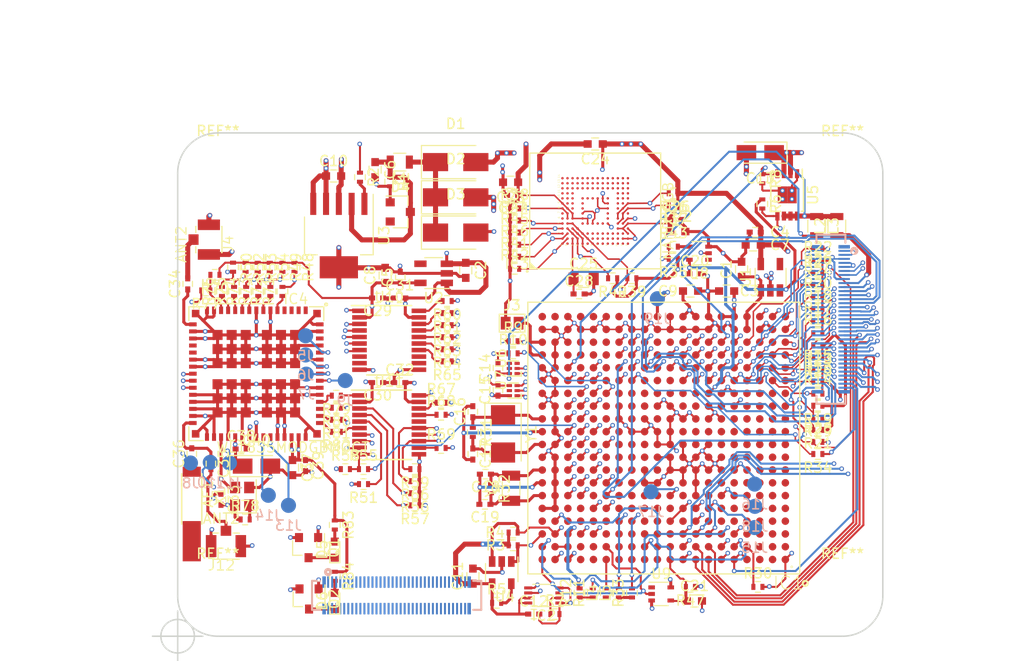
<source format=kicad_pcb>
(kicad_pcb (version 4) (host pcbnew 4.0.6-e0-6349~53~ubuntu16.04.1)
  (layers (0 Top.Cu signal) (1 Ground.Cu power) (2 SignalF.Cu signal) (3 SignalB.Cu signal) (4 Power.Cu power) (31 Bot.Cu signal) (34 B.Paste user) (35 F.Paste user) (36 B.SilkS user) (37 F.SilkS user) (38 B.Mask user) (39 F.Mask user) (44 Edge.Cuts user))
  (net 0 "")
  (net 1 "Net-(AE1-Pad1)")
  (net 2 SYS_5V)
  (net 3 GNDD)
  (net 4 VDD_3V3_WIFI)
  (net 5 VDD_5V)
  (net 6 VDD_3V3B)
  (net 7 VDD_1V8_WIFI)
  (net 8 "Net-(C6-Pad1)")
  (net 9 USB_DC)
  (net 10 /USB-UART-WL-BT-GPIO/USB1_PWR)
  (net 11 "Net-(C16-Pad1)")
  (net 12 "Net-(C16-Pad2)")
  (net 13 "Net-(C17-Pad1)")
  (net 14 "Net-(C18-Pad1)")
  (net 15 "Net-(C18-Pad2)")
  (net 16 "Net-(C19-Pad1)")
  (net 17 VDD_3V3A)
  (net 18 /SYS_RESETn)
  (net 19 "Net-(C25-Pad1)")
  (net 20 "Net-(C34-Pad1)")
  (net 21 "Net-(C34-Pad2)")
  (net 22 "Net-(C35-Pad1)")
  (net 23 "Net-(C35-Pad2)")
  (net 24 "Net-(D1-Pad1)")
  (net 25 "Net-(D5-Pad2)")
  (net 26 "Net-(D5-Pad1)")
  (net 27 "Net-(D6-Pad2)")
  (net 28 "Net-(D6-Pad1)")
  (net 29 VDD_ADC)
  (net 30 GNDA)
  (net 31 /AIN3)
  (net 32 /AIN6)
  (net 33 /JTAG_TDO)
  (net 34 /JTAG_TCK)
  (net 35 /SPI1_CLK)
  (net 36 /GPIO3_21)
  (net 37 "Net-(IC1-PadA15)")
  (net 38 /I2C1_SCL)
  (net 39 /UART2_RXD)
  (net 40 "/Power Management/PMIC_nWAKEUP")
  (net 41 "/Power Management/PMIC_PGOOD")
  (net 42 "Net-(IC1-PadB4)")
  (net 43 "/Power Management/LDO_PGOOD")
  (net 44 /AIN0)
  (net 45 /AIN2)
  (net 46 /AIN5)
  (net 47 /JTAG_TRSTn)
  (net 48 /JTAG_TDI)
  (net 49 "Net-(IC1-PadB12)")
  (net 50 /SPI1_D0)
  (net 51 /JTAG_EMU1)
  (net 52 /I2C1_SDA)
  (net 53 /UART2_TXD)
  (net 54 "/Power Management/PMIC_INT")
  (net 55 "Net-(IC1-PadC6)")
  (net 56 /AIN1)
  (net 57 /AIN4)
  (net 58 /AIN7)
  (net 59 /JTAG_TMS)
  (net 60 /SPI1_CS0)
  (net 61 /GPIO3_19)
  (net 62 /JTAG_EMU0)
  (net 63 /SD.CD)
  (net 64 /I2C0_SCL)
  (net 65 /I2C0_SDA)
  (net 66 "Net-(IC1-PadC18)")
  (net 67 VDD_1V8)
  (net 68 /SPI1_D1)
  (net 69 "Net-(IC1-PadD13)")
  (net 70 "Net-(IC1-PadD14)")
  (net 71 /UART1_TXD)
  (net 72 /UART1_RXD)
  (net 73 /I2C2_SCL)
  (net 74 /I2C2_SDA)
  (net 75 /PWR_BUT)
  (net 76 "Net-(IC1-PadE7)")
  (net 77 /USB-UART-WL-BT-GPIO/UART0_RXD.CPU)
  (net 78 /USB-UART-WL-BT-GPIO/UART0_TXD.CPU)
  (net 79 "Net-(IC1-PadF6)")
  (net 80 "Net-(IC1-PadF10)")
  (net 81 /USB-UART-WL-BT-GPIO/USB1_DRVVBUS)
  (net 82 /SD.D3)
  (net 83 /SD.D2)
  (net 84 /SD.D1)
  (net 85 /SD.D0)
  (net 86 /SD.CLK)
  (net 87 /SD.CMD)
  (net 88 "Net-(IC1-PadH5)")
  (net 89 "/Wi-Fi BLE/WL_SDIO_D3.CPU")
  (net 90 "/Wi-Fi BLE/WL_IRQ.CPU")
  (net 91 "/Wi-Fi BLE/WL_SDIO_CMD.CPU")
  (net 92 "/Wi-Fi BLE/WL_SDIO_D0.CPU")
  (net 93 "/Wi-Fi BLE/WL_SDIO_D1.CPU")
  (net 94 "/Wi-Fi BLE/WL_SDIO_D2.CPU")
  (net 95 "/Wi-Fi BLE/BT_EN.CPU")
  (net 96 "/Wi-Fi BLE/WL_EN.CPU")
  (net 97 "/Wi-Fi BLE/WL_SDIO_CLK.CPU")
  (net 98 "/Wi-Fi BLE/BT_HCI_TX.CPU")
  (net 99 "/Wi-Fi BLE/BT_HCI_RX.CPU")
  (net 100 "/Wi-Fi BLE/LS_BUF_OE.CPU")
  (net 101 "/Wi-Fi BLE/BT_HCI_CTS.CPU")
  (net 102 "/Wi-Fi BLE/BT_HCI_RTS.CPU")
  (net 103 /USB0_DP)
  (net 104 /USB0_DM)
  (net 105 "Net-(IC1-PadP15)")
  (net 106 /USB0_ID)
  (net 107 "Net-(IC1-PadP17)")
  (net 108 /LCD_DATA0)
  (net 109 /LCD_DATA1)
  (net 110 /LCD_DATA2)
  (net 111 /LCD_DATA3)
  (net 112 /LCD_HSYNC)
  (net 113 /LCD_DE)
  (net 114 /TIMER4)
  (net 115 /System-eMMC-GPIO/MMC1_DAT2)
  (net 116 /System-eMMC-GPIO/MMC1_DAT6)
  (net 117 /GPIO1_13)
  (net 118 "Net-(IC1-PadR13)")
  (net 119 "Net-(IC1-PadR14)")
  (net 120 /USB1_DP)
  (net 121 /USB1_DM)
  (net 122 /LCD_DATA4)
  (net 123 /LCD_DATA5)
  (net 124 /LCD_DATA6)
  (net 125 /LCD_DATA7)
  (net 126 /LCD_DATA15)
  (net 127 /TIMER5)
  (net 128 /TIMER7)
  (net 129 /System-eMMC-GPIO/MMC1_DAT3)
  (net 130 /System-eMMC-GPIO/MMC1_DAT7)
  (net 131 /eHRPWM2B)
  (net 132 /GPIO0_26)
  (net 133 /GPIO1_12)
  (net 134 /GPIO2_0)
  (net 135 /eHRPWM1B)
  (net 136 /USR2)
  (net 137 /System-eMMC-GPIO/USB1_OCn)
  (net 138 /UART4_RXD)
  (net 139 "Net-(IC1-PadT18)")
  (net 140 /LCD_DATA8)
  (net 141 /LCD_DATA9)
  (net 142 /LCD_DATA10)
  (net 143 /LCD_DATA11)
  (net 144 /LCD_VSYNC)
  (net 145 /TIMER6)
  (net 146 /System-eMMC-GPIO/MMC1_DAT0)
  (net 147 /System-eMMC-GPIO/MMC1_DAT4)
  (net 148 /System-eMMC-GPIO/MMC1_CLK)
  (net 149 /eHRPWM2A)
  (net 150 /GPIO0_27)
  (net 151 /GPIO1_15)
  (net 152 /eHRPWM1A)
  (net 153 /USR1)
  (net 154 /GPIO1_25)
  (net 155 /UART4_TXD)
  (net 156 /GPIO1_28)
  (net 157 "Net-(IC1-PadU20)")
  (net 158 /LCD_DATA12)
  (net 159 /LCD_DATA13)
  (net 160 /LCD_DATA14)
  (net 161 /LCD_PCLK)
  (net 162 /GPIO1_29)
  (net 163 /System-eMMC-GPIO/MMC1_DAT1)
  (net 164 /System-eMMC-GPIO/MMC1_DAT5)
  (net 165 /System-eMMC-GPIO/MMC1_CMD)
  (net 166 /GPIO2_1)
  (net 167 /GPIO1_14)
  (net 168 /USR0)
  (net 169 /USR3)
  (net 170 /VBAT_TEMP)
  (net 171 /VBAT_SENSE)
  (net 172 /VBAT)
  (net 173 /UART0_RXD)
  (net 174 /UART0_TXD)
  (net 175 /System-eMMC-GPIO/eMMC_RSTn)
  (net 176 "Net-(IC4-Pad6)")
  (net 177 "Net-(IC4-Pad8)")
  (net 178 "Net-(IC4-Pad10)")
  (net 179 "Net-(IC4-Pad11)")
  (net 180 "Net-(IC4-Pad12)")
  (net 181 "Net-(IC4-Pad13)")
  (net 182 "Net-(IC4-Pad14)")
  (net 183 "Net-(IC4-Pad25)")
  (net 184 "Net-(IC4-Pad26)")
  (net 185 "Net-(IC4-Pad27)")
  (net 186 "/Wi-Fi BLE/32.768kHz")
  (net 187 "/Wi-Fi BLE/WL_EN")
  (net 188 "/Wi-Fi BLE/BT_EN")
  (net 189 "Net-(IC4-Pad42)")
  (net 190 "Net-(IC4-Pad43)")
  (net 191 "Net-(IC4-Pad50)")
  (net 192 "Net-(IC4-Pad51)")
  (net 193 "Net-(IC4-Pad52)")
  (net 194 "Net-(IC4-Pad53)")
  (net 195 "Net-(IC4-Pad56)")
  (net 196 "Net-(IC4-Pad57)")
  (net 197 "Net-(IC4-Pad58)")
  (net 198 "Net-(IC4-Pad60)")
  (net 199 /GPIO1_16)
  (net 200 /USB1_VBUS)
  (net 201 /SD_BOOT)
  (net 202 /CLKOUT2)
  (net 203 /CLKOUT1)
  (net 204 /GPIO0_7)
  (net 205 "Net-(R2-Pad2)")
  (net 206 "Net-(R5-Pad2)")
  (net 207 "Net-(R43-Pad2)")
  (net 208 "/Wi-Fi BLE/WL_SDIO_CMD")
  (net 209 "/Wi-Fi BLE/WL_SDIO_CLK")
  (net 210 "/Wi-Fi BLE/WL_SDIO_D3")
  (net 211 "/Wi-Fi BLE/SLOW_CLK")
  (net 212 "/Wi-Fi BLE/WL_SDIO_D2")
  (net 213 "/Wi-Fi BLE/WL_SDIO_D1")
  (net 214 "/Wi-Fi BLE/WL_SDIO_D0")
  (net 215 "/Wi-Fi BLE/LS_BUF_OE")
  (net 216 "Net-(R60-Pad2)")
  (net 217 "Net-(R61-Pad2)")
  (net 218 "Net-(R62-Pad2)")
  (net 219 "Net-(R63-Pad2)")
  (net 220 "Net-(R64-Pad2)")
  (net 221 "Net-(R65-Pad2)")
  (net 222 "Net-(R67-Pad1)")
  (net 223 "Net-(R68-Pad1)")
  (net 224 "Net-(R69-Pad1)")
  (net 225 "/Wi-Fi BLE/WL_IRQ")
  (net 226 "Net-(R78-Pad2)")
  (net 227 "/Wi-Fi BLE/BT_HCI_RX")
  (net 228 "/Wi-Fi BLE/BT_HCI_TX")
  (net 229 "/Wi-Fi BLE/BT_HCI_CTS")
  (net 230 "/Wi-Fi BLE/BT_HCI_RTS")
  (net 231 "Net-(D4-Pad2)")
  (net 232 "Net-(IC1-PadA2)")
  (net 233 "Net-(IC1-PadA3)")
  (net 234 "Net-(IC1-PadB1)")
  (net 235 "Net-(IC1-PadB2)")
  (net 236 "Net-(IC1-PadB3)")
  (net 237 "Net-(IC1-PadC1)")
  (net 238 "Net-(IC1-PadC2)")
  (net 239 "Net-(IC1-PadC3)")
  (net 240 "Net-(IC1-PadC4)")
  (net 241 "Net-(IC1-PadC10)")
  (net 242 "Net-(IC1-PadD1)")
  (net 243 "Net-(IC1-PadD2)")
  (net 244 "Net-(IC1-PadD3)")
  (net 245 "Net-(IC1-PadD4)")
  (net 246 "Net-(IC1-PadD5)")
  (net 247 "Net-(IC1-PadD6)")
  (net 248 "Net-(IC1-PadD7)")
  (net 249 "Net-(IC1-PadD9)")
  (net 250 "Net-(IC1-PadD11)")
  (net 251 "Net-(IC1-PadE1)")
  (net 252 "Net-(IC1-PadE2)")
  (net 253 "Net-(IC1-PadE3)")
  (net 254 "Net-(IC1-PadE4)")
  (net 255 "Net-(IC1-PadE5)")
  (net 256 "Net-(IC1-PadE6)")
  (net 257 "Net-(IC1-PadE10)")
  (net 258 "Net-(IC1-PadE11)")
  (net 259 "Net-(IC1-PadE12)")
  (net 260 "Net-(IC1-PadE13)")
  (net 261 "Net-(IC1-PadE14)")
  (net 262 "Net-(IC1-PadE17)")
  (net 263 "Net-(IC1-PadE18)")
  (net 264 "Net-(IC1-PadF1)")
  (net 265 "Net-(IC1-PadF2)")
  (net 266 "Net-(IC1-PadF3)")
  (net 267 "Net-(IC1-PadF4)")
  (net 268 "Net-(IC1-PadF5)")
  (net 269 "Net-(IC1-PadF7)")
  (net 270 "Net-(IC1-PadF9)")
  (net 271 "Net-(IC1-PadF11)")
  (net 272 "Net-(IC1-PadF12)")
  (net 273 "Net-(IC1-PadF13)")
  (net 274 "Net-(IC1-PadF14)")
  (net 275 "Net-(IC1-PadF16)")
  (net 276 "Net-(IC1-PadG1)")
  (net 277 "Net-(IC1-PadG2)")
  (net 278 "Net-(IC1-PadG3)")
  (net 279 "Net-(IC1-PadG4)")
  (net 280 "Net-(IC1-PadG5)")
  (net 281 "Net-(IC1-PadG6)")
  (net 282 "Net-(IC1-PadG7)")
  (net 283 "Net-(IC1-PadG10)")
  (net 284 "Net-(IC1-PadG13)")
  (net 285 "Net-(IC1-PadG14)")
  (net 286 "Net-(IC1-PadH1)")
  (net 287 "Net-(IC1-PadH2)")
  (net 288 "Net-(IC1-PadH3)")
  (net 289 "Net-(IC1-PadH4)")
  (net 290 "Net-(IC1-PadH11)")
  (net 291 "Net-(IC1-PadH13)")
  (net 292 "Net-(IC1-PadH14)")
  (net 293 "Net-(IC1-PadH15)")
  (net 294 "Net-(IC1-PadH17)")
  (net 295 "Net-(IC1-PadJ1)")
  (net 296 "Net-(IC1-PadJ2)")
  (net 297 "Net-(IC1-PadJ3)")
  (net 298 "Net-(IC1-PadJ4)")
  (net 299 "Net-(IC1-PadJ5)")
  (net 300 "Net-(IC1-PadJ12)")
  (net 301 "Net-(IC1-PadJ13)")
  (net 302 "Net-(IC1-PadJ14)")
  (net 303 "Net-(IC1-PadJ15)")
  (net 304 "Net-(IC1-PadK1)")
  (net 305 "Net-(IC1-PadK2)")
  (net 306 "Net-(IC1-PadK3)")
  (net 307 "Net-(IC1-PadK4)")
  (net 308 "Net-(IC1-PadK5)")
  (net 309 "Net-(IC1-PadK6)")
  (net 310 "Net-(IC1-PadK8)")
  (net 311 "Net-(IC1-PadK12)")
  (net 312 "Net-(IC1-PadK13)")
  (net 313 "Net-(IC1-PadK14)")
  (net 314 "Net-(IC1-PadK16)")
  (net 315 "Net-(IC1-PadL1)")
  (net 316 "Net-(IC1-PadL2)")
  (net 317 "Net-(IC1-PadL3)")
  (net 318 "Net-(IC1-PadL4)")
  (net 319 "Net-(IC1-PadL5)")
  (net 320 "Net-(IC1-PadL6)")
  (net 321 "Net-(IC1-PadL7)")
  (net 322 "Net-(IC1-PadL8)")
  (net 323 "Net-(IC1-PadL9)")
  (net 324 "Net-(IC1-PadL14)")
  (net 325 "Net-(IC1-PadM1)")
  (net 326 "Net-(IC1-PadM2)")
  (net 327 "Net-(IC1-PadM3)")
  (net 328 "Net-(IC1-PadM4)")
  (net 329 "Net-(IC1-PadM5)")
  (net 330 "Net-(IC1-PadM11)")
  (net 331 "Net-(IC1-PadM13)")
  (net 332 "Net-(IC1-PadM15)")
  (net 333 "Net-(IC1-PadM16)")
  (net 334 "Net-(IC1-PadN1)")
  (net 335 "Net-(IC1-PadN2)")
  (net 336 "Net-(IC1-PadN3)")
  (net 337 "Net-(IC1-PadN4)")
  (net 338 VRTC)
  (net 339 "Net-(IC1-PadN8)")
  (net 340 "Net-(IC1-PadN9)")
  (net 341 "Net-(IC1-PadN12)")
  (net 342 "Net-(IC1-PadN13)")
  (net 343 "Net-(IC1-PadN15)")
  (net 344 "Net-(IC1-PadP1)")
  (net 345 "Net-(IC1-PadP2)")
  (net 346 "Net-(IC1-PadP3)")
  (net 347 "Net-(IC1-PadP4)")
  (net 348 "Net-(IC1-PadP8)")
  (net 349 "Net-(IC1-PadP9)")
  (net 350 "Net-(IC1-PadP10)")
  (net 351 "Net-(IC1-PadP11)")
  (net 352 "Net-(IC1-PadP12)")
  (net 353 "Net-(IC1-PadP13)")
  (net 354 "Net-(IC1-PadP14)")
  (net 355 "Net-(IC1-PadP18)")
  (net 356 "Net-(IC1-PadR10)")
  (net 357 "Net-(IC1-PadR11)")
  (net 358 "Net-(IC1-PadR15)")
  (net 359 "Net-(IC1-PadU11)")
  (net 360 "Net-(IC1-PadV10)")
  (net 361 "Net-(IC1-PadV11)")
  (net 362 /GPIO1_17)
  (net 363 /GPIO1_27)
  (net 364 "Net-(IC1-PadY13)")
  (net 365 "Net-(IC1-PadY14)")
  (net 366 "Net-(IC1-PadY16)")
  (net 367 "Net-(IC1-PadY17)")
  (net 368 "Net-(IC1-PadY19)")
  (net 369 "Net-(IC1-PadY20)")
  (net 370 "Net-(IC4-Pad2)")
  (net 371 "Net-(IC4-Pad3)")
  (net 372 "Net-(IC4-Pad4)")
  (net 373 "Net-(IC4-Pad5)")
  (net 374 "Net-(IC4-Pad21)")
  (net 375 "Net-(IC4-Pad22)")
  (net 376 "Net-(IC4-Pad62)")
  (net 377 "Net-(U1-Pad4)")
  (net 378 "Net-(U2-Pad4)")
  (net 379 "Net-(U6-Pad3)")
  (net 380 "Net-(U10-Pad8)")
  (net 381 "Net-(U10-Pad9)")
  (net 382 "Net-(U10-Pad12)")
  (net 383 "Net-(U10-Pad13)")
  (net 384 "Net-(J2-Pad69)")
  (net 385 "Net-(J2-Pad70)")
  (net 386 "Net-(J2-Pad67)")
  (net 387 "Net-(J2-Pad68)")
  (net 388 "Net-(J2-Pad65)")
  (net 389 "Net-(J2-Pad66)")
  (net 390 "Net-(J2-Pad63)")
  (net 391 "Net-(J2-Pad64)")
  (net 392 "Net-(J2-Pad61)")
  (net 393 "Net-(J2-Pad62)")
  (net 394 "Net-(J2-Pad59)")
  (net 395 "Net-(J2-Pad60)")
  (net 396 "Net-(J2-Pad57)")
  (net 397 "Net-(J2-Pad58)")
  (net 398 "Net-(J2-Pad55)")
  (net 399 "Net-(J2-Pad56)")
  (net 400 "Net-(J2-Pad53)")
  (net 401 "Net-(J2-Pad54)")
  (net 402 "Net-(J2-Pad51)")
  (net 403 "Net-(J2-Pad52)")
  (net 404 "Net-(J2-Pad49)")
  (net 405 "Net-(J2-Pad50)")
  (net 406 "Net-(J2-Pad47)")
  (net 407 "Net-(J2-Pad48)")
  (net 408 "Net-(J2-Pad45)")
  (net 409 "Net-(J2-Pad46)")
  (net 410 "Net-(J2-Pad43)")
  (net 411 "Net-(J2-Pad44)")
  (net 412 "Net-(J2-Pad41)")
  (net 413 "Net-(J2-Pad42)")
  (net 414 "Net-(J2-Pad39)")
  (net 415 "Net-(J2-Pad40)")
  (net 416 "Net-(J2-Pad37)")
  (net 417 "Net-(J2-Pad38)")
  (net 418 "Net-(J2-Pad35)")
  (net 419 "Net-(J2-Pad36)")
  (net 420 "Net-(J2-Pad33)")
  (net 421 "Net-(J2-Pad34)")
  (net 422 "Net-(J2-Pad31)")
  (net 423 "Net-(J2-Pad32)")
  (net 424 "Net-(J2-Pad29)")
  (net 425 "Net-(J2-Pad30)")
  (net 426 "Net-(J2-Pad27)")
  (net 427 "Net-(J2-Pad28)")
  (net 428 "Net-(J2-Pad25)")
  (net 429 "Net-(J2-Pad26)")
  (net 430 "Net-(J2-Pad23)")
  (net 431 "Net-(J2-Pad24)")
  (net 432 "Net-(J2-Pad21)")
  (net 433 "Net-(J2-Pad22)")
  (net 434 "Net-(J2-Pad19)")
  (net 435 "Net-(J2-Pad20)")
  (net 436 "Net-(J2-Pad17)")
  (net 437 "Net-(J2-Pad18)")
  (net 438 "Net-(J2-Pad15)")
  (net 439 "Net-(J2-Pad16)")
  (net 440 "Net-(J2-Pad13)")
  (net 441 "Net-(J2-Pad14)")
  (net 442 "Net-(J2-Pad11)")
  (net 443 "Net-(J2-Pad12)")
  (net 444 "Net-(J2-Pad9)")
  (net 445 "Net-(J2-Pad10)")
  (net 446 "Net-(J2-Pad7)")
  (net 447 "Net-(J2-Pad8)")
  (net 448 "Net-(J2-Pad5)")
  (net 449 "Net-(J2-Pad6)")
  (net 450 "Net-(J2-Pad3)")
  (net 451 "Net-(J2-Pad4)")
  (net 452 "Net-(J2-Pad1)")
  (net 453 "Net-(J2-Pad2)")
  (net 454 "/Wi-Fi BLE/CLKOUT2")
  (net 455 "Net-(IC1-PadY11)")
  (module bbblue:BeagleBone_Blue-GHI-IC_MICRON_EMMC_153 (layer Top.Cu) (at 132.2529 116.50134 90)
    (fp_text reference IC3 (at -5.25 -7.75716 180) (layer F.SilkS) (effects (font (size 1.016 1.016) (thickness 0.127))))
    (fp_text value NAND_4GB (at -1 7.25 90) (layer F.SilkS) (effects (font (size 1.016 1.016) (thickness 0.127))))
    (fp_text user 3 (at -2.14884 -3.59918 90) (layer F.SilkS) (effects (font (size 0.19812 0.19812) (thickness 0.0254))))
    (fp_text user 4 (at -1.64846 -3.59918 90) (layer F.SilkS) (effects (font (size 0.19812 0.19812) (thickness 0.0254))))
    (fp_text user 5 (at -1.14808 -3.59918 90) (layer F.SilkS) (effects (font (size 0.19812 0.19812) (thickness 0.0254))))
    (fp_text user 6 (at -0.6477 -3.59918 90) (layer F.SilkS) (effects (font (size 0.19812 0.19812) (thickness 0.0254))))
    (fp_text user 7 (at -0.14986 -3.59918 90) (layer F.SilkS) (effects (font (size 0.19812 0.19812) (thickness 0.0254))))
    (fp_text user 8 (at 0.34798 -3.59918 90) (layer F.SilkS) (effects (font (size 0.19812 0.19812) (thickness 0.0254))))
    (fp_text user 9 (at 0.84836 -3.59918 90) (layer F.SilkS) (effects (font (size 0.19812 0.19812) (thickness 0.0254))))
    (fp_text user 10 (at 1.4478 -3.59918 90) (layer F.SilkS) (effects (font (size 0.19812 0.19812) (thickness 0.0254))))
    (fp_text user 11 (at 1.94818 -3.59918 90) (layer F.SilkS) (effects (font (size 0.19812 0.19812) (thickness 0.0254))))
    (fp_text user 12 (at 2.44856 -3.59918 90) (layer F.SilkS) (effects (font (size 0.19812 0.19812) (thickness 0.0254))))
    (fp_text user 13 (at 2.94894 -3.59918 90) (layer F.SilkS) (effects (font (size 0.19812 0.19812) (thickness 0.0254))))
    (fp_text user 14 (at 3.44932 -3.59918 90) (layer F.SilkS) (effects (font (size 0.19812 0.19812) (thickness 0.0254))))
    (fp_text user A (at -3.39852 -3.34772 90) (layer F.SilkS) (effects (font (size 0.19812 0.19812) (thickness 0.0254))))
    (fp_text user B (at -3.39852 -2.84988 90) (layer F.SilkS) (effects (font (size 0.19812 0.19812) (thickness 0.0254))))
    (fp_text user C (at -3.39852 -2.3495 90) (layer F.SilkS) (effects (font (size 0.19812 0.19812) (thickness 0.0254))))
    (fp_text user D (at -3.39852 -1.84912 90) (layer F.SilkS) (effects (font (size 0.19812 0.19812) (thickness 0.0254))))
    (fp_text user E (at -3.39852 -1.34874 90) (layer F.SilkS) (effects (font (size 0.19812 0.19812) (thickness 0.0254))))
    (fp_text user F (at -3.39852 -0.84836 90) (layer F.SilkS) (effects (font (size 0.19812 0.19812) (thickness 0.0254))))
    (fp_text user G (at -3.39852 -0.34798 90) (layer F.SilkS) (effects (font (size 0.19812 0.19812) (thickness 0.0254))))
    (fp_text user H (at -3.39852 0.14986 90) (layer F.SilkS) (effects (font (size 0.19812 0.19812) (thickness 0.0254))))
    (fp_text user J (at -3.39852 0.6477 90) (layer F.SilkS) (effects (font (size 0.19812 0.19812) (thickness 0.0254))))
    (fp_text user K (at -3.39852 1.14808 90) (layer F.SilkS) (effects (font (size 0.19812 0.19812) (thickness 0.0254))))
    (fp_text user L (at -3.39852 1.64846 90) (layer F.SilkS) (effects (font (size 0.19812 0.19812) (thickness 0.0254))))
    (fp_text user M (at -3.39852 2.14884 90) (layer F.SilkS) (effects (font (size 0.19812 0.19812) (thickness 0.0254))))
    (fp_text user N (at -3.39852 2.64922 90) (layer F.SilkS) (effects (font (size 0.19812 0.19812) (thickness 0.0254))))
    (fp_text user P (at -3.39852 3.1496 90) (layer F.SilkS) (effects (font (size 0.19812 0.19812) (thickness 0.0254))))
    (pad A1 smd circle (at -3.24866 -3.24866 90) (size 0.24384 0.24384) (layers Top.Cu F.Paste F.Mask))
    (pad A2 smd circle (at -2.74828 -3.24866 90) (size 0.24384 0.24384) (layers Top.Cu F.Paste F.Mask))
    (pad A3 smd circle (at -2.2479 -3.24866 90) (size 0.24384 0.24384) (layers Top.Cu F.Paste F.Mask) (net 146 /System-eMMC-GPIO/MMC1_DAT0))
    (pad A4 smd circle (at -1.74752 -3.24866 90) (size 0.24384 0.24384) (layers Top.Cu F.Paste F.Mask) (net 163 /System-eMMC-GPIO/MMC1_DAT1))
    (pad A5 smd circle (at -1.24968 -3.24866 90) (size 0.24384 0.24384) (layers Top.Cu F.Paste F.Mask) (net 115 /System-eMMC-GPIO/MMC1_DAT2))
    (pad A6 smd circle (at -0.7493 -3.24866 90) (size 0.24384 0.24384) (layers Top.Cu F.Paste F.Mask))
    (pad A7 smd circle (at -0.24892 -3.24866 90) (size 0.24384 0.24384) (layers Top.Cu F.Paste F.Mask))
    (pad A8 smd circle (at 0.24892 -3.24866 90) (size 0.24384 0.24384) (layers Top.Cu F.Paste F.Mask))
    (pad A9 smd circle (at 0.7493 -3.24866 90) (size 0.24384 0.24384) (layers Top.Cu F.Paste F.Mask))
    (pad A10 smd circle (at 1.24968 -3.24866 90) (size 0.24384 0.24384) (layers Top.Cu F.Paste F.Mask))
    (pad A11 smd circle (at 1.74752 -3.24866 90) (size 0.24384 0.24384) (layers Top.Cu F.Paste F.Mask))
    (pad A12 smd circle (at 2.2479 -3.24866 90) (size 0.24384 0.24384) (layers Top.Cu F.Paste F.Mask))
    (pad A13 smd circle (at 2.74828 -3.24866 90) (size 0.24384 0.24384) (layers Top.Cu F.Paste F.Mask))
    (pad A14 smd circle (at 3.24866 -3.24866 90) (size 0.24384 0.24384) (layers Top.Cu F.Paste F.Mask))
    (pad B1 smd circle (at -3.24866 -2.74828 90) (size 0.24384 0.24384) (layers Top.Cu F.Paste F.Mask))
    (pad B2 smd circle (at -2.74828 -2.74828 90) (size 0.24384 0.24384) (layers Top.Cu F.Paste F.Mask) (net 129 /System-eMMC-GPIO/MMC1_DAT3))
    (pad B3 smd circle (at -2.2479 -2.74828 90) (size 0.24384 0.24384) (layers Top.Cu F.Paste F.Mask) (net 147 /System-eMMC-GPIO/MMC1_DAT4))
    (pad B4 smd circle (at -1.74752 -2.74828 90) (size 0.24384 0.24384) (layers Top.Cu F.Paste F.Mask) (net 164 /System-eMMC-GPIO/MMC1_DAT5))
    (pad B5 smd circle (at -1.24968 -2.74828 90) (size 0.24384 0.24384) (layers Top.Cu F.Paste F.Mask) (net 116 /System-eMMC-GPIO/MMC1_DAT6))
    (pad B6 smd circle (at -0.7493 -2.74828 90) (size 0.24384 0.24384) (layers Top.Cu F.Paste F.Mask) (net 130 /System-eMMC-GPIO/MMC1_DAT7))
    (pad B7 smd circle (at -0.24892 -2.74828 90) (size 0.24384 0.24384) (layers Top.Cu F.Paste F.Mask))
    (pad B8 smd circle (at 0.24892 -2.74828 90) (size 0.24384 0.24384) (layers Top.Cu F.Paste F.Mask))
    (pad B9 smd circle (at 0.7493 -2.74828 90) (size 0.24384 0.24384) (layers Top.Cu F.Paste F.Mask))
    (pad B10 smd circle (at 1.24968 -2.74828 90) (size 0.24384 0.24384) (layers Top.Cu F.Paste F.Mask))
    (pad B11 smd circle (at 1.74752 -2.74828 90) (size 0.24384 0.24384) (layers Top.Cu F.Paste F.Mask))
    (pad B12 smd circle (at 2.2479 -2.74828 90) (size 0.24384 0.24384) (layers Top.Cu F.Paste F.Mask))
    (pad B13 smd circle (at 2.74828 -2.74828 90) (size 0.24384 0.24384) (layers Top.Cu F.Paste F.Mask))
    (pad B14 smd circle (at 3.24866 -2.74828 90) (size 0.24384 0.24384) (layers Top.Cu F.Paste F.Mask))
    (pad C1 smd circle (at -3.24866 -2.2479 90) (size 0.24384 0.24384) (layers Top.Cu F.Paste F.Mask))
    (pad C2 smd circle (at -2.74828 -2.2479 90) (size 0.24384 0.24384) (layers Top.Cu F.Paste F.Mask) (net 19 "Net-(C25-Pad1)"))
    (pad C3 smd circle (at -2.2479 -2.2479 90) (size 0.24384 0.24384) (layers Top.Cu F.Paste F.Mask))
    (pad C4 smd circle (at -1.74752 -2.2479 90) (size 0.24384 0.24384) (layers Top.Cu F.Paste F.Mask) (net 3 GNDD))
    (pad C5 smd circle (at -1.24968 -2.2479 90) (size 0.24384 0.24384) (layers Top.Cu F.Paste F.Mask))
    (pad C6 smd circle (at -0.7493 -2.2479 90) (size 0.24384 0.24384) (layers Top.Cu F.Paste F.Mask) (net 6 VDD_3V3B))
    (pad C7 smd circle (at -0.24892 -2.2479 90) (size 0.24384 0.24384) (layers Top.Cu F.Paste F.Mask))
    (pad C8 smd circle (at 0.24892 -2.2479 90) (size 0.24384 0.24384) (layers Top.Cu F.Paste F.Mask))
    (pad C9 smd circle (at 0.7493 -2.2479 90) (size 0.24384 0.24384) (layers Top.Cu F.Paste F.Mask))
    (pad C10 smd circle (at 1.24968 -2.2479 90) (size 0.24384 0.24384) (layers Top.Cu F.Paste F.Mask))
    (pad C11 smd circle (at 1.74752 -2.2479 90) (size 0.24384 0.24384) (layers Top.Cu F.Paste F.Mask))
    (pad C12 smd circle (at 2.2479 -2.2479 90) (size 0.24384 0.24384) (layers Top.Cu F.Paste F.Mask))
    (pad C13 smd circle (at 2.74828 -2.2479 90) (size 0.24384 0.24384) (layers Top.Cu F.Paste F.Mask))
    (pad C14 smd circle (at 3.24866 -2.2479 90) (size 0.24384 0.24384) (layers Top.Cu F.Paste F.Mask))
    (pad D1 smd circle (at -3.24866 -1.74752 90) (size 0.24384 0.24384) (layers Top.Cu F.Paste F.Mask))
    (pad D2 smd circle (at -2.74828 -1.74752 90) (size 0.24384 0.24384) (layers Top.Cu F.Paste F.Mask))
    (pad D3 smd circle (at -2.2479 -1.74752 90) (size 0.24384 0.24384) (layers Top.Cu F.Paste F.Mask))
    (pad D4 smd circle (at -1.74752 -1.74752 90) (size 0.24384 0.24384) (layers Top.Cu F.Paste F.Mask))
    (pad D12 smd circle (at 2.2479 -1.74752 90) (size 0.24384 0.24384) (layers Top.Cu F.Paste F.Mask))
    (pad D13 smd circle (at 2.74828 -1.74752 90) (size 0.24384 0.24384) (layers Top.Cu F.Paste F.Mask))
    (pad D14 smd circle (at 3.24866 -1.74752 90) (size 0.24384 0.24384) (layers Top.Cu F.Paste F.Mask))
    (pad E1 smd circle (at -3.24866 -1.24968 90) (size 0.24384 0.24384) (layers Top.Cu F.Paste F.Mask))
    (pad E2 smd circle (at -2.74828 -1.24968 90) (size 0.24384 0.24384) (layers Top.Cu F.Paste F.Mask))
    (pad E3 smd circle (at -2.2479 -1.24968 90) (size 0.24384 0.24384) (layers Top.Cu F.Paste F.Mask))
    (pad E5 smd circle (at -1.24968 -1.24968 90) (size 0.24384 0.24384) (layers Top.Cu F.Paste F.Mask))
    (pad E6 smd circle (at -0.7493 -1.24968 90) (size 0.24384 0.24384) (layers Top.Cu F.Paste F.Mask) (net 6 VDD_3V3B))
    (pad E7 smd circle (at -0.24892 -1.24968 90) (size 0.24384 0.24384) (layers Top.Cu F.Paste F.Mask) (net 3 GNDD))
    (pad E8 smd circle (at 0.24892 -1.24968 90) (size 0.24384 0.24384) (layers Top.Cu F.Paste F.Mask))
    (pad E9 smd circle (at 0.7493 -1.24968 90) (size 0.24384 0.24384) (layers Top.Cu F.Paste F.Mask))
    (pad E10 smd circle (at 1.24968 -1.24968 90) (size 0.24384 0.24384) (layers Top.Cu F.Paste F.Mask))
    (pad E12 smd circle (at 2.2479 -1.24968 90) (size 0.24384 0.24384) (layers Top.Cu F.Paste F.Mask))
    (pad E13 smd circle (at 2.74828 -1.24968 90) (size 0.24384 0.24384) (layers Top.Cu F.Paste F.Mask))
    (pad E14 smd circle (at 3.24866 -1.24968 90) (size 0.24384 0.24384) (layers Top.Cu F.Paste F.Mask))
    (pad F1 smd circle (at -3.24866 -0.7493 90) (size 0.24384 0.24384) (layers Top.Cu F.Paste F.Mask))
    (pad F2 smd circle (at -2.74828 -0.7493 90) (size 0.24384 0.24384) (layers Top.Cu F.Paste F.Mask))
    (pad F3 smd circle (at -2.2479 -0.7493 90) (size 0.24384 0.24384) (layers Top.Cu F.Paste F.Mask))
    (pad F5 smd circle (at -1.24968 -0.7493 90) (size 0.24384 0.24384) (layers Top.Cu F.Paste F.Mask) (net 6 VDD_3V3B))
    (pad F10 smd circle (at 1.24968 -0.7493 90) (size 0.24384 0.24384) (layers Top.Cu F.Paste F.Mask))
    (pad F12 smd circle (at 2.2479 -0.7493 90) (size 0.24384 0.24384) (layers Top.Cu F.Paste F.Mask))
    (pad F13 smd circle (at 2.74828 -0.7493 90) (size 0.24384 0.24384) (layers Top.Cu F.Paste F.Mask))
    (pad F14 smd circle (at 3.24866 -0.7493 90) (size 0.24384 0.24384) (layers Top.Cu F.Paste F.Mask))
    (pad G1 smd circle (at -3.24866 -0.24892 90) (size 0.24384 0.24384) (layers Top.Cu F.Paste F.Mask))
    (pad G2 smd circle (at -2.74828 -0.24892 90) (size 0.24384 0.24384) (layers Top.Cu F.Paste F.Mask))
    (pad G3 smd circle (at -2.2479 -0.24892 90) (size 0.24384 0.24384) (layers Top.Cu F.Paste F.Mask))
    (pad G5 smd circle (at -1.24968 -0.24892 90) (size 0.24384 0.24384) (layers Top.Cu F.Paste F.Mask) (net 3 GNDD))
    (pad G10 smd circle (at 1.24968 -0.24892 90) (size 0.24384 0.24384) (layers Top.Cu F.Paste F.Mask))
    (pad G12 smd circle (at 2.2479 -0.24892 90) (size 0.24384 0.24384) (layers Top.Cu F.Paste F.Mask))
    (pad G13 smd circle (at 2.74828 -0.24892 90) (size 0.24384 0.24384) (layers Top.Cu F.Paste F.Mask))
    (pad G14 smd circle (at 3.24866 -0.24892 90) (size 0.24384 0.24384) (layers Top.Cu F.Paste F.Mask))
    (pad H1 smd circle (at -3.24866 0.24892 90) (size 0.24384 0.24384) (layers Top.Cu F.Paste F.Mask))
    (pad H2 smd circle (at -2.74828 0.24892 90) (size 0.24384 0.24384) (layers Top.Cu F.Paste F.Mask))
    (pad H3 smd circle (at -2.2479 0.24892 90) (size 0.24384 0.24384) (layers Top.Cu F.Paste F.Mask))
    (pad H5 smd circle (at -1.24968 0.24892 90) (size 0.24384 0.24384) (layers Top.Cu F.Paste F.Mask))
    (pad H10 smd circle (at 1.24968 0.24892 90) (size 0.24384 0.24384) (layers Top.Cu F.Paste F.Mask) (net 3 GNDD))
    (pad H12 smd circle (at 2.2479 0.24892 90) (size 0.24384 0.24384) (layers Top.Cu F.Paste F.Mask))
    (pad H13 smd circle (at 2.74828 0.24892 90) (size 0.24384 0.24384) (layers Top.Cu F.Paste F.Mask))
    (pad H14 smd circle (at 3.24866 0.24892 90) (size 0.24384 0.24384) (layers Top.Cu F.Paste F.Mask))
    (pad J1 smd circle (at -3.24866 0.7493 90) (size 0.24384 0.24384) (layers Top.Cu F.Paste F.Mask))
    (pad J2 smd circle (at -2.74828 0.7493 90) (size 0.24384 0.24384) (layers Top.Cu F.Paste F.Mask))
    (pad J3 smd circle (at -2.2479 0.7493 90) (size 0.24384 0.24384) (layers Top.Cu F.Paste F.Mask))
    (pad J5 smd circle (at -1.24968 0.7493 90) (size 0.24384 0.24384) (layers Top.Cu F.Paste F.Mask))
    (pad J10 smd circle (at 1.24968 0.7493 90) (size 0.24384 0.24384) (layers Top.Cu F.Paste F.Mask) (net 6 VDD_3V3B))
    (pad J12 smd circle (at 2.2479 0.7493 90) (size 0.24384 0.24384) (layers Top.Cu F.Paste F.Mask))
    (pad J13 smd circle (at 2.74828 0.7493 90) (size 0.24384 0.24384) (layers Top.Cu F.Paste F.Mask))
    (pad J14 smd circle (at 3.24866 0.7493 90) (size 0.24384 0.24384) (layers Top.Cu F.Paste F.Mask))
    (pad K1 smd circle (at -3.24866 1.24968 90) (size 0.24384 0.24384) (layers Top.Cu F.Paste F.Mask))
    (pad K2 smd circle (at -2.74828 1.24968 90) (size 0.24384 0.24384) (layers Top.Cu F.Paste F.Mask))
    (pad K3 smd circle (at -2.2479 1.24968 90) (size 0.24384 0.24384) (layers Top.Cu F.Paste F.Mask))
    (pad K5 smd circle (at -1.24968 1.24968 90) (size 0.24384 0.24384) (layers Top.Cu F.Paste F.Mask) (net 175 /System-eMMC-GPIO/eMMC_RSTn))
    (pad K6 smd circle (at -0.7493 1.24968 90) (size 0.24384 0.24384) (layers Top.Cu F.Paste F.Mask))
    (pad K7 smd circle (at -0.24892 1.24968 90) (size 0.24384 0.24384) (layers Top.Cu F.Paste F.Mask))
    (pad K8 smd circle (at 0.24892 1.24968 90) (size 0.24384 0.24384) (layers Top.Cu F.Paste F.Mask) (net 3 GNDD))
    (pad K9 smd circle (at 0.7493 1.24968 90) (size 0.24384 0.24384) (layers Top.Cu F.Paste F.Mask) (net 6 VDD_3V3B))
    (pad K10 smd circle (at 1.24968 1.24968 90) (size 0.24384 0.24384) (layers Top.Cu F.Paste F.Mask))
    (pad K12 smd circle (at 2.2479 1.24968 90) (size 0.24384 0.24384) (layers Top.Cu F.Paste F.Mask))
    (pad K13 smd circle (at 2.74828 1.24968 90) (size 0.24384 0.24384) (layers Top.Cu F.Paste F.Mask))
    (pad K14 smd circle (at 3.24866 1.24968 90) (size 0.24384 0.24384) (layers Top.Cu F.Paste F.Mask))
    (pad L1 smd circle (at -3.24866 1.74752 90) (size 0.24384 0.24384) (layers Top.Cu F.Paste F.Mask))
    (pad L2 smd circle (at -2.74828 1.74752 90) (size 0.24384 0.24384) (layers Top.Cu F.Paste F.Mask))
    (pad L3 smd circle (at -2.2479 1.74752 90) (size 0.24384 0.24384) (layers Top.Cu F.Paste F.Mask))
    (pad L12 smd circle (at 2.2479 1.74752 90) (size 0.24384 0.24384) (layers Top.Cu F.Paste F.Mask))
    (pad L13 smd circle (at 2.74828 1.74752 90) (size 0.24384 0.24384) (layers Top.Cu F.Paste F.Mask))
    (pad L14 smd circle (at 3.24866 1.74752 90) (size 0.24384 0.24384) (layers Top.Cu F.Paste F.Mask))
    (pad M1 smd circle (at -3.24866 2.2479 90) (size 0.24384 0.24384) (layers Top.Cu F.Paste F.Mask))
    (pad M2 smd circle (at -2.74828 2.2479 90) (size 0.24384 0.24384) (layers Top.Cu F.Paste F.Mask))
    (pad M3 smd circle (at -2.2479 2.2479 90) (size 0.24384 0.24384) (layers Top.Cu F.Paste F.Mask))
    (pad M4 smd circle (at -1.74752 2.2479 90) (size 0.24384 0.24384) (layers Top.Cu F.Paste F.Mask) (net 6 VDD_3V3B))
    (pad M5 smd circle (at -1.24968 2.2479 90) (size 0.24384 0.24384) (layers Top.Cu F.Paste F.Mask) (net 165 /System-eMMC-GPIO/MMC1_CMD))
    (pad M6 smd circle (at -0.7493 2.2479 90) (size 0.24384 0.24384) (layers Top.Cu F.Paste F.Mask) (net 148 /System-eMMC-GPIO/MMC1_CLK))
    (pad M7 smd circle (at -0.24892 2.2479 90) (size 0.24384 0.24384) (layers Top.Cu F.Paste F.Mask))
    (pad M8 smd circle (at 0.24892 2.2479 90) (size 0.24384 0.24384) (layers Top.Cu F.Paste F.Mask))
    (pad M9 smd circle (at 0.7493 2.2479 90) (size 0.24384 0.24384) (layers Top.Cu F.Paste F.Mask))
    (pad M10 smd circle (at 1.24968 2.2479 90) (size 0.24384 0.24384) (layers Top.Cu F.Paste F.Mask))
    (pad M11 smd circle (at 1.74752 2.2479 90) (size 0.24384 0.24384) (layers Top.Cu F.Paste F.Mask))
    (pad M12 smd circle (at 2.2479 2.2479 90) (size 0.24384 0.24384) (layers Top.Cu F.Paste F.Mask))
    (pad M13 smd circle (at 2.74828 2.2479 90) (size 0.24384 0.24384) (layers Top.Cu F.Paste F.Mask))
    (pad M14 smd circle (at 3.24866 2.2479 90) (size 0.24384 0.24384) (layers Top.Cu F.Paste F.Mask))
    (pad N1 smd circle (at -3.24866 2.74828 90) (size 0.24384 0.24384) (layers Top.Cu F.Paste F.Mask))
    (pad N2 smd circle (at -2.74828 2.74828 90) (size 0.24384 0.24384) (layers Top.Cu F.Paste F.Mask) (net 3 GNDD))
    (pad N3 smd circle (at -2.2479 2.74828 90) (size 0.24384 0.24384) (layers Top.Cu F.Paste F.Mask))
    (pad N4 smd circle (at -1.74752 2.74828 90) (size 0.24384 0.24384) (layers Top.Cu F.Paste F.Mask) (net 6 VDD_3V3B))
    (pad N5 smd circle (at -1.24968 2.74828 90) (size 0.24384 0.24384) (layers Top.Cu F.Paste F.Mask) (net 3 GNDD))
    (pad N6 smd circle (at -0.7493 2.74828 90) (size 0.24384 0.24384) (layers Top.Cu F.Paste F.Mask))
    (pad N7 smd circle (at -0.24892 2.74828 90) (size 0.24384 0.24384) (layers Top.Cu F.Paste F.Mask))
    (pad N8 smd circle (at 0.24892 2.74828 90) (size 0.24384 0.24384) (layers Top.Cu F.Paste F.Mask))
    (pad N9 smd circle (at 0.7493 2.74828 90) (size 0.24384 0.24384) (layers Top.Cu F.Paste F.Mask))
    (pad N10 smd circle (at 1.24968 2.74828 90) (size 0.24384 0.24384) (layers Top.Cu F.Paste F.Mask))
    (pad N11 smd circle (at 1.74752 2.74828 90) (size 0.24384 0.24384) (layers Top.Cu F.Paste F.Mask))
    (pad N12 smd circle (at 2.2479 2.74828 90) (size 0.24384 0.24384) (layers Top.Cu F.Paste F.Mask))
    (pad N13 smd circle (at 2.74828 2.74828 90) (size 0.24384 0.24384) (layers Top.Cu F.Paste F.Mask))
    (pad N14 smd circle (at 3.24866 2.74828 90) (size 0.24384 0.24384) (layers Top.Cu F.Paste F.Mask))
    (pad P1 smd circle (at -3.24866 3.24866 90) (size 0.24384 0.24384) (layers Top.Cu F.Paste F.Mask))
    (pad P2 smd circle (at -2.74828 3.24866 90) (size 0.24384 0.24384) (layers Top.Cu F.Paste F.Mask))
    (pad P3 smd circle (at -2.2479 3.24866 90) (size 0.24384 0.24384) (layers Top.Cu F.Paste F.Mask) (net 6 VDD_3V3B))
    (pad P4 smd circle (at -1.74752 3.24866 90) (size 0.24384 0.24384) (layers Top.Cu F.Paste F.Mask) (net 3 GNDD))
    (pad P5 smd circle (at -1.24968 3.24866 90) (size 0.24384 0.24384) (layers Top.Cu F.Paste F.Mask) (net 6 VDD_3V3B))
    (pad P6 smd circle (at -0.7493 3.24866 90) (size 0.24384 0.24384) (layers Top.Cu F.Paste F.Mask) (net 3 GNDD))
    (pad P7 smd circle (at -0.24892 3.24866 90) (size 0.24384 0.24384) (layers Top.Cu F.Paste F.Mask))
    (pad P8 smd circle (at 0.24892 3.24866 90) (size 0.24384 0.24384) (layers Top.Cu F.Paste F.Mask))
    (pad P9 smd circle (at 0.7493 3.24866 90) (size 0.24384 0.24384) (layers Top.Cu F.Paste F.Mask))
    (pad P10 smd circle (at 1.24968 3.24866 90) (size 0.24384 0.24384) (layers Top.Cu F.Paste F.Mask))
    (pad P11 smd circle (at 1.74752 3.24866 90) (size 0.24384 0.24384) (layers Top.Cu F.Paste F.Mask))
    (pad P12 smd circle (at 2.2479 3.24866 90) (size 0.24384 0.24384) (layers Top.Cu F.Paste F.Mask))
    (pad P13 smd circle (at 2.74828 3.24866 90) (size 0.24384 0.24384) (layers Top.Cu F.Paste F.Mask))
    (pad P14 smd circle (at 3.24866 3.24866 90) (size 0.24384 0.24384) (layers Top.Cu F.Paste F.Mask))
  )
  (module Resistors_SMD:R_0402 (layer Top.Cu) (at 124.11 148.45 180)
    (fp_text reference R4 (at 1.8 0 180) (layer F.SilkS))
    (fp_text value 1.5k)
    (pad 1 smd rect (at -0.45 0 180) (size 0.4 0.6) (layers Top.Cu F.Paste F.Mask) (net 65 /I2C0_SDA))
    (pad 2 smd rect (at 0.45 0 180) (size 0.4 0.6) (layers Top.Cu F.Paste F.Mask) (net 6 VDD_3V3B))
  )
  (module footprints:OSD3358-BAS-BGA400 (layer Top.Cu) (at 139.065 139.065)
    (fp_text reference IC1 (at 12.3698 14.4018) (layer F.SilkS) (effects (font (size 1.27 1.27) (thickness 0.1016))))
    (fp_text value OSD335x hide)
    (pad A1 smd circle (at 12.065 12.065 90) (size 0.7493 0.7493) (layers Top.Cu F.Paste F.Mask) (net 3 GNDD))
    (pad A2 smd circle (at 10.795 12.065 90) (size 0.7493 0.7493) (layers Top.Cu F.Paste F.Mask) (net 232 "Net-(IC1-PadA2)"))
    (pad A3 smd circle (at 9.525 12.065 90) (size 0.7493 0.7493) (layers Top.Cu F.Paste F.Mask) (net 233 "Net-(IC1-PadA3)"))
    (pad A4 smd circle (at 8.255 12.065 90) (size 0.7493 0.7493) (layers Top.Cu F.Paste F.Mask) (net 29 VDD_ADC))
    (pad A5 smd circle (at 6.985 12.065 90) (size 0.7493 0.7493) (layers Top.Cu F.Paste F.Mask) (net 29 VDD_ADC))
    (pad A6 smd circle (at 5.715 12.065 90) (size 0.7493 0.7493) (layers Top.Cu F.Paste F.Mask) (net 30 GNDA))
    (pad A7 smd circle (at 4.445 12.065 90) (size 0.7493 0.7493) (layers Top.Cu F.Paste F.Mask) (net 31 /AIN3))
    (pad A8 smd circle (at 3.175 12.065 90) (size 0.7493 0.7493) (layers Top.Cu F.Paste F.Mask) (net 32 /AIN6))
    (pad A9 smd circle (at 1.905 12.065 90) (size 0.7493 0.7493) (layers Top.Cu F.Paste F.Mask) (net 30 GNDA))
    (pad A10 smd circle (at 0.635 12.065 90) (size 0.7493 0.7493) (layers Top.Cu F.Paste F.Mask) (net 18 /SYS_RESETn))
    (pad A11 smd circle (at -0.635 12.065 90) (size 0.7493 0.7493) (layers Top.Cu F.Paste F.Mask) (net 33 /JTAG_TDO))
    (pad A12 smd circle (at -1.905 12.065 90) (size 0.7493 0.7493) (layers Top.Cu F.Paste F.Mask) (net 34 /JTAG_TCK))
    (pad A13 smd circle (at -3.175 12.065 90) (size 0.7493 0.7493) (layers Top.Cu F.Paste F.Mask) (net 35 /SPI1_CLK))
    (pad A14 smd circle (at -4.445 12.065 90) (size 0.7493 0.7493) (layers Top.Cu F.Paste F.Mask) (net 36 /GPIO3_21))
    (pad A15 smd circle (at -5.715 12.065 90) (size 0.7493 0.7493) (layers Top.Cu F.Paste F.Mask) (net 37 "Net-(IC1-PadA15)"))
    (pad A16 smd circle (at -6.985 12.065 90) (size 0.7493 0.7493) (layers Top.Cu F.Paste F.Mask) (net 38 /I2C1_SCL))
    (pad A17 smd circle (at -8.255 12.065 90) (size 0.7493 0.7493) (layers Top.Cu F.Paste F.Mask) (net 39 /UART2_RXD))
    (pad A18 smd circle (at -9.525 12.065 90) (size 0.7493 0.7493) (layers Top.Cu F.Paste F.Mask) (net 3 GNDD))
    (pad A19 smd circle (at -10.795 12.065 90) (size 0.7493 0.7493) (layers Top.Cu F.Paste F.Mask) (net 40 "/Power Management/PMIC_nWAKEUP"))
    (pad A20 smd circle (at -12.065 12.065 90) (size 0.7493 0.7493) (layers Top.Cu F.Paste F.Mask) (net 41 "/Power Management/PMIC_PGOOD"))
    (pad B1 smd circle (at 12.065 10.795 90) (size 0.7493 0.7493) (layers Top.Cu F.Paste F.Mask) (net 234 "Net-(IC1-PadB1)"))
    (pad B2 smd circle (at 10.795 10.795 90) (size 0.7493 0.7493) (layers Top.Cu F.Paste F.Mask) (net 235 "Net-(IC1-PadB2)"))
    (pad B3 smd circle (at 9.525 10.795 90) (size 0.7493 0.7493) (layers Top.Cu F.Paste F.Mask) (net 236 "Net-(IC1-PadB3)"))
    (pad B4 smd circle (at 8.255 10.795 90) (size 0.7493 0.7493) (layers Top.Cu F.Paste F.Mask) (net 42 "Net-(IC1-PadB4)"))
    (pad B5 smd circle (at 6.985 10.795 90) (size 0.7493 0.7493) (layers Top.Cu F.Paste F.Mask) (net 43 "/Power Management/LDO_PGOOD"))
    (pad B6 smd circle (at 5.715 10.795 90) (size 0.7493 0.7493) (layers Top.Cu F.Paste F.Mask) (net 44 /AIN0))
    (pad B7 smd circle (at 4.445 10.795 90) (size 0.7493 0.7493) (layers Top.Cu F.Paste F.Mask) (net 45 /AIN2))
    (pad B8 smd circle (at 3.175 10.795 90) (size 0.7493 0.7493) (layers Top.Cu F.Paste F.Mask) (net 46 /AIN5))
    (pad B9 smd circle (at 1.905 10.795 90) (size 0.7493 0.7493) (layers Top.Cu F.Paste F.Mask) (net 29 VDD_ADC))
    (pad B10 smd circle (at 0.635 10.795 90) (size 0.7493 0.7493) (layers Top.Cu F.Paste F.Mask) (net 47 /JTAG_TRSTn))
    (pad B11 smd circle (at -0.635 10.795 90) (size 0.7493 0.7493) (layers Top.Cu F.Paste F.Mask) (net 48 /JTAG_TDI))
    (pad B12 smd circle (at -1.905 10.795 90) (size 0.7493 0.7493) (layers Top.Cu F.Paste F.Mask) (net 49 "Net-(IC1-PadB12)"))
    (pad B13 smd circle (at -3.175 10.795 90) (size 0.7493 0.7493) (layers Top.Cu F.Paste F.Mask) (net 50 /SPI1_D0))
    (pad B14 smd circle (at -4.445 10.795 90) (size 0.7493 0.7493) (layers Top.Cu F.Paste F.Mask) (net 51 /JTAG_EMU1))
    (pad B15 smd circle (at -5.715 10.795 90) (size 0.7493 0.7493) (layers Top.Cu F.Paste F.Mask) (net 41 "/Power Management/PMIC_PGOOD"))
    (pad B16 smd circle (at -6.985 10.795 90) (size 0.7493 0.7493) (layers Top.Cu F.Paste F.Mask) (net 52 /I2C1_SDA))
    (pad B17 smd circle (at -8.255 10.795 90) (size 0.7493 0.7493) (layers Top.Cu F.Paste F.Mask) (net 53 /UART2_TXD))
    (pad B18 smd circle (at -9.525 10.795 90) (size 0.7493 0.7493) (layers Top.Cu F.Paste F.Mask) (net 54 "/Power Management/PMIC_INT"))
    (pad B19 smd circle (at -10.795 10.795 90) (size 0.7493 0.7493) (layers Top.Cu F.Paste F.Mask) (net 54 "/Power Management/PMIC_INT"))
    (pad B20 smd circle (at -12.065 10.795 90) (size 0.7493 0.7493) (layers Top.Cu F.Paste F.Mask) (net 43 "/Power Management/LDO_PGOOD"))
    (pad C1 smd circle (at 12.065 9.525 90) (size 0.7493 0.7493) (layers Top.Cu F.Paste F.Mask) (net 237 "Net-(IC1-PadC1)"))
    (pad C2 smd circle (at 10.795 9.525 90) (size 0.7493 0.7493) (layers Top.Cu F.Paste F.Mask) (net 238 "Net-(IC1-PadC2)"))
    (pad C3 smd circle (at 9.525 9.525 90) (size 0.7493 0.7493) (layers Top.Cu F.Paste F.Mask) (net 239 "Net-(IC1-PadC3)"))
    (pad C4 smd circle (at 8.255 9.525 90) (size 0.7493 0.7493) (layers Top.Cu F.Paste F.Mask) (net 240 "Net-(IC1-PadC4)"))
    (pad C5 smd circle (at 6.985 9.525 90) (size 0.7493 0.7493) (layers Top.Cu F.Paste F.Mask) (net 40 "/Power Management/PMIC_nWAKEUP"))
    (pad C6 smd circle (at 5.715 9.525 90) (size 0.7493 0.7493) (layers Top.Cu F.Paste F.Mask) (net 55 "Net-(IC1-PadC6)"))
    (pad C7 smd circle (at 4.445 9.525 90) (size 0.7493 0.7493) (layers Top.Cu F.Paste F.Mask) (net 56 /AIN1))
    (pad C8 smd circle (at 3.175 9.525 90) (size 0.7493 0.7493) (layers Top.Cu F.Paste F.Mask) (net 57 /AIN4))
    (pad C9 smd circle (at 1.905 9.525 90) (size 0.7493 0.7493) (layers Top.Cu F.Paste F.Mask) (net 58 /AIN7))
    (pad C10 smd circle (at 0.635 9.525 90) (size 0.7493 0.7493) (layers Top.Cu F.Paste F.Mask) (net 241 "Net-(IC1-PadC10)"))
    (pad C11 smd circle (at -0.635 9.525 90) (size 0.7493 0.7493) (layers Top.Cu F.Paste F.Mask) (net 59 /JTAG_TMS))
    (pad C12 smd circle (at -1.905 9.525 90) (size 0.7493 0.7493) (layers Top.Cu F.Paste F.Mask) (net 60 /SPI1_CS0))
    (pad C13 smd circle (at -3.175 9.525 90) (size 0.7493 0.7493) (layers Top.Cu F.Paste F.Mask) (net 61 /GPIO3_19))
    (pad C14 smd circle (at -4.445 9.525 90) (size 0.7493 0.7493) (layers Top.Cu F.Paste F.Mask) (net 62 /JTAG_EMU0))
    (pad C15 smd circle (at -5.715 9.525 90) (size 0.7493 0.7493) (layers Top.Cu F.Paste F.Mask) (net 63 /SD.CD))
    (pad C16 smd circle (at -6.985 9.525 90) (size 0.7493 0.7493) (layers Top.Cu F.Paste F.Mask) (net 64 /I2C0_SCL))
    (pad C17 smd circle (at -8.255 9.525 90) (size 0.7493 0.7493) (layers Top.Cu F.Paste F.Mask) (net 65 /I2C0_SDA))
    (pad C18 smd circle (at -9.525 9.525 90) (size 0.7493 0.7493) (layers Top.Cu F.Paste F.Mask) (net 66 "Net-(IC1-PadC18)"))
    (pad C19 smd circle (at -10.795 9.525 90) (size 0.7493 0.7493) (layers Top.Cu F.Paste F.Mask) (net 65 /I2C0_SDA))
    (pad C20 smd circle (at -12.065 9.525 90) (size 0.7493 0.7493) (layers Top.Cu F.Paste F.Mask) (net 64 /I2C0_SCL))
    (pad D1 smd circle (at 12.065 8.255 90) (size 0.7493 0.7493) (layers Top.Cu F.Paste F.Mask) (net 242 "Net-(IC1-PadD1)"))
    (pad D2 smd circle (at 10.795 8.255 90) (size 0.7493 0.7493) (layers Top.Cu F.Paste F.Mask) (net 243 "Net-(IC1-PadD2)"))
    (pad D3 smd circle (at 9.525 8.255 90) (size 0.7493 0.7493) (layers Top.Cu F.Paste F.Mask) (net 244 "Net-(IC1-PadD3)"))
    (pad D4 smd circle (at 8.255 8.255 90) (size 0.7493 0.7493) (layers Top.Cu F.Paste F.Mask) (net 245 "Net-(IC1-PadD4)"))
    (pad D5 smd circle (at 6.985 8.255 90) (size 0.7493 0.7493) (layers Top.Cu F.Paste F.Mask) (net 246 "Net-(IC1-PadD5)"))
    (pad D6 smd circle (at 5.715 8.255 90) (size 0.7493 0.7493) (layers Top.Cu F.Paste F.Mask) (net 247 "Net-(IC1-PadD6)"))
    (pad D7 smd circle (at 4.445 8.255 90) (size 0.7493 0.7493) (layers Top.Cu F.Paste F.Mask) (net 248 "Net-(IC1-PadD7)"))
    (pad D8 smd circle (at 3.175 8.255 90) (size 0.7493 0.7493) (layers Top.Cu F.Paste F.Mask) (net 29 VDD_ADC))
    (pad D9 smd circle (at 1.905 8.255 90) (size 0.7493 0.7493) (layers Top.Cu F.Paste F.Mask) (net 249 "Net-(IC1-PadD9)"))
    (pad D10 smd circle (at 0.635 8.255 90) (size 0.7493 0.7493) (layers Top.Cu F.Paste F.Mask) (net 67 VDD_1V8))
    (pad D11 smd circle (at -0.635 8.255 90) (size 0.7493 0.7493) (layers Top.Cu F.Paste F.Mask) (net 250 "Net-(IC1-PadD11)"))
    (pad D12 smd circle (at -1.905 8.255 90) (size 0.7493 0.7493) (layers Top.Cu F.Paste F.Mask) (net 68 /SPI1_D1))
    (pad D13 smd circle (at -3.175 8.255 90) (size 0.7493 0.7493) (layers Top.Cu F.Paste F.Mask) (net 69 "Net-(IC1-PadD13)"))
    (pad D14 smd circle (at -4.445 8.255 90) (size 0.7493 0.7493) (layers Top.Cu F.Paste F.Mask) (net 70 "Net-(IC1-PadD14)"))
    (pad D15 smd circle (at -5.715 8.255 90) (size 0.7493 0.7493) (layers Top.Cu F.Paste F.Mask) (net 71 /UART1_TXD))
    (pad D16 smd circle (at -6.985 8.255 90) (size 0.7493 0.7493) (layers Top.Cu F.Paste F.Mask) (net 72 /UART1_RXD))
    (pad D17 smd circle (at -8.255 8.255 90) (size 0.7493 0.7493) (layers Top.Cu F.Paste F.Mask) (net 73 /I2C2_SCL))
    (pad D18 smd circle (at -9.525 8.255 90) (size 0.7493 0.7493) (layers Top.Cu F.Paste F.Mask) (net 74 /I2C2_SDA))
    (pad D19 smd circle (at -10.795 8.255 90) (size 0.7493 0.7493) (layers Top.Cu F.Paste F.Mask) (net 55 "Net-(IC1-PadC6)"))
    (pad D20 smd circle (at -12.065 8.255 90) (size 0.7493 0.7493) (layers Top.Cu F.Paste F.Mask) (net 75 /PWR_BUT))
    (pad E1 smd circle (at 12.065 6.985 90) (size 0.7493 0.7493) (layers Top.Cu F.Paste F.Mask) (net 251 "Net-(IC1-PadE1)"))
    (pad E2 smd circle (at 10.795 6.985 90) (size 0.7493 0.7493) (layers Top.Cu F.Paste F.Mask) (net 252 "Net-(IC1-PadE2)"))
    (pad E3 smd circle (at 9.525 6.985 90) (size 0.7493 0.7493) (layers Top.Cu F.Paste F.Mask) (net 253 "Net-(IC1-PadE3)"))
    (pad E4 smd circle (at 8.255 6.985 90) (size 0.7493 0.7493) (layers Top.Cu F.Paste F.Mask) (net 254 "Net-(IC1-PadE4)"))
    (pad E5 smd circle (at 6.985 6.985 90) (size 0.7493 0.7493) (layers Top.Cu F.Paste F.Mask) (net 255 "Net-(IC1-PadE5)"))
    (pad E6 smd circle (at 5.715 6.985 90) (size 0.7493 0.7493) (layers Top.Cu F.Paste F.Mask) (net 256 "Net-(IC1-PadE6)"))
    (pad E7 smd circle (at 4.445 6.985 90) (size 0.7493 0.7493) (layers Top.Cu F.Paste F.Mask) (net 76 "Net-(IC1-PadE7)"))
    (pad E8 smd circle (at 3.175 6.985 90) (size 0.7493 0.7493) (layers Top.Cu F.Paste F.Mask) (net 30 GNDA))
    (pad E9 smd circle (at 1.905 6.985 90) (size 0.7493 0.7493) (layers Top.Cu F.Paste F.Mask) (net 67 VDD_1V8))
    (pad E10 smd circle (at 0.635 6.985 90) (size 0.7493 0.7493) (layers Top.Cu F.Paste F.Mask) (net 257 "Net-(IC1-PadE10)"))
    (pad E11 smd circle (at -0.635 6.985 90) (size 0.7493 0.7493) (layers Top.Cu F.Paste F.Mask) (net 258 "Net-(IC1-PadE11)"))
    (pad E12 smd circle (at -1.905 6.985 90) (size 0.7493 0.7493) (layers Top.Cu F.Paste F.Mask) (net 259 "Net-(IC1-PadE12)"))
    (pad E13 smd circle (at -3.175 6.985 90) (size 0.7493 0.7493) (layers Top.Cu F.Paste F.Mask) (net 260 "Net-(IC1-PadE13)"))
    (pad E14 smd circle (at -4.445 6.985 90) (size 0.7493 0.7493) (layers Top.Cu F.Paste F.Mask) (net 261 "Net-(IC1-PadE14)"))
    (pad E15 smd circle (at -5.715 6.985 90) (size 0.7493 0.7493) (layers Top.Cu F.Paste F.Mask) (net 77 /USB-UART-WL-BT-GPIO/UART0_RXD.CPU))
    (pad E16 smd circle (at -6.985 6.985 90) (size 0.7493 0.7493) (layers Top.Cu F.Paste F.Mask) (net 78 /USB-UART-WL-BT-GPIO/UART0_TXD.CPU))
    (pad E17 smd circle (at -8.255 6.985 90) (size 0.7493 0.7493) (layers Top.Cu F.Paste F.Mask) (net 262 "Net-(IC1-PadE17)"))
    (pad E18 smd circle (at -9.525 6.985 90) (size 0.7493 0.7493) (layers Top.Cu F.Paste F.Mask) (net 263 "Net-(IC1-PadE18)"))
    (pad E19 smd circle (at -10.795 6.985 90) (size 0.7493 0.7493) (layers Top.Cu F.Paste F.Mask) (net 3 GNDD))
    (pad E20 smd circle (at -12.065 6.985 90) (size 0.7493 0.7493) (layers Top.Cu F.Paste F.Mask) (net 3 GNDD))
    (pad F1 smd circle (at 12.065 5.715 90) (size 0.7493 0.7493) (layers Top.Cu F.Paste F.Mask) (net 264 "Net-(IC1-PadF1)"))
    (pad F2 smd circle (at 10.795 5.715 90) (size 0.7493 0.7493) (layers Top.Cu F.Paste F.Mask) (net 265 "Net-(IC1-PadF2)"))
    (pad F3 smd circle (at 9.525 5.715 90) (size 0.7493 0.7493) (layers Top.Cu F.Paste F.Mask) (net 266 "Net-(IC1-PadF3)"))
    (pad F4 smd circle (at 8.255 5.715 90) (size 0.7493 0.7493) (layers Top.Cu F.Paste F.Mask) (net 267 "Net-(IC1-PadF4)"))
    (pad F5 smd circle (at 6.985 5.715 90) (size 0.7493 0.7493) (layers Top.Cu F.Paste F.Mask) (net 268 "Net-(IC1-PadF5)"))
    (pad F6 smd circle (at 5.715 5.715 90) (size 0.7493 0.7493) (layers Top.Cu F.Paste F.Mask) (net 79 "Net-(IC1-PadF6)"))
    (pad F7 smd circle (at 4.445 5.715 90) (size 0.7493 0.7493) (layers Top.Cu F.Paste F.Mask) (net 269 "Net-(IC1-PadF7)"))
    (pad F8 smd circle (at 3.175 5.715 90) (size 0.7493 0.7493) (layers Top.Cu F.Paste F.Mask) (net 3 GNDD))
    (pad F9 smd circle (at 1.905 5.715 90) (size 0.7493 0.7493) (layers Top.Cu F.Paste F.Mask) (net 270 "Net-(IC1-PadF9)"))
    (pad F10 smd circle (at 0.635 5.715 90) (size 0.7493 0.7493) (layers Top.Cu F.Paste F.Mask) (net 80 "Net-(IC1-PadF10)"))
    (pad F11 smd circle (at -0.635 5.715 90) (size 0.7493 0.7493) (layers Top.Cu F.Paste F.Mask) (net 271 "Net-(IC1-PadF11)"))
    (pad F12 smd circle (at -1.905 5.715 90) (size 0.7493 0.7493) (layers Top.Cu F.Paste F.Mask) (net 272 "Net-(IC1-PadF12)"))
    (pad F13 smd circle (at -3.175 5.715 90) (size 0.7493 0.7493) (layers Top.Cu F.Paste F.Mask) (net 273 "Net-(IC1-PadF13)"))
    (pad F14 smd circle (at -4.445 5.715 90) (size 0.7493 0.7493) (layers Top.Cu F.Paste F.Mask) (net 274 "Net-(IC1-PadF14)"))
    (pad F15 smd circle (at -5.715 5.715 90) (size 0.7493 0.7493) (layers Top.Cu F.Paste F.Mask) (net 81 /USB-UART-WL-BT-GPIO/USB1_DRVVBUS))
    (pad F16 smd circle (at -6.985 5.715 90) (size 0.7493 0.7493) (layers Top.Cu F.Paste F.Mask) (net 275 "Net-(IC1-PadF16)"))
    (pad F17 smd circle (at -8.255 5.715 90) (size 0.7493 0.7493) (layers Top.Cu F.Paste F.Mask) (net 82 /SD.D3))
    (pad F18 smd circle (at -9.525 5.715 90) (size 0.7493 0.7493) (layers Top.Cu F.Paste F.Mask) (net 83 /SD.D2))
    (pad F19 smd circle (at -10.795 5.715 90) (size 0.7493 0.7493) (layers Top.Cu F.Paste F.Mask) (net 3 GNDD))
    (pad F20 smd circle (at -12.065 5.715 90) (size 0.7493 0.7493) (layers Top.Cu F.Paste F.Mask) (net 16 "Net-(C19-Pad1)"))
    (pad G1 smd circle (at 12.065 4.445 90) (size 0.7493 0.7493) (layers Top.Cu F.Paste F.Mask) (net 276 "Net-(IC1-PadG1)"))
    (pad G2 smd circle (at 10.795 4.445 90) (size 0.7493 0.7493) (layers Top.Cu F.Paste F.Mask) (net 277 "Net-(IC1-PadG2)"))
    (pad G3 smd circle (at 9.525 4.445 90) (size 0.7493 0.7493) (layers Top.Cu F.Paste F.Mask) (net 278 "Net-(IC1-PadG3)"))
    (pad G4 smd circle (at 8.255 4.445 90) (size 0.7493 0.7493) (layers Top.Cu F.Paste F.Mask) (net 279 "Net-(IC1-PadG4)"))
    (pad G5 smd circle (at 6.985 4.445 90) (size 0.7493 0.7493) (layers Top.Cu F.Paste F.Mask) (net 280 "Net-(IC1-PadG5)"))
    (pad G6 smd circle (at 5.715 4.445 90) (size 0.7493 0.7493) (layers Top.Cu F.Paste F.Mask) (net 281 "Net-(IC1-PadG6)"))
    (pad G7 smd circle (at 4.445 4.445 90) (size 0.7493 0.7493) (layers Top.Cu F.Paste F.Mask) (net 282 "Net-(IC1-PadG7)"))
    (pad G8 smd circle (at 3.175 4.445 90) (size 0.7493 0.7493) (layers Top.Cu F.Paste F.Mask) (net 3 GNDD))
    (pad G9 smd circle (at 1.905 4.445 90) (size 0.7493 0.7493) (layers Top.Cu F.Paste F.Mask) (net 3 GNDD))
    (pad G10 smd circle (at 0.635 4.445 90) (size 0.7493 0.7493) (layers Top.Cu F.Paste F.Mask) (net 283 "Net-(IC1-PadG10)"))
    (pad G11 smd circle (at -0.635 4.445 90) (size 0.7493 0.7493) (layers Top.Cu F.Paste F.Mask) (net 3 GNDD))
    (pad G12 smd circle (at -1.905 4.445 90) (size 0.7493 0.7493) (layers Top.Cu F.Paste F.Mask) (net 3 GNDD))
    (pad G13 smd circle (at -3.175 4.445 90) (size 0.7493 0.7493) (layers Top.Cu F.Paste F.Mask) (net 284 "Net-(IC1-PadG13)"))
    (pad G14 smd circle (at -4.445 4.445 90) (size 0.7493 0.7493) (layers Top.Cu F.Paste F.Mask) (net 285 "Net-(IC1-PadG14)"))
    (pad G15 smd circle (at -5.715 4.445 90) (size 0.7493 0.7493) (layers Top.Cu F.Paste F.Mask) (net 84 /SD.D1))
    (pad G16 smd circle (at -6.985 4.445 90) (size 0.7493 0.7493) (layers Top.Cu F.Paste F.Mask) (net 85 /SD.D0))
    (pad G17 smd circle (at -8.255 4.445 90) (size 0.7493 0.7493) (layers Top.Cu F.Paste F.Mask) (net 86 /SD.CLK))
    (pad G18 smd circle (at -9.525 4.445 90) (size 0.7493 0.7493) (layers Top.Cu F.Paste F.Mask) (net 87 /SD.CMD))
    (pad G19 smd circle (at -10.795 4.445 90) (size 0.7493 0.7493) (layers Top.Cu F.Paste F.Mask) (net 3 GNDD))
    (pad G20 smd circle (at -12.065 4.445 90) (size 0.7493 0.7493) (layers Top.Cu F.Paste F.Mask) (net 15 "Net-(C18-Pad2)"))
    (pad H1 smd circle (at 12.065 3.175 90) (size 0.7493 0.7493) (layers Top.Cu F.Paste F.Mask) (net 286 "Net-(IC1-PadH1)"))
    (pad H2 smd circle (at 10.795 3.175 90) (size 0.7493 0.7493) (layers Top.Cu F.Paste F.Mask) (net 287 "Net-(IC1-PadH2)"))
    (pad H3 smd circle (at 9.525 3.175 90) (size 0.7493 0.7493) (layers Top.Cu F.Paste F.Mask) (net 288 "Net-(IC1-PadH3)"))
    (pad H4 smd circle (at 8.255 3.175 90) (size 0.7493 0.7493) (layers Top.Cu F.Paste F.Mask) (net 289 "Net-(IC1-PadH4)"))
    (pad H5 smd circle (at 6.985 3.175 90) (size 0.7493 0.7493) (layers Top.Cu F.Paste F.Mask) (net 88 "Net-(IC1-PadH5)"))
    (pad H6 smd circle (at 5.715 3.175 90) (size 0.7493 0.7493) (layers Top.Cu F.Paste F.Mask) (net 3 GNDD))
    (pad H7 smd circle (at 4.445 3.175 90) (size 0.7493 0.7493) (layers Top.Cu F.Paste F.Mask) (net 3 GNDD))
    (pad H8 smd circle (at 3.175 3.175 90) (size 0.7493 0.7493) (layers Top.Cu F.Paste F.Mask) (net 3 GNDD))
    (pad H9 smd circle (at 1.905 3.175 90) (size 0.7493 0.7493) (layers Top.Cu F.Paste F.Mask) (net 3 GNDD))
    (pad H10 smd circle (at 0.635 3.175 90) (size 0.7493 0.7493) (layers Top.Cu F.Paste F.Mask) (net 3 GNDD))
    (pad H11 smd circle (at -0.635 3.175 90) (size 0.7493 0.7493) (layers Top.Cu F.Paste F.Mask) (net 290 "Net-(IC1-PadH11)"))
    (pad H12 smd circle (at -1.905 3.175 90) (size 0.7493 0.7493) (layers Top.Cu F.Paste F.Mask) (net 3 GNDD))
    (pad H13 smd circle (at -3.175 3.175 90) (size 0.7493 0.7493) (layers Top.Cu F.Paste F.Mask) (net 291 "Net-(IC1-PadH13)"))
    (pad H14 smd circle (at -4.445 3.175 90) (size 0.7493 0.7493) (layers Top.Cu F.Paste F.Mask) (net 292 "Net-(IC1-PadH14)"))
    (pad H15 smd circle (at -5.715 3.175 90) (size 0.7493 0.7493) (layers Top.Cu F.Paste F.Mask) (net 293 "Net-(IC1-PadH15)"))
    (pad H16 smd circle (at -6.985 3.175 90) (size 0.7493 0.7493) (layers Top.Cu F.Paste F.Mask) (net 89 "/Wi-Fi BLE/WL_SDIO_D3.CPU"))
    (pad H17 smd circle (at -8.255 3.175 90) (size 0.7493 0.7493) (layers Top.Cu F.Paste F.Mask) (net 294 "Net-(IC1-PadH17)"))
    (pad H18 smd circle (at -9.525 3.175 90) (size 0.7493 0.7493) (layers Top.Cu F.Paste F.Mask) (net 90 "/Wi-Fi BLE/WL_IRQ.CPU"))
    (pad H19 smd circle (at -10.795 3.175 90) (size 0.7493 0.7493) (layers Top.Cu F.Paste F.Mask) (net 3 GNDD))
    (pad H20 smd circle (at -12.065 3.175 90) (size 0.7493 0.7493) (layers Top.Cu F.Paste F.Mask) (net 14 "Net-(C18-Pad1)"))
    (pad J1 smd circle (at 12.065 1.905 90) (size 0.7493 0.7493) (layers Top.Cu F.Paste F.Mask) (net 295 "Net-(IC1-PadJ1)"))
    (pad J2 smd circle (at 10.795 1.905 90) (size 0.7493 0.7493) (layers Top.Cu F.Paste F.Mask) (net 296 "Net-(IC1-PadJ2)"))
    (pad J3 smd circle (at 9.525 1.905 90) (size 0.7493 0.7493) (layers Top.Cu F.Paste F.Mask) (net 297 "Net-(IC1-PadJ3)"))
    (pad J4 smd circle (at 8.255 1.905 90) (size 0.7493 0.7493) (layers Top.Cu F.Paste F.Mask) (net 298 "Net-(IC1-PadJ4)"))
    (pad J5 smd circle (at 6.985 1.905 90) (size 0.7493 0.7493) (layers Top.Cu F.Paste F.Mask) (net 299 "Net-(IC1-PadJ5)"))
    (pad J6 smd circle (at 5.715 1.905 90) (size 0.7493 0.7493) (layers Top.Cu F.Paste F.Mask) (net 3 GNDD))
    (pad J7 smd circle (at 4.445 1.905 90) (size 0.7493 0.7493) (layers Top.Cu F.Paste F.Mask) (net 3 GNDD))
    (pad J8 smd circle (at 3.175 1.905 90) (size 0.7493 0.7493) (layers Top.Cu F.Paste F.Mask) (net 3 GNDD))
    (pad J9 smd circle (at 1.905 1.905 90) (size 0.7493 0.7493) (layers Top.Cu F.Paste F.Mask) (net 3 GNDD))
    (pad J10 smd circle (at 0.635 1.905 90) (size 0.7493 0.7493) (layers Top.Cu F.Paste F.Mask) (net 3 GNDD))
    (pad J11 smd circle (at -0.635 1.905 90) (size 0.7493 0.7493) (layers Top.Cu F.Paste F.Mask) (net 3 GNDD))
    (pad J12 smd circle (at -1.905 1.905 90) (size 0.7493 0.7493) (layers Top.Cu F.Paste F.Mask) (net 300 "Net-(IC1-PadJ12)"))
    (pad J13 smd circle (at -3.175 1.905 90) (size 0.7493 0.7493) (layers Top.Cu F.Paste F.Mask) (net 301 "Net-(IC1-PadJ13)"))
    (pad J14 smd circle (at -4.445 1.905 90) (size 0.7493 0.7493) (layers Top.Cu F.Paste F.Mask) (net 302 "Net-(IC1-PadJ14)"))
    (pad J15 smd circle (at -5.715 1.905 90) (size 0.7493 0.7493) (layers Top.Cu F.Paste F.Mask) (net 303 "Net-(IC1-PadJ15)"))
    (pad J16 smd circle (at -6.985 1.905 90) (size 0.7493 0.7493) (layers Top.Cu F.Paste F.Mask) (net 91 "/Wi-Fi BLE/WL_SDIO_CMD.CPU"))
    (pad J17 smd circle (at -8.255 1.905 90) (size 0.7493 0.7493) (layers Top.Cu F.Paste F.Mask) (net 92 "/Wi-Fi BLE/WL_SDIO_D0.CPU"))
    (pad J18 smd circle (at -9.525 1.905 90) (size 0.7493 0.7493) (layers Top.Cu F.Paste F.Mask) (net 93 "/Wi-Fi BLE/WL_SDIO_D1.CPU"))
    (pad J19 smd circle (at -10.795 1.905 90) (size 0.7493 0.7493) (layers Top.Cu F.Paste F.Mask) (net 3 GNDD))
    (pad J20 smd circle (at -12.065 1.905 90) (size 0.7493 0.7493) (layers Top.Cu F.Paste F.Mask) (net 3 GNDD))
    (pad K1 smd circle (at 12.065 0.635 90) (size 0.7493 0.7493) (layers Top.Cu F.Paste F.Mask) (net 304 "Net-(IC1-PadK1)"))
    (pad K2 smd circle (at 10.795 0.635 90) (size 0.7493 0.7493) (layers Top.Cu F.Paste F.Mask) (net 305 "Net-(IC1-PadK2)"))
    (pad K3 smd circle (at 9.525 0.635 90) (size 0.7493 0.7493) (layers Top.Cu F.Paste F.Mask) (net 306 "Net-(IC1-PadK3)"))
    (pad K4 smd circle (at 8.255 0.635 90) (size 0.7493 0.7493) (layers Top.Cu F.Paste F.Mask) (net 307 "Net-(IC1-PadK4)"))
    (pad K5 smd circle (at 6.985 0.635 90) (size 0.7493 0.7493) (layers Top.Cu F.Paste F.Mask) (net 308 "Net-(IC1-PadK5)"))
    (pad K6 smd circle (at 5.715 0.635 90) (size 0.7493 0.7493) (layers Top.Cu F.Paste F.Mask) (net 309 "Net-(IC1-PadK6)"))
    (pad K7 smd circle (at 4.445 0.635 90) (size 0.7493 0.7493) (layers Top.Cu F.Paste F.Mask) (net 3 GNDD))
    (pad K8 smd circle (at 3.175 0.635 90) (size 0.7493 0.7493) (layers Top.Cu F.Paste F.Mask) (net 310 "Net-(IC1-PadK8)"))
    (pad K9 smd circle (at 1.905 0.635 90) (size 0.7493 0.7493) (layers Top.Cu F.Paste F.Mask) (net 3 GNDD))
    (pad K10 smd circle (at 0.635 0.635 90) (size 0.7493 0.7493) (layers Top.Cu F.Paste F.Mask) (net 3 GNDD))
    (pad K11 smd circle (at -0.635 0.635 90) (size 0.7493 0.7493) (layers Top.Cu F.Paste F.Mask) (net 3 GNDD))
    (pad K12 smd circle (at -1.905 0.635 90) (size 0.7493 0.7493) (layers Top.Cu F.Paste F.Mask) (net 311 "Net-(IC1-PadK12)"))
    (pad K13 smd circle (at -3.175 0.635 90) (size 0.7493 0.7493) (layers Top.Cu F.Paste F.Mask) (net 312 "Net-(IC1-PadK13)"))
    (pad K14 smd circle (at -4.445 0.635 90) (size 0.7493 0.7493) (layers Top.Cu F.Paste F.Mask) (net 313 "Net-(IC1-PadK14)"))
    (pad K15 smd circle (at -5.715 0.635 90) (size 0.7493 0.7493) (layers Top.Cu F.Paste F.Mask) (net 94 "/Wi-Fi BLE/WL_SDIO_D2.CPU"))
    (pad K16 smd circle (at -6.985 0.635 90) (size 0.7493 0.7493) (layers Top.Cu F.Paste F.Mask) (net 314 "Net-(IC1-PadK16)"))
    (pad K17 smd circle (at -8.255 0.635 90) (size 0.7493 0.7493) (layers Top.Cu F.Paste F.Mask) (net 95 "/Wi-Fi BLE/BT_EN.CPU"))
    (pad K18 smd circle (at -9.525 0.635 90) (size 0.7493 0.7493) (layers Top.Cu F.Paste F.Mask) (net 96 "/Wi-Fi BLE/WL_EN.CPU"))
    (pad K19 smd circle (at -10.795 0.635 90) (size 0.7493 0.7493) (layers Top.Cu F.Paste F.Mask) (net 3 GNDD))
    (pad K20 smd circle (at -12.065 0.635 90) (size 0.7493 0.7493) (layers Top.Cu F.Paste F.Mask) (net 13 "Net-(C17-Pad1)"))
    (pad L1 smd circle (at 12.065 -0.635 90) (size 0.7493 0.7493) (layers Top.Cu F.Paste F.Mask) (net 315 "Net-(IC1-PadL1)"))
    (pad L2 smd circle (at 10.795 -0.635 90) (size 0.7493 0.7493) (layers Top.Cu F.Paste F.Mask) (net 316 "Net-(IC1-PadL2)"))
    (pad L3 smd circle (at 9.525 -0.635 90) (size 0.7493 0.7493) (layers Top.Cu F.Paste F.Mask) (net 317 "Net-(IC1-PadL3)"))
    (pad L4 smd circle (at 8.255 -0.635 90) (size 0.7493 0.7493) (layers Top.Cu F.Paste F.Mask) (net 318 "Net-(IC1-PadL4)"))
    (pad L5 smd circle (at 6.985 -0.635 90) (size 0.7493 0.7493) (layers Top.Cu F.Paste F.Mask) (net 319 "Net-(IC1-PadL5)"))
    (pad L6 smd circle (at 5.715 -0.635 90) (size 0.7493 0.7493) (layers Top.Cu F.Paste F.Mask) (net 320 "Net-(IC1-PadL6)"))
    (pad L7 smd circle (at 4.445 -0.635 90) (size 0.7493 0.7493) (layers Top.Cu F.Paste F.Mask) (net 321 "Net-(IC1-PadL7)"))
    (pad L8 smd circle (at 3.175 -0.635 90) (size 0.7493 0.7493) (layers Top.Cu F.Paste F.Mask) (net 322 "Net-(IC1-PadL8)"))
    (pad L9 smd circle (at 1.905 -0.635 90) (size 0.7493 0.7493) (layers Top.Cu F.Paste F.Mask) (net 323 "Net-(IC1-PadL9)"))
    (pad L10 smd circle (at 0.635 -0.635 90) (size 0.7493 0.7493) (layers Top.Cu F.Paste F.Mask) (net 3 GNDD))
    (pad L11 smd circle (at -0.635 -0.635 90) (size 0.7493 0.7493) (layers Top.Cu F.Paste F.Mask) (net 3 GNDD))
    (pad L12 smd circle (at -1.905 -0.635 90) (size 0.7493 0.7493) (layers Top.Cu F.Paste F.Mask) (net 3 GNDD))
    (pad L13 smd circle (at -3.175 -0.635 90) (size 0.7493 0.7493) (layers Top.Cu F.Paste F.Mask) (net 3 GNDD))
    (pad L14 smd circle (at -4.445 -0.635 90) (size 0.7493 0.7493) (layers Top.Cu F.Paste F.Mask) (net 324 "Net-(IC1-PadL14)"))
    (pad L15 smd circle (at -5.715 -0.635 90) (size 0.7493 0.7493) (layers Top.Cu F.Paste F.Mask) (net 97 "/Wi-Fi BLE/WL_SDIO_CLK.CPU"))
    (pad L16 smd circle (at -6.985 -0.635 90) (size 0.7493 0.7493) (layers Top.Cu F.Paste F.Mask) (net 98 "/Wi-Fi BLE/BT_HCI_TX.CPU"))
    (pad L17 smd circle (at -8.255 -0.635 90) (size 0.7493 0.7493) (layers Top.Cu F.Paste F.Mask) (net 99 "/Wi-Fi BLE/BT_HCI_RX.CPU"))
    (pad L18 smd circle (at -9.525 -0.635 90) (size 0.7493 0.7493) (layers Top.Cu F.Paste F.Mask) (net 100 "/Wi-Fi BLE/LS_BUF_OE.CPU"))
    (pad L19 smd circle (at -10.795 -0.635 90) (size 0.7493 0.7493) (layers Top.Cu F.Paste F.Mask) (net 3 GNDD))
    (pad L20 smd circle (at -12.065 -0.635 90) (size 0.7493 0.7493) (layers Top.Cu F.Paste F.Mask) (net 12 "Net-(C16-Pad2)"))
    (pad M1 smd circle (at 12.065 -1.905 90) (size 0.7493 0.7493) (layers Top.Cu F.Paste F.Mask) (net 325 "Net-(IC1-PadM1)"))
    (pad M2 smd circle (at 10.795 -1.905 90) (size 0.7493 0.7493) (layers Top.Cu F.Paste F.Mask) (net 326 "Net-(IC1-PadM2)"))
    (pad M3 smd circle (at 9.525 -1.905 90) (size 0.7493 0.7493) (layers Top.Cu F.Paste F.Mask) (net 327 "Net-(IC1-PadM3)"))
    (pad M4 smd circle (at 8.255 -1.905 90) (size 0.7493 0.7493) (layers Top.Cu F.Paste F.Mask) (net 328 "Net-(IC1-PadM4)"))
    (pad M5 smd circle (at 6.985 -1.905 90) (size 0.7493 0.7493) (layers Top.Cu F.Paste F.Mask) (net 329 "Net-(IC1-PadM5)"))
    (pad M6 smd circle (at 5.715 -1.905 90) (size 0.7493 0.7493) (layers Top.Cu F.Paste F.Mask) (net 3 GNDD))
    (pad M7 smd circle (at 4.445 -1.905 90) (size 0.7493 0.7493) (layers Top.Cu F.Paste F.Mask) (net 3 GNDD))
    (pad M8 smd circle (at 3.175 -1.905 90) (size 0.7493 0.7493) (layers Top.Cu F.Paste F.Mask) (net 3 GNDD))
    (pad M9 smd circle (at 1.905 -1.905 90) (size 0.7493 0.7493) (layers Top.Cu F.Paste F.Mask) (net 3 GNDD))
    (pad M10 smd circle (at 0.635 -1.905 90) (size 0.7493 0.7493) (layers Top.Cu F.Paste F.Mask) (net 3 GNDD))
    (pad M11 smd circle (at -0.635 -1.905 90) (size 0.7493 0.7493) (layers Top.Cu F.Paste F.Mask) (net 330 "Net-(IC1-PadM11)"))
    (pad M12 smd circle (at -1.905 -1.905 90) (size 0.7493 0.7493) (layers Top.Cu F.Paste F.Mask) (net 3 GNDD))
    (pad M13 smd circle (at -3.175 -1.905 90) (size 0.7493 0.7493) (layers Top.Cu F.Paste F.Mask) (net 331 "Net-(IC1-PadM13)"))
    (pad M14 smd circle (at -4.445 -1.905 90) (size 0.7493 0.7493) (layers Top.Cu F.Paste F.Mask) (net 3 GNDD))
    (pad M15 smd circle (at -5.715 -1.905 90) (size 0.7493 0.7493) (layers Top.Cu F.Paste F.Mask) (net 332 "Net-(IC1-PadM15)"))
    (pad M16 smd circle (at -6.985 -1.905 90) (size 0.7493 0.7493) (layers Top.Cu F.Paste F.Mask) (net 333 "Net-(IC1-PadM16)"))
    (pad M17 smd circle (at -8.255 -1.905 90) (size 0.7493 0.7493) (layers Top.Cu F.Paste F.Mask) (net 101 "/Wi-Fi BLE/BT_HCI_CTS.CPU"))
    (pad M18 smd circle (at -9.525 -1.905 90) (size 0.7493 0.7493) (layers Top.Cu F.Paste F.Mask) (net 102 "/Wi-Fi BLE/BT_HCI_RTS.CPU"))
    (pad M19 smd circle (at -10.795 -1.905 90) (size 0.7493 0.7493) (layers Top.Cu F.Paste F.Mask) (net 3 GNDD))
    (pad M20 smd circle (at -12.065 -1.905 90) (size 0.7493 0.7493) (layers Top.Cu F.Paste F.Mask) (net 11 "Net-(C16-Pad1)"))
    (pad N1 smd circle (at 12.065 -3.175 90) (size 0.7493 0.7493) (layers Top.Cu F.Paste F.Mask) (net 334 "Net-(IC1-PadN1)"))
    (pad N2 smd circle (at 10.795 -3.175 90) (size 0.7493 0.7493) (layers Top.Cu F.Paste F.Mask) (net 335 "Net-(IC1-PadN2)"))
    (pad N3 smd circle (at 9.525 -3.175 90) (size 0.7493 0.7493) (layers Top.Cu F.Paste F.Mask) (net 336 "Net-(IC1-PadN3)"))
    (pad N4 smd circle (at 8.255 -3.175 90) (size 0.7493 0.7493) (layers Top.Cu F.Paste F.Mask) (net 337 "Net-(IC1-PadN4)"))
    (pad N5 smd circle (at 6.985 -3.175 90) (size 0.7493 0.7493) (layers Top.Cu F.Paste F.Mask) (net 17 VDD_3V3A))
    (pad N6 smd circle (at 5.715 -3.175 90) (size 0.7493 0.7493) (layers Top.Cu F.Paste F.Mask) (net 338 VRTC))
    (pad N7 smd circle (at 4.445 -3.175 90) (size 0.7493 0.7493) (layers Top.Cu F.Paste F.Mask) (net 3 GNDD))
    (pad N8 smd circle (at 3.175 -3.175 90) (size 0.7493 0.7493) (layers Top.Cu F.Paste F.Mask) (net 339 "Net-(IC1-PadN8)"))
    (pad N9 smd circle (at 1.905 -3.175 90) (size 0.7493 0.7493) (layers Top.Cu F.Paste F.Mask) (net 340 "Net-(IC1-PadN9)"))
    (pad N10 smd circle (at 0.635 -3.175 90) (size 0.7493 0.7493) (layers Top.Cu F.Paste F.Mask) (net 3 GNDD))
    (pad N11 smd circle (at -0.635 -3.175 90) (size 0.7493 0.7493) (layers Top.Cu F.Paste F.Mask) (net 3 GNDD))
    (pad N12 smd circle (at -1.905 -3.175 90) (size 0.7493 0.7493) (layers Top.Cu F.Paste F.Mask) (net 341 "Net-(IC1-PadN12)"))
    (pad N13 smd circle (at -3.175 -3.175 90) (size 0.7493 0.7493) (layers Top.Cu F.Paste F.Mask) (net 342 "Net-(IC1-PadN13)"))
    (pad N14 smd circle (at -4.445 -3.175 90) (size 0.7493 0.7493) (layers Top.Cu F.Paste F.Mask) (net 3 GNDD))
    (pad N15 smd circle (at -5.715 -3.175 90) (size 0.7493 0.7493) (layers Top.Cu F.Paste F.Mask) (net 343 "Net-(IC1-PadN15)"))
    (pad N16 smd circle (at -6.985 -3.175 90) (size 0.7493 0.7493) (layers Top.Cu F.Paste F.Mask) (net 67 VDD_1V8))
    (pad N17 smd circle (at -8.255 -3.175 90) (size 0.7493 0.7493) (layers Top.Cu F.Paste F.Mask) (net 103 /USB0_DP))
    (pad N18 smd circle (at -9.525 -3.175 90) (size 0.7493 0.7493) (layers Top.Cu F.Paste F.Mask) (net 104 /USB0_DM))
    (pad N19 smd circle (at -10.795 -3.175 90) (size 0.7493 0.7493) (layers Top.Cu F.Paste F.Mask) (net 3 GNDD))
    (pad N20 smd circle (at -12.065 -3.175 90) (size 0.7493 0.7493) (layers Top.Cu F.Paste F.Mask) (net 3 GNDD))
    (pad P1 smd circle (at 12.065 -4.445 90) (size 0.7493 0.7493) (layers Top.Cu F.Paste F.Mask) (net 344 "Net-(IC1-PadP1)"))
    (pad P2 smd circle (at 10.795 -4.445 90) (size 0.7493 0.7493) (layers Top.Cu F.Paste F.Mask) (net 345 "Net-(IC1-PadP2)"))
    (pad P3 smd circle (at 9.525 -4.445 90) (size 0.7493 0.7493) (layers Top.Cu F.Paste F.Mask) (net 346 "Net-(IC1-PadP3)"))
    (pad P4 smd circle (at 8.255 -4.445 90) (size 0.7493 0.7493) (layers Top.Cu F.Paste F.Mask) (net 347 "Net-(IC1-PadP4)"))
    (pad P5 smd circle (at 6.985 -4.445 90) (size 0.7493 0.7493) (layers Top.Cu F.Paste F.Mask) (net 17 VDD_3V3A))
    (pad P6 smd circle (at 5.715 -4.445 90) (size 0.7493 0.7493) (layers Top.Cu F.Paste F.Mask) (net 17 VDD_3V3A))
    (pad P7 smd circle (at 4.445 -4.445 90) (size 0.7493 0.7493) (layers Top.Cu F.Paste F.Mask) (net 17 VDD_3V3A))
    (pad P8 smd circle (at 3.175 -4.445 90) (size 0.7493 0.7493) (layers Top.Cu F.Paste F.Mask) (net 348 "Net-(IC1-PadP8)"))
    (pad P9 smd circle (at 1.905 -4.445 90) (size 0.7493 0.7493) (layers Top.Cu F.Paste F.Mask) (net 349 "Net-(IC1-PadP9)"))
    (pad P10 smd circle (at 0.635 -4.445 90) (size 0.7493 0.7493) (layers Top.Cu F.Paste F.Mask) (net 350 "Net-(IC1-PadP10)"))
    (pad P11 smd circle (at -0.635 -4.445 90) (size 0.7493 0.7493) (layers Top.Cu F.Paste F.Mask) (net 351 "Net-(IC1-PadP11)"))
    (pad P12 smd circle (at -1.905 -4.445 90) (size 0.7493 0.7493) (layers Top.Cu F.Paste F.Mask) (net 352 "Net-(IC1-PadP12)"))
    (pad P13 smd circle (at -3.175 -4.445 90) (size 0.7493 0.7493) (layers Top.Cu F.Paste F.Mask) (net 353 "Net-(IC1-PadP13)"))
    (pad P14 smd circle (at -4.445 -4.445 90) (size 0.7493 0.7493) (layers Top.Cu F.Paste F.Mask) (net 354 "Net-(IC1-PadP14)"))
    (pad P15 smd circle (at -5.715 -4.445 90) (size 0.7493 0.7493) (layers Top.Cu F.Paste F.Mask) (net 105 "Net-(IC1-PadP15)"))
    (pad P16 smd circle (at -6.985 -4.445 90) (size 0.7493 0.7493) (layers Top.Cu F.Paste F.Mask) (net 106 /USB0_ID))
    (pad P17 smd circle (at -8.255 -4.445 90) (size 0.7493 0.7493) (layers Top.Cu F.Paste F.Mask) (net 107 "Net-(IC1-PadP17)"))
    (pad P18 smd circle (at -9.525 -4.445 90) (size 0.7493 0.7493) (layers Top.Cu F.Paste F.Mask) (net 355 "Net-(IC1-PadP18)"))
    (pad P19 smd circle (at -10.795 -4.445 90) (size 0.7493 0.7493) (layers Top.Cu F.Paste F.Mask) (net 3 GNDD))
    (pad P20 smd circle (at -12.065 -4.445 90) (size 0.7493 0.7493) (layers Top.Cu F.Paste F.Mask) (net 3 GNDD))
    (pad R1 smd circle (at 12.065 -5.715 90) (size 0.7493 0.7493) (layers Top.Cu F.Paste F.Mask) (net 108 /LCD_DATA0))
    (pad R2 smd circle (at 10.795 -5.715 90) (size 0.7493 0.7493) (layers Top.Cu F.Paste F.Mask) (net 109 /LCD_DATA1))
    (pad R3 smd circle (at 9.525 -5.715 90) (size 0.7493 0.7493) (layers Top.Cu F.Paste F.Mask) (net 110 /LCD_DATA2))
    (pad R4 smd circle (at 8.255 -5.715 90) (size 0.7493 0.7493) (layers Top.Cu F.Paste F.Mask) (net 111 /LCD_DATA3))
    (pad R5 smd circle (at 6.985 -5.715 90) (size 0.7493 0.7493) (layers Top.Cu F.Paste F.Mask) (net 112 /LCD_HSYNC))
    (pad R6 smd circle (at 5.715 -5.715 90) (size 0.7493 0.7493) (layers Top.Cu F.Paste F.Mask) (net 113 /LCD_DE))
    (pad R7 smd circle (at 4.445 -5.715 90) (size 0.7493 0.7493) (layers Top.Cu F.Paste F.Mask) (net 114 /TIMER4))
    (pad R8 smd circle (at 3.175 -5.715 90) (size 0.7493 0.7493) (layers Top.Cu F.Paste F.Mask) (net 115 /System-eMMC-GPIO/MMC1_DAT2))
    (pad R9 smd circle (at 1.905 -5.715 90) (size 0.7493 0.7493) (layers Top.Cu F.Paste F.Mask) (net 116 /System-eMMC-GPIO/MMC1_DAT6))
    (pad R10 smd circle (at 0.635 -5.715 90) (size 0.7493 0.7493) (layers Top.Cu F.Paste F.Mask) (net 356 "Net-(IC1-PadR10)"))
    (pad R11 smd circle (at -0.635 -5.715 90) (size 0.7493 0.7493) (layers Top.Cu F.Paste F.Mask) (net 357 "Net-(IC1-PadR11)"))
    (pad R12 smd circle (at -1.905 -5.715 90) (size 0.7493 0.7493) (layers Top.Cu F.Paste F.Mask) (net 117 /GPIO1_13))
    (pad R13 smd circle (at -3.175 -5.715 90) (size 0.7493 0.7493) (layers Top.Cu F.Paste F.Mask) (net 118 "Net-(IC1-PadR13)"))
    (pad R14 smd circle (at -4.445 -5.715 90) (size 0.7493 0.7493) (layers Top.Cu F.Paste F.Mask) (net 119 "Net-(IC1-PadR14)"))
    (pad R15 smd circle (at -5.715 -5.715 90) (size 0.7493 0.7493) (layers Top.Cu F.Paste F.Mask) (net 358 "Net-(IC1-PadR15)"))
    (pad R16 smd circle (at -6.985 -5.715 90) (size 0.7493 0.7493) (layers Top.Cu F.Paste F.Mask) (net 67 VDD_1V8))
    (pad R17 smd circle (at -8.255 -5.715 90) (size 0.7493 0.7493) (layers Top.Cu F.Paste F.Mask) (net 120 /USB1_DP))
    (pad R18 smd circle (at -9.525 -5.715 90) (size 0.7493 0.7493) (layers Top.Cu F.Paste F.Mask) (net 121 /USB1_DM))
    (pad R19 smd circle (at -10.795 -5.715 90) (size 0.7493 0.7493) (layers Top.Cu F.Paste F.Mask) (net 3 GNDD))
    (pad R20 smd circle (at -12.065 -5.715 90) (size 0.7493 0.7493) (layers Top.Cu F.Paste F.Mask) (net 3 GNDD))
    (pad T1 smd circle (at 12.065 -6.985 90) (size 0.7493 0.7493) (layers Top.Cu F.Paste F.Mask) (net 122 /LCD_DATA4))
    (pad T2 smd circle (at 10.795 -6.985 90) (size 0.7493 0.7493) (layers Top.Cu F.Paste F.Mask) (net 123 /LCD_DATA5))
    (pad T3 smd circle (at 9.525 -6.985 90) (size 0.7493 0.7493) (layers Top.Cu F.Paste F.Mask) (net 124 /LCD_DATA6))
    (pad T4 smd circle (at 8.255 -6.985 90) (size 0.7493 0.7493) (layers Top.Cu F.Paste F.Mask) (net 125 /LCD_DATA7))
    (pad T5 smd circle (at 6.985 -6.985 90) (size 0.7493 0.7493) (layers Top.Cu F.Paste F.Mask) (net 126 /LCD_DATA15))
    (pad T6 smd circle (at 5.715 -6.985 90) (size 0.7493 0.7493) (layers Top.Cu F.Paste F.Mask) (net 127 /TIMER5))
    (pad T7 smd circle (at 4.445 -6.985 90) (size 0.7493 0.7493) (layers Top.Cu F.Paste F.Mask) (net 128 /TIMER7))
    (pad T8 smd circle (at 3.175 -6.985 90) (size 0.7493 0.7493) (layers Top.Cu F.Paste F.Mask) (net 129 /System-eMMC-GPIO/MMC1_DAT3))
    (pad T9 smd circle (at 1.905 -6.985 90) (size 0.7493 0.7493) (layers Top.Cu F.Paste F.Mask) (net 130 /System-eMMC-GPIO/MMC1_DAT7))
    (pad T10 smd circle (at 0.635 -6.985 90) (size 0.7493 0.7493) (layers Top.Cu F.Paste F.Mask) (net 131 /eHRPWM2B))
    (pad T11 smd circle (at -0.635 -6.985 90) (size 0.7493 0.7493) (layers Top.Cu F.Paste F.Mask) (net 132 /GPIO0_26))
    (pad T12 smd circle (at -1.905 -6.985 90) (size 0.7493 0.7493) (layers Top.Cu F.Paste F.Mask) (net 133 /GPIO1_12))
    (pad T13 smd circle (at -3.175 -6.985 90) (size 0.7493 0.7493) (layers Top.Cu F.Paste F.Mask) (net 134 /GPIO2_0))
    (pad T14 smd circle (at -4.445 -6.985 90) (size 0.7493 0.7493) (layers Top.Cu F.Paste F.Mask) (net 135 /eHRPWM1B))
    (pad T15 smd circle (at -5.715 -6.985 90) (size 0.7493 0.7493) (layers Top.Cu F.Paste F.Mask) (net 136 /USR2))
    (pad T16 smd circle (at -6.985 -6.985 90) (size 0.7493 0.7493) (layers Top.Cu F.Paste F.Mask) (net 137 /System-eMMC-GPIO/USB1_OCn))
    (pad T17 smd circle (at -8.255 -6.985 90) (size 0.7493 0.7493) (layers Top.Cu F.Paste F.Mask) (net 138 /UART4_RXD))
    (pad T18 smd circle (at -9.525 -6.985 90) (size 0.7493 0.7493) (layers Top.Cu F.Paste F.Mask) (net 139 "Net-(IC1-PadT18)"))
    (pad T19 smd circle (at -10.795 -6.985 90) (size 0.7493 0.7493) (layers Top.Cu F.Paste F.Mask) (net 3 GNDD))
    (pad T20 smd circle (at -12.065 -6.985 90) (size 0.7493 0.7493) (layers Top.Cu F.Paste F.Mask) (net 3 GNDD))
    (pad U1 smd circle (at 12.065 -8.255 90) (size 0.7493 0.7493) (layers Top.Cu F.Paste F.Mask) (net 140 /LCD_DATA8))
    (pad U2 smd circle (at 10.795 -8.255 90) (size 0.7493 0.7493) (layers Top.Cu F.Paste F.Mask) (net 141 /LCD_DATA9))
    (pad U3 smd circle (at 9.525 -8.255 90) (size 0.7493 0.7493) (layers Top.Cu F.Paste F.Mask) (net 142 /LCD_DATA10))
    (pad U4 smd circle (at 8.255 -8.255 90) (size 0.7493 0.7493) (layers Top.Cu F.Paste F.Mask) (net 143 /LCD_DATA11))
    (pad U5 smd circle (at 6.985 -8.255 90) (size 0.7493 0.7493) (layers Top.Cu F.Paste F.Mask) (net 144 /LCD_VSYNC))
    (pad U6 smd circle (at 5.715 -8.255 90) (size 0.7493 0.7493) (layers Top.Cu F.Paste F.Mask) (net 145 /TIMER6))
    (pad U7 smd circle (at 4.445 -8.255 90) (size 0.7493 0.7493) (layers Top.Cu F.Paste F.Mask) (net 146 /System-eMMC-GPIO/MMC1_DAT0))
    (pad U8 smd circle (at 3.175 -8.255 90) (size 0.7493 0.7493) (layers Top.Cu F.Paste F.Mask) (net 147 /System-eMMC-GPIO/MMC1_DAT4))
    (pad U9 smd circle (at 1.905 -8.255 90) (size 0.7493 0.7493) (layers Top.Cu F.Paste F.Mask) (net 148 /System-eMMC-GPIO/MMC1_CLK))
    (pad U10 smd circle (at 0.635 -8.255 90) (size 0.7493 0.7493) (layers Top.Cu F.Paste F.Mask) (net 149 /eHRPWM2A))
    (pad U11 smd circle (at -0.635 -8.255 90) (size 0.7493 0.7493) (layers Top.Cu F.Paste F.Mask) (net 359 "Net-(IC1-PadU11)"))
    (pad U12 smd circle (at -1.905 -8.255 90) (size 0.7493 0.7493) (layers Top.Cu F.Paste F.Mask) (net 150 /GPIO0_27))
    (pad U13 smd circle (at -3.175 -8.255 90) (size 0.7493 0.7493) (layers Top.Cu F.Paste F.Mask) (net 151 /GPIO1_15))
    (pad U14 smd circle (at -4.445 -8.255 90) (size 0.7493 0.7493) (layers Top.Cu F.Paste F.Mask) (net 152 /eHRPWM1A))
    (pad U15 smd circle (at -5.715 -8.255 90) (size 0.7493 0.7493) (layers Top.Cu F.Paste F.Mask) (net 153 /USR1))
    (pad U16 smd circle (at -6.985 -8.255 90) (size 0.7493 0.7493) (layers Top.Cu F.Paste F.Mask) (net 154 /GPIO1_25))
    (pad U17 smd circle (at -8.255 -8.255 90) (size 0.7493 0.7493) (layers Top.Cu F.Paste F.Mask) (net 155 /UART4_TXD))
    (pad U18 smd circle (at -9.525 -8.255 90) (size 0.7493 0.7493) (layers Top.Cu F.Paste F.Mask) (net 156 /GPIO1_28))
    (pad U19 smd circle (at -10.795 -8.255 90) (size 0.7493 0.7493) (layers Top.Cu F.Paste F.Mask) (net 3 GNDD))
    (pad U20 smd circle (at -12.065 -8.255 90) (size 0.7493 0.7493) (layers Top.Cu F.Paste F.Mask) (net 157 "Net-(IC1-PadU20)"))
    (pad V1 smd circle (at 12.065 -9.525 90) (size 0.7493 0.7493) (layers Top.Cu F.Paste F.Mask) (net 3 GNDD))
    (pad V2 smd circle (at 10.795 -9.525 90) (size 0.7493 0.7493) (layers Top.Cu F.Paste F.Mask) (net 158 /LCD_DATA12))
    (pad V3 smd circle (at 9.525 -9.525 90) (size 0.7493 0.7493) (layers Top.Cu F.Paste F.Mask) (net 159 /LCD_DATA13))
    (pad V4 smd circle (at 8.255 -9.525 90) (size 0.7493 0.7493) (layers Top.Cu F.Paste F.Mask) (net 160 /LCD_DATA14))
    (pad V5 smd circle (at 6.985 -9.525 90) (size 0.7493 0.7493) (layers Top.Cu F.Paste F.Mask) (net 161 /LCD_PCLK))
    (pad V6 smd circle (at 5.715 -9.525 90) (size 0.7493 0.7493) (layers Top.Cu F.Paste F.Mask) (net 162 /GPIO1_29))
    (pad V7 smd circle (at 4.445 -9.525 90) (size 0.7493 0.7493) (layers Top.Cu F.Paste F.Mask) (net 163 /System-eMMC-GPIO/MMC1_DAT1))
    (pad V8 smd circle (at 3.175 -9.525 90) (size 0.7493 0.7493) (layers Top.Cu F.Paste F.Mask) (net 164 /System-eMMC-GPIO/MMC1_DAT5))
    (pad V9 smd circle (at 1.905 -9.525 90) (size 0.7493 0.7493) (layers Top.Cu F.Paste F.Mask) (net 165 /System-eMMC-GPIO/MMC1_CMD))
    (pad V10 smd circle (at 0.635 -9.525 90) (size 0.7493 0.7493) (layers Top.Cu F.Paste F.Mask) (net 360 "Net-(IC1-PadV10)"))
    (pad V11 smd circle (at -0.635 -9.525 90) (size 0.7493 0.7493) (layers Top.Cu F.Paste F.Mask) (net 361 "Net-(IC1-PadV11)"))
    (pad V12 smd circle (at -1.905 -9.525 90) (size 0.7493 0.7493) (layers Top.Cu F.Paste F.Mask) (net 166 /GPIO2_1))
    (pad V13 smd circle (at -3.175 -9.525 90) (size 0.7493 0.7493) (layers Top.Cu F.Paste F.Mask) (net 167 /GPIO1_14))
    (pad V14 smd circle (at -4.445 -9.525 90) (size 0.7493 0.7493) (layers Top.Cu F.Paste F.Mask) (net 362 /GPIO1_17))
    (pad V15 smd circle (at -5.715 -9.525 90) (size 0.7493 0.7493) (layers Top.Cu F.Paste F.Mask) (net 168 /USR0))
    (pad V16 smd circle (at -6.985 -9.525 90) (size 0.7493 0.7493) (layers Top.Cu F.Paste F.Mask) (net 169 /USR3))
    (pad V17 smd circle (at -8.255 -9.525 90) (size 0.7493 0.7493) (layers Top.Cu F.Paste F.Mask) (net 363 /GPIO1_27))
    (pad V18 smd circle (at -9.525 -9.525 90) (size 0.7493 0.7493) (layers Top.Cu F.Paste F.Mask) (net 3 GNDD))
    (pad V19 smd circle (at -10.795 -9.525 90) (size 0.7493 0.7493) (layers Top.Cu F.Paste F.Mask) (net 3 GNDD))
    (pad V20 smd circle (at -12.065 -9.525 90) (size 0.7493 0.7493) (layers Top.Cu F.Paste F.Mask) (net 157 "Net-(IC1-PadU20)"))
    (pad W1 smd circle (at 12.065 -10.795 90) (size 0.7493 0.7493) (layers Top.Cu F.Paste F.Mask) (net 170 /VBAT_TEMP))
    (pad W2 smd circle (at 10.795 -10.795 90) (size 0.7493 0.7493) (layers Top.Cu F.Paste F.Mask) (net 3 GNDD))
    (pad W3 smd circle (at 9.525 -10.795 90) (size 0.7493 0.7493) (layers Top.Cu F.Paste F.Mask) (net 3 GNDD))
    (pad W4 smd circle (at 8.255 -10.795 90) (size 0.7493 0.7493) (layers Top.Cu F.Paste F.Mask) (net 2 SYS_5V))
    (pad W5 smd circle (at 6.985 -10.795 90) (size 0.7493 0.7493) (layers Top.Cu F.Paste F.Mask) (net 3 GNDD))
    (pad W6 smd circle (at 5.715 -10.795 90) (size 0.7493 0.7493) (layers Top.Cu F.Paste F.Mask) (net 3 GNDD))
    (pad W7 smd circle (at 4.445 -10.795 90) (size 0.7493 0.7493) (layers Top.Cu F.Paste F.Mask) (net 3 GNDD))
    (pad W8 smd circle (at 3.175 -10.795 90) (size 0.7493 0.7493) (layers Top.Cu F.Paste F.Mask) (net 3 GNDD))
    (pad W9 smd circle (at 1.905 -10.795 90) (size 0.7493 0.7493) (layers Top.Cu F.Paste F.Mask) (net 3 GNDD))
    (pad W10 smd circle (at 0.635 -10.795 90) (size 0.7493 0.7493) (layers Top.Cu F.Paste F.Mask) (net 3 GNDD))
    (pad W11 smd circle (at -0.635 -10.795 90) (size 0.7493 0.7493) (layers Top.Cu F.Paste F.Mask) (net 3 GNDD))
    (pad W12 smd circle (at -1.905 -10.795 90) (size 0.7493 0.7493) (layers Top.Cu F.Paste F.Mask) (net 3 GNDD))
    (pad W13 smd circle (at -3.175 -10.795 90) (size 0.7493 0.7493) (layers Top.Cu F.Paste F.Mask) (net 3 GNDD))
    (pad W14 smd circle (at -4.445 -10.795 90) (size 0.7493 0.7493) (layers Top.Cu F.Paste F.Mask) (net 3 GNDD))
    (pad W15 smd circle (at -5.715 -10.795 90) (size 0.7493 0.7493) (layers Top.Cu F.Paste F.Mask) (net 3 GNDD))
    (pad W16 smd circle (at -6.985 -10.795 90) (size 0.7493 0.7493) (layers Top.Cu F.Paste F.Mask) (net 3 GNDD))
    (pad W17 smd circle (at -8.255 -10.795 90) (size 0.7493 0.7493) (layers Top.Cu F.Paste F.Mask) (net 3 GNDD))
    (pad W18 smd circle (at -9.525 -10.795 90) (size 0.7493 0.7493) (layers Top.Cu F.Paste F.Mask) (net 3 GNDD))
    (pad W19 smd circle (at -10.795 -10.795 90) (size 0.7493 0.7493) (layers Top.Cu F.Paste F.Mask) (net 3 GNDD))
    (pad W20 smd circle (at -12.065 -10.795 90) (size 0.7493 0.7493) (layers Top.Cu F.Paste F.Mask) (net 3 GNDD))
    (pad Y1 smd circle (at 12.065 -12.065 90) (size 0.7493 0.7493) (layers Top.Cu F.Paste F.Mask) (net 171 /VBAT_SENSE))
    (pad Y2 smd circle (at 10.795 -12.065 90) (size 0.7493 0.7493) (layers Top.Cu F.Paste F.Mask) (net 172 /VBAT))
    (pad Y3 smd circle (at 9.525 -12.065 90) (size 0.7493 0.7493) (layers Top.Cu F.Paste F.Mask) (net 172 /VBAT))
    (pad Y4 smd circle (at 8.255 -12.065 90) (size 0.7493 0.7493) (layers Top.Cu F.Paste F.Mask) (net 2 SYS_5V))
    (pad Y5 smd circle (at 6.985 -12.065 90) (size 0.7493 0.7493) (layers Top.Cu F.Paste F.Mask) (net 5 VDD_5V))
    (pad Y6 smd circle (at 5.715 -12.065 90) (size 0.7493 0.7493) (layers Top.Cu F.Paste F.Mask) (net 5 VDD_5V))
    (pad Y7 smd circle (at 4.445 -12.065 90) (size 0.7493 0.7493) (layers Top.Cu F.Paste F.Mask) (net 3 GNDD))
    (pad Y8 smd circle (at 3.175 -12.065 90) (size 0.7493 0.7493) (layers Top.Cu F.Paste F.Mask) (net 9 USB_DC))
    (pad Y9 smd circle (at 1.905 -12.065 90) (size 0.7493 0.7493) (layers Top.Cu F.Paste F.Mask) (net 9 USB_DC))
    (pad Y10 smd circle (at 0.635 -12.065 90) (size 0.7493 0.7493) (layers Top.Cu F.Paste F.Mask) (net 3 GNDD))
    (pad Y11 smd circle (at -0.635 -12.065 90) (size 0.7493 0.7493) (layers Top.Cu F.Paste F.Mask) (net 455 "Net-(IC1-PadY11)"))
    (pad Y12 smd circle (at -1.905 -12.065 90) (size 0.7493 0.7493) (layers Top.Cu F.Paste F.Mask) (net 3 GNDD))
    (pad Y13 smd circle (at -3.175 -12.065 90) (size 0.7493 0.7493) (layers Top.Cu F.Paste F.Mask) (net 364 "Net-(IC1-PadY13)"))
    (pad Y14 smd circle (at -4.445 -12.065 90) (size 0.7493 0.7493) (layers Top.Cu F.Paste F.Mask) (net 365 "Net-(IC1-PadY14)"))
    (pad Y15 smd circle (at -5.715 -12.065 90) (size 0.7493 0.7493) (layers Top.Cu F.Paste F.Mask) (net 3 GNDD))
    (pad Y16 smd circle (at -6.985 -12.065 90) (size 0.7493 0.7493) (layers Top.Cu F.Paste F.Mask) (net 366 "Net-(IC1-PadY16)"))
    (pad Y17 smd circle (at -8.255 -12.065 90) (size 0.7493 0.7493) (layers Top.Cu F.Paste F.Mask) (net 367 "Net-(IC1-PadY17)"))
    (pad Y18 smd circle (at -9.525 -12.065 90) (size 0.7493 0.7493) (layers Top.Cu F.Paste F.Mask) (net 3 GNDD))
    (pad Y19 smd circle (at -10.795 -12.065 90) (size 0.7493 0.7493) (layers Top.Cu F.Paste F.Mask) (net 368 "Net-(IC1-PadY19)"))
    (pad Y20 smd circle (at -12.065 -12.065 90) (size 0.7493 0.7493) (layers Top.Cu F.Paste F.Mask) (net 369 "Net-(IC1-PadY20)"))
  )
  (module Diodes_SMD:D_SMA_Standard (layer Top.Cu) (at 118.405 118.65)
    (fp_text reference D3 (at 0 -3.81) (layer F.SilkS))
    (fp_text value STPS140A)
    (pad 1 smd rect (at -2 0) (size 2.5 1.8) (layers Top.Cu F.Paste F.Mask) (net 24 "Net-(D1-Pad1)"))
    (pad 2 smd rect (at 2 0) (size 2.5 1.8) (layers Top.Cu F.Paste F.Mask) (net 9 USB_DC))
  )
  (module Housings_SSOP:MSOP-8-1EP_3x3mm_Pitch0.65mm (layer Top.Cu) (at 151.315 114.905 270)
    (fp_text reference U5 (at 0 -2.55 270) (layer F.SilkS))
    (fp_text value TPS2065CDGN)
    (pad 1 smd rect (at -2.105 -0.975 270) (size 0.89 0.42) (layers Top.Cu F.Paste F.Mask) (net 3 GNDD))
    (pad 2 smd rect (at -2.105 -0.325 270) (size 0.89 0.42) (layers Top.Cu F.Paste F.Mask) (net 2 SYS_5V))
    (pad 3 smd rect (at -2.105 0.325 270) (size 0.89 0.42) (layers Top.Cu F.Paste F.Mask) (net 2 SYS_5V))
    (pad 4 smd rect (at -2.105 0.975 270) (size 0.89 0.42) (layers Top.Cu F.Paste F.Mask) (net 81 /USB-UART-WL-BT-GPIO/USB1_DRVVBUS))
    (pad 5 smd rect (at 2.105 0.975 270) (size 0.89 0.42) (layers Top.Cu F.Paste F.Mask) (net 137 /System-eMMC-GPIO/USB1_OCn))
    (pad 6 smd rect (at 2.105 0.325 270) (size 0.89 0.42) (layers Top.Cu F.Paste F.Mask) (net 10 /USB-UART-WL-BT-GPIO/USB1_PWR))
    (pad 7 smd rect (at 2.105 -0.325 270) (size 0.89 0.42) (layers Top.Cu F.Paste F.Mask) (net 10 /USB-UART-WL-BT-GPIO/USB1_PWR))
    (pad 8 smd rect (at 2.105 -0.975 270) (size 0.89 0.42) (layers Top.Cu F.Paste F.Mask) (net 10 /USB-UART-WL-BT-GPIO/USB1_PWR))
    (pad 9 smd rect (at 0.42 0.47 270) (size 0.84 0.94) (layers Top.Cu F.Paste F.Mask) (net 3 GNDD))
    (pad 9 smd rect (at 0.42 -0.47 270) (size 0.84 0.94) (layers Top.Cu F.Paste F.Mask) (net 3 GNDD))
    (pad 9 smd rect (at -0.42 0.47 270) (size 0.84 0.94) (layers Top.Cu F.Paste F.Mask) (net 3 GNDD))
    (pad 9 smd rect (at -0.42 -0.47 270) (size 0.84 0.94) (layers Top.Cu F.Paste F.Mask) (net 3 GNDD))
  )
  (module Mounting_Holes:MountingHole_3.2mm_M3 (layer Top.Cu) (at 156.805 112.75)
    (fp_text reference REF** (at 0 -4.2) (layer F.SilkS))
    (fp_text value MountingHole_3.2mm_M3)
    (pad 1 np_thru_hole circle (at 0 0) (size 3.2 3.2) (drill 3.2) (layers *.Cu *.Mask))
  )
  (module Mounting_Holes:MountingHole_3.2mm_M3 (layer Top.Cu) (at 156.805 154.75)
    (fp_text reference REF** (at 0 -4.2) (layer F.SilkS))
    (fp_text value MountingHole_3.2mm_M3)
    (pad 1 np_thru_hole circle (at 0 0) (size 3.2 3.2) (drill 3.2) (layers *.Cu *.Mask))
  )
  (module Mounting_Holes:MountingHole_3.2mm_M3 (layer Top.Cu) (at 94.805 154.75)
    (fp_text reference REF** (at 0 -4.2) (layer F.SilkS))
    (fp_text value MountingHole_3.2mm_M3)
    (pad 1 np_thru_hole circle (at 0 0) (size 3.2 3.2) (drill 3.2) (layers *.Cu *.Mask))
  )
  (module footprints:2450AT43B100E (layer Top.Cu) (at 92.205 142.41 270)
    (fp_text reference AE1 (at 2.2 -1.6 270) (layer F.SilkS))
    (fp_text value "2.4GHz Antenna")
    (pad 1 smd rect (at 0 0 270) (size 1 1.8) (layers Top.Cu F.Paste F.Mask) (net 1 "Net-(AE1-Pad1)"))
    (pad "" smd rect (at 6.9 0 270) (size 4 1.8) (layers Top.Cu F.Paste F.Mask))
  )
  (module Capacitors_SMD:C_0603 (layer Top.Cu) (at 146.785 122.3 90)
    (fp_text reference C1 (at 0 -1.5 90) (layer F.SilkS))
    (fp_text value 2.2uF/6.3V)
    (pad 1 smd rect (at -0.75 0 90) (size 0.8 0.75) (layers Top.Cu F.Paste F.Mask) (net 2 SYS_5V))
    (pad 2 smd rect (at 0.75 0 90) (size 0.8 0.75) (layers Top.Cu F.Paste F.Mask) (net 3 GNDD))
  )
  (module Capacitors_SMD:C_0603 (layer Top.Cu) (at 119.405 122.4 270)
    (fp_text reference C2 (at 0 -1.5 270) (layer F.SilkS))
    (fp_text value 2.2uF/6.3V)
    (pad 1 smd rect (at -0.75 0 270) (size 0.8 0.75) (layers Top.Cu F.Paste F.Mask) (net 4 VDD_3V3_WIFI))
    (pad 2 smd rect (at 0.75 0 270) (size 0.8 0.75) (layers Top.Cu F.Paste F.Mask) (net 3 GNDD))
  )
  (module Capacitors_SMD:C_0603 (layer Top.Cu) (at 145.3 124.46 180)
    (fp_text reference C3 (at -2.274 0 180) (layer F.SilkS))
    (fp_text value 10uF/6.3V)
    (pad 1 smd rect (at -0.75 0 180) (size 0.8 0.75) (layers Top.Cu F.Paste F.Mask) (net 5 VDD_5V))
    (pad 2 smd rect (at 0.75 0 180) (size 0.8 0.75) (layers Top.Cu F.Paste F.Mask) (net 3 GNDD))
  )
  (module Capacitors_SMD:C_0402 (layer Top.Cu) (at 148.14 118.605 180)
    (fp_text reference C4 (at -2.455 0 180) (layer F.SilkS))
    (fp_text value 100nF/6.3V)
    (pad 1 smd rect (at -0.55 0 180) (size 0.6 0.5) (layers Top.Cu F.Paste F.Mask) (net 6 VDD_3V3B))
    (pad 2 smd rect (at 0.55 0 180) (size 0.6 0.5) (layers Top.Cu F.Paste F.Mask) (net 3 GNDD))
  )
  (module Capacitors_SMD:C_0402 (layer Top.Cu) (at 112.905 123.1 90)
    (fp_text reference C5 (at 0 -1.27 90) (layer F.SilkS))
    (fp_text value 100nF/6.3V)
    (pad 1 smd rect (at -0.55 0 90) (size 0.6 0.5) (layers Top.Cu F.Paste F.Mask) (net 7 VDD_1V8_WIFI))
    (pad 2 smd rect (at 0.55 0 90) (size 0.6 0.5) (layers Top.Cu F.Paste F.Mask) (net 3 GNDD))
  )
  (module Capacitors_SMD:C_0603 (layer Top.Cu) (at 110.405 112.4 270)
    (fp_text reference C6 (at 0 -1.5 270) (layer F.SilkS))
    (fp_text value 10uF/6.3V)
    (pad 1 smd rect (at -0.75 0 270) (size 0.8 0.75) (layers Top.Cu F.Paste F.Mask) (net 8 "Net-(C6-Pad1)"))
    (pad 2 smd rect (at 0.75 0 270) (size 0.8 0.75) (layers Top.Cu F.Paste F.Mask) (net 3 GNDD))
  )
  (module Capacitors_SMD:C_0603 (layer Top.Cu) (at 147.94 119.875 180)
    (fp_text reference C7 (at -2.655 0 180) (layer F.SilkS))
    (fp_text value 2.2uF/6.3V)
    (pad 1 smd rect (at -0.75 0 180) (size 0.8 0.75) (layers Top.Cu F.Paste F.Mask) (net 6 VDD_3V3B))
    (pad 2 smd rect (at 0.75 0 180) (size 0.8 0.75) (layers Top.Cu F.Paste F.Mask) (net 3 GNDD))
  )
  (module Capacitors_SMD:C_0603 (layer Top.Cu) (at 111.405 122.9 90)
    (fp_text reference C8 (at 0 -1.5 90) (layer F.SilkS))
    (fp_text value 2.2uF/6.3V)
    (pad 1 smd rect (at -0.75 0 90) (size 0.8 0.75) (layers Top.Cu F.Paste F.Mask) (net 7 VDD_1V8_WIFI))
    (pad 2 smd rect (at 0.75 0 90) (size 0.8 0.75) (layers Top.Cu F.Paste F.Mask) (net 3 GNDD))
  )
  (module Capacitors_SMD:C_0603 (layer Top.Cu) (at 141.72 124.46)
    (fp_text reference C9 (at -2.25 0) (layer F.SilkS))
    (fp_text value 10uF/6.3V)
    (pad 1 smd rect (at -0.75 0) (size 0.8 0.75) (layers Top.Cu F.Paste F.Mask) (net 9 USB_DC))
    (pad 2 smd rect (at 0.75 0) (size 0.8 0.75) (layers Top.Cu F.Paste F.Mask) (net 3 GNDD))
  )
  (module Capacitors_SMD:C_0603 (layer Top.Cu) (at 106.287 113.03)
    (fp_text reference C10 (at 0 -1.5) (layer F.SilkS))
    (fp_text value 10uF/6.3V)
    (pad 1 smd rect (at -0.75 0) (size 0.8 0.75) (layers Top.Cu F.Paste F.Mask) (net 4 VDD_3V3_WIFI))
    (pad 2 smd rect (at 0.75 0) (size 0.8 0.75) (layers Top.Cu F.Paste F.Mask) (net 3 GNDD))
  )
  (module Capacitors_SMD:C_0603 (layer Top.Cu) (at 120.115 152.78 90)
    (fp_text reference C11 (at 0 -1.5 90) (layer F.SilkS))
    (fp_text value 10uF/6.3V)
    (pad 1 smd rect (at -0.75 0 90) (size 0.8 0.75) (layers Top.Cu F.Paste F.Mask) (net 6 VDD_3V3B))
    (pad 2 smd rect (at 0.75 0 90) (size 0.8 0.75) (layers Top.Cu F.Paste F.Mask) (net 3 GNDD))
  )
  (module Capacitors_SMD:C_0402 (layer Top.Cu) (at 126.155 156.55)
    (fp_text reference C12 (at 0 -1.27) (layer F.SilkS))
    (fp_text value 100nF/6.3V)
    (pad 1 smd rect (at -0.55 0) (size 0.6 0.5) (layers Top.Cu F.Paste F.Mask) (net 6 VDD_3V3B))
    (pad 2 smd rect (at 0.55 0) (size 0.6 0.5) (layers Top.Cu F.Paste F.Mask) (net 3 GNDD))
  )
  (module Capacitors_Tantalum_SMD:CP_Tantalum_Case-A_EIA-3216-18_Reflow (layer Top.Cu) (at 148.64 110.71 180)
    (fp_text reference C13 (at 0 -2.55 180) (layer F.SilkS))
    (fp_text value 220uF/6.3V)
    (pad 1 smd rect (at -1.375 0 180) (size 1.95 1.5) (layers Top.Cu F.Paste F.Mask) (net 2 SYS_5V))
    (pad 2 smd rect (at 1.375 0 180) (size 1.95 1.5) (layers Top.Cu F.Paste F.Mask) (net 3 GNDD))
  )
  (module Capacitors_SMD:C_0402 (layer Top.Cu) (at 122.605 132.1 90)
    (fp_text reference C14 (at 0 -1.27 90) (layer F.SilkS))
    (fp_text value 100nF/6.3V)
    (pad 1 smd rect (at -0.55 0 90) (size 0.6 0.5) (layers Top.Cu F.Paste F.Mask) (net 10 /USB-UART-WL-BT-GPIO/USB1_PWR))
    (pad 2 smd rect (at 0.55 0 90) (size 0.6 0.5) (layers Top.Cu F.Paste F.Mask) (net 3 GNDD))
  )
  (module Capacitors_SMD:C_0402 (layer Top.Cu) (at 122.605 134.3 90)
    (fp_text reference C15 (at 0 -1.27 90) (layer F.SilkS))
    (fp_text value 100nF/6.3V)
    (pad 1 smd rect (at -0.55 0 90) (size 0.6 0.5) (layers Top.Cu F.Paste F.Mask) (net 9 USB_DC))
    (pad 2 smd rect (at 0.55 0 90) (size 0.6 0.5) (layers Top.Cu F.Paste F.Mask) (net 3 GNDD))
  )
  (module Capacitors_SMD:C_0402 (layer Top.Cu) (at 120.105 136.45 90)
    (fp_text reference C16 (at 0 -1.27 90) (layer F.SilkS))
    (fp_text value 18pF/50V)
    (pad 1 smd rect (at -0.55 0 90) (size 0.6 0.5) (layers Top.Cu F.Paste F.Mask) (net 11 "Net-(C16-Pad1)"))
    (pad 2 smd rect (at 0.55 0 90) (size 0.6 0.5) (layers Top.Cu F.Paste F.Mask) (net 12 "Net-(C16-Pad2)"))
  )
  (module Capacitors_SMD:C_0402 (layer Top.Cu) (at 120.105 140.65 270)
    (fp_text reference C17 (at 0 -1.27 270) (layer F.SilkS))
    (fp_text value 18pF/50V)
    (pad 1 smd rect (at -0.55 0 270) (size 0.6 0.5) (layers Top.Cu F.Paste F.Mask) (net 13 "Net-(C17-Pad1)"))
    (pad 2 smd rect (at 0.55 0 270) (size 0.6 0.5) (layers Top.Cu F.Paste F.Mask) (net 12 "Net-(C16-Pad2)"))
  )
  (module Capacitors_SMD:C_0402 (layer Top.Cu) (at 121.355 142.65 180)
    (fp_text reference C18 (at 0 -1.27 180) (layer F.SilkS))
    (fp_text value 18pF/50V)
    (pad 1 smd rect (at -0.55 0 180) (size 0.6 0.5) (layers Top.Cu F.Paste F.Mask) (net 14 "Net-(C18-Pad1)"))
    (pad 2 smd rect (at 0.55 0 180) (size 0.6 0.5) (layers Top.Cu F.Paste F.Mask) (net 15 "Net-(C18-Pad2)"))
  )
  (module Capacitors_SMD:C_0402 (layer Top.Cu) (at 121.305 145.65 180)
    (fp_text reference C19 (at 0 -1.27 180) (layer F.SilkS))
    (fp_text value 18pF/50V)
    (pad 1 smd rect (at -0.55 0 180) (size 0.6 0.5) (layers Top.Cu F.Paste F.Mask) (net 16 "Net-(C19-Pad1)"))
    (pad 2 smd rect (at 0.55 0 180) (size 0.6 0.5) (layers Top.Cu F.Paste F.Mask) (net 15 "Net-(C18-Pad2)"))
  )
  (module Capacitors_SMD:C_0402 (layer Top.Cu) (at 142.155 122.75)
    (fp_text reference C20 (at 0 -1.27) (layer F.SilkS))
    (fp_text value 100nF/6.3V)
    (pad 1 smd rect (at -0.55 0) (size 0.6 0.5) (layers Top.Cu F.Paste F.Mask) (net 17 VDD_3V3A))
    (pad 2 smd rect (at 0.55 0) (size 0.6 0.5) (layers Top.Cu F.Paste F.Mask) (net 3 GNDD))
  )
  (module Capacitors_SMD:C_0603 (layer Top.Cu) (at 142.105 155.25)
    (fp_text reference C21 (at 0 -1.5) (layer F.SilkS))
    (fp_text value 2.2uF/6.3V)
    (pad 1 smd rect (at -0.75 0) (size 0.8 0.75) (layers Top.Cu F.Paste F.Mask) (net 18 /SYS_RESETn))
    (pad 2 smd rect (at 0.75 0) (size 0.8 0.75) (layers Top.Cu F.Paste F.Mask) (net 3 GNDD))
  )
  (module Capacitors_SMD:C_0603 (layer Top.Cu) (at 140.455 118.55)
    (fp_text reference C22 (at 0 -1.5) (layer F.SilkS))
    (fp_text value 2.2uF/6.3V)
    (pad 1 smd rect (at -0.75 0) (size 0.8 0.75) (layers Top.Cu F.Paste F.Mask) (net 6 VDD_3V3B))
    (pad 2 smd rect (at 0.75 0) (size 0.8 0.75) (layers Top.Cu F.Paste F.Mask) (net 3 GNDD))
  )
  (module Capacitors_SMD:C_0603 (layer Top.Cu) (at 123.855 113.65 180)
    (fp_text reference C23 (at 0 -1.5 180) (layer F.SilkS))
    (fp_text value 2.2uF/6.3V)
    (pad 1 smd rect (at -0.75 0 180) (size 0.8 0.75) (layers Top.Cu F.Paste F.Mask) (net 6 VDD_3V3B))
    (pad 2 smd rect (at 0.75 0 180) (size 0.8 0.75) (layers Top.Cu F.Paste F.Mask) (net 3 GNDD))
  )
  (module Capacitors_SMD:C_0603 (layer Top.Cu) (at 132.255 109.85 180)
    (fp_text reference C24 (at 0 -1.5 180) (layer F.SilkS))
    (fp_text value 2.2uF/6.3V)
    (pad 1 smd rect (at -0.75 0 180) (size 0.8 0.75) (layers Top.Cu F.Paste F.Mask) (net 6 VDD_3V3B))
    (pad 2 smd rect (at 0.75 0 180) (size 0.8 0.75) (layers Top.Cu F.Paste F.Mask) (net 3 GNDD))
  )
  (module Capacitors_SMD:C_0805 (layer Top.Cu) (at 131.105 123.25)
    (fp_text reference C25 (at 0 -1.5) (layer F.SilkS))
    (fp_text value 4.7uF/6.3V)
    (pad 1 smd rect (at -1 0) (size 1 1.25) (layers Top.Cu F.Paste F.Mask) (net 19 "Net-(C25-Pad1)"))
    (pad 2 smd rect (at 1 0) (size 1 1.25) (layers Top.Cu F.Paste F.Mask) (net 3 GNDD))
  )
  (module Capacitors_SMD:C_0402 (layer Top.Cu) (at 140.255 117.35)
    (fp_text reference C26 (at 0 -1.27) (layer F.SilkS))
    (fp_text value 100nF/6.3V)
    (pad 1 smd rect (at -0.55 0) (size 0.6 0.5) (layers Top.Cu F.Paste F.Mask) (net 6 VDD_3V3B))
    (pad 2 smd rect (at 0.55 0) (size 0.6 0.5) (layers Top.Cu F.Paste F.Mask) (net 3 GNDD))
  )
  (module Capacitors_SMD:C_0402 (layer Top.Cu) (at 124.055 114.95 180)
    (fp_text reference C27 (at 0 -1.27 180) (layer F.SilkS))
    (fp_text value 100nF/6.3V)
    (pad 1 smd rect (at -0.55 0 180) (size 0.6 0.5) (layers Top.Cu F.Paste F.Mask) (net 6 VDD_3V3B))
    (pad 2 smd rect (at 0.55 0 180) (size 0.6 0.5) (layers Top.Cu F.Paste F.Mask) (net 3 GNDD))
  )
  (module Capacitors_SMD:C_0402 (layer Top.Cu) (at 130.655 124.75)
    (fp_text reference C28 (at 0 -1.27) (layer F.SilkS))
    (fp_text value 100nF/6.3V)
    (pad 1 smd rect (at -0.55 0) (size 0.6 0.5) (layers Top.Cu F.Paste F.Mask) (net 19 "Net-(C25-Pad1)"))
    (pad 2 smd rect (at 0.55 0) (size 0.6 0.5) (layers Top.Cu F.Paste F.Mask) (net 3 GNDD))
  )
  (module Capacitors_SMD:C_0402 (layer Top.Cu) (at 110.655 125.15 180)
    (fp_text reference C29 (at 0 -1.27 180) (layer F.SilkS))
    (fp_text value 100nF/6.3V)
    (pad 1 smd rect (at -0.55 0 180) (size 0.6 0.5) (layers Top.Cu F.Paste F.Mask) (net 3 GNDD))
    (pad 2 smd rect (at 0.55 0 180) (size 0.6 0.5) (layers Top.Cu F.Paste F.Mask) (net 7 VDD_1V8_WIFI))
  )
  (module Capacitors_SMD:C_0402 (layer Top.Cu) (at 110.655 133.55 180)
    (fp_text reference C30 (at 0 -1.27 180) (layer F.SilkS))
    (fp_text value 100nF/6.3V)
    (pad 1 smd rect (at -0.55 0 180) (size 0.6 0.5) (layers Top.Cu F.Paste F.Mask) (net 3 GNDD))
    (pad 2 smd rect (at 0.55 0 180) (size 0.6 0.5) (layers Top.Cu F.Paste F.Mask) (net 7 VDD_1V8_WIFI))
  )
  (module Capacitors_SMD:C_0402 (layer Top.Cu) (at 112.855 125.15)
    (fp_text reference C31 (at 0 -1.27) (layer F.SilkS))
    (fp_text value 100nF/6.3V)
    (pad 1 smd rect (at -0.55 0) (size 0.6 0.5) (layers Top.Cu F.Paste F.Mask) (net 3 GNDD))
    (pad 2 smd rect (at 0.55 0) (size 0.6 0.5) (layers Top.Cu F.Paste F.Mask) (net 4 VDD_3V3_WIFI))
  )
  (module Capacitors_SMD:C_0402 (layer Top.Cu) (at 112.855 133.55)
    (fp_text reference C32 (at 0 -1.27) (layer F.SilkS))
    (fp_text value 100nF/6.3V)
    (pad 1 smd rect (at -0.55 0) (size 0.6 0.5) (layers Top.Cu F.Paste F.Mask) (net 3 GNDD))
    (pad 2 smd rect (at 0.55 0) (size 0.6 0.5) (layers Top.Cu F.Paste F.Mask) (net 4 VDD_3V3_WIFI))
  )
  (module Capacitors_SMD:C_0402 (layer Top.Cu) (at 95.105 145.15 270)
    (fp_text reference C33 (at 0 -1.27 270) (layer F.SilkS))
    (fp_text value 100nF/6.3V)
    (pad 1 smd rect (at -0.55 0 270) (size 0.6 0.5) (layers Top.Cu F.Paste F.Mask) (net 3 GNDD))
    (pad 2 smd rect (at 0.55 0 270) (size 0.6 0.5) (layers Top.Cu F.Paste F.Mask) (net 7 VDD_1V8_WIFI))
  )
  (module Capacitors_SMD:C_0402 (layer Top.Cu) (at 91.805 123.75 90)
    (fp_text reference C34 (at 0 -1.27 90) (layer F.SilkS))
    (fp_text value 10pF)
    (pad 1 smd rect (at -0.55 0 90) (size 0.6 0.5) (layers Top.Cu F.Paste F.Mask) (net 20 "Net-(C34-Pad1)"))
    (pad 2 smd rect (at 0.55 0 90) (size 0.6 0.5) (layers Top.Cu F.Paste F.Mask) (net 21 "Net-(C34-Pad2)"))
  )
  (module Capacitors_SMD:C_0402 (layer Top.Cu) (at 94.105 141.6 270)
    (fp_text reference C35 (at 0 -1.27 270) (layer F.SilkS))
    (fp_text value 10pF)
    (pad 1 smd rect (at -0.55 0 270) (size 0.6 0.5) (layers Top.Cu F.Paste F.Mask) (net 22 "Net-(C35-Pad1)"))
    (pad 2 smd rect (at 0.55 0 270) (size 0.6 0.5) (layers Top.Cu F.Paste F.Mask) (net 23 "Net-(C35-Pad2)"))
  )
  (module Capacitors_SMD:C_0402 (layer Top.Cu) (at 92.205 140.632 90)
    (fp_text reference C36 (at 0 -1.27 90) (layer F.SilkS))
    (fp_text value 10pF)
    (pad 1 smd rect (at -0.55 0 90) (size 0.6 0.5) (layers Top.Cu F.Paste F.Mask) (net 1 "Net-(AE1-Pad1)"))
    (pad 2 smd rect (at 0.55 0 90) (size 0.6 0.5) (layers Top.Cu F.Paste F.Mask) (net 22 "Net-(C35-Pad1)"))
  )
  (module Capacitors_SMD:C_0603 (layer Top.Cu) (at 102.205 142 270)
    (fp_text reference C37 (at 0 -1.5 270) (layer F.SilkS))
    (fp_text value 10uF/6.3V)
    (pad 1 smd rect (at -0.75 0 270) (size 0.8 0.75) (layers Top.Cu F.Paste F.Mask) (net 4 VDD_3V3_WIFI))
    (pad 2 smd rect (at 0.75 0 270) (size 0.8 0.75) (layers Top.Cu F.Paste F.Mask) (net 3 GNDD))
  )
  (module Capacitors_SMD:C_0402 (layer Top.Cu) (at 97.105 140.15)
    (fp_text reference C38 (at 0 -1.27) (layer F.SilkS))
    (fp_text value 1uF/6.3V)
    (pad 1 smd rect (at -0.55 0) (size 0.6 0.5) (layers Top.Cu F.Paste F.Mask) (net 7 VDD_1V8_WIFI))
    (pad 2 smd rect (at 0.55 0) (size 0.6 0.5) (layers Top.Cu F.Paste F.Mask) (net 3 GNDD))
  )
  (module Capacitors_SMD:C_0402 (layer Top.Cu) (at 103.505 141.8 270)
    (fp_text reference C39 (at 0 -1.27 270) (layer F.SilkS))
    (fp_text value 100nF/6.3V)
    (pad 1 smd rect (at -0.55 0 270) (size 0.6 0.5) (layers Top.Cu F.Paste F.Mask) (net 4 VDD_3V3_WIFI))
    (pad 2 smd rect (at 0.55 0 270) (size 0.6 0.5) (layers Top.Cu F.Paste F.Mask) (net 3 GNDD))
  )
  (module Capacitors_Tantalum_SMD:CP_Tantalum_Case-A_EIA-3216-18_Reflow (layer Top.Cu) (at 98.63 141.85)
    (fp_text reference C40 (at 0 -2.55) (layer F.SilkS))
    (fp_text value "DNP 47uF")
    (pad 1 smd rect (at -1.375 0) (size 1.95 1.5) (layers Top.Cu F.Paste F.Mask) (net 7 VDD_1V8_WIFI))
    (pad 2 smd rect (at 1.375 0) (size 1.95 1.5) (layers Top.Cu F.Paste F.Mask) (net 3 GNDD))
  )
  (module Diodes_SMD:D_SMA_Standard (layer Top.Cu) (at 118.405 111.65)
    (fp_text reference D1 (at 0 -3.81) (layer F.SilkS))
    (fp_text value STPS140A)
    (pad 1 smd rect (at -2 0) (size 2.5 1.8) (layers Top.Cu F.Paste F.Mask) (net 24 "Net-(D1-Pad1)"))
    (pad 2 smd rect (at 2 0) (size 2.5 1.8) (layers Top.Cu F.Paste F.Mask) (net 2 SYS_5V))
  )
  (module Diodes_SMD:D_SMA_Standard (layer Top.Cu) (at 118.405 115.15)
    (fp_text reference D2 (at 0 -3.81) (layer F.SilkS))
    (fp_text value STPS140A)
    (pad 1 smd rect (at -2 0) (size 2.5 1.8) (layers Top.Cu F.Paste F.Mask) (net 24 "Net-(D1-Pad1)"))
    (pad 2 smd rect (at 2 0) (size 2.5 1.8) (layers Top.Cu F.Paste F.Mask) (net 5 VDD_5V))
  )
  (module TO_SOT_Packages_SMD:SOT-23 (layer Top.Cu) (at 112.905 116.6)
    (fp_text reference D4 (at 0 -2.5) (layer F.SilkS))
    (fp_text value BAT54C)
    (pad 1 smd rect (at -1 -0.95) (size 0.9 0.8) (layers Top.Cu F.Paste F.Mask) (net 3 GNDD))
    (pad 2 smd rect (at -1 0.95) (size 0.9 0.8) (layers Top.Cu F.Paste F.Mask) (net 231 "Net-(D4-Pad2)"))
    (pad 3 smd rect (at 1 0) (size 0.9 0.8) (layers Top.Cu F.Paste F.Mask) (net 8 "Net-(C6-Pad1)"))
  )
  (module LEDs:LED_0603 (layer Top.Cu) (at 106.405 150.15 90)
    (fp_text reference D5 (at 0 -1.25 90) (layer F.SilkS))
    (fp_text value LTST-C191TBKT)
    (pad 2 smd rect (at 0.8 0 270) (size 0.8 0.8) (layers Top.Cu F.Paste F.Mask) (net 25 "Net-(D5-Pad2)"))
    (pad 1 smd rect (at -0.8 0 270) (size 0.8 0.8) (layers Top.Cu F.Paste F.Mask) (net 26 "Net-(D5-Pad1)"))
  )
  (module LEDs:LED_0603 (layer Top.Cu) (at 106.405 155.25 90)
    (fp_text reference D6 (at 0 -1.25 90) (layer F.SilkS))
    (fp_text value LTST-C191TBKT)
    (pad 2 smd rect (at 0.8 0 270) (size 0.8 0.8) (layers Top.Cu F.Paste F.Mask) (net 27 "Net-(D6-Pad2)"))
    (pad 1 smd rect (at -0.8 0 270) (size 0.8 0.8) (layers Top.Cu F.Paste F.Mask) (net 28 "Net-(D6-Pad1)"))
  )
  (module Connectors:GS2 (layer Top.Cu) (at 124.005 127.65 90)
    (fp_text reference J3 (at 1.78 0 180) (layer F.SilkS))
    (fp_text value GS2)
    (pad 1 smd rect (at 0 -0.64 90) (size 1.27 0.97) (layers Top.Cu F.Paste F.Mask) (net 6 VDD_3V3B))
    (pad 2 smd rect (at 0 0.64 90) (size 1.27 0.97) (layers Top.Cu F.Paste F.Mask) (net 157 "Net-(IC1-PadU20)"))
  )
  (module footprints:BeagleBone_Blue-GHI-CONNECTORS_U.FL-R-SMT-1 (layer Top.Cu) (at 93.905 119.35 270)
    (fp_text reference J4 (at 0.44958 -1.90754 270) (layer F.SilkS) (effects (font (size 1.016 1.016) (thickness 0.127))))
    (fp_text value ANT2 (at 0.4572 2.74066 270) (layer F.SilkS) (effects (font (size 1.016 1.016) (thickness 0.127))))
    (pad 2 smd rect (at -1.4732 0 270) (size 1.04902 2.19964) (layers Top.Cu F.Paste F.Mask) (net 3 GNDD))
    (pad 2 smd rect (at 1.4732 0 270) (size 1.04902 2.19964) (layers Top.Cu F.Paste F.Mask) (net 3 GNDD))
    (pad 1 smd rect (at 0 1.524 270) (size 1.04902 0.99822) (layers Top.Cu F.Paste F.Mask) (net 21 "Net-(C34-Pad2)"))
  )
  (module Measurement_Points:Measurement_Point_Round-SMD-Pad_Small (layer Bot.Cu) (at 103.505 128.905)
    (fp_text reference J5 (at 0 2) (layer B.SilkS) (effects (justify mirror)))
    (fp_text value TEST_1P)
    (pad 1 smd circle (at 0 0) (size 1.5 1.5) (layers Bot.Cu B.Mask) (net 198 "Net-(IC4-Pad60)"))
  )
  (module Measurement_Points:Measurement_Point_Round-SMD-Pad_Small (layer Bot.Cu) (at 103.505 130.81)
    (fp_text reference J6 (at 0 2) (layer B.SilkS) (effects (justify mirror)))
    (fp_text value TEST_1P)
    (pad 1 smd circle (at 0 0) (size 1.5 1.5) (layers Bot.Cu B.Mask) (net 197 "Net-(IC4-Pad58)"))
  )
  (module Measurement_Points:Measurement_Point_Round-SMD-Pad_Small (layer Bot.Cu) (at 103.5685 132.715)
    (fp_text reference J7 (at 0 2) (layer B.SilkS) (effects (justify mirror)))
    (fp_text value TEST_1P)
    (pad 1 smd circle (at 0 0) (size 1.5 1.5) (layers Bot.Cu B.Mask) (net 196 "Net-(IC4-Pad57)"))
  )
  (module Measurement_Points:Measurement_Point_Round-SMD-Pad_Small (layer Bot.Cu) (at 92.075 141.5415)
    (fp_text reference J8 (at 0 2) (layer B.SilkS) (effects (justify mirror)))
    (fp_text value TEST_1P)
    (pad 1 smd circle (at 0 0) (size 1.5 1.5) (layers Bot.Cu B.Mask) (net 183 "Net-(IC4-Pad25)"))
  )
  (module Measurement_Points:Measurement_Point_Round-SMD-Pad_Small (layer Bot.Cu) (at 107.442 133.35)
    (fp_text reference J9 (at 0 2) (layer B.SilkS) (effects (justify mirror)))
    (fp_text value TEST_1P)
    (pad 1 smd circle (at 0 0) (size 1.5 1.5) (layers Bot.Cu B.Mask) (net 195 "Net-(IC4-Pad56)"))
  )
  (module Measurement_Points:Measurement_Point_Round-SMD-Pad_Small (layer Bot.Cu) (at 94.0435 141.478)
    (fp_text reference J10 (at 0 2) (layer B.SilkS) (effects (justify mirror)))
    (fp_text value TEST_1P)
    (pad 1 smd circle (at 0 0) (size 1.5 1.5) (layers Bot.Cu B.Mask) (net 184 "Net-(IC4-Pad26)"))
  )
  (module Measurement_Points:Measurement_Point_Round-SMD-Pad_Small (layer Bot.Cu) (at 95.9485 141.5415)
    (fp_text reference J11 (at 0 2) (layer B.SilkS) (effects (justify mirror)))
    (fp_text value TEST_1P)
    (pad 1 smd circle (at 0 0) (size 1.5 1.5) (layers Bot.Cu B.Mask) (net 185 "Net-(IC4-Pad27)"))
  )
  (module footprints:BeagleBone_Blue-GHI-CONNECTORS_U.FL-R-SMT-1 (layer Top.Cu) (at 95.6 149.8 180)
    (fp_text reference J12 (at 0.44958 -1.90754 180) (layer F.SilkS) (effects (font (size 1.016 1.016) (thickness 0.127))))
    (fp_text value ANT2 (at 0.4572 2.74066 180) (layer F.SilkS) (effects (font (size 1.016 1.016) (thickness 0.127))))
    (pad 2 smd rect (at -1.4732 0 180) (size 1.04902 2.19964) (layers Top.Cu F.Paste F.Mask) (net 3 GNDD))
    (pad 2 smd rect (at 1.4732 0 180) (size 1.04902 2.19964) (layers Top.Cu F.Paste F.Mask) (net 3 GNDD))
    (pad 1 smd rect (at 0 1.524 180) (size 1.04902 0.99822) (layers Top.Cu F.Paste F.Mask) (net 23 "Net-(C35-Pad2)"))
  )
  (module Measurement_Points:Measurement_Point_Round-SMD-Pad_Small (layer Bot.Cu) (at 101.805 145.75)
    (fp_text reference J13 (at 0 2) (layer B.SilkS) (effects (justify mirror)))
    (fp_text value TEST_1P)
    (pad 1 smd circle (at 0 0) (size 1.5 1.5) (layers Bot.Cu B.Mask) (net 190 "Net-(IC4-Pad43)"))
  )
  (module Measurement_Points:Measurement_Point_Round-SMD-Pad_Small (layer Bot.Cu) (at 99.805 144.75)
    (fp_text reference J14 (at 0 2) (layer B.SilkS) (effects (justify mirror)))
    (fp_text value TEST_1P)
    (pad 1 smd circle (at 0 0) (size 1.5 1.5) (layers Bot.Cu B.Mask) (net 189 "Net-(IC4-Pad42)"))
  )
  (module Measurement_Points:Measurement_Point_Round-SMD-Pad_Small (layer Bot.Cu) (at 148.082 147.955)
    (fp_text reference J15 (at 0 2) (layer B.SilkS) (effects (justify mirror)))
    (fp_text value VDDS_PLL)
    (pad 1 smd circle (at 0 0) (size 1.5 1.5) (layers Bot.Cu B.Mask) (net 76 "Net-(IC1-PadE7)"))
  )
  (module Measurement_Points:Measurement_Point_Round-SMD-Pad_Small (layer Bot.Cu) (at 148.082 143.637)
    (fp_text reference J16 (at 0 2) (layer B.SilkS) (effects (justify mirror)))
    (fp_text value VDDS_DDR)
    (pad 1 smd circle (at 0 0) (size 1.5 1.5) (layers Bot.Cu B.Mask) (net 88 "Net-(IC1-PadH5)"))
  )
  (module Measurement_Points:Measurement_Point_Round-SMD-Pad_Small (layer Bot.Cu) (at 137.795 144.399)
    (fp_text reference J17 (at 0 2) (layer B.SilkS) (effects (justify mirror)))
    (fp_text value VDD_MPU)
    (pad 1 smd circle (at 0 0) (size 1.5 1.5) (layers Bot.Cu B.Mask) (net 80 "Net-(IC1-PadF10)"))
  )
  (module Measurement_Points:Measurement_Point_Round-SMD-Pad_Small (layer Bot.Cu) (at 148.105 145.85)
    (fp_text reference J18 (at 0 2) (layer B.SilkS) (effects (justify mirror)))
    (fp_text value VDD_CORE)
    (pad 1 smd circle (at 0 0) (size 1.5 1.5) (layers Bot.Cu B.Mask) (net 79 "Net-(IC1-PadF6)"))
  )
  (module Resistors_SMD:R_0805 (layer Top.Cu) (at 112.855 111.65 180)
    (fp_text reference L1 (at 0 -1.65 180) (layer F.SilkS))
    (fp_text value BLM21AG221SN1D)
    (pad 1 smd rect (at -0.95 0 180) (size 0.7 1.3) (layers Top.Cu F.Paste F.Mask) (net 24 "Net-(D1-Pad1)"))
    (pad 2 smd rect (at 0.95 0 180) (size 0.7 1.3) (layers Top.Cu F.Paste F.Mask) (net 8 "Net-(C6-Pad1)"))
  )
  (module Resistors_SMD:R_0805 (layer Top.Cu) (at 156.24 118.01 90)
    (fp_text reference L2 (at 0 -1.65 90) (layer F.SilkS))
    (fp_text value "150ohm 1000mA")
    (pad 1 smd rect (at -0.95 0 90) (size 0.7 1.3) (layers Top.Cu F.Paste F.Mask) (net 200 /USB1_VBUS))
    (pad 2 smd rect (at 0.95 0 90) (size 0.7 1.3) (layers Top.Cu F.Paste F.Mask) (net 10 /USB-UART-WL-BT-GPIO/USB1_PWR))
  )
  (module Resistors_SMD:R_0805 (layer Top.Cu) (at 154.24 118.01 270)
    (fp_text reference L3 (at 0 -1.65 270) (layer F.SilkS))
    (fp_text value "0.1ohm 0805")
    (pad 1 smd rect (at -0.95 0 270) (size 0.7 1.3) (layers Top.Cu F.Paste F.Mask) (net 10 /USB-UART-WL-BT-GPIO/USB1_PWR))
    (pad 2 smd rect (at 0.95 0 270) (size 0.7 1.3) (layers Top.Cu F.Paste F.Mask) (net 139 "Net-(IC1-PadT18)"))
  )
  (module Resistors_SMD:R_0402 (layer Top.Cu) (at 133.305 154.45 90)
    (fp_text reference L4 (at 0 -1.35 90) (layer F.SilkS))
    (fp_text value BLM15AG102SN1D)
    (pad 1 smd rect (at -0.45 0 90) (size 0.4 0.6) (layers Top.Cu F.Paste F.Mask) (net 203 /CLKOUT1))
    (pad 2 smd rect (at 0.45 0 90) (size 0.4 0.6) (layers Top.Cu F.Paste F.Mask) (net 37 "Net-(IC1-PadA15)"))
  )
  (module Resistors_SMD:R_0402 (layer Top.Cu) (at 134.605 154.45 90)
    (fp_text reference L5 (at 0 -1.35 90) (layer F.SilkS))
    (fp_text value BLM15AG102SN1D)
    (pad 1 smd rect (at -0.45 0 90) (size 0.4 0.6) (layers Top.Cu F.Paste F.Mask) (net 202 /CLKOUT2))
    (pad 2 smd rect (at 0.45 0 90) (size 0.4 0.6) (layers Top.Cu F.Paste F.Mask) (net 70 "Net-(IC1-PadD14)"))
  )
  (module TO_SOT_Packages_SMD:SOT-23 (layer Top.Cu) (at 103.8 149.95 270)
    (fp_text reference Q1 (at 0 -2.5 270) (layer F.SilkS))
    (fp_text value BSS138)
    (pad 1 smd rect (at -1 -0.95 270) (size 0.9 0.8) (layers Top.Cu F.Paste F.Mask) (net 187 "/Wi-Fi BLE/WL_EN"))
    (pad 2 smd rect (at -1 0.95 270) (size 0.9 0.8) (layers Top.Cu F.Paste F.Mask) (net 3 GNDD))
    (pad 3 smd rect (at 1 0 270) (size 0.9 0.8) (layers Top.Cu F.Paste F.Mask) (net 26 "Net-(D5-Pad1)"))
  )
  (module TO_SOT_Packages_SMD:SOT-23 (layer Top.Cu) (at 103.85 155.05 270)
    (fp_text reference Q2 (at 0 -2.5 270) (layer F.SilkS))
    (fp_text value BSS138)
    (pad 1 smd rect (at -1 -0.95 270) (size 0.9 0.8) (layers Top.Cu F.Paste F.Mask) (net 188 "/Wi-Fi BLE/BT_EN"))
    (pad 2 smd rect (at -1 0.95 270) (size 0.9 0.8) (layers Top.Cu F.Paste F.Mask) (net 3 GNDD))
    (pad 3 smd rect (at 1 0 270) (size 0.9 0.8) (layers Top.Cu F.Paste F.Mask) (net 28 "Net-(D6-Pad1)"))
  )
  (module Resistors_SMD:R_0402 (layer Top.Cu) (at 111.905 113.6 270)
    (fp_text reference R1 (at 0 -1.35 270) (layer F.SilkS))
    (fp_text value 1M)
    (pad 1 smd rect (at -0.45 0 270) (size 0.4 0.6) (layers Top.Cu F.Paste F.Mask) (net 8 "Net-(C6-Pad1)"))
    (pad 2 smd rect (at 0.45 0 270) (size 0.4 0.6) (layers Top.Cu F.Paste F.Mask) (net 3 GNDD))
  )
  (module Resistors_SMD:R_0402 (layer Top.Cu) (at 108.905 113.15 270)
    (fp_text reference R2 (at 0 -1.35 270) (layer F.SilkS))
    (fp_text value 1k)
    (pad 1 smd rect (at -0.45 0 270) (size 0.4 0.6) (layers Top.Cu F.Paste F.Mask) (net 6 VDD_3V3B))
    (pad 2 smd rect (at 0.45 0 270) (size 0.4 0.6) (layers Top.Cu F.Paste F.Mask) (net 205 "Net-(R2-Pad2)"))
  )
  (module Resistors_SMD:R_0402 (layer Top.Cu) (at 124.11 149.72 180)
    (fp_text reference R3 (at 1.75 0 180) (layer F.SilkS))
    (fp_text value 1.5k)
    (pad 1 smd rect (at -0.45 0 180) (size 0.4 0.6) (layers Top.Cu F.Paste F.Mask) (net 64 /I2C0_SCL))
    (pad 2 smd rect (at 0.45 0 180) (size 0.4 0.6) (layers Top.Cu F.Paste F.Mask) (net 6 VDD_3V3B))
  )
  (module Resistors_SMD:R_0402 (layer Top.Cu) (at 122.47 155.435)
    (fp_text reference R5 (at 0 -1.35) (layer F.SilkS))
    (fp_text value 10k)
    (pad 1 smd rect (at -0.45 0) (size 0.4 0.6) (layers Top.Cu F.Paste F.Mask) (net 6 VDD_3V3B))
    (pad 2 smd rect (at 0.45 0) (size 0.4 0.6) (layers Top.Cu F.Paste F.Mask) (net 206 "Net-(R5-Pad2)"))
  )
  (module Resistors_SMD:R_0402 (layer Top.Cu) (at 148.84 115.81 270)
    (fp_text reference R6 (at 0 -1.35 270) (layer F.SilkS))
    (fp_text value 10k)
    (pad 1 smd rect (at -0.45 0 270) (size 0.4 0.6) (layers Top.Cu F.Paste F.Mask) (net 17 VDD_3V3A))
    (pad 2 smd rect (at 0.45 0 270) (size 0.4 0.6) (layers Top.Cu F.Paste F.Mask) (net 137 /System-eMMC-GPIO/USB1_OCn))
  )
  (module Resistors_SMD:R_0402 (layer Top.Cu) (at 128.255 156.55)
    (fp_text reference R7 (at 0 -1.35) (layer F.SilkS))
    (fp_text value 100k)
    (pad 1 smd rect (at -0.45 0) (size 0.4 0.6) (layers Top.Cu F.Paste F.Mask) (net 173 /UART0_RXD))
    (pad 2 smd rect (at 0.45 0) (size 0.4 0.6) (layers Top.Cu F.Paste F.Mask) (net 3 GNDD))
  )
  (module Resistors_SMD:R_0402 (layer Top.Cu) (at 148.84 113.31 270)
    (fp_text reference R8 (at 0 -1.35 270) (layer F.SilkS))
    (fp_text value 10k)
    (pad 1 smd rect (at -0.45 0 270) (size 0.4 0.6) (layers Top.Cu F.Paste F.Mask) (net 81 /USB-UART-WL-BT-GPIO/USB1_DRVVBUS))
    (pad 2 smd rect (at 0.45 0 270) (size 0.4 0.6) (layers Top.Cu F.Paste F.Mask) (net 3 GNDD))
  )
  (module Resistors_SMD:R_0402 (layer Top.Cu) (at 124.105 129.45)
    (fp_text reference R9 (at 0 -1.35) (layer F.SilkS))
    (fp_text value 0R)
    (pad 1 smd rect (at -0.45 0) (size 0.4 0.6) (layers Top.Cu F.Paste F.Mask) (net 9 USB_DC))
    (pad 2 smd rect (at 0.45 0) (size 0.4 0.6) (layers Top.Cu F.Paste F.Mask) (net 105 "Net-(IC1-PadP15)"))
  )
  (module Resistors_SMD:R_0402 (layer Top.Cu) (at 124.105 130.65)
    (fp_text reference R10 (at 0 -1.35) (layer F.SilkS))
    (fp_text value 0R)
    (pad 1 smd rect (at -0.45 0) (size 0.4 0.6) (layers Top.Cu F.Paste F.Mask) (net 3 GNDD))
    (pad 2 smd rect (at 0.45 0) (size 0.4 0.6) (layers Top.Cu F.Paste F.Mask) (net 107 "Net-(IC1-PadP17)"))
  )
  (module Resistors_SMD:R_0402 (layer Top.Cu) (at 132.005 154.45 90)
    (fp_text reference R11 (at 0 -1.35 90) (layer F.SilkS))
    (fp_text value 0)
    (pad 1 smd rect (at -0.45 0 90) (size 0.4 0.6) (layers Top.Cu F.Paste F.Mask) (net 204 /GPIO0_7))
    (pad 2 smd rect (at 0.45 0 90) (size 0.4 0.6) (layers Top.Cu F.Paste F.Mask) (net 49 "Net-(IC1-PadB12)"))
  )
  (module Resistors_SMD:R_0402 (layer Top.Cu) (at 130.705 154.45 90)
    (fp_text reference R12 (at 0 -1.35 90) (layer F.SilkS))
    (fp_text value 0)
    (pad 1 smd rect (at -0.45 0 90) (size 0.4 0.6) (layers Top.Cu F.Paste F.Mask) (net 204 /GPIO0_7))
    (pad 2 smd rect (at 0.45 0 90) (size 0.4 0.6) (layers Top.Cu F.Paste F.Mask) (net 66 "Net-(IC1-PadC18)"))
  )
  (module Resistors_SMD:R_0402 (layer Top.Cu) (at 154.355 133.45)
    (fp_text reference R13 (at 0 -1.35) (layer F.SilkS))
    (fp_text value 100k)
    (pad 1 smd rect (at -0.45 0) (size 0.4 0.6) (layers Top.Cu F.Paste F.Mask) (net 108 /LCD_DATA0))
    (pad 2 smd rect (at 0.45 0) (size 0.4 0.6) (layers Top.Cu F.Paste F.Mask) (net 3 GNDD))
  )
  (module Resistors_SMD:R_0402 (layer Top.Cu) (at 154.355 134.65)
    (fp_text reference R14 (at 0 -1.35) (layer F.SilkS))
    (fp_text value 100k)
    (pad 1 smd rect (at -0.45 0) (size 0.4 0.6) (layers Top.Cu F.Paste F.Mask) (net 109 /LCD_DATA1))
    (pad 2 smd rect (at 0.45 0) (size 0.4 0.6) (layers Top.Cu F.Paste F.Mask) (net 3 GNDD))
  )
  (module Resistors_SMD:R_0402 (layer Top.Cu) (at 154.355 132.25)
    (fp_text reference R15 (at 0 -1.35) (layer F.SilkS))
    (fp_text value 100k)
    (pad 1 smd rect (at -0.45 0) (size 0.4 0.6) (layers Top.Cu F.Paste F.Mask) (net 124 /LCD_DATA6))
    (pad 2 smd rect (at 0.45 0) (size 0.4 0.6) (layers Top.Cu F.Paste F.Mask) (net 3 GNDD))
  )
  (module Resistors_SMD:R_0402 (layer Top.Cu) (at 154.355 128.65)
    (fp_text reference R16 (at 0 -1.35) (layer F.SilkS))
    (fp_text value 100k)
    (pad 1 smd rect (at -0.45 0) (size 0.4 0.6) (layers Top.Cu F.Paste F.Mask) (net 125 /LCD_DATA7))
    (pad 2 smd rect (at 0.45 0) (size 0.4 0.6) (layers Top.Cu F.Paste F.Mask) (net 3 GNDD))
  )
  (module Resistors_SMD:R_0402 (layer Top.Cu) (at 154.355 127.45)
    (fp_text reference R17 (at 0 -1.35) (layer F.SilkS))
    (fp_text value 100k)
    (pad 1 smd rect (at -0.45 0) (size 0.4 0.6) (layers Top.Cu F.Paste F.Mask) (net 140 /LCD_DATA8))
    (pad 2 smd rect (at 0.45 0) (size 0.4 0.6) (layers Top.Cu F.Paste F.Mask) (net 3 GNDD))
  )
  (module Resistors_SMD:R_0402 (layer Top.Cu) (at 154.355 126.25)
    (fp_text reference R18 (at 0 -1.35) (layer F.SilkS))
    (fp_text value 100k)
    (pad 1 smd rect (at -0.45 0) (size 0.4 0.6) (layers Top.Cu F.Paste F.Mask) (net 141 /LCD_DATA9))
    (pad 2 smd rect (at 0.45 0) (size 0.4 0.6) (layers Top.Cu F.Paste F.Mask) (net 3 GNDD))
  )
  (module Resistors_SMD:R_0402 (layer Top.Cu) (at 154.355 135.85 180)
    (fp_text reference R19 (at 0 -1.35 180) (layer F.SilkS))
    (fp_text value 100k)
    (pad 1 smd rect (at -0.45 0 180) (size 0.4 0.6) (layers Top.Cu F.Paste F.Mask) (net 6 VDD_3V3B))
    (pad 2 smd rect (at 0.45 0 180) (size 0.4 0.6) (layers Top.Cu F.Paste F.Mask) (net 110 /LCD_DATA2))
  )
  (module Resistors_SMD:R_0402 (layer Top.Cu) (at 154.355 125.05)
    (fp_text reference R20 (at 0 -1.35) (layer F.SilkS))
    (fp_text value 100k)
    (pad 1 smd rect (at -0.45 0) (size 0.4 0.6) (layers Top.Cu F.Paste F.Mask) (net 142 /LCD_DATA10))
    (pad 2 smd rect (at 0.45 0) (size 0.4 0.6) (layers Top.Cu F.Paste F.Mask) (net 3 GNDD))
  )
  (module Resistors_SMD:R_0402 (layer Top.Cu) (at 154.355 138.25 180)
    (fp_text reference R21 (at 0 -1.35 180) (layer F.SilkS))
    (fp_text value 100k)
    (pad 1 smd rect (at -0.45 0 180) (size 0.4 0.6) (layers Top.Cu F.Paste F.Mask) (net 6 VDD_3V3B))
    (pad 2 smd rect (at 0.45 0 180) (size 0.4 0.6) (layers Top.Cu F.Paste F.Mask) (net 111 /LCD_DATA3))
  )
  (module Resistors_SMD:R_0402 (layer Top.Cu) (at 154.355 121.45)
    (fp_text reference R22 (at 0 -1.35) (layer F.SilkS))
    (fp_text value 100k)
    (pad 1 smd rect (at -0.45 0) (size 0.4 0.6) (layers Top.Cu F.Paste F.Mask) (net 143 /LCD_DATA11))
    (pad 2 smd rect (at 0.45 0) (size 0.4 0.6) (layers Top.Cu F.Paste F.Mask) (net 3 GNDD))
  )
  (module Resistors_SMD:R_0402 (layer Top.Cu) (at 154.355 129.85 180)
    (fp_text reference R23 (at 0 -1.35 180) (layer F.SilkS))
    (fp_text value 100k)
    (pad 1 smd rect (at -0.45 0 180) (size 0.4 0.6) (layers Top.Cu F.Paste F.Mask) (net 6 VDD_3V3B))
    (pad 2 smd rect (at 0.45 0 180) (size 0.4 0.6) (layers Top.Cu F.Paste F.Mask) (net 122 /LCD_DATA4))
  )
  (module Resistors_SMD:R_0402 (layer Top.Cu) (at 154.355 123.85)
    (fp_text reference R24 (at 0 -1.35) (layer F.SilkS))
    (fp_text value 100k)
    (pad 1 smd rect (at -0.45 0) (size 0.4 0.6) (layers Top.Cu F.Paste F.Mask) (net 158 /LCD_DATA12))
    (pad 2 smd rect (at 0.45 0) (size 0.4 0.6) (layers Top.Cu F.Paste F.Mask) (net 3 GNDD))
  )
  (module Resistors_SMD:R_0402 (layer Top.Cu) (at 154.355 131.05 180)
    (fp_text reference R25 (at 0 -1.35 180) (layer F.SilkS))
    (fp_text value 100k)
    (pad 1 smd rect (at -0.45 0 180) (size 0.4 0.6) (layers Top.Cu F.Paste F.Mask) (net 6 VDD_3V3B))
    (pad 2 smd rect (at 0.45 0 180) (size 0.4 0.6) (layers Top.Cu F.Paste F.Mask) (net 123 /LCD_DATA5))
  )
  (module Resistors_SMD:R_0402 (layer Top.Cu) (at 154.355 122.65)
    (fp_text reference R26 (at 0 -1.35) (layer F.SilkS))
    (fp_text value 100k)
    (pad 1 smd rect (at -0.45 0) (size 0.4 0.6) (layers Top.Cu F.Paste F.Mask) (net 159 /LCD_DATA13))
    (pad 2 smd rect (at 0.45 0) (size 0.4 0.6) (layers Top.Cu F.Paste F.Mask) (net 3 GNDD))
  )
  (module Resistors_SMD:R_0402 (layer Top.Cu) (at 154.355 120.25 180)
    (fp_text reference R27 (at 0 -1.35 180) (layer F.SilkS))
    (fp_text value 100k)
    (pad 1 smd rect (at -0.45 0 180) (size 0.4 0.6) (layers Top.Cu F.Paste F.Mask) (net 6 VDD_3V3B))
    (pad 2 smd rect (at 0.45 0 180) (size 0.4 0.6) (layers Top.Cu F.Paste F.Mask) (net 160 /LCD_DATA14))
  )
  (module Resistors_SMD:R_0402 (layer Top.Cu) (at 154.355 139.45)
    (fp_text reference R28 (at 0 -1.35) (layer F.SilkS))
    (fp_text value 100k)
    (pad 1 smd rect (at -0.45 0) (size 0.4 0.6) (layers Top.Cu F.Paste F.Mask) (net 126 /LCD_DATA15))
    (pad 2 smd rect (at 0.45 0) (size 0.4 0.6) (layers Top.Cu F.Paste F.Mask) (net 3 GNDD))
  )
  (module Resistors_SMD:R_0402 (layer Top.Cu) (at 154.355 137.05 180)
    (fp_text reference R29 (at 0 -1.35 180) (layer F.SilkS))
    (fp_text value 100)
    (pad 1 smd rect (at -0.45 0 180) (size 0.4 0.6) (layers Top.Cu F.Paste F.Mask) (net 201 /SD_BOOT))
    (pad 2 smd rect (at 0.45 0 180) (size 0.4 0.6) (layers Top.Cu F.Paste F.Mask) (net 110 /LCD_DATA2))
  )
  (module Resistors_SMD:R_0402 (layer Top.Cu) (at 148.405 153.85)
    (fp_text reference R30 (at 0 -1.35) (layer F.SilkS))
    (fp_text value "10k 1%")
    (pad 1 smd rect (at -0.45 0) (size 0.4 0.6) (layers Top.Cu F.Paste F.Mask) (net 42 "Net-(IC1-PadB4)"))
    (pad 2 smd rect (at 0.45 0) (size 0.4 0.6) (layers Top.Cu F.Paste F.Mask) (net 3 GNDD))
  )
  (module Resistors_SMD:R_0402 (layer Top.Cu) (at 120.105 138.5 270)
    (fp_text reference R31 (at 0 -1.35 270) (layer F.SilkS))
    (fp_text value 1M)
    (pad 1 smd rect (at -0.45 0 270) (size 0.4 0.6) (layers Top.Cu F.Paste F.Mask) (net 11 "Net-(C16-Pad1)"))
    (pad 2 smd rect (at 0.45 0 270) (size 0.4 0.6) (layers Top.Cu F.Paste F.Mask) (net 13 "Net-(C17-Pad1)"))
  )
  (module Resistors_SMD:R_0402 (layer Top.Cu) (at 121.905 144.1 270)
    (fp_text reference R32 (at 0 -1.35 270) (layer F.SilkS))
    (fp_text value "DNP 1M")
    (pad 1 smd rect (at -0.45 0 270) (size 0.4 0.6) (layers Top.Cu F.Paste F.Mask) (net 14 "Net-(C18-Pad1)"))
    (pad 2 smd rect (at 0.45 0 270) (size 0.4 0.6) (layers Top.Cu F.Paste F.Mask) (net 16 "Net-(C19-Pad1)"))
  )
  (module Resistors_SMD:R_0402 (layer Top.Cu) (at 135.905 154.45 90)
    (fp_text reference R33 (at 0 -1.35 90) (layer F.SilkS))
    (fp_text value "0 1%")
    (pad 1 smd rect (at -0.45 0 90) (size 0.4 0.6) (layers Top.Cu F.Paste F.Mask) (net 202 /CLKOUT2))
    (pad 2 smd rect (at 0.45 0 90) (size 0.4 0.6) (layers Top.Cu F.Paste F.Mask) (net 69 "Net-(IC1-PadD13)"))
  )
  (module Resistors_SMD:R_0402 (layer Top.Cu) (at 154.355 140.65 180)
    (fp_text reference R34 (at 0 -1.35 180) (layer F.SilkS))
    (fp_text value 0R)
    (pad 1 smd rect (at -0.45 0 180) (size 0.4 0.6) (layers Top.Cu F.Paste F.Mask) (net 199 /GPIO1_16))
    (pad 2 smd rect (at 0.45 0 180) (size 0.4 0.6) (layers Top.Cu F.Paste F.Mask) (net 118 "Net-(IC1-PadR13)"))
  )
  (module Resistors_SMD:R_0402 (layer Top.Cu) (at 140.005 121.25 180)
    (fp_text reference R35 (at 0 -1.35 180) (layer F.SilkS))
    (fp_text value 10k)
    (pad 1 smd rect (at -0.45 0 180) (size 0.4 0.6) (layers Top.Cu F.Paste F.Mask) (net 6 VDD_3V3B))
    (pad 2 smd rect (at 0.45 0 180) (size 0.4 0.6) (layers Top.Cu F.Paste F.Mask) (net 175 /System-eMMC-GPIO/eMMC_RSTn))
  )
  (module Resistors_SMD:R_0402 (layer Top.Cu) (at 140.005 114.75 180)
    (fp_text reference R36 (at 0 -1.35 180) (layer F.SilkS))
    (fp_text value 10k)
    (pad 1 smd rect (at -0.45 0 180) (size 0.4 0.6) (layers Top.Cu F.Paste F.Mask) (net 6 VDD_3V3B))
    (pad 2 smd rect (at 0.45 0 180) (size 0.4 0.6) (layers Top.Cu F.Paste F.Mask) (net 148 /System-eMMC-GPIO/MMC1_CLK))
  )
  (module Resistors_SMD:R_0402 (layer Top.Cu) (at 140.005 115.95 180)
    (fp_text reference R37 (at 0 -1.35 180) (layer F.SilkS))
    (fp_text value 10k)
    (pad 1 smd rect (at -0.45 0 180) (size 0.4 0.6) (layers Top.Cu F.Paste F.Mask) (net 6 VDD_3V3B))
    (pad 2 smd rect (at 0.45 0 180) (size 0.4 0.6) (layers Top.Cu F.Paste F.Mask) (net 165 /System-eMMC-GPIO/MMC1_CMD))
  )
  (module Resistors_SMD:R_0402 (layer Top.Cu) (at 124.255 116.25)
    (fp_text reference R38 (at 0 -1.35) (layer F.SilkS))
    (fp_text value 10k)
    (pad 1 smd rect (at -0.45 0) (size 0.4 0.6) (layers Top.Cu F.Paste F.Mask) (net 6 VDD_3V3B))
    (pad 2 smd rect (at 0.45 0) (size 0.4 0.6) (layers Top.Cu F.Paste F.Mask) (net 130 /System-eMMC-GPIO/MMC1_DAT7))
  )
  (module Resistors_SMD:R_0402 (layer Top.Cu) (at 135.89 123.19 180)
    (fp_text reference R39 (at 0 -1.35 180) (layer F.SilkS))
    (fp_text value 10k)
    (pad 1 smd rect (at -0.45 0 180) (size 0.4 0.6) (layers Top.Cu F.Paste F.Mask) (net 6 VDD_3V3B))
    (pad 2 smd rect (at 0.45 0 180) (size 0.4 0.6) (layers Top.Cu F.Paste F.Mask) (net 116 /System-eMMC-GPIO/MMC1_DAT6))
  )
  (module Resistors_SMD:R_0402 (layer Top.Cu) (at 133.985 123.19 180)
    (fp_text reference R40 (at 0 -1.35 180) (layer F.SilkS))
    (fp_text value 10k)
    (pad 1 smd rect (at -0.45 0 180) (size 0.4 0.6) (layers Top.Cu F.Paste F.Mask) (net 6 VDD_3V3B))
    (pad 2 smd rect (at 0.45 0 180) (size 0.4 0.6) (layers Top.Cu F.Paste F.Mask) (net 164 /System-eMMC-GPIO/MMC1_DAT5))
  )
  (module Resistors_SMD:R_0402 (layer Top.Cu) (at 124.255 121.05)
    (fp_text reference R41 (at 0 -1.35) (layer F.SilkS))
    (fp_text value 10k)
    (pad 1 smd rect (at -0.45 0) (size 0.4 0.6) (layers Top.Cu F.Paste F.Mask) (net 6 VDD_3V3B))
    (pad 2 smd rect (at 0.45 0) (size 0.4 0.6) (layers Top.Cu F.Paste F.Mask) (net 147 /System-eMMC-GPIO/MMC1_DAT4))
  )
  (module Resistors_SMD:R_0402 (layer Top.Cu) (at 124.255 122.25)
    (fp_text reference R42 (at 0 -1.35) (layer F.SilkS))
    (fp_text value 10k)
    (pad 1 smd rect (at -0.45 0) (size 0.4 0.6) (layers Top.Cu F.Paste F.Mask) (net 6 VDD_3V3B))
    (pad 2 smd rect (at 0.45 0) (size 0.4 0.6) (layers Top.Cu F.Paste F.Mask) (net 129 /System-eMMC-GPIO/MMC1_DAT3))
  )
  (module Resistors_SMD:R_0402 (layer Top.Cu) (at 140.005 120.05)
    (fp_text reference R43 (at 0 -1.35) (layer F.SilkS))
    (fp_text value 0R)
    (pad 1 smd rect (at -0.45 0) (size 0.4 0.6) (layers Top.Cu F.Paste F.Mask) (net 175 /System-eMMC-GPIO/eMMC_RSTn))
    (pad 2 smd rect (at 0.45 0) (size 0.4 0.6) (layers Top.Cu F.Paste F.Mask) (net 207 "Net-(R43-Pad2)"))
  )
  (module Resistors_SMD:R_0402 (layer Top.Cu) (at 124.255 117.45)
    (fp_text reference R44 (at 0 -1.35) (layer F.SilkS))
    (fp_text value 10k)
    (pad 1 smd rect (at -0.45 0) (size 0.4 0.6) (layers Top.Cu F.Paste F.Mask) (net 6 VDD_3V3B))
    (pad 2 smd rect (at 0.45 0) (size 0.4 0.6) (layers Top.Cu F.Paste F.Mask) (net 115 /System-eMMC-GPIO/MMC1_DAT2))
  )
  (module Resistors_SMD:R_0402 (layer Top.Cu) (at 124.255 118.65)
    (fp_text reference R45 (at 0 -1.35) (layer F.SilkS))
    (fp_text value 10k)
    (pad 1 smd rect (at -0.45 0) (size 0.4 0.6) (layers Top.Cu F.Paste F.Mask) (net 6 VDD_3V3B))
    (pad 2 smd rect (at 0.45 0) (size 0.4 0.6) (layers Top.Cu F.Paste F.Mask) (net 163 /System-eMMC-GPIO/MMC1_DAT1))
  )
  (module Resistors_SMD:R_0402 (layer Top.Cu) (at 124.255 119.85)
    (fp_text reference R46 (at 0 -1.35) (layer F.SilkS))
    (fp_text value 10k)
    (pad 1 smd rect (at -0.45 0) (size 0.4 0.6) (layers Top.Cu F.Paste F.Mask) (net 6 VDD_3V3B))
    (pad 2 smd rect (at 0.45 0) (size 0.4 0.6) (layers Top.Cu F.Paste F.Mask) (net 146 /System-eMMC-GPIO/MMC1_DAT0))
  )
  (module Resistors_SMD:R_0402 (layer Top.Cu) (at 141.705 153.85 180)
    (fp_text reference R47 (at 0 -1.35 180) (layer F.SilkS))
    (fp_text value 10k)
    (pad 1 smd rect (at -0.45 0 180) (size 0.4 0.6) (layers Top.Cu F.Paste F.Mask) (net 17 VDD_3V3A))
    (pad 2 smd rect (at 0.45 0 180) (size 0.4 0.6) (layers Top.Cu F.Paste F.Mask) (net 18 /SYS_RESETn))
  )
  (module Resistors_SMD:R_0402 (layer Top.Cu) (at 102.405 122.1 270)
    (fp_text reference R48 (at 0 -1.35 270) (layer F.SilkS))
    (fp_text value 10k)
    (pad 1 smd rect (at -0.45 0 270) (size 0.4 0.6) (layers Top.Cu F.Paste F.Mask) (net 7 VDD_1V8_WIFI))
    (pad 2 smd rect (at 0.45 0 270) (size 0.4 0.6) (layers Top.Cu F.Paste F.Mask) (net 208 "/Wi-Fi BLE/WL_SDIO_CMD"))
  )
  (module Resistors_SMD:R_0402 (layer Top.Cu) (at 101.205 122.1 270)
    (fp_text reference R49 (at 0 -1.35 270) (layer F.SilkS))
    (fp_text value 10k)
    (pad 1 smd rect (at -0.45 0 270) (size 0.4 0.6) (layers Top.Cu F.Paste F.Mask) (net 7 VDD_1V8_WIFI))
    (pad 2 smd rect (at 0.45 0 270) (size 0.4 0.6) (layers Top.Cu F.Paste F.Mask) (net 209 "/Wi-Fi BLE/WL_SDIO_CLK"))
  )
  (module Resistors_SMD:R_0402 (layer Top.Cu) (at 96.304 122.09 270)
    (fp_text reference R50 (at 0 -1.35 270) (layer F.SilkS))
    (fp_text value 10k)
    (pad 1 smd rect (at -0.45 0 270) (size 0.4 0.6) (layers Top.Cu F.Paste F.Mask) (net 7 VDD_1V8_WIFI))
    (pad 2 smd rect (at 0.45 0 270) (size 0.4 0.6) (layers Top.Cu F.Paste F.Mask) (net 210 "/Wi-Fi BLE/WL_SDIO_D3"))
  )
  (module Resistors_SMD:R_0402 (layer Top.Cu) (at 109.255 143.637 180)
    (fp_text reference R51 (at 0 -1.35 180) (layer F.SilkS))
    (fp_text value "DNP 0R")
    (pad 1 smd rect (at -0.45 0 180) (size 0.4 0.6) (layers Top.Cu F.Paste F.Mask) (net 211 "/Wi-Fi BLE/SLOW_CLK"))
    (pad 2 smd rect (at 0.45 0 180) (size 0.4 0.6) (layers Top.Cu F.Paste F.Mask) (net 186 "/Wi-Fi BLE/32.768kHz"))
  )
  (module Resistors_SMD:R_0402 (layer Top.Cu) (at 97.548 122.1 270)
    (fp_text reference R52 (at 0 -1.35 270) (layer F.SilkS))
    (fp_text value 10k)
    (pad 1 smd rect (at -0.45 0 270) (size 0.4 0.6) (layers Top.Cu F.Paste F.Mask) (net 7 VDD_1V8_WIFI))
    (pad 2 smd rect (at 0.45 0 270) (size 0.4 0.6) (layers Top.Cu F.Paste F.Mask) (net 212 "/Wi-Fi BLE/WL_SDIO_D2"))
  )
  (module Resistors_SMD:R_0402 (layer Top.Cu) (at 98.748 122.1 270)
    (fp_text reference R53 (at 0 -1.35 270) (layer F.SilkS))
    (fp_text value 10k)
    (pad 1 smd rect (at -0.45 0 270) (size 0.4 0.6) (layers Top.Cu F.Paste F.Mask) (net 7 VDD_1V8_WIFI))
    (pad 2 smd rect (at 0.45 0 270) (size 0.4 0.6) (layers Top.Cu F.Paste F.Mask) (net 213 "/Wi-Fi BLE/WL_SDIO_D1"))
  )
  (module Resistors_SMD:R_0402 (layer Top.Cu) (at 99.948 122.1 270)
    (fp_text reference R54 (at 0 -1.35 270) (layer F.SilkS))
    (fp_text value 10k)
    (pad 1 smd rect (at -0.45 0 270) (size 0.4 0.6) (layers Top.Cu F.Paste F.Mask) (net 7 VDD_1V8_WIFI))
    (pad 2 smd rect (at 0.45 0 270) (size 0.4 0.6) (layers Top.Cu F.Paste F.Mask) (net 214 "/Wi-Fi BLE/WL_SDIO_D0"))
  )
  (module Resistors_SMD:R_0402 (layer Top.Cu) (at 109.255 142.15)
    (fp_text reference R55 (at 0 -1.35) (layer F.SilkS))
    (fp_text value 33)
    (pad 1 smd rect (at -0.45 0) (size 0.4 0.6) (layers Top.Cu F.Paste F.Mask) (net 215 "/Wi-Fi BLE/LS_BUF_OE"))
    (pad 2 smd rect (at 0.45 0) (size 0.4 0.6) (layers Top.Cu F.Paste F.Mask) (net 100 "/Wi-Fi BLE/LS_BUF_OE.CPU"))
  )
  (module Resistors_SMD:R_0402 (layer Top.Cu) (at 114.355 144.55 180)
    (fp_text reference R56 (at 0 -1.35 180) (layer F.SilkS))
    (fp_text value 150k)
    (pad 1 smd rect (at -0.45 0 180) (size 0.4 0.6) (layers Top.Cu F.Paste F.Mask) (net 3 GNDD))
    (pad 2 smd rect (at 0.45 0 180) (size 0.4 0.6) (layers Top.Cu F.Paste F.Mask) (net 187 "/Wi-Fi BLE/WL_EN"))
  )
  (module Resistors_SMD:R_0402 (layer Top.Cu) (at 114.355 145.75 180)
    (fp_text reference R57 (at 0 -1.35 180) (layer F.SilkS))
    (fp_text value 150k)
    (pad 1 smd rect (at -0.45 0 180) (size 0.4 0.6) (layers Top.Cu F.Paste F.Mask) (net 3 GNDD))
    (pad 2 smd rect (at 0.45 0 180) (size 0.4 0.6) (layers Top.Cu F.Paste F.Mask) (net 188 "/Wi-Fi BLE/BT_EN"))
  )
  (module Resistors_SMD:R_0402 (layer Top.Cu) (at 107.455 142.15)
    (fp_text reference R58 (at 0 -1.35) (layer F.SilkS))
    (fp_text value 1.5k)
    (pad 1 smd rect (at -0.45 0) (size 0.4 0.6) (layers Top.Cu F.Paste F.Mask) (net 3 GNDD))
    (pad 2 smd rect (at 0.45 0) (size 0.4 0.6) (layers Top.Cu F.Paste F.Mask) (net 215 "/Wi-Fi BLE/LS_BUF_OE"))
  )
  (module Resistors_SMD:R_0402 (layer Top.Cu) (at 114.355 142.15 180)
    (fp_text reference R59 (at 0 -1.35 180) (layer F.SilkS))
    (fp_text value "DNP 1k")
    (pad 1 smd rect (at -0.45 0 180) (size 0.4 0.6) (layers Top.Cu F.Paste F.Mask) (net 3 GNDD))
    (pad 2 smd rect (at 0.45 0 180) (size 0.4 0.6) (layers Top.Cu F.Paste F.Mask) (net 102 "/Wi-Fi BLE/BT_HCI_RTS.CPU"))
  )
  (module Resistors_SMD:R_0402 (layer Top.Cu) (at 117.555 125.45 180)
    (fp_text reference R60 (at 0 -1.35 180) (layer F.SilkS))
    (fp_text value 33)
    (pad 1 smd rect (at -0.45 0 180) (size 0.4 0.6) (layers Top.Cu F.Paste F.Mask) (net 92 "/Wi-Fi BLE/WL_SDIO_D0.CPU"))
    (pad 2 smd rect (at 0.45 0 180) (size 0.4 0.6) (layers Top.Cu F.Paste F.Mask) (net 216 "Net-(R60-Pad2)"))
  )
  (module Resistors_SMD:R_0402 (layer Top.Cu) (at 117.555 126.65 180)
    (fp_text reference R61 (at 0 -1.35 180) (layer F.SilkS))
    (fp_text value 33)
    (pad 1 smd rect (at -0.45 0 180) (size 0.4 0.6) (layers Top.Cu F.Paste F.Mask) (net 93 "/Wi-Fi BLE/WL_SDIO_D1.CPU"))
    (pad 2 smd rect (at 0.45 0 180) (size 0.4 0.6) (layers Top.Cu F.Paste F.Mask) (net 217 "Net-(R61-Pad2)"))
  )
  (module Resistors_SMD:R_0402 (layer Top.Cu) (at 117.555 127.85 180)
    (fp_text reference R62 (at 0 -1.35 180) (layer F.SilkS))
    (fp_text value 33)
    (pad 1 smd rect (at -0.45 0 180) (size 0.4 0.6) (layers Top.Cu F.Paste F.Mask) (net 94 "/Wi-Fi BLE/WL_SDIO_D2.CPU"))
    (pad 2 smd rect (at 0.45 0 180) (size 0.4 0.6) (layers Top.Cu F.Paste F.Mask) (net 218 "Net-(R62-Pad2)"))
  )
  (module Resistors_SMD:R_0402 (layer Top.Cu) (at 117.555 129.05 180)
    (fp_text reference R63 (at 0 -1.35 180) (layer F.SilkS))
    (fp_text value 33)
    (pad 1 smd rect (at -0.45 0 180) (size 0.4 0.6) (layers Top.Cu F.Paste F.Mask) (net 89 "/Wi-Fi BLE/WL_SDIO_D3.CPU"))
    (pad 2 smd rect (at 0.45 0 180) (size 0.4 0.6) (layers Top.Cu F.Paste F.Mask) (net 219 "Net-(R63-Pad2)"))
  )
  (module Resistors_SMD:R_0402 (layer Top.Cu) (at 117.555 130.25 180)
    (fp_text reference R64 (at 0 -1.35 180) (layer F.SilkS))
    (fp_text value 33)
    (pad 1 smd rect (at -0.45 0 180) (size 0.4 0.6) (layers Top.Cu F.Paste F.Mask) (net 97 "/Wi-Fi BLE/WL_SDIO_CLK.CPU"))
    (pad 2 smd rect (at 0.45 0 180) (size 0.4 0.6) (layers Top.Cu F.Paste F.Mask) (net 220 "Net-(R64-Pad2)"))
  )
  (module Resistors_SMD:R_0402 (layer Top.Cu) (at 117.555 131.45 180)
    (fp_text reference R65 (at 0 -1.35 180) (layer F.SilkS))
    (fp_text value 33)
    (pad 1 smd rect (at -0.45 0 180) (size 0.4 0.6) (layers Top.Cu F.Paste F.Mask) (net 91 "/Wi-Fi BLE/WL_SDIO_CMD.CPU"))
    (pad 2 smd rect (at 0.45 0 180) (size 0.4 0.6) (layers Top.Cu F.Paste F.Mask) (net 221 "Net-(R65-Pad2)"))
  )
  (module Resistors_SMD:R_0402 (layer Top.Cu) (at 114.355 143.35 180)
    (fp_text reference R66 (at 0 -1.35 180) (layer F.SilkS))
    (fp_text value "DNP 1k")
    (pad 1 smd rect (at -0.45 0 180) (size 0.4 0.6) (layers Top.Cu F.Paste F.Mask) (net 3 GNDD))
    (pad 2 smd rect (at 0.45 0 180) (size 0.4 0.6) (layers Top.Cu F.Paste F.Mask) (net 101 "/Wi-Fi BLE/BT_HCI_CTS.CPU"))
  )
  (module Resistors_SMD:R_0402 (layer Top.Cu) (at 116.955 135.55)
    (fp_text reference R67 (at 0 -1.35) (layer F.SilkS))
    (fp_text value 33)
    (pad 1 smd rect (at -0.45 0) (size 0.4 0.6) (layers Top.Cu F.Paste F.Mask) (net 222 "Net-(R67-Pad1)"))
    (pad 2 smd rect (at 0.45 0) (size 0.4 0.6) (layers Top.Cu F.Paste F.Mask) (net 96 "/Wi-Fi BLE/WL_EN.CPU"))
  )
  (module Resistors_SMD:R_0402 (layer Top.Cu) (at 116.955 136.75)
    (fp_text reference R68 (at 0 -1.35) (layer F.SilkS))
    (fp_text value 33)
    (pad 1 smd rect (at -0.45 0) (size 0.4 0.6) (layers Top.Cu F.Paste F.Mask) (net 223 "Net-(R68-Pad1)"))
    (pad 2 smd rect (at 0.45 0) (size 0.4 0.6) (layers Top.Cu F.Paste F.Mask) (net 95 "/Wi-Fi BLE/BT_EN.CPU"))
  )
  (module Resistors_SMD:R_0402 (layer Top.Cu) (at 116.955 140.05)
    (fp_text reference R69 (at 0 -1.35) (layer F.SilkS))
    (fp_text value 33)
    (pad 1 smd rect (at -0.45 0) (size 0.4 0.6) (layers Top.Cu F.Paste F.Mask) (net 224 "Net-(R69-Pad1)"))
    (pad 2 smd rect (at 0.45 0) (size 0.4 0.6) (layers Top.Cu F.Paste F.Mask) (net 90 "/Wi-Fi BLE/WL_IRQ.CPU"))
  )
  (module Resistors_SMD:R_0402 (layer Top.Cu) (at 94.505 122.85 180)
    (fp_text reference R70 (at 0 -1.35 180) (layer F.SilkS))
    (fp_text value "DNP 10k")
    (pad 1 smd rect (at -0.45 0 180) (size 0.4 0.6) (layers Top.Cu F.Paste F.Mask) (net 7 VDD_1V8_WIFI))
    (pad 2 smd rect (at 0.45 0 180) (size 0.4 0.6) (layers Top.Cu F.Paste F.Mask) (net 182 "Net-(IC4-Pad14)"))
  )
  (module Resistors_SMD:R_0402 (layer Top.Cu) (at 101.205 124.5 90)
    (fp_text reference R71 (at 0 -1.35 90) (layer F.SilkS))
    (fp_text value 33)
    (pad 1 smd rect (at -0.45 0 90) (size 0.4 0.6) (layers Top.Cu F.Paste F.Mask) (net 176 "Net-(IC4-Pad6)"))
    (pad 2 smd rect (at 0.45 0 90) (size 0.4 0.6) (layers Top.Cu F.Paste F.Mask) (net 208 "/Wi-Fi BLE/WL_SDIO_CMD"))
  )
  (module Resistors_SMD:R_0402 (layer Top.Cu) (at 100.005 124.5 90)
    (fp_text reference R72 (at 0 -1.35 90) (layer F.SilkS))
    (fp_text value 33)
    (pad 1 smd rect (at -0.45 0 90) (size 0.4 0.6) (layers Top.Cu F.Paste F.Mask) (net 177 "Net-(IC4-Pad8)"))
    (pad 2 smd rect (at 0.45 0 90) (size 0.4 0.6) (layers Top.Cu F.Paste F.Mask) (net 209 "/Wi-Fi BLE/WL_SDIO_CLK"))
  )
  (module Resistors_SMD:R_0402 (layer Top.Cu) (at 98.805 124.5 90)
    (fp_text reference R73 (at 0 -1.35 90) (layer F.SilkS))
    (fp_text value 33)
    (pad 1 smd rect (at -0.45 0 90) (size 0.4 0.6) (layers Top.Cu F.Paste F.Mask) (net 178 "Net-(IC4-Pad10)"))
    (pad 2 smd rect (at 0.45 0 90) (size 0.4 0.6) (layers Top.Cu F.Paste F.Mask) (net 214 "/Wi-Fi BLE/WL_SDIO_D0"))
  )
  (module Resistors_SMD:R_0402 (layer Top.Cu) (at 97.605 124.5 90)
    (fp_text reference R74 (at 0 -1.35 90) (layer F.SilkS))
    (fp_text value 33)
    (pad 1 smd rect (at -0.45 0 90) (size 0.4 0.6) (layers Top.Cu F.Paste F.Mask) (net 179 "Net-(IC4-Pad11)"))
    (pad 2 smd rect (at 0.45 0 90) (size 0.4 0.6) (layers Top.Cu F.Paste F.Mask) (net 213 "/Wi-Fi BLE/WL_SDIO_D1"))
  )
  (module Resistors_SMD:R_0402 (layer Top.Cu) (at 96.405 124.5 90)
    (fp_text reference R75 (at 0 -1.35 90) (layer F.SilkS))
    (fp_text value 33)
    (pad 1 smd rect (at -0.45 0 90) (size 0.4 0.6) (layers Top.Cu F.Paste F.Mask) (net 180 "Net-(IC4-Pad12)"))
    (pad 2 smd rect (at 0.45 0 90) (size 0.4 0.6) (layers Top.Cu F.Paste F.Mask) (net 212 "/Wi-Fi BLE/WL_SDIO_D2"))
  )
  (module Resistors_SMD:R_0402 (layer Top.Cu) (at 95.205 124.5 90)
    (fp_text reference R76 (at 0 -1.35 90) (layer F.SilkS))
    (fp_text value 33)
    (pad 1 smd rect (at -0.45 0 90) (size 0.4 0.6) (layers Top.Cu F.Paste F.Mask) (net 181 "Net-(IC4-Pad13)"))
    (pad 2 smd rect (at 0.45 0 90) (size 0.4 0.6) (layers Top.Cu F.Paste F.Mask) (net 210 "/Wi-Fi BLE/WL_SDIO_D3"))
  )
  (module Resistors_SMD:R_0402 (layer Top.Cu) (at 93.6 124.4 180)
    (fp_text reference R77 (at 0 -1.35 180) (layer F.SilkS))
    (fp_text value 33)
    (pad 1 smd rect (at -0.45 0 180) (size 0.4 0.6) (layers Top.Cu F.Paste F.Mask) (net 182 "Net-(IC4-Pad14)"))
    (pad 2 smd rect (at 0.45 0 180) (size 0.4 0.6) (layers Top.Cu F.Paste F.Mask) (net 225 "/Wi-Fi BLE/WL_IRQ"))
  )
  (module Resistors_SMD:R_0402 (layer Top.Cu) (at 97.505 147.15)
    (fp_text reference R78 (at 0 -1.35) (layer F.SilkS))
    (fp_text value 1k)
    (pad 1 smd rect (at -0.45 0) (size 0.4 0.6) (layers Top.Cu F.Paste F.Mask) (net 7 VDD_1V8_WIFI))
    (pad 2 smd rect (at 0.45 0) (size 0.4 0.6) (layers Top.Cu F.Paste F.Mask) (net 226 "Net-(R78-Pad2)"))
  )
  (module Resistors_SMD:R_0402 (layer Top.Cu) (at 106.555 134.85 180)
    (fp_text reference R79 (at 0 -1.35 180) (layer F.SilkS))
    (fp_text value 33)
    (pad 1 smd rect (at -0.45 0 180) (size 0.4 0.6) (layers Top.Cu F.Paste F.Mask) (net 227 "/Wi-Fi BLE/BT_HCI_RX"))
    (pad 2 smd rect (at 0.45 0 180) (size 0.4 0.6) (layers Top.Cu F.Paste F.Mask) (net 194 "Net-(IC4-Pad53)"))
  )
  (module Resistors_SMD:R_0402 (layer Top.Cu) (at 106.555 136.05 180)
    (fp_text reference R80 (at 0 -1.35 180) (layer F.SilkS))
    (fp_text value 33)
    (pad 1 smd rect (at -0.45 0 180) (size 0.4 0.6) (layers Top.Cu F.Paste F.Mask) (net 228 "/Wi-Fi BLE/BT_HCI_TX"))
    (pad 2 smd rect (at 0.45 0 180) (size 0.4 0.6) (layers Top.Cu F.Paste F.Mask) (net 193 "Net-(IC4-Pad52)"))
  )
  (module Resistors_SMD:R_0402 (layer Top.Cu) (at 106.555 137.25 180)
    (fp_text reference R81 (at 0 -1.35 180) (layer F.SilkS))
    (fp_text value 33)
    (pad 1 smd rect (at -0.45 0 180) (size 0.4 0.6) (layers Top.Cu F.Paste F.Mask) (net 229 "/Wi-Fi BLE/BT_HCI_CTS"))
    (pad 2 smd rect (at 0.45 0 180) (size 0.4 0.6) (layers Top.Cu F.Paste F.Mask) (net 192 "Net-(IC4-Pad51)"))
  )
  (module Resistors_SMD:R_0402 (layer Top.Cu) (at 106.555 138.45 180)
    (fp_text reference R82 (at 0 -1.35 180) (layer F.SilkS))
    (fp_text value 33)
    (pad 1 smd rect (at -0.45 0 180) (size 0.4 0.6) (layers Top.Cu F.Paste F.Mask) (net 230 "/Wi-Fi BLE/BT_HCI_RTS"))
    (pad 2 smd rect (at 0.45 0 180) (size 0.4 0.6) (layers Top.Cu F.Paste F.Mask) (net 191 "Net-(IC4-Pad50)"))
  )
  (module Resistors_SMD:R_0402 (layer Top.Cu) (at 106.405 147.7 270)
    (fp_text reference R83 (at 0 -1.35 270) (layer F.SilkS))
    (fp_text value 1k)
    (pad 1 smd rect (at -0.45 0 270) (size 0.4 0.6) (layers Top.Cu F.Paste F.Mask) (net 4 VDD_3V3_WIFI))
    (pad 2 smd rect (at 0.45 0 270) (size 0.4 0.6) (layers Top.Cu F.Paste F.Mask) (net 25 "Net-(D5-Pad2)"))
  )
  (module Resistors_SMD:R_0402 (layer Top.Cu) (at 106.405 152.8 270)
    (fp_text reference R84 (at 0 -1.35 270) (layer F.SilkS))
    (fp_text value 1k)
    (pad 1 smd rect (at -0.45 0 270) (size 0.4 0.6) (layers Top.Cu F.Paste F.Mask) (net 4 VDD_3V3_WIFI))
    (pad 2 smd rect (at 0.45 0 270) (size 0.4 0.6) (layers Top.Cu F.Paste F.Mask) (net 27 "Net-(D6-Pad2)"))
  )
  (module TO_SOT_Packages_SMD:TSOT-23-5 (layer Top.Cu) (at 149.64 123.09 90)
    (fp_text reference U1 (at 0 -2.45 90) (layer F.SilkS))
    (fp_text value AP2112K-3.3TRG1)
    (pad 1 smd rect (at -1.31 -0.95 90) (size 1.22 0.65) (layers Top.Cu F.Paste F.Mask) (net 2 SYS_5V))
    (pad 2 smd rect (at -1.31 0 90) (size 1.22 0.65) (layers Top.Cu F.Paste F.Mask) (net 3 GNDD))
    (pad 3 smd rect (at -1.31 0.95 90) (size 1.22 0.65) (layers Top.Cu F.Paste F.Mask) (net 17 VDD_3V3A))
    (pad 4 smd rect (at 1.31 0.95 90) (size 1.22 0.65) (layers Top.Cu F.Paste F.Mask) (net 377 "Net-(U1-Pad4)"))
    (pad 5 smd rect (at 1.31 -0.95 90) (size 1.22 0.65) (layers Top.Cu F.Paste F.Mask) (net 6 VDD_3V3B))
  )
  (module TO_SOT_Packages_SMD:TSOT-23-5 (layer Top.Cu) (at 116.215 122.7 180)
    (fp_text reference U2 (at 0 -2.45 180) (layer F.SilkS))
    (fp_text value AP2112K-1.8TRG1)
    (pad 1 smd rect (at -1.31 -0.95 180) (size 1.22 0.65) (layers Top.Cu F.Paste F.Mask) (net 4 VDD_3V3_WIFI))
    (pad 2 smd rect (at -1.31 0 180) (size 1.22 0.65) (layers Top.Cu F.Paste F.Mask) (net 3 GNDD))
    (pad 3 smd rect (at -1.31 0.95 180) (size 1.22 0.65) (layers Top.Cu F.Paste F.Mask) (net 4 VDD_3V3_WIFI))
    (pad 4 smd rect (at 1.31 0.95 180) (size 1.22 0.65) (layers Top.Cu F.Paste F.Mask) (net 378 "Net-(U2-Pad4)"))
    (pad 5 smd rect (at 1.31 -0.95 180) (size 1.22 0.65) (layers Top.Cu F.Paste F.Mask) (net 7 VDD_1V8_WIFI))
  )
  (module footprints:SOT-223-6 (layer Top.Cu) (at 106.805 118.95 270)
    (fp_text reference U3 (at 0 -4.5 270) (layer F.SilkS))
    (fp_text value TL1963A-33DCQR)
    (pad 6 smd rect (at 3.15 0 270) (size 2.2 3.8) (layers Top.Cu F.Paste F.Mask) (net 3 GNDD))
    (pad 1 smd rect (at -3.15 -2.54 270) (size 2.2 0.6) (layers Top.Cu F.Paste F.Mask) (net 205 "Net-(R2-Pad2)"))
    (pad 2 smd rect (at -3.15 -1.27 270) (size 2.2 0.6) (layers Top.Cu F.Paste F.Mask) (net 8 "Net-(C6-Pad1)"))
    (pad 3 smd rect (at -3.15 0 270) (size 2.2 0.6) (layers Top.Cu F.Paste F.Mask) (net 3 GNDD))
    (pad 4 smd rect (at -3.15 1.27 270) (size 2.2 0.6) (layers Top.Cu F.Paste F.Mask) (net 4 VDD_3V3_WIFI))
    (pad 5 smd rect (at -3.15 2.54 270) (size 2.2 0.6) (layers Top.Cu F.Paste F.Mask) (net 4 VDD_3V3_WIFI))
  )
  (module TO_SOT_Packages_SMD:SOT-23-5 (layer Top.Cu) (at 122.975 152.43 270)
    (fp_text reference U4 (at 2.37 -0.315 360) (layer F.SilkS))
    (fp_text value 24LC32AT-I)
    (pad 1 smd rect (at -1.1 -0.95 270) (size 1.06 0.65) (layers Top.Cu F.Paste F.Mask) (net 64 /I2C0_SCL))
    (pad 2 smd rect (at -1.1 0 270) (size 1.06 0.65) (layers Top.Cu F.Paste F.Mask) (net 3 GNDD))
    (pad 3 smd rect (at -1.1 0.95 270) (size 1.06 0.65) (layers Top.Cu F.Paste F.Mask) (net 65 /I2C0_SDA))
    (pad 4 smd rect (at 1.1 0.95 270) (size 1.06 0.65) (layers Top.Cu F.Paste F.Mask) (net 6 VDD_3V3B))
    (pad 5 smd rect (at 1.1 -0.95 270) (size 1.06 0.65) (layers Top.Cu F.Paste F.Mask) (net 206 "Net-(R5-Pad2)"))
  )
  (module footprints:SON-6 (layer Top.Cu) (at 124.505 132.65 90)
    (fp_text reference U6 (at 1.5 -1.6 90) (layer F.SilkS))
    (fp_text value TPD4S012)
    (pad 1 smd rect (at 0 0 90) (size 0.3 0.52) (layers Top.Cu F.Paste F.Mask) (net 120 /USB1_DP))
    (pad 2 smd rect (at 0.5 0 90) (size 0.3 0.52) (layers Top.Cu F.Paste F.Mask) (net 121 /USB1_DM))
    (pad 3 smd rect (at 1 0 90) (size 0.3 0.52) (layers Top.Cu F.Paste F.Mask) (net 379 "Net-(U6-Pad3)"))
    (pad 6 smd rect (at 0 -0.77 90) (size 0.3 0.52) (layers Top.Cu F.Paste F.Mask) (net 10 /USB-UART-WL-BT-GPIO/USB1_PWR))
    (pad 5 smd rect (at 0.5 -0.77 90) (size 0.3 0.52) (layers Top.Cu F.Paste F.Mask))
    (pad 4 smd rect (at 1 -0.77 90) (size 0.3 0.52) (layers Top.Cu F.Paste F.Mask) (net 3 GNDD))
  )
  (module footprints:SON-6 (layer Top.Cu) (at 124.505 134.85 90)
    (fp_text reference U7 (at 1.5 -1.6 90) (layer F.SilkS))
    (fp_text value TPD4S012)
    (pad 1 smd rect (at 0 0 90) (size 0.3 0.52) (layers Top.Cu F.Paste F.Mask) (net 103 /USB0_DP))
    (pad 2 smd rect (at 0.5 0 90) (size 0.3 0.52) (layers Top.Cu F.Paste F.Mask) (net 104 /USB0_DM))
    (pad 3 smd rect (at 1 0 90) (size 0.3 0.52) (layers Top.Cu F.Paste F.Mask) (net 106 /USB0_ID))
    (pad 6 smd rect (at 0 -0.77 90) (size 0.3 0.52) (layers Top.Cu F.Paste F.Mask) (net 9 USB_DC))
    (pad 5 smd rect (at 0.5 -0.77 90) (size 0.3 0.52) (layers Top.Cu F.Paste F.Mask))
    (pad 4 smd rect (at 1 -0.77 90) (size 0.3 0.52) (layers Top.Cu F.Paste F.Mask) (net 3 GNDD))
  )
  (module TO_SOT_Packages_SMD:SOT-353_SC-70-5 (layer Top.Cu) (at 142.555 120.7 180)
    (fp_text reference U8 (at 0 -2 180) (layer F.SilkS))
    (fp_text value SN74LVC1G06DCK)
    (pad 1 smd rect (at -0.95 -0.65 180) (size 0.65 0.4) (layers Top.Cu F.Paste F.Mask))
    (pad 3 smd rect (at -0.95 0.65 180) (size 0.65 0.4) (layers Top.Cu F.Paste F.Mask) (net 3 GNDD))
    (pad 2 smd rect (at -0.95 0 180) (size 0.65 0.4) (layers Top.Cu F.Paste F.Mask) (net 119 "Net-(IC1-PadR14)"))
    (pad 4 smd rect (at 0.95 0.65 180) (size 0.65 0.4) (layers Top.Cu F.Paste F.Mask) (net 207 "Net-(R43-Pad2)"))
    (pad 5 smd rect (at 0.95 -0.65 180) (size 0.65 0.4) (layers Top.Cu F.Paste F.Mask) (net 17 VDD_3V3A))
  )
  (module TO_SOT_Packages_SMD:SOT-353_SC-70-5 (layer Top.Cu) (at 138.805 154.55)
    (fp_text reference U9 (at 0 -2) (layer F.SilkS))
    (fp_text value 74LVC1G07DCK)
    (pad 1 smd rect (at -0.95 -0.65) (size 0.65 0.4) (layers Top.Cu F.Paste F.Mask))
    (pad 3 smd rect (at -0.95 0.65) (size 0.65 0.4) (layers Top.Cu F.Paste F.Mask) (net 3 GNDD))
    (pad 2 smd rect (at -0.95 0) (size 0.65 0.4) (layers Top.Cu F.Paste F.Mask) (net 41 "/Power Management/PMIC_PGOOD"))
    (pad 4 smd rect (at 0.95 0.65) (size 0.65 0.4) (layers Top.Cu F.Paste F.Mask) (net 18 /SYS_RESETn))
    (pad 5 smd rect (at 0.95 -0.65) (size 0.65 0.4) (layers Top.Cu F.Paste F.Mask) (net 67 VDD_1V8))
  )
  (module Housings_SSOP:TSSOP-20_4.4x6.5mm_Pitch0.65mm (layer Top.Cu) (at 111.805 129.35)
    (fp_text reference U10 (at 0 -4.3) (layer F.SilkS))
    (fp_text value TXS0108)
    (pad 1 smd rect (at -2.95 -2.925) (size 1.45 0.45) (layers Top.Cu F.Paste F.Mask) (net 214 "/Wi-Fi BLE/WL_SDIO_D0"))
    (pad 2 smd rect (at -2.95 -2.275) (size 1.45 0.45) (layers Top.Cu F.Paste F.Mask) (net 7 VDD_1V8_WIFI))
    (pad 3 smd rect (at -2.95 -1.625) (size 1.45 0.45) (layers Top.Cu F.Paste F.Mask) (net 213 "/Wi-Fi BLE/WL_SDIO_D1"))
    (pad 4 smd rect (at -2.95 -0.975) (size 1.45 0.45) (layers Top.Cu F.Paste F.Mask) (net 212 "/Wi-Fi BLE/WL_SDIO_D2"))
    (pad 5 smd rect (at -2.95 -0.325) (size 1.45 0.45) (layers Top.Cu F.Paste F.Mask) (net 210 "/Wi-Fi BLE/WL_SDIO_D3"))
    (pad 6 smd rect (at -2.95 0.325) (size 1.45 0.45) (layers Top.Cu F.Paste F.Mask) (net 209 "/Wi-Fi BLE/WL_SDIO_CLK"))
    (pad 7 smd rect (at -2.95 0.975) (size 1.45 0.45) (layers Top.Cu F.Paste F.Mask) (net 208 "/Wi-Fi BLE/WL_SDIO_CMD"))
    (pad 8 smd rect (at -2.95 1.625) (size 1.45 0.45) (layers Top.Cu F.Paste F.Mask) (net 380 "Net-(U10-Pad8)"))
    (pad 9 smd rect (at -2.95 2.275) (size 1.45 0.45) (layers Top.Cu F.Paste F.Mask) (net 381 "Net-(U10-Pad9)"))
    (pad 10 smd rect (at -2.95 2.925) (size 1.45 0.45) (layers Top.Cu F.Paste F.Mask) (net 215 "/Wi-Fi BLE/LS_BUF_OE"))
    (pad 11 smd rect (at 2.95 2.925) (size 1.45 0.45) (layers Top.Cu F.Paste F.Mask) (net 3 GNDD))
    (pad 12 smd rect (at 2.95 2.275) (size 1.45 0.45) (layers Top.Cu F.Paste F.Mask) (net 382 "Net-(U10-Pad12)"))
    (pad 13 smd rect (at 2.95 1.625) (size 1.45 0.45) (layers Top.Cu F.Paste F.Mask) (net 383 "Net-(U10-Pad13)"))
    (pad 14 smd rect (at 2.95 0.975) (size 1.45 0.45) (layers Top.Cu F.Paste F.Mask) (net 221 "Net-(R65-Pad2)"))
    (pad 15 smd rect (at 2.95 0.325) (size 1.45 0.45) (layers Top.Cu F.Paste F.Mask) (net 220 "Net-(R64-Pad2)"))
    (pad 16 smd rect (at 2.95 -0.325) (size 1.45 0.45) (layers Top.Cu F.Paste F.Mask) (net 219 "Net-(R63-Pad2)"))
    (pad 17 smd rect (at 2.95 -0.975) (size 1.45 0.45) (layers Top.Cu F.Paste F.Mask) (net 218 "Net-(R62-Pad2)"))
    (pad 18 smd rect (at 2.95 -1.625) (size 1.45 0.45) (layers Top.Cu F.Paste F.Mask) (net 217 "Net-(R61-Pad2)"))
    (pad 19 smd rect (at 2.95 -2.275) (size 1.45 0.45) (layers Top.Cu F.Paste F.Mask) (net 4 VDD_3V3_WIFI))
    (pad 20 smd rect (at 2.95 -2.925) (size 1.45 0.45) (layers Top.Cu F.Paste F.Mask) (net 216 "Net-(R60-Pad2)"))
  )
  (module Housings_SSOP:TSSOP-20_4.4x6.5mm_Pitch0.65mm (layer Top.Cu) (at 111.805 137.75)
    (fp_text reference U11 (at 0 -4.3) (layer F.SilkS))
    (fp_text value TXS0108)
    (pad 1 smd rect (at -2.95 -2.925) (size 1.45 0.45) (layers Top.Cu F.Paste F.Mask) (net 227 "/Wi-Fi BLE/BT_HCI_RX"))
    (pad 2 smd rect (at -2.95 -2.275) (size 1.45 0.45) (layers Top.Cu F.Paste F.Mask) (net 7 VDD_1V8_WIFI))
    (pad 3 smd rect (at -2.95 -1.625) (size 1.45 0.45) (layers Top.Cu F.Paste F.Mask) (net 187 "/Wi-Fi BLE/WL_EN"))
    (pad 4 smd rect (at -2.95 -0.975) (size 1.45 0.45) (layers Top.Cu F.Paste F.Mask) (net 188 "/Wi-Fi BLE/BT_EN"))
    (pad 5 smd rect (at -2.95 -0.325) (size 1.45 0.45) (layers Top.Cu F.Paste F.Mask) (net 211 "/Wi-Fi BLE/SLOW_CLK"))
    (pad 6 smd rect (at -2.95 0.325) (size 1.45 0.45) (layers Top.Cu F.Paste F.Mask) (net 230 "/Wi-Fi BLE/BT_HCI_RTS"))
    (pad 7 smd rect (at -2.95 0.975) (size 1.45 0.45) (layers Top.Cu F.Paste F.Mask) (net 228 "/Wi-Fi BLE/BT_HCI_TX"))
    (pad 8 smd rect (at -2.95 1.625) (size 1.45 0.45) (layers Top.Cu F.Paste F.Mask) (net 229 "/Wi-Fi BLE/BT_HCI_CTS"))
    (pad 9 smd rect (at -2.95 2.275) (size 1.45 0.45) (layers Top.Cu F.Paste F.Mask) (net 225 "/Wi-Fi BLE/WL_IRQ"))
    (pad 10 smd rect (at -2.95 2.925) (size 1.45 0.45) (layers Top.Cu F.Paste F.Mask) (net 215 "/Wi-Fi BLE/LS_BUF_OE"))
    (pad 11 smd rect (at 2.95 2.925) (size 1.45 0.45) (layers Top.Cu F.Paste F.Mask) (net 3 GNDD))
    (pad 12 smd rect (at 2.95 2.275) (size 1.45 0.45) (layers Top.Cu F.Paste F.Mask) (net 224 "Net-(R69-Pad1)"))
    (pad 13 smd rect (at 2.95 1.625) (size 1.45 0.45) (layers Top.Cu F.Paste F.Mask) (net 102 "/Wi-Fi BLE/BT_HCI_RTS.CPU"))
    (pad 14 smd rect (at 2.95 0.975) (size 1.45 0.45) (layers Top.Cu F.Paste F.Mask) (net 99 "/Wi-Fi BLE/BT_HCI_RX.CPU"))
    (pad 15 smd rect (at 2.95 0.325) (size 1.45 0.45) (layers Top.Cu F.Paste F.Mask) (net 101 "/Wi-Fi BLE/BT_HCI_CTS.CPU"))
    (pad 16 smd rect (at 2.95 -0.325) (size 1.45 0.45) (layers Top.Cu F.Paste F.Mask) (net 454 "/Wi-Fi BLE/CLKOUT2"))
    (pad 17 smd rect (at 2.95 -0.975) (size 1.45 0.45) (layers Top.Cu F.Paste F.Mask) (net 223 "Net-(R68-Pad1)"))
    (pad 18 smd rect (at 2.95 -1.625) (size 1.45 0.45) (layers Top.Cu F.Paste F.Mask) (net 222 "Net-(R67-Pad1)"))
    (pad 19 smd rect (at 2.95 -2.275) (size 1.45 0.45) (layers Top.Cu F.Paste F.Mask) (net 4 VDD_3V3_WIFI))
    (pad 20 smd rect (at 2.95 -2.925) (size 1.45 0.45) (layers Top.Cu F.Paste F.Mask) (net 98 "/Wi-Fi BLE/BT_HCI_TX.CPU"))
  )
  (module Crystals:Crystal_SMD_2520-4pin_2.5x2.0mm (layer Top.Cu) (at 97.205 144.85 90)
    (fp_text reference X1 (at 0 -2.2 90) (layer F.SilkS))
    (fp_text value NZ2520SB-32.768KHZ-NSA3534C)
    (pad 1 smd rect (at -0.875 0.7 90) (size 1.15 1) (layers Top.Cu F.Paste F.Mask) (net 226 "Net-(R78-Pad2)"))
    (pad 2 smd rect (at 0.875 0.7 90) (size 1.15 1) (layers Top.Cu F.Paste F.Mask) (net 3 GNDD))
    (pad 3 smd rect (at 0.875 -0.7 90) (size 1.15 1) (layers Top.Cu F.Paste F.Mask) (net 186 "/Wi-Fi BLE/32.768kHz"))
    (pad 4 smd rect (at -0.875 -0.7 90) (size 1.15 1) (layers Top.Cu F.Paste F.Mask) (net 7 VDD_1V8_WIFI))
  )
  (module Crystals:Crystal_SMD_5032-2pin_5.0x3.2mm (layer Top.Cu) (at 123.105 138.65 270)
    (fp_text reference Y1 (at 0 -2.8 270) (layer F.SilkS))
    (fp_text value 24MHz)
    (pad 1 smd rect (at -1.85 0 270) (size 2 2.4) (layers Top.Cu F.Paste F.Mask) (net 11 "Net-(C16-Pad1)"))
    (pad 2 smd rect (at 1.85 0 270) (size 2 2.4) (layers Top.Cu F.Paste F.Mask) (net 13 "Net-(C17-Pad1)"))
  )
  (module Crystals:Crystal_SMD_3215-2pin_3.2x1.5mm (layer Top.Cu) (at 123.905 144.05 90)
    (fp_text reference Y2 (at 0 -2 90) (layer F.SilkS))
    (fp_text value 32.768kHz)
    (pad 1 smd rect (at 1.25 0 90) (size 1 1.8) (layers Top.Cu F.Paste F.Mask) (net 14 "Net-(C18-Pad1)"))
    (pad 2 smd rect (at -1.25 0 90) (size 1 1.8) (layers Top.Cu F.Paste F.Mask) (net 16 "Net-(C19-Pad1)"))
  )
  (module Mounting_Holes:MountingHole_3.2mm_M3 (layer Top.Cu) (at 94.805 112.75)
    (fp_text reference REF** (at 0 -4.2) (layer F.SilkS))
    (fp_text value MountingHole_3.2mm_M3)
    (pad 1 np_thru_hole circle (at 0 0) (size 3.2 3.2) (drill 3.2) (layers *.Cu *.Mask))
  )
  (module footprints:DF40C-70DP-0.4V_51_ (layer Bot.Cu) (at 112.54234 154.69174 90)
    (fp_text reference J2 hide)
    (fp_text value IO2 hide)
    (pad 69 smd rect (at 1.31826 6.79958 180) (size 0.19812 1.13792) (layers Bot.Cu B.Paste B.Mask) (net 384 "Net-(J2-Pad69)"))
    (pad 70 smd rect (at -1.31826 6.79958 180) (size 0.19812 1.13792) (layers Bot.Cu B.Paste B.Mask) (net 385 "Net-(J2-Pad70)"))
    (pad 67 smd rect (at 1.31826 6.39826 180) (size 0.19812 1.13792) (layers Bot.Cu B.Paste B.Mask) (net 386 "Net-(J2-Pad67)"))
    (pad 68 smd rect (at -1.31826 6.39826 180) (size 0.19812 1.13792) (layers Bot.Cu B.Paste B.Mask) (net 387 "Net-(J2-Pad68)"))
    (pad 65 smd rect (at 1.31826 5.99948 180) (size 0.19812 1.13792) (layers Bot.Cu B.Paste B.Mask) (net 388 "Net-(J2-Pad65)"))
    (pad 66 smd rect (at -1.31826 5.99948 180) (size 0.19812 1.13792) (layers Bot.Cu B.Paste B.Mask) (net 389 "Net-(J2-Pad66)"))
    (pad 63 smd rect (at 1.31826 5.59816 180) (size 0.19812 1.13792) (layers Bot.Cu B.Paste B.Mask) (net 390 "Net-(J2-Pad63)"))
    (pad 64 smd rect (at -1.31826 5.59816 180) (size 0.19812 1.13792) (layers Bot.Cu B.Paste B.Mask) (net 391 "Net-(J2-Pad64)"))
    (pad 61 smd rect (at 1.31826 5.19938 180) (size 0.19812 1.13792) (layers Bot.Cu B.Paste B.Mask) (net 392 "Net-(J2-Pad61)"))
    (pad 62 smd rect (at -1.31826 5.19938 180) (size 0.19812 1.13792) (layers Bot.Cu B.Paste B.Mask) (net 393 "Net-(J2-Pad62)"))
    (pad 59 smd rect (at 1.31826 4.79806 180) (size 0.19812 1.13792) (layers Bot.Cu B.Paste B.Mask) (net 394 "Net-(J2-Pad59)"))
    (pad 60 smd rect (at -1.31826 4.79806 180) (size 0.19812 1.13792) (layers Bot.Cu B.Paste B.Mask) (net 395 "Net-(J2-Pad60)"))
    (pad 57 smd rect (at 1.31826 4.39928 180) (size 0.19812 1.13792) (layers Bot.Cu B.Paste B.Mask) (net 396 "Net-(J2-Pad57)"))
    (pad 58 smd rect (at -1.31826 4.39928 180) (size 0.19812 1.13792) (layers Bot.Cu B.Paste B.Mask) (net 397 "Net-(J2-Pad58)"))
    (pad 55 smd rect (at 1.31826 3.99796 180) (size 0.19812 1.13792) (layers Bot.Cu B.Paste B.Mask) (net 398 "Net-(J2-Pad55)"))
    (pad 56 smd rect (at -1.31826 3.99796 180) (size 0.19812 1.13792) (layers Bot.Cu B.Paste B.Mask) (net 399 "Net-(J2-Pad56)"))
    (pad 53 smd rect (at 1.31826 3.59918 180) (size 0.19812 1.13792) (layers Bot.Cu B.Paste B.Mask) (net 400 "Net-(J2-Pad53)"))
    (pad 54 smd rect (at -1.31826 3.59918 180) (size 0.19812 1.13792) (layers Bot.Cu B.Paste B.Mask) (net 401 "Net-(J2-Pad54)"))
    (pad 51 smd rect (at 1.31826 3.19786 180) (size 0.19812 1.13792) (layers Bot.Cu B.Paste B.Mask) (net 402 "Net-(J2-Pad51)"))
    (pad 52 smd rect (at -1.31826 3.19786 180) (size 0.19812 1.13792) (layers Bot.Cu B.Paste B.Mask) (net 403 "Net-(J2-Pad52)"))
    (pad 49 smd rect (at 1.31826 2.79908 180) (size 0.19812 1.13792) (layers Bot.Cu B.Paste B.Mask) (net 404 "Net-(J2-Pad49)"))
    (pad 50 smd rect (at -1.31826 2.79908 180) (size 0.19812 1.13792) (layers Bot.Cu B.Paste B.Mask) (net 405 "Net-(J2-Pad50)"))
    (pad 47 smd rect (at 1.31826 2.39776 180) (size 0.19812 1.13792) (layers Bot.Cu B.Paste B.Mask) (net 406 "Net-(J2-Pad47)"))
    (pad 48 smd rect (at -1.31826 2.39776 180) (size 0.19812 1.13792) (layers Bot.Cu B.Paste B.Mask) (net 407 "Net-(J2-Pad48)"))
    (pad 45 smd rect (at 1.31826 1.99898 180) (size 0.19812 1.13792) (layers Bot.Cu B.Paste B.Mask) (net 408 "Net-(J2-Pad45)"))
    (pad 46 smd rect (at -1.31826 1.99898 180) (size 0.19812 1.13792) (layers Bot.Cu B.Paste B.Mask) (net 409 "Net-(J2-Pad46)"))
    (pad 43 smd rect (at 1.31826 1.59766 180) (size 0.19812 1.13792) (layers Bot.Cu B.Paste B.Mask) (net 410 "Net-(J2-Pad43)"))
    (pad 44 smd rect (at -1.31826 1.59766 180) (size 0.19812 1.13792) (layers Bot.Cu B.Paste B.Mask) (net 411 "Net-(J2-Pad44)"))
    (pad 41 smd rect (at 1.31826 1.19888 180) (size 0.19812 1.13792) (layers Bot.Cu B.Paste B.Mask) (net 412 "Net-(J2-Pad41)"))
    (pad 42 smd rect (at -1.31826 1.19888 180) (size 0.19812 1.13792) (layers Bot.Cu B.Paste B.Mask) (net 413 "Net-(J2-Pad42)"))
    (pad 39 smd rect (at 1.31826 0.79756 180) (size 0.19812 1.13792) (layers Bot.Cu B.Paste B.Mask) (net 414 "Net-(J2-Pad39)"))
    (pad 40 smd rect (at -1.31826 0.79756 180) (size 0.19812 1.13792) (layers Bot.Cu B.Paste B.Mask) (net 415 "Net-(J2-Pad40)"))
    (pad 37 smd rect (at 1.31826 0.39878 180) (size 0.19812 1.13792) (layers Bot.Cu B.Paste B.Mask) (net 416 "Net-(J2-Pad37)"))
    (pad 38 smd rect (at -1.31826 0.39878 180) (size 0.19812 1.13792) (layers Bot.Cu B.Paste B.Mask) (net 417 "Net-(J2-Pad38)"))
    (pad 35 smd rect (at 1.31826 0 180) (size 0.19812 1.13792) (layers Bot.Cu B.Paste B.Mask) (net 418 "Net-(J2-Pad35)"))
    (pad 36 smd rect (at -1.31826 0 180) (size 0.19812 1.13792) (layers Bot.Cu B.Paste B.Mask) (net 419 "Net-(J2-Pad36)"))
    (pad 33 smd rect (at 1.31826 -0.39878 180) (size 0.19812 1.13792) (layers Bot.Cu B.Paste B.Mask) (net 420 "Net-(J2-Pad33)"))
    (pad 34 smd rect (at -1.31826 -0.39878 180) (size 0.19812 1.13792) (layers Bot.Cu B.Paste B.Mask) (net 421 "Net-(J2-Pad34)"))
    (pad 31 smd rect (at 1.31826 -0.79756 180) (size 0.19812 1.13792) (layers Bot.Cu B.Paste B.Mask) (net 422 "Net-(J2-Pad31)"))
    (pad 32 smd rect (at -1.31826 -0.79756 180) (size 0.19812 1.13792) (layers Bot.Cu B.Paste B.Mask) (net 423 "Net-(J2-Pad32)"))
    (pad 29 smd rect (at 1.31826 -1.19888 180) (size 0.19812 1.13792) (layers Bot.Cu B.Paste B.Mask) (net 424 "Net-(J2-Pad29)"))
    (pad 30 smd rect (at -1.31826 -1.19888 180) (size 0.19812 1.13792) (layers Bot.Cu B.Paste B.Mask) (net 425 "Net-(J2-Pad30)"))
    (pad 27 smd rect (at 1.31826 -1.59766 180) (size 0.19812 1.13792) (layers Bot.Cu B.Paste B.Mask) (net 426 "Net-(J2-Pad27)"))
    (pad 28 smd rect (at -1.31826 -1.59766 180) (size 0.19812 1.13792) (layers Bot.Cu B.Paste B.Mask) (net 427 "Net-(J2-Pad28)"))
    (pad 25 smd rect (at 1.31826 -1.99898 180) (size 0.19812 1.13792) (layers Bot.Cu B.Paste B.Mask) (net 428 "Net-(J2-Pad25)"))
    (pad 26 smd rect (at -1.31826 -1.99898 180) (size 0.19812 1.13792) (layers Bot.Cu B.Paste B.Mask) (net 429 "Net-(J2-Pad26)"))
    (pad 23 smd rect (at 1.31826 -2.39776 180) (size 0.19812 1.13792) (layers Bot.Cu B.Paste B.Mask) (net 430 "Net-(J2-Pad23)"))
    (pad 24 smd rect (at -1.31826 -2.39776 180) (size 0.19812 1.13792) (layers Bot.Cu B.Paste B.Mask) (net 431 "Net-(J2-Pad24)"))
    (pad 21 smd rect (at 1.31826 -2.79908 180) (size 0.19812 1.13792) (layers Bot.Cu B.Paste B.Mask) (net 432 "Net-(J2-Pad21)"))
    (pad 22 smd rect (at -1.31826 -2.79908 180) (size 0.19812 1.13792) (layers Bot.Cu B.Paste B.Mask) (net 433 "Net-(J2-Pad22)"))
    (pad 19 smd rect (at 1.31826 -3.19786 180) (size 0.19812 1.13792) (layers Bot.Cu B.Paste B.Mask) (net 434 "Net-(J2-Pad19)"))
    (pad 20 smd rect (at -1.31826 -3.19786 180) (size 0.19812 1.13792) (layers Bot.Cu B.Paste B.Mask) (net 435 "Net-(J2-Pad20)"))
    (pad 17 smd rect (at 1.31826 -3.59918 180) (size 0.19812 1.13792) (layers Bot.Cu B.Paste B.Mask) (net 436 "Net-(J2-Pad17)"))
    (pad 18 smd rect (at -1.31826 -3.59918 180) (size 0.19812 1.13792) (layers Bot.Cu B.Paste B.Mask) (net 437 "Net-(J2-Pad18)"))
    (pad 15 smd rect (at 1.31826 -3.99796 180) (size 0.19812 1.13792) (layers Bot.Cu B.Paste B.Mask) (net 438 "Net-(J2-Pad15)"))
    (pad 16 smd rect (at -1.31826 -3.99796 180) (size 0.19812 1.13792) (layers Bot.Cu B.Paste B.Mask) (net 439 "Net-(J2-Pad16)"))
    (pad 13 smd rect (at 1.31826 -4.39928 180) (size 0.19812 1.13792) (layers Bot.Cu B.Paste B.Mask) (net 440 "Net-(J2-Pad13)"))
    (pad 14 smd rect (at -1.31826 -4.39928 180) (size 0.19812 1.13792) (layers Bot.Cu B.Paste B.Mask) (net 441 "Net-(J2-Pad14)"))
    (pad 11 smd rect (at 1.31826 -4.79806 180) (size 0.19812 1.13792) (layers Bot.Cu B.Paste B.Mask) (net 442 "Net-(J2-Pad11)"))
    (pad 12 smd rect (at -1.31826 -4.79806 180) (size 0.19812 1.13792) (layers Bot.Cu B.Paste B.Mask) (net 443 "Net-(J2-Pad12)"))
    (pad 9 smd rect (at 1.31826 -5.19938 180) (size 0.19812 1.13792) (layers Bot.Cu B.Paste B.Mask) (net 444 "Net-(J2-Pad9)"))
    (pad 10 smd rect (at -1.31826 -5.19938 180) (size 0.19812 1.13792) (layers Bot.Cu B.Paste B.Mask) (net 445 "Net-(J2-Pad10)"))
    (pad 7 smd rect (at 1.31826 -5.59816 180) (size 0.19812 1.13792) (layers Bot.Cu B.Paste B.Mask) (net 446 "Net-(J2-Pad7)"))
    (pad 8 smd rect (at -1.31826 -5.59816 180) (size 0.19812 1.13792) (layers Bot.Cu B.Paste B.Mask) (net 447 "Net-(J2-Pad8)"))
    (pad 5 smd rect (at 1.31826 -5.99948 180) (size 0.19812 1.13792) (layers Bot.Cu B.Paste B.Mask) (net 448 "Net-(J2-Pad5)"))
    (pad 6 smd rect (at -1.31826 -5.99948 180) (size 0.19812 1.13792) (layers Bot.Cu B.Paste B.Mask) (net 449 "Net-(J2-Pad6)"))
    (pad 3 smd rect (at 1.31826 -6.39826 180) (size 0.19812 1.13792) (layers Bot.Cu B.Paste B.Mask) (net 450 "Net-(J2-Pad3)"))
    (pad 4 smd rect (at -1.31826 -6.39826 180) (size 0.19812 1.13792) (layers Bot.Cu B.Paste B.Mask) (net 451 "Net-(J2-Pad4)"))
    (pad 1 smd rect (at 1.31826 -6.79958 180) (size 0.19812 1.13792) (layers Bot.Cu B.Paste B.Mask) (net 452 "Net-(J2-Pad1)"))
    (pad 2 smd rect (at -1.31826 -6.79958 180) (size 0.19812 1.13792) (layers Bot.Cu B.Paste B.Mask) (net 453 "Net-(J2-Pad2)"))
    (pad "" smd rect (at 1.31826 -7.19958 180) (size 0.35 1.13792) (layers Bot.Cu B.Paste B.Mask))
    (pad "" smd rect (at -1.31826 -7.19958 180) (size 0.35 1.13792) (layers Bot.Cu B.Paste B.Mask))
    (pad "" smd rect (at -1.31826 7.20042 180) (size 0.35 1.13792) (layers Bot.Cu B.Paste B.Mask))
    (pad "" smd rect (at 1.31826 7.20042 180) (size 0.35 1.13792) (layers Bot.Cu B.Paste B.Mask))
  )
  (module footprints:DF40C-70DP-0.4V_51_ (layer Bot.Cu) (at 155.65374 127.26416)
    (fp_text reference J1 hide)
    (fp_text value IO1 hide)
    (pad 69 smd rect (at 1.31826 6.79958 90) (size 0.19812 1.13792) (layers Bot.Cu B.Paste B.Mask) (net 199 /GPIO1_16))
    (pad 70 smd rect (at -1.31826 6.79958 90) (size 0.19812 1.13792) (layers Bot.Cu B.Paste B.Mask) (net 133 /GPIO1_12))
    (pad 67 smd rect (at 1.31826 6.39826 90) (size 0.19812 1.13792) (layers Bot.Cu B.Paste B.Mask) (net 29 VDD_ADC))
    (pad 68 smd rect (at -1.31826 6.39826 90) (size 0.19812 1.13792) (layers Bot.Cu B.Paste B.Mask) (net 150 /GPIO0_27))
    (pad 65 smd rect (at 1.31826 5.99948 90) (size 0.19812 1.13792) (layers Bot.Cu B.Paste B.Mask) (net 30 GNDA))
    (pad 66 smd rect (at -1.31826 5.99948 90) (size 0.19812 1.13792) (layers Bot.Cu B.Paste B.Mask) (net 166 /GPIO2_1))
    (pad 63 smd rect (at 1.31826 5.59816 90) (size 0.19812 1.13792) (layers Bot.Cu B.Paste B.Mask) (net 58 /AIN7))
    (pad 64 smd rect (at -1.31826 5.59816 90) (size 0.19812 1.13792) (layers Bot.Cu B.Paste B.Mask) (net 135 /eHRPWM1B))
    (pad 61 smd rect (at 1.31826 5.19938 90) (size 0.19812 1.13792) (layers Bot.Cu B.Paste B.Mask) (net 30 GNDA))
    (pad 62 smd rect (at -1.31826 5.19938 90) (size 0.19812 1.13792) (layers Bot.Cu B.Paste B.Mask) (net 131 /eHRPWM2B))
    (pad 59 smd rect (at 1.31826 4.79806 90) (size 0.19812 1.13792) (layers Bot.Cu B.Paste B.Mask) (net 32 /AIN6))
    (pad 60 smd rect (at -1.31826 4.79806 90) (size 0.19812 1.13792) (layers Bot.Cu B.Paste B.Mask) (net 152 /eHRPWM1A))
    (pad 57 smd rect (at 1.31826 4.39928 90) (size 0.19812 1.13792) (layers Bot.Cu B.Paste B.Mask) (net 30 GNDA))
    (pad 58 smd rect (at -1.31826 4.39928 90) (size 0.19812 1.13792) (layers Bot.Cu B.Paste B.Mask) (net 149 /eHRPWM2A))
    (pad 55 smd rect (at 1.31826 3.99796 90) (size 0.19812 1.13792) (layers Bot.Cu B.Paste B.Mask) (net 46 /AIN5))
    (pad 56 smd rect (at -1.31826 3.99796 90) (size 0.19812 1.13792) (layers Bot.Cu B.Paste B.Mask) (net 114 /TIMER4))
    (pad 53 smd rect (at 1.31826 3.59918 90) (size 0.19812 1.13792) (layers Bot.Cu B.Paste B.Mask) (net 30 GNDA))
    (pad 54 smd rect (at -1.31826 3.59918 90) (size 0.19812 1.13792) (layers Bot.Cu B.Paste B.Mask) (net 128 /TIMER7))
    (pad 51 smd rect (at 1.31826 3.19786 90) (size 0.19812 1.13792) (layers Bot.Cu B.Paste B.Mask) (net 57 /AIN4))
    (pad 52 smd rect (at -1.31826 3.19786 90) (size 0.19812 1.13792) (layers Bot.Cu B.Paste B.Mask) (net 127 /TIMER5))
    (pad 49 smd rect (at 1.31826 2.79908 90) (size 0.19812 1.13792) (layers Bot.Cu B.Paste B.Mask) (net 30 GNDA))
    (pad 50 smd rect (at -1.31826 2.79908 90) (size 0.19812 1.13792) (layers Bot.Cu B.Paste B.Mask) (net 145 /TIMER6))
    (pad 47 smd rect (at 1.31826 2.39776 90) (size 0.19812 1.13792) (layers Bot.Cu B.Paste B.Mask) (net 31 /AIN3))
    (pad 48 smd rect (at -1.31826 2.39776 90) (size 0.19812 1.13792) (layers Bot.Cu B.Paste B.Mask) (net 3 GNDD))
    (pad 45 smd rect (at 1.31826 1.99898 90) (size 0.19812 1.13792) (layers Bot.Cu B.Paste B.Mask) (net 30 GNDA))
    (pad 46 smd rect (at -1.31826 1.99898 90) (size 0.19812 1.13792) (layers Bot.Cu B.Paste B.Mask) (net 113 /LCD_DE))
    (pad 43 smd rect (at 1.31826 1.59766 90) (size 0.19812 1.13792) (layers Bot.Cu B.Paste B.Mask) (net 45 /AIN2))
    (pad 44 smd rect (at -1.31826 1.59766 90) (size 0.19812 1.13792) (layers Bot.Cu B.Paste B.Mask) (net 161 /LCD_PCLK))
    (pad 41 smd rect (at 1.31826 1.19888 90) (size 0.19812 1.13792) (layers Bot.Cu B.Paste B.Mask) (net 30 GNDA))
    (pad 42 smd rect (at -1.31826 1.19888 90) (size 0.19812 1.13792) (layers Bot.Cu B.Paste B.Mask) (net 144 /LCD_VSYNC))
    (pad 39 smd rect (at 1.31826 0.79756 90) (size 0.19812 1.13792) (layers Bot.Cu B.Paste B.Mask) (net 56 /AIN1))
    (pad 40 smd rect (at -1.31826 0.79756 90) (size 0.19812 1.13792) (layers Bot.Cu B.Paste B.Mask) (net 112 /LCD_HSYNC))
    (pad 37 smd rect (at 1.31826 0.39878 90) (size 0.19812 1.13792) (layers Bot.Cu B.Paste B.Mask) (net 30 GNDA))
    (pad 38 smd rect (at -1.31826 0.39878 90) (size 0.19812 1.13792) (layers Bot.Cu B.Paste B.Mask) (net 108 /LCD_DATA0))
    (pad 35 smd rect (at 1.31826 0 90) (size 0.19812 1.13792) (layers Bot.Cu B.Paste B.Mask) (net 44 /AIN0))
    (pad 36 smd rect (at -1.31826 0 90) (size 0.19812 1.13792) (layers Bot.Cu B.Paste B.Mask) (net 109 /LCD_DATA1))
    (pad 33 smd rect (at 1.31826 -0.39878 90) (size 0.19812 1.13792) (layers Bot.Cu B.Paste B.Mask) (net 134 /GPIO2_0))
    (pad 34 smd rect (at -1.31826 -0.39878 90) (size 0.19812 1.13792) (layers Bot.Cu B.Paste B.Mask) (net 110 /LCD_DATA2))
    (pad 31 smd rect (at 1.31826 -0.79756 90) (size 0.19812 1.13792) (layers Bot.Cu B.Paste B.Mask) (net 151 /GPIO1_15))
    (pad 32 smd rect (at -1.31826 -0.79756 90) (size 0.19812 1.13792) (layers Bot.Cu B.Paste B.Mask) (net 111 /LCD_DATA3))
    (pad 29 smd rect (at 1.31826 -1.19888 90) (size 0.19812 1.13792) (layers Bot.Cu B.Paste B.Mask) (net 167 /GPIO1_14))
    (pad 30 smd rect (at -1.31826 -1.19888 90) (size 0.19812 1.13792) (layers Bot.Cu B.Paste B.Mask) (net 122 /LCD_DATA4))
    (pad 27 smd rect (at 1.31826 -1.59766 90) (size 0.19812 1.13792) (layers Bot.Cu B.Paste B.Mask) (net 132 /GPIO0_26))
    (pad 28 smd rect (at -1.31826 -1.59766 90) (size 0.19812 1.13792) (layers Bot.Cu B.Paste B.Mask) (net 123 /LCD_DATA5))
    (pad 25 smd rect (at 1.31826 -1.99898 90) (size 0.19812 1.13792) (layers Bot.Cu B.Paste B.Mask) (net 162 /GPIO1_29))
    (pad 26 smd rect (at -1.31826 -1.99898 90) (size 0.19812 1.13792) (layers Bot.Cu B.Paste B.Mask) (net 124 /LCD_DATA6))
    (pad 23 smd rect (at 1.31826 -2.39776 90) (size 0.19812 1.13792) (layers Bot.Cu B.Paste B.Mask) (net 3 GNDD))
    (pad 24 smd rect (at -1.31826 -2.39776 90) (size 0.19812 1.13792) (layers Bot.Cu B.Paste B.Mask) (net 125 /LCD_DATA7))
    (pad 21 smd rect (at 1.31826 -2.79908 90) (size 0.19812 1.13792) (layers Bot.Cu B.Paste B.Mask) (net 120 /USB1_DP))
    (pad 22 smd rect (at -1.31826 -2.79908 90) (size 0.19812 1.13792) (layers Bot.Cu B.Paste B.Mask) (net 140 /LCD_DATA8))
    (pad 19 smd rect (at 1.31826 -3.19786 90) (size 0.19812 1.13792) (layers Bot.Cu B.Paste B.Mask) (net 121 /USB1_DM))
    (pad 20 smd rect (at -1.31826 -3.19786 90) (size 0.19812 1.13792) (layers Bot.Cu B.Paste B.Mask) (net 141 /LCD_DATA9))
    (pad 17 smd rect (at 1.31826 -3.59918 90) (size 0.19812 1.13792) (layers Bot.Cu B.Paste B.Mask) (net 200 /USB1_VBUS))
    (pad 18 smd rect (at -1.31826 -3.59918 90) (size 0.19812 1.13792) (layers Bot.Cu B.Paste B.Mask) (net 142 /LCD_DATA10))
    (pad 15 smd rect (at 1.31826 -3.99796 90) (size 0.19812 1.13792) (layers Bot.Cu B.Paste B.Mask) (net 3 GNDD))
    (pad 16 smd rect (at -1.31826 -3.99796 90) (size 0.19812 1.13792) (layers Bot.Cu B.Paste B.Mask) (net 143 /LCD_DATA11))
    (pad 13 smd rect (at 1.31826 -4.39928 90) (size 0.19812 1.13792) (layers Bot.Cu B.Paste B.Mask) (net 170 /VBAT_TEMP))
    (pad 14 smd rect (at -1.31826 -4.39928 90) (size 0.19812 1.13792) (layers Bot.Cu B.Paste B.Mask) (net 158 /LCD_DATA12))
    (pad 11 smd rect (at 1.31826 -4.79806 90) (size 0.19812 1.13792) (layers Bot.Cu B.Paste B.Mask) (net 171 /VBAT_SENSE))
    (pad 12 smd rect (at -1.31826 -4.79806 90) (size 0.19812 1.13792) (layers Bot.Cu B.Paste B.Mask) (net 159 /LCD_DATA13))
    (pad 9 smd rect (at 1.31826 -5.19938 90) (size 0.19812 1.13792) (layers Bot.Cu B.Paste B.Mask) (net 172 /VBAT))
    (pad 10 smd rect (at -1.31826 -5.19938 90) (size 0.19812 1.13792) (layers Bot.Cu B.Paste B.Mask) (net 160 /LCD_DATA14))
    (pad 7 smd rect (at 1.31826 -5.59816 90) (size 0.19812 1.13792) (layers Bot.Cu B.Paste B.Mask) (net 172 /VBAT))
    (pad 8 smd rect (at -1.31826 -5.59816 90) (size 0.19812 1.13792) (layers Bot.Cu B.Paste B.Mask) (net 126 /LCD_DATA15))
    (pad 5 smd rect (at 1.31826 -5.99948 90) (size 0.19812 1.13792) (layers Bot.Cu B.Paste B.Mask) (net 3 GNDD))
    (pad 6 smd rect (at -1.31826 -5.99948 90) (size 0.19812 1.13792) (layers Bot.Cu B.Paste B.Mask) (net 3 GNDD))
    (pad 3 smd rect (at 1.31826 -6.39826 90) (size 0.19812 1.13792) (layers Bot.Cu B.Paste B.Mask) (net 5 VDD_5V))
    (pad 4 smd rect (at -1.31826 -6.39826 90) (size 0.19812 1.13792) (layers Bot.Cu B.Paste B.Mask) (net 5 VDD_5V))
    (pad 1 smd rect (at 1.31826 -6.79958 90) (size 0.19812 1.13792) (layers Bot.Cu B.Paste B.Mask) (net 5 VDD_5V))
    (pad 2 smd rect (at -1.31826 -6.79958 90) (size 0.19812 1.13792) (layers Bot.Cu B.Paste B.Mask) (net 5 VDD_5V))
    (pad "" smd rect (at 1.31826 -7.19958 90) (size 0.35 1.13792) (layers Bot.Cu B.Paste B.Mask))
    (pad "" smd rect (at -1.31826 -7.19958 90) (size 0.35 1.13792) (layers Bot.Cu B.Paste B.Mask))
    (pad "" smd rect (at -1.31826 7.20042 90) (size 0.35 1.13792) (layers Bot.Cu B.Paste B.Mask))
    (pad "" smd rect (at 1.31826 7.20042 90) (size 0.35 1.13792) (layers Bot.Cu B.Paste B.Mask))
  )
  (module Housings_SSOP:VSSOP-8_2.3x2mm_Pitch0.5mm (layer Top.Cu) (at 127.155 154.7 180)
    (fp_text reference IC2 (at 0 -2 180) (layer F.SilkS))
    (fp_text value SN74LVC2G241DCUR)
    (pad 1 smd rect (at -1.55 -0.75 90) (size 0.3 0.8) (layers Top.Cu F.Paste F.Mask) (net 3 GNDD))
    (pad 2 smd rect (at -1.55 -0.25 90) (size 0.3 0.8) (layers Top.Cu F.Paste F.Mask) (net 173 /UART0_RXD))
    (pad 3 smd rect (at -1.55 0.25 90) (size 0.3 0.8) (layers Top.Cu F.Paste F.Mask) (net 174 /UART0_TXD))
    (pad 4 smd rect (at -1.55 0.75 90) (size 0.3 0.8) (layers Top.Cu F.Paste F.Mask) (net 3 GNDD))
    (pad 5 smd rect (at 1.55 0.75 90) (size 0.3 0.8) (layers Top.Cu F.Paste F.Mask) (net 78 /USB-UART-WL-BT-GPIO/UART0_TXD.CPU))
    (pad 6 smd rect (at 1.55 0.25 90) (size 0.3 0.8) (layers Top.Cu F.Paste F.Mask) (net 77 /USB-UART-WL-BT-GPIO/UART0_RXD.CPU))
    (pad 7 smd rect (at 1.55 -0.25 90) (size 0.3 0.8) (layers Top.Cu F.Paste F.Mask) (net 6 VDD_3V3B))
    (pad 8 smd rect (at 1.55 -0.75 90) (size 0.3 0.8) (layers Top.Cu F.Paste F.Mask) (net 6 VDD_3V3B))
  )
  (module "footprints:BeagleBone_Blue-GHI-IC_MOC-100(TI)" (layer Top.Cu) (at 98.61466 132.6692 180)
    (fp_text reference IC4 (at -3.91922 7.42188 180) (layer F.SilkS) (effects (font (size 1.016 1.016) (thickness 0.127))))
    (fp_text value WL1835MODGBMOCT (at -3.62966 -7.3279 180) (layer F.SilkS) (effects (font (size 1.016 1.016) (thickness 0.127))))
    (pad 1 smd rect (at -6.02488 5.97408 180) (size 0.7493 0.7493) (layers Top.Cu F.Paste F.Mask) (net 3 GNDD))
    (pad 2 smd rect (at -4.89966 6.2992 180) (size 0.39878 0.7493) (layers Top.Cu F.Paste F.Mask) (net 370 "Net-(IC4-Pad2)"))
    (pad 3 smd rect (at -4.19862 6.2992 180) (size 0.39878 0.7493) (layers Top.Cu F.Paste F.Mask) (net 371 "Net-(IC4-Pad3)"))
    (pad 4 smd rect (at -3.49758 6.2992 180) (size 0.39878 0.7493) (layers Top.Cu F.Paste F.Mask) (net 372 "Net-(IC4-Pad4)"))
    (pad 5 smd rect (at -2.79908 6.2992 180) (size 0.39878 0.7493) (layers Top.Cu F.Paste F.Mask) (net 373 "Net-(IC4-Pad5)"))
    (pad 6 smd rect (at -2.09804 6.2992 180) (size 0.39878 0.7493) (layers Top.Cu F.Paste F.Mask) (net 176 "Net-(IC4-Pad6)"))
    (pad 7 smd rect (at -1.39954 6.2992 180) (size 0.39878 0.7493) (layers Top.Cu F.Paste F.Mask) (net 3 GNDD))
    (pad 8 smd rect (at -0.6985 6.2992 180) (size 0.39878 0.7493) (layers Top.Cu F.Paste F.Mask) (net 177 "Net-(IC4-Pad8)"))
    (pad 9 smd rect (at 0 6.2992 180) (size 0.39878 0.7493) (layers Top.Cu F.Paste F.Mask) (net 3 GNDD))
    (pad 10 smd rect (at 0.6985 6.2992 180) (size 0.39878 0.7493) (layers Top.Cu F.Paste F.Mask) (net 178 "Net-(IC4-Pad10)"))
    (pad 11 smd rect (at 1.39954 6.2992 180) (size 0.39878 0.7493) (layers Top.Cu F.Paste F.Mask) (net 179 "Net-(IC4-Pad11)"))
    (pad 12 smd rect (at 2.09804 6.2992 180) (size 0.39878 0.7493) (layers Top.Cu F.Paste F.Mask) (net 180 "Net-(IC4-Pad12)"))
    (pad 13 smd rect (at 2.79908 6.2992 180) (size 0.39878 0.7493) (layers Top.Cu F.Paste F.Mask) (net 181 "Net-(IC4-Pad13)"))
    (pad 14 smd rect (at 3.49758 6.2992 180) (size 0.39878 0.7493) (layers Top.Cu F.Paste F.Mask) (net 182 "Net-(IC4-Pad14)"))
    (pad 15 smd rect (at 4.19862 6.2992 180) (size 0.39878 0.7493) (layers Top.Cu F.Paste F.Mask) (net 3 GNDD))
    (pad 16 smd rect (at 4.89966 6.2992 180) (size 0.39878 0.7493) (layers Top.Cu F.Paste F.Mask) (net 3 GNDD))
    (pad 17 smd rect (at 6.02488 5.97408 180) (size 0.7493 0.7493) (layers Top.Cu F.Paste F.Mask) (net 3 GNDD))
    (pad 18 smd rect (at 6.2992 4.89966 270) (size 0.39878 0.7493) (layers Top.Cu F.Paste F.Mask) (net 20 "Net-(C34-Pad1)"))
    (pad 19 smd rect (at 6.2992 4.19862 270) (size 0.39878 0.7493) (layers Top.Cu F.Paste F.Mask) (net 3 GNDD))
    (pad 20 smd rect (at 6.2992 3.49758 270) (size 0.39878 0.7493) (layers Top.Cu F.Paste F.Mask) (net 3 GNDD))
    (pad 21 smd rect (at 6.2992 2.79908 270) (size 0.39878 0.7493) (layers Top.Cu F.Paste F.Mask) (net 374 "Net-(IC4-Pad21)"))
    (pad 22 smd rect (at 6.2992 2.09804 270) (size 0.39878 0.7493) (layers Top.Cu F.Paste F.Mask) (net 375 "Net-(IC4-Pad22)"))
    (pad 23 smd rect (at 6.2992 1.39954 270) (size 0.39878 0.7493) (layers Top.Cu F.Paste F.Mask) (net 3 GNDD))
    (pad 24 smd rect (at 6.2992 0.6985 270) (size 0.39878 0.7493) (layers Top.Cu F.Paste F.Mask) (net 3 GNDD))
    (pad 25 smd rect (at 6.2992 0 270) (size 0.39878 0.7493) (layers Top.Cu F.Paste F.Mask) (net 183 "Net-(IC4-Pad25)"))
    (pad 26 smd rect (at 6.2992 -0.6985 270) (size 0.39878 0.7493) (layers Top.Cu F.Paste F.Mask) (net 184 "Net-(IC4-Pad26)"))
    (pad 27 smd rect (at 6.2992 -1.39954 270) (size 0.39878 0.7493) (layers Top.Cu F.Paste F.Mask) (net 185 "Net-(IC4-Pad27)"))
    (pad 28 smd rect (at 6.2992 -2.09804 270) (size 0.39878 0.7493) (layers Top.Cu F.Paste F.Mask) (net 3 GNDD))
    (pad 29 smd rect (at 6.2992 -2.79908 270) (size 0.39878 0.7493) (layers Top.Cu F.Paste F.Mask) (net 3 GNDD))
    (pad 30 smd rect (at 6.2992 -3.49758 270) (size 0.39878 0.7493) (layers Top.Cu F.Paste F.Mask) (net 3 GNDD))
    (pad 31 smd rect (at 6.2992 -4.19862 270) (size 0.39878 0.7493) (layers Top.Cu F.Paste F.Mask) (net 3 GNDD))
    (pad 32 smd rect (at 6.2992 -4.89966 270) (size 0.39878 0.7493) (layers Top.Cu F.Paste F.Mask) (net 22 "Net-(C35-Pad1)"))
    (pad 33 smd rect (at 6.02488 -5.97408 180) (size 0.7493 0.7493) (layers Top.Cu F.Paste F.Mask) (net 3 GNDD))
    (pad 34 smd rect (at 4.89966 -6.2992) (size 0.39878 0.7493) (layers Top.Cu F.Paste F.Mask) (net 3 GNDD))
    (pad 35 smd rect (at 4.19862 -6.2992) (size 0.39878 0.7493) (layers Top.Cu F.Paste F.Mask) (net 3 GNDD))
    (pad 36 smd rect (at 3.49758 -6.2992) (size 0.39878 0.7493) (layers Top.Cu F.Paste F.Mask) (net 186 "/Wi-Fi BLE/32.768kHz"))
    (pad 37 smd rect (at 2.79908 -6.2992) (size 0.39878 0.7493) (layers Top.Cu F.Paste F.Mask) (net 3 GNDD))
    (pad 38 smd rect (at 2.09804 -6.2992) (size 0.39878 0.7493) (layers Top.Cu F.Paste F.Mask) (net 7 VDD_1V8_WIFI))
    (pad 39 smd rect (at 1.39954 -6.2992) (size 0.39878 0.7493) (layers Top.Cu F.Paste F.Mask) (net 3 GNDD))
    (pad 40 smd rect (at 0.6985 -6.2992) (size 0.39878 0.7493) (layers Top.Cu F.Paste F.Mask) (net 187 "/Wi-Fi BLE/WL_EN"))
    (pad 41 smd rect (at 0 -6.2992) (size 0.39878 0.7493) (layers Top.Cu F.Paste F.Mask) (net 188 "/Wi-Fi BLE/BT_EN"))
    (pad 42 smd rect (at -0.6985 -6.2992) (size 0.39878 0.7493) (layers Top.Cu F.Paste F.Mask) (net 189 "Net-(IC4-Pad42)"))
    (pad 43 smd rect (at -1.39954 -6.2992) (size 0.39878 0.7493) (layers Top.Cu F.Paste F.Mask) (net 190 "Net-(IC4-Pad43)"))
    (pad 44 smd rect (at -2.09804 -6.2992) (size 0.39878 0.7493) (layers Top.Cu F.Paste F.Mask) (net 3 GNDD))
    (pad 45 smd rect (at -2.79908 -6.2992) (size 0.39878 0.7493) (layers Top.Cu F.Paste F.Mask) (net 3 GNDD))
    (pad 46 smd rect (at -3.49758 -6.2992) (size 0.39878 0.7493) (layers Top.Cu F.Paste F.Mask) (net 4 VDD_3V3_WIFI))
    (pad 47 smd rect (at -4.19862 -6.2992) (size 0.39878 0.7493) (layers Top.Cu F.Paste F.Mask) (net 4 VDD_3V3_WIFI))
    (pad 48 smd rect (at -4.89966 -6.2992) (size 0.39878 0.7493) (layers Top.Cu F.Paste F.Mask) (net 3 GNDD))
    (pad 49 smd rect (at -6.02488 -5.97408 180) (size 0.7493 0.7493) (layers Top.Cu F.Paste F.Mask) (net 3 GNDD))
    (pad 50 smd rect (at -6.2992 -4.89966 90) (size 0.39878 0.7493) (layers Top.Cu F.Paste F.Mask) (net 191 "Net-(IC4-Pad50)"))
    (pad 51 smd rect (at -6.2992 -4.19862 90) (size 0.39878 0.7493) (layers Top.Cu F.Paste F.Mask) (net 192 "Net-(IC4-Pad51)"))
    (pad 52 smd rect (at -6.2992 -3.49758 90) (size 0.39878 0.7493) (layers Top.Cu F.Paste F.Mask) (net 193 "Net-(IC4-Pad52)"))
    (pad 53 smd rect (at -6.2992 -2.79908 90) (size 0.39878 0.7493) (layers Top.Cu F.Paste F.Mask) (net 194 "Net-(IC4-Pad53)"))
    (pad 54 smd rect (at -6.2992 -2.09804 90) (size 0.39878 0.7493) (layers Top.Cu F.Paste F.Mask) (net 3 GNDD))
    (pad 55 smd rect (at -6.2992 -1.39954 90) (size 0.39878 0.7493) (layers Top.Cu F.Paste F.Mask) (net 3 GNDD))
    (pad 56 smd rect (at -6.2992 -0.6985 90) (size 0.39878 0.7493) (layers Top.Cu F.Paste F.Mask) (net 195 "Net-(IC4-Pad56)"))
    (pad 57 smd rect (at -6.2992 0 90) (size 0.39878 0.7493) (layers Top.Cu F.Paste F.Mask) (net 196 "Net-(IC4-Pad57)"))
    (pad 58 smd rect (at -6.2992 0.6985 90) (size 0.39878 0.7493) (layers Top.Cu F.Paste F.Mask) (net 197 "Net-(IC4-Pad58)"))
    (pad 59 smd rect (at -6.2992 1.39954 90) (size 0.39878 0.7493) (layers Top.Cu F.Paste F.Mask) (net 3 GNDD))
    (pad 60 smd rect (at -6.2992 2.09804 90) (size 0.39878 0.7493) (layers Top.Cu F.Paste F.Mask) (net 198 "Net-(IC4-Pad60)"))
    (pad 61 smd rect (at -6.2992 2.79908 90) (size 0.39878 0.7493) (layers Top.Cu F.Paste F.Mask) (net 3 GNDD))
    (pad 62 smd rect (at -6.2992 3.49758 90) (size 0.39878 0.7493) (layers Top.Cu F.Paste F.Mask) (net 376 "Net-(IC4-Pad62)"))
    (pad 63 smd rect (at -6.2992 4.19862 90) (size 0.39878 0.7493) (layers Top.Cu F.Paste F.Mask) (net 3 GNDD))
    (pad 64 smd rect (at -6.2992 4.89966 90) (size 0.39878 0.7493) (layers Top.Cu F.Paste F.Mask) (net 3 GNDD))
    (pad PAD smd rect (at -3.8481 3.8481) (size 0.99822 0.99822) (layers Top.Cu F.Paste F.Mask) (net 3 GNDD))
    (pad PAD smd rect (at -2.44856 3.8481) (size 0.99822 0.99822) (layers Top.Cu F.Paste F.Mask) (net 3 GNDD))
    (pad PAD smd rect (at -1.04902 3.8481) (size 0.99822 0.99822) (layers Top.Cu F.Paste F.Mask) (net 3 GNDD))
    (pad PAD smd rect (at 1.04902 3.8481 90) (size 0.99822 0.99822) (layers Top.Cu F.Paste F.Mask) (net 3 GNDD))
    (pad PAD smd rect (at 2.44856 3.8481 90) (size 0.99822 0.99822) (layers Top.Cu F.Paste F.Mask) (net 3 GNDD))
    (pad PAD smd rect (at 3.8481 3.8481 90) (size 0.99822 0.99822) (layers Top.Cu F.Paste F.Mask) (net 3 GNDD))
    (pad PAD smd rect (at -3.8481 2.44856) (size 0.99822 0.99822) (layers Top.Cu F.Paste F.Mask) (net 3 GNDD))
    (pad PAD smd rect (at -2.44856 2.44856) (size 0.99822 0.99822) (layers Top.Cu F.Paste F.Mask) (net 3 GNDD))
    (pad PAD smd rect (at -1.04902 2.44856) (size 0.99822 0.99822) (layers Top.Cu F.Paste F.Mask) (net 3 GNDD))
    (pad PAD smd rect (at 1.04902 2.44856 90) (size 0.99822 0.99822) (layers Top.Cu F.Paste F.Mask) (net 3 GNDD))
    (pad PAD smd rect (at 2.44856 2.44856 90) (size 0.99822 0.99822) (layers Top.Cu F.Paste F.Mask) (net 3 GNDD))
    (pad PAD smd rect (at 3.8481 2.44856 90) (size 0.99822 0.99822) (layers Top.Cu F.Paste F.Mask) (net 3 GNDD))
    (pad PAD smd rect (at -3.8481 1.04902) (size 0.99822 0.99822) (layers Top.Cu F.Paste F.Mask) (net 3 GNDD))
    (pad PAD smd rect (at -2.44856 1.04902) (size 0.99822 0.99822) (layers Top.Cu F.Paste F.Mask) (net 3 GNDD))
    (pad PAD smd rect (at -1.04902 1.04902) (size 0.99822 0.99822) (layers Top.Cu F.Paste F.Mask) (net 3 GNDD))
    (pad PAD smd rect (at 1.04902 1.04902 90) (size 0.99822 0.99822) (layers Top.Cu F.Paste F.Mask) (net 3 GNDD))
    (pad PAD smd rect (at 2.44856 1.04902 90) (size 0.99822 0.99822) (layers Top.Cu F.Paste F.Mask) (net 3 GNDD))
    (pad PAD smd rect (at 3.8481 1.04902 90) (size 0.99822 0.99822) (layers Top.Cu F.Paste F.Mask) (net 3 GNDD))
    (pad PAD smd rect (at -3.8481 -1.04902 270) (size 0.99822 0.99822) (layers Top.Cu F.Paste F.Mask) (net 3 GNDD))
    (pad PAD smd rect (at -2.44856 -1.04902 270) (size 0.99822 0.99822) (layers Top.Cu F.Paste F.Mask) (net 3 GNDD))
    (pad PAD smd rect (at -1.04902 -1.04902 270) (size 0.99822 0.99822) (layers Top.Cu F.Paste F.Mask) (net 3 GNDD))
    (pad PAD smd rect (at 1.04902 -1.04902 180) (size 0.99822 0.99822) (layers Top.Cu F.Paste F.Mask) (net 3 GNDD))
    (pad PAD smd rect (at 2.44856 -1.04902 180) (size 0.99822 0.99822) (layers Top.Cu F.Paste F.Mask) (net 3 GNDD))
    (pad PAD smd rect (at 3.8481 -1.04902 180) (size 0.99822 0.99822) (layers Top.Cu F.Paste F.Mask) (net 3 GNDD))
    (pad PAD smd rect (at -3.8481 -2.44856 270) (size 0.99822 0.99822) (layers Top.Cu F.Paste F.Mask) (net 3 GNDD))
    (pad PAD smd rect (at -2.44856 -2.44856 270) (size 0.99822 0.99822) (layers Top.Cu F.Paste F.Mask) (net 3 GNDD))
    (pad PAD smd rect (at -1.04902 -2.44856 270) (size 0.99822 0.99822) (layers Top.Cu F.Paste F.Mask) (net 3 GNDD))
    (pad PAD smd rect (at 1.04902 -2.44856 180) (size 0.99822 0.99822) (layers Top.Cu F.Paste F.Mask) (net 3 GNDD))
    (pad PAD smd rect (at 2.44856 -2.44856 180) (size 0.99822 0.99822) (layers Top.Cu F.Paste F.Mask) (net 3 GNDD))
    (pad PAD smd rect (at 3.8481 -2.44856 180) (size 0.99822 0.99822) (layers Top.Cu F.Paste F.Mask) (net 3 GNDD))
    (pad PAD smd rect (at -3.8481 -3.8481 270) (size 0.99822 0.99822) (layers Top.Cu F.Paste F.Mask) (net 3 GNDD))
    (pad PAD smd rect (at -2.44856 -3.8481 270) (size 0.99822 0.99822) (layers Top.Cu F.Paste F.Mask) (net 3 GNDD))
    (pad PAD smd rect (at -1.04902 -3.8481 270) (size 0.99822 0.99822) (layers Top.Cu F.Paste F.Mask) (net 3 GNDD))
    (pad PAD smd rect (at 1.04902 -3.8481 180) (size 0.99822 0.99822) (layers Top.Cu F.Paste F.Mask) (net 3 GNDD))
    (pad PAD smd rect (at 2.44856 -3.8481 180) (size 0.99822 0.99822) (layers Top.Cu F.Paste F.Mask) (net 3 GNDD))
    (pad PAD smd rect (at 3.8481 -3.8481 180) (size 0.99822 0.99822) (layers Top.Cu F.Paste F.Mask) (net 3 GNDD))
  )
  (module Measurement_Points:Measurement_Point_Round-SMD-Pad_Small (layer Bot.Cu) (at 138.43 125.222)
    (fp_text reference J19 (at 0 2) (layer B.SilkS) (effects (justify mirror)))
    (fp_text value VDD_3V3AUX)
    (pad 1 smd circle (at 0 0) (size 1.5 1.5) (layers Bot.Cu B.Mask) (net 455 "Net-(IC1-PadY11)"))
  )
  (target plus (at 90.805 158.75) (size 5) (width 0.15) (layer Edge.Cuts))
  (gr_arc (start 94.805 112.75) (end 90.805 112.75) (angle 90) (layer Edge.Cuts) (width 0.15))
  (gr_arc (start 156.805 112.75) (end 156.805 108.75) (angle 90) (layer Edge.Cuts) (width 0.15))
  (gr_arc (start 156.805 154.75) (end 160.805 154.75) (angle 90) (layer Edge.Cuts) (width 0.15))
  (gr_arc (start 94.805 154.75) (end 94.805 158.75) (angle 90) (layer Edge.Cuts) (width 0.15))
  (gr_circle (center 153.105 153.5) (end 153.355 153.5) (layer F.SilkS) (width 0.2))
  (gr_line (start 94.805 158.75) (end 156.805 158.75) (layer Edge.Cuts) (width 0.15))
  (gr_line (start 90.805 112.75) (end 90.805 154.75) (layer Edge.Cuts) (width 0.15))
  (gr_line (start 156.805 108.75) (end 94.805 108.75) (layer Edge.Cuts) (width 0.15))
  (gr_line (start 160.805 154.75) (end 160.805 112.75) (layer Edge.Cuts) (width 0.15))
  (segment (start 92.205 141.182) (end 92.205 142.41) (width 0.3) (layer Top.Cu) (net 1))
  (segment (start 151.54 110.71) (end 151.940004 110.71) (width 0.5) (layer Top.Cu) (net 2))
  (segment (start 152.74 110.71) (end 151.940004 110.71) (width 0.5) (layer Top.Cu) (net 2))
  (via (at 151.940004 110.71) (size 0.4572) (drill 0.254) (layers Top.Cu Bot.Cu) (net 2))
  (segment (start 151.54 110.71) (end 150.015 110.71) (width 0.5) (layer Top.Cu) (net 2))
  (segment (start 151.54 110.71) (end 151.24 110.71) (width 0.5) (layer Top.Cu) (net 2))
  (via (at 151.24 110.71) (size 0.4572) (drill 0.254) (layers Top.Cu Bot.Cu) (net 2))
  (segment (start 151.64 112.8) (end 151.64 110.71) (width 0.5) (layer Top.Cu) (net 2))
  (segment (start 151.64 110.71) (end 151.24 110.71) (width 0.5) (layer Top.Cu) (net 2))
  (via (at 152.74 110.71) (size 0.4572) (drill 0.254) (layers Top.Cu Bot.Cu) (net 2))
  (segment (start 150.99 112.8) (end 150.99 110.96) (width 0.5) (layer Top.Cu) (net 2))
  (segment (start 150.99 110.96) (end 151.24 110.71) (width 0.5) (layer Top.Cu) (net 2))
  (segment (start 151.24 110.71) (end 150.015 110.71) (width 0.5) (layer Top.Cu) (net 2))
  (segment (start 122.555 110.744) (end 123.444 110.744) (width 0.5) (layer Top.Cu) (net 2))
  (segment (start 124.206 110.744) (end 123.444 110.744) (width 0.5) (layer Top.Cu) (net 2))
  (via (at 123.444 110.744) (size 0.4572) (drill 0.254) (layers Top.Cu Bot.Cu) (net 2))
  (via (at 124.206 110.744) (size 0.4572) (drill 0.254) (layers Top.Cu Bot.Cu) (net 2))
  (segment (start 122.555 111.252) (end 122.157 111.65) (width 0.5) (layer Top.Cu) (net 2))
  (segment (start 122.157 111.65) (end 120.405 111.65) (width 0.5) (layer Top.Cu) (net 2))
  (segment (start 122.555 110.744) (end 122.555 111.252) (width 0.5) (layer Top.Cu) (net 2))
  (via (at 122.555 110.744) (size 0.4572) (drill 0.254) (layers Top.Cu Bot.Cu) (net 2))
  (via (at 148.323 123.05) (size 0.4572) (drill 0.254) (layers Top.Cu Bot.Cu) (net 2))
  (segment (start 147.32 127) (end 147.32 126.492) (width 0.3) (layer Top.Cu) (net 2))
  (segment (start 147.32 126.492) (end 148.69 125.122) (width 0.3) (layer Top.Cu) (net 2))
  (segment (start 148.69 125.122) (end 148.69 124.4) (width 0.3) (layer Top.Cu) (net 2))
  (segment (start 148.323 123.05) (end 148.69 123.417) (width 0.3) (layer Top.Cu) (net 2))
  (segment (start 148.69 123.417) (end 148.69 124.4) (width 0.3) (layer Top.Cu) (net 2))
  (segment (start 146.785 123.05) (end 148.323 123.05) (width 0.3) (layer Top.Cu) (net 2))
  (segment (start 147.32 127) (end 147.32 128.27) (width 0.3) (layer Top.Cu) (net 2))
  (segment (start 155.205 130.244091) (end 155.813216 129.635875) (width 0.2) (layer Top.Cu) (net 3))
  (segment (start 155.926483 129.66192) (end 155.952528 129.635875) (width 0.2) (layer Bot.Cu) (net 3))
  (segment (start 155.205 131.75) (end 155.205 130.244091) (width 0.2) (layer Top.Cu) (net 3))
  (segment (start 154.805 132.25) (end 154.805 132.15) (width 0.2) (layer Top.Cu) (net 3))
  (segment (start 154.33548 129.66192) (end 155.926483 129.66192) (width 0.2) (layer Bot.Cu) (net 3))
  (segment (start 154.805 132.15) (end 155.205 131.75) (width 0.2) (layer Top.Cu) (net 3))
  (segment (start 155.813216 129.635875) (end 155.952528 129.635875) (width 0.2) (layer Top.Cu) (net 3))
  (via (at 155.952528 129.635875) (size 0.4572) (drill 0.254) (layers Top.Cu Bot.Cu) (net 3))
  (via (at 159.385 124.841) (size 0.4572) (drill 0.254) (layers Top.Cu Bot.Cu) (net 3))
  (segment (start 156.972 124.8664) (end 159.3596 124.8664) (width 0.2) (layer Bot.Cu) (net 3))
  (segment (start 159.3596 124.8664) (end 159.385 124.841) (width 0.2) (layer Bot.Cu) (net 3))
  (segment (start 154.805 133.45) (end 155.294 133.45) (width 0.3) (layer Top.Cu) (net 3))
  (segment (start 155.294 133.45) (end 156.591 134.747) (width 0.3) (layer Top.Cu) (net 3))
  (segment (start 156.591 134.747) (end 156.591 135.255) (width 0.3) (layer Top.Cu) (net 3))
  (via (at 156.591 135.255) (size 0.4572) (drill 0.254) (layers Top.Cu Bot.Cu) (net 3))
  (segment (start 156.20304 123.2662) (end 155.996854 123.060014) (width 0.2) (layer Bot.Cu) (net 3))
  (segment (start 156.972 123.2662) (end 156.20304 123.2662) (width 0.2) (layer Bot.Cu) (net 3))
  (segment (start 155.996854 123.060014) (end 155.996854 121.620143) (width 0.2) (layer Bot.Cu) (net 3))
  (segment (start 155.8 121.423289) (end 155.8 121.1) (width 0.2) (layer Bot.Cu) (net 3))
  (segment (start 155.996854 121.620143) (end 155.8 121.423289) (width 0.2) (layer Bot.Cu) (net 3))
  (segment (start 151.765001 129.56368) (end 151.9936 129.792279) (width 0.15) (layer Top.Cu) (net 3))
  (segment (start 151.741321 129.54) (end 151.765001 129.56368) (width 0.15) (layer Top.Cu) (net 3))
  (segment (start 151.13 129.54) (end 151.741321 129.54) (width 0.15) (layer Top.Cu) (net 3))
  (via (at 151.9936 129.792279) (size 0.4572) (drill 0.254) (layers Top.Cu Bot.Cu) (net 3))
  (segment (start 155.571401 121.328599) (end 155.8 121.1) (width 0.2) (layer Top.Cu) (net 3))
  (segment (start 155.45 121.45) (end 155.571401 121.328599) (width 0.2) (layer Top.Cu) (net 3))
  (segment (start 154.805 121.45) (end 155.45 121.45) (width 0.2) (layer Top.Cu) (net 3))
  (segment (start 155.96468 121.26468) (end 155.8 121.1) (width 0.15) (layer Bot.Cu) (net 3))
  (segment (start 156.972 121.26468) (end 155.96468 121.26468) (width 0.15) (layer Bot.Cu) (net 3))
  (segment (start 155.63532 121.26468) (end 155.8 121.1) (width 0.15) (layer Bot.Cu) (net 3))
  (segment (start 154.33548 121.26468) (end 155.63532 121.26468) (width 0.15) (layer Bot.Cu) (net 3))
  (via (at 155.8 121.1) (size 0.4572) (drill 0.254) (layers Top.Cu Bot.Cu) (net 3))
  (segment (start 154.805 139.45) (end 155.35 139.45) (width 0.15) (layer Top.Cu) (net 3))
  (segment (start 155.35 139.45) (end 155.4 139.5) (width 0.15) (layer Top.Cu) (net 3))
  (via (at 155.4 139.5) (size 0.4572) (drill 0.254) (layers Top.Cu Bot.Cu) (net 3))
  (segment (start 154.805 139.45) (end 154.805 139.35) (width 0.3) (layer Top.Cu) (net 3))
  (segment (start 130.50538 118.74924) (end 130.005 118.24886) (width 0.15) (layer Top.Cu) (net 3))
  (segment (start 131.00322 119.24962) (end 131.00322 119.24708) (width 0.15) (layer Top.Cu) (net 3))
  (segment (start 131.00322 119.24708) (end 130.50538 118.74924) (width 0.15) (layer Top.Cu) (net 3))
  (segment (start 131.00322 119.75) (end 131.00322 120.02322) (width 0.15) (layer Top.Cu) (net 3))
  (segment (start 131.00322 120.02322) (end 131.49 120.51) (width 0.15) (layer Top.Cu) (net 3))
  (segment (start 131.49 120.51) (end 131.94 120.51) (width 0.15) (layer Top.Cu) (net 3))
  (via (at 131.94 120.51) (size 0.4572) (drill 0.254) (layers Top.Cu Bot.Cu) (net 3))
  (segment (start 131.00322 119.24962) (end 131.00322 119.75) (width 0.15) (layer Top.Cu) (net 3))
  (segment (start 149.5 153.85) (end 149.54 153.81) (width 0.2) (layer Top.Cu) (net 3))
  (segment (start 148.855 153.85) (end 149.5 153.85) (width 0.2) (layer Top.Cu) (net 3))
  (via (at 149.54 153.81) (size 0.4572) (drill 0.254) (layers Top.Cu Bot.Cu) (net 3))
  (segment (start 154.805 132.81) (end 154.805 133.45) (width 0.2) (layer Top.Cu) (net 3))
  (segment (start 154.805 132.25) (end 154.805 132.81) (width 0.2) (layer Top.Cu) (net 3))
  (segment (start 122.975 151.33) (end 122.975 152.345) (width 0.3) (layer Top.Cu) (net 3))
  (segment (start 122.975 152.345) (end 123.04 152.41) (width 0.3) (layer Top.Cu) (net 3))
  (segment (start 120.115 152.03) (end 120.79 152.03) (width 0.3) (layer Top.Cu) (net 3))
  (segment (start 120.79 152.03) (end 121.17 152.41) (width 0.3) (layer Top.Cu) (net 3))
  (segment (start 121.17 152.41) (end 123.04 152.41) (width 0.3) (layer Top.Cu) (net 3))
  (via (at 123.04 152.41) (size 0.4572) (drill 0.254) (layers Top.Cu Bot.Cu) (net 3))
  (segment (start 93.54 129.17162) (end 94.41604 129.17162) (width 0.3) (layer Top.Cu) (net 3))
  (segment (start 92.31546 129.17162) (end 93.54 129.17162) (width 0.3) (layer Top.Cu) (net 3))
  (via (at 93.54 129.17162) (size 0.4572) (drill 0.254) (layers Top.Cu Bot.Cu) (net 3))
  (segment (start 93.54 128.47058) (end 94.41604 128.47058) (width 0.3) (layer Top.Cu) (net 3))
  (segment (start 92.31546 128.47058) (end 93.54 128.47058) (width 0.3) (layer Top.Cu) (net 3))
  (via (at 93.54 128.47058) (size 0.4572) (drill 0.254) (layers Top.Cu Bot.Cu) (net 3))
  (segment (start 93.54 136.86782) (end 94.41604 136.86782) (width 0.3) (layer Top.Cu) (net 3))
  (segment (start 92.31546 136.86782) (end 93.54 136.86782) (width 0.3) (layer Top.Cu) (net 3))
  (via (at 93.54 136.86782) (size 0.4572) (drill 0.254) (layers Top.Cu Bot.Cu) (net 3))
  (segment (start 93.54 131.9707) (end 94.41604 131.9707) (width 0.3) (layer Top.Cu) (net 3))
  (segment (start 92.31546 131.9707) (end 93.54 131.9707) (width 0.3) (layer Top.Cu) (net 3))
  (via (at 93.54 131.9707) (size 0.4572) (drill 0.254) (layers Top.Cu Bot.Cu) (net 3))
  (segment (start 93.54 131.26966) (end 94.41604 131.26966) (width 0.3) (layer Top.Cu) (net 3))
  (segment (start 92.31546 131.26966) (end 93.54 131.26966) (width 0.3) (layer Top.Cu) (net 3))
  (via (at 93.54 131.26966) (size 0.4572) (drill 0.254) (layers Top.Cu Bot.Cu) (net 3))
  (segment (start 98.61466 127.51) (end 98.61466 128.82834) (width 0.3) (layer Top.Cu) (net 3))
  (segment (start 98.61466 126.37) (end 98.61466 127.51) (width 0.3) (layer Top.Cu) (net 3))
  (via (at 98.61466 127.51) (size 0.4572) (drill 0.254) (layers Top.Cu Bot.Cu) (net 3))
  (segment (start 100.0142 127.51) (end 100.0142 128.47058) (width 0.3) (layer Top.Cu) (net 3))
  (segment (start 100.0142 126.37) (end 100.0142 127.51) (width 0.3) (layer Top.Cu) (net 3))
  (via (at 100.0142 127.51) (size 0.4572) (drill 0.254) (layers Top.Cu Bot.Cu) (net 3))
  (segment (start 103.64 134.06874) (end 102.81328 134.06874) (width 0.3) (layer Top.Cu) (net 3))
  (segment (start 104.91386 134.06874) (end 103.64 134.06874) (width 0.3) (layer Top.Cu) (net 3))
  (via (at 103.64 134.06874) (size 0.4572) (drill 0.254) (layers Top.Cu Bot.Cu) (net 3))
  (segment (start 103.44 134.76724) (end 102.81328 134.76724) (width 0.3) (layer Top.Cu) (net 3))
  (segment (start 104.91386 134.76724) (end 103.44 134.76724) (width 0.3) (layer Top.Cu) (net 3))
  (segment (start 103.44 134.76724) (end 103.64 134.76724) (width 0.15) (layer Top.Cu) (net 3))
  (via (at 103.64 134.76724) (size 0.4572) (drill 0.254) (layers Top.Cu Bot.Cu) (net 3))
  (segment (start 107.005 142.15) (end 106.59 142.15) (width 0.3) (layer Top.Cu) (net 3))
  (via (at 106.553 142.113) (size 0.4572) (drill 0.254) (layers Top.Cu Bot.Cu) (net 3))
  (segment (start 106.59 142.15) (end 106.553 142.113) (width 0.3) (layer Top.Cu) (net 3))
  (segment (start 147.265 112.11) (end 147.265 112.785) (width 0.5) (layer Top.Cu) (net 3))
  (segment (start 147.265 110.71) (end 147.265 112.11) (width 0.5) (layer Top.Cu) (net 3))
  (via (at 147.265 112.11) (size 0.4572) (drill 0.254) (layers Top.Cu Bot.Cu) (net 3))
  (segment (start 147.265 112.785) (end 147.24 112.81) (width 0.5) (layer Top.Cu) (net 3))
  (via (at 147.24 112.81) (size 0.4572) (drill 0.254) (layers Top.Cu Bot.Cu) (net 3))
  (segment (start 152.29 112.8) (end 152.29 113.46) (width 0.2) (layer Top.Cu) (net 3))
  (segment (start 152.29 113.46) (end 151.785 113.965) (width 0.2) (layer Top.Cu) (net 3))
  (segment (start 151.785 113.965) (end 151.785 114.485) (width 0.2) (layer Top.Cu) (net 3))
  (segment (start 148.84 114.41) (end 148.915 114.485) (width 0.2) (layer Top.Cu) (net 3))
  (segment (start 148.915 114.485) (end 150.845 114.485) (width 0.2) (layer Top.Cu) (net 3))
  (segment (start 148.84 113.76) (end 148.84 114.41) (width 0.2) (layer Top.Cu) (net 3))
  (via (at 150.845 115.325) (size 0.4572) (drill 0.254) (layers Top.Cu Bot.Cu) (net 3))
  (via (at 151.785 115.325) (size 0.4572) (drill 0.254) (layers Top.Cu Bot.Cu) (net 3))
  (via (at 151.785 114.485) (size 0.4572) (drill 0.254) (layers Top.Cu Bot.Cu) (net 3))
  (via (at 150.845 114.485) (size 0.4572) (drill 0.254) (layers Top.Cu Bot.Cu) (net 3))
  (segment (start 122.605 131.55) (end 122.605 130.6786) (width 0.2) (layer Top.Cu) (net 3))
  (segment (start 122.605 130.6786) (end 122.174 130.6786) (width 0.2) (layer Top.Cu) (net 3))
  (segment (start 122.605 133.75) (end 122.066 133.75) (width 0.2) (layer Top.Cu) (net 3))
  (segment (start 122.066 133.75) (end 121.793 133.477) (width 0.2) (layer Top.Cu) (net 3))
  (segment (start 121.793 133.477) (end 121.793 132.969) (width 0.2) (layer Top.Cu) (net 3))
  (via (at 121.793 132.969) (size 0.4572) (drill 0.254) (layers Top.Cu Bot.Cu) (net 3))
  (segment (start 123.735 133.85) (end 122.705 133.85) (width 0.2) (layer Top.Cu) (net 3))
  (segment (start 122.705 133.85) (end 122.605 133.75) (width 0.2) (layer Top.Cu) (net 3))
  (segment (start 123.735 131.65) (end 123.735 130.73) (width 0.2) (layer Top.Cu) (net 3))
  (segment (start 123.735 130.73) (end 123.655 130.65) (width 0.2) (layer Top.Cu) (net 3))
  (segment (start 123.655 130.65) (end 122.2026 130.65) (width 0.2) (layer Top.Cu) (net 3))
  (segment (start 122.2026 130.65) (end 122.174 130.6786) (width 0.2) (layer Top.Cu) (net 3))
  (via (at 122.174 130.6786) (size 0.4572) (drill 0.254) (layers Top.Cu Bot.Cu) (net 3))
  (segment (start 94.361 144.794) (end 94.361 145.034) (width 0.3) (layer Top.Cu) (net 3))
  (segment (start 95.105 144.6) (end 94.555 144.6) (width 0.3) (layer Top.Cu) (net 3))
  (segment (start 94.555 144.6) (end 94.361 144.794) (width 0.3) (layer Top.Cu) (net 3))
  (via (at 94.361 145.034) (size 0.4572) (drill 0.254) (layers Top.Cu Bot.Cu) (net 3))
  (segment (start 97.4 139.7) (end 97.655 139.955) (width 0.3) (layer Top.Cu) (net 3))
  (segment (start 97.655 139.955) (end 97.655 140.15) (width 0.3) (layer Top.Cu) (net 3))
  (segment (start 97.27207 139.7) (end 97.4 139.7) (width 0.3) (layer Top.Cu) (net 3))
  (segment (start 97.21512 138.9684) (end 97.21512 139.64305) (width 0.3) (layer Top.Cu) (net 3))
  (segment (start 97.21512 139.64305) (end 97.27207 139.7) (width 0.3) (layer Top.Cu) (net 3))
  (segment (start 137.855 155.2) (end 137.855 155.955) (width 0.3) (layer Top.Cu) (net 3))
  (segment (start 137.855 155.955) (end 137.9 156) (width 0.3) (layer Top.Cu) (net 3))
  (via (at 137.9 156) (size 0.4572) (drill 0.254) (layers Top.Cu Bot.Cu) (net 3))
  (segment (start 144.957 120.7) (end 144.307 120.05) (width 0.3) (layer Top.Cu) (net 3))
  (segment (start 145.807 121.55) (end 144.957 120.7) (width 0.3) (layer Top.Cu) (net 3))
  (via (at 144.957 120.7) (size 0.4572) (drill 0.254) (layers Top.Cu Bot.Cu) (net 3))
  (via (at 143.421 122.974) (size 0.4572) (drill 0.254) (layers Top.Cu Bot.Cu) (net 3))
  (segment (start 93.905 120.8232) (end 95.9198 120.8232) (width 0.5) (layer Top.Cu) (net 3))
  (segment (start 95.9198 120.8232) (end 96.202 120.541) (width 0.5) (layer Top.Cu) (net 3))
  (via (at 96.202 120.541) (size 0.4572) (drill 0.254) (layers Top.Cu Bot.Cu) (net 3))
  (segment (start 93.905 117.8768) (end 93.905 117.038) (width 0.5) (layer Top.Cu) (net 3))
  (segment (start 93.905 117.038) (end 94.002 116.941) (width 0.5) (layer Top.Cu) (net 3))
  (via (at 94.002 116.941) (size 0.4572) (drill 0.254) (layers Top.Cu Bot.Cu) (net 3))
  (segment (start 115.393006 145.75) (end 115.402006 145.741) (width 0.3) (layer Top.Cu) (net 3))
  (segment (start 114.805 145.75) (end 115.393006 145.75) (width 0.3) (layer Top.Cu) (net 3))
  (via (at 115.402006 145.741) (size 0.4572) (drill 0.254) (layers Top.Cu Bot.Cu) (net 3))
  (segment (start 114.805 141.4) (end 114.805 140.725) (width 0.3) (layer Top.Cu) (net 3))
  (segment (start 114.805 142.15) (end 114.805 141.4) (width 0.3) (layer Top.Cu) (net 3))
  (via (at 114.805 141.4) (size 0.4572) (drill 0.254) (layers Top.Cu Bot.Cu) (net 3))
  (segment (start 114.805 140.725) (end 114.755 140.675) (width 0.3) (layer Top.Cu) (net 3))
  (segment (start 114.805 143.35) (end 114.805 142.15) (width 0.3) (layer Top.Cu) (net 3))
  (segment (start 114.805 144.55) (end 114.805 143.35) (width 0.3) (layer Top.Cu) (net 3))
  (segment (start 114.805 145.75) (end 114.805 144.55) (width 0.3) (layer Top.Cu) (net 3))
  (segment (start 94.1268 149.8) (end 94.1268 148.2162) (width 0.3) (layer Top.Cu) (net 3))
  (segment (start 94.1268 148.2162) (end 94.202 148.141) (width 0.3) (layer Top.Cu) (net 3))
  (via (at 94.202 148.141) (size 0.4572) (drill 0.254) (layers Top.Cu Bot.Cu) (net 3))
  (segment (start 97.0732 149.8) (end 98.143 149.8) (width 0.3) (layer Top.Cu) (net 3))
  (segment (start 98.143 149.8) (end 98.202 149.741) (width 0.3) (layer Top.Cu) (net 3))
  (via (at 98.202 149.741) (size 0.4572) (drill 0.254) (layers Top.Cu Bot.Cu) (net 3))
  (segment (start 102.85 148.95) (end 102.011 148.95) (width 0.3) (layer Top.Cu) (net 3))
  (segment (start 102.011 148.95) (end 102.002 148.941) (width 0.3) (layer Top.Cu) (net 3))
  (via (at 102.002 148.941) (size 0.4572) (drill 0.254) (layers Top.Cu Bot.Cu) (net 3))
  (segment (start 102.9 154.05) (end 102.093 154.05) (width 0.3) (layer Top.Cu) (net 3))
  (segment (start 102.093 154.05) (end 102.002 154.141) (width 0.3) (layer Top.Cu) (net 3))
  (via (at 102.002 154.141) (size 0.4572) (drill 0.254) (layers Top.Cu Bot.Cu) (net 3))
  (segment (start 104.011 138.05) (end 102.4783 136.5173) (width 0.3) (layer Top.Cu) (net 3))
  (segment (start 101.06322 136.5173) (end 101.06322 136.57978) (width 0.3) (layer Top.Cu) (net 3))
  (segment (start 101.06322 136.57978) (end 100.752 136.891) (width 0.3) (layer Top.Cu) (net 3))
  (segment (start 100.752 136.891) (end 100.752 137.840994) (width 0.3) (layer Top.Cu) (net 3))
  (segment (start 100.7127 137.880294) (end 100.752 137.840994) (width 0.3) (layer Top.Cu) (net 3))
  (segment (start 100.7127 138.9684) (end 100.7127 137.880294) (width 0.3) (layer Top.Cu) (net 3))
  (via (at 100.752 137.840994) (size 0.4572) (drill 0.254) (layers Top.Cu Bot.Cu) (net 3))
  (segment (start 101.41374 137.85) (end 101.41374 136.86782) (width 0.3) (layer Top.Cu) (net 3))
  (segment (start 101.41374 138.9684) (end 101.41374 137.85) (width 0.3) (layer Top.Cu) (net 3))
  (via (at 101.41374 137.85) (size 0.4572) (drill 0.254) (layers Top.Cu Bot.Cu) (net 3))
  (segment (start 92.59972 138.64328) (end 93.343 137.9) (width 0.3) (layer Top.Cu) (net 3))
  (segment (start 93.343 137.9) (end 94.7257 136.5173) (width 0.3) (layer Top.Cu) (net 3))
  (segment (start 93.715 138.9684) (end 93.715 138.29375) (width 0.3) (layer Top.Cu) (net 3))
  (segment (start 93.715 138.29375) (end 93.343 137.92175) (width 0.3) (layer Top.Cu) (net 3))
  (segment (start 93.343 137.92175) (end 93.343 137.9) (width 0.3) (layer Top.Cu) (net 3))
  (segment (start 92.58978 138.64328) (end 92.59972 138.64328) (width 0.3) (layer Top.Cu) (net 3))
  (segment (start 94.7257 136.5173) (end 94.76656 136.5173) (width 0.3) (layer Top.Cu) (net 3))
  (segment (start 94.41604 138.9684) (end 94.41604 136.86782) (width 0.3) (layer Top.Cu) (net 3))
  (segment (start 94.41604 136.86782) (end 94.76656 136.5173) (width 0.3) (layer Top.Cu) (net 3))
  (segment (start 95.81558 138.9684) (end 95.81558 136.86782) (width 0.3) (layer Top.Cu) (net 3))
  (segment (start 95.81558 136.86782) (end 96.1661 136.5173) (width 0.3) (layer Top.Cu) (net 3))
  (segment (start 97.21512 138.9684) (end 97.21512 136.86782) (width 0.3) (layer Top.Cu) (net 3))
  (segment (start 97.21512 136.86782) (end 97.56564 136.5173) (width 0.3) (layer Top.Cu) (net 3))
  (segment (start 101.41374 136.86782) (end 101.06322 136.5173) (width 0.3) (layer Top.Cu) (net 3))
  (segment (start 104.60428 138.64328) (end 104.011 138.05) (width 0.3) (layer Top.Cu) (net 3))
  (segment (start 103.51432 138.29375) (end 103.75807 138.05) (width 0.3) (layer Top.Cu) (net 3))
  (segment (start 103.51432 138.9684) (end 103.51432 138.29375) (width 0.3) (layer Top.Cu) (net 3))
  (segment (start 103.75807 138.05) (end 104.011 138.05) (width 0.3) (layer Top.Cu) (net 3))
  (segment (start 104.63954 138.64328) (end 104.60428 138.64328) (width 0.3) (layer Top.Cu) (net 3))
  (segment (start 102.4783 136.5173) (end 102.46276 136.5173) (width 0.3) (layer Top.Cu) (net 3))
  (segment (start 102.81328 134.76724) (end 102.46276 135.11776) (width 0.3) (layer Top.Cu) (net 3))
  (segment (start 102.81328 134.06874) (end 102.46276 133.71822) (width 0.3) (layer Top.Cu) (net 3))
  (segment (start 104.91386 131.26966) (end 102.81328 131.26966) (width 0.3) (layer Top.Cu) (net 3))
  (segment (start 102.81328 131.26966) (end 102.46276 131.62018) (width 0.3) (layer Top.Cu) (net 3))
  (segment (start 104.91386 129.87012) (end 102.81328 129.87012) (width 0.3) (layer Top.Cu) (net 3))
  (segment (start 102.81328 129.87012) (end 102.46276 130.22064) (width 0.3) (layer Top.Cu) (net 3))
  (segment (start 104.91386 128.47058) (end 102.81328 128.47058) (width 0.3) (layer Top.Cu) (net 3))
  (segment (start 102.81328 128.47058) (end 102.46276 128.8211) (width 0.3) (layer Top.Cu) (net 3))
  (segment (start 104.63954 126.70346) (end 103.9 127.443) (width 0.3) (layer Top.Cu) (net 3))
  (segment (start 103.9 127.443) (end 102.5219 128.8211) (width 0.3) (layer Top.Cu) (net 3))
  (segment (start 104.91386 127.76954) (end 104.23921 127.76954) (width 0.3) (layer Top.Cu) (net 3))
  (segment (start 104.23921 127.76954) (end 103.91267 127.443) (width 0.3) (layer Top.Cu) (net 3))
  (segment (start 103.91267 127.443) (end 103.9 127.443) (width 0.3) (layer Top.Cu) (net 3))
  (segment (start 104.63954 126.69512) (end 104.63954 126.70346) (width 0.3) (layer Top.Cu) (net 3))
  (segment (start 102.5219 128.8211) (end 102.46276 128.8211) (width 0.3) (layer Top.Cu) (net 3))
  (segment (start 100.0142 128.47058) (end 99.66368 128.8211) (width 0.3) (layer Top.Cu) (net 3))
  (segment (start 98.61466 128.82834) (end 98.602 128.841) (width 0.3) (layer Top.Cu) (net 3))
  (segment (start 94.41604 126.37) (end 94.41604 126.92696) (width 0.3) (layer Top.Cu) (net 3))
  (segment (start 94.41604 126.92696) (end 94.29835 127.04465) (width 0.3) (layer Top.Cu) (net 3))
  (segment (start 94.29835 127.04465) (end 93.715 127.04465) (width 0.3) (layer Top.Cu) (net 3))
  (segment (start 92.64058 126.69512) (end 93.3 127.35454) (width 0.3) (layer Top.Cu) (net 3))
  (segment (start 93.3 127.35454) (end 94.76656 128.8211) (width 0.3) (layer Top.Cu) (net 3))
  (segment (start 93.715 126.37) (end 93.715 127.04465) (width 0.3) (layer Top.Cu) (net 3))
  (segment (start 93.715 127.04465) (end 93.40511 127.35454) (width 0.3) (layer Top.Cu) (net 3))
  (segment (start 93.40511 127.35454) (end 93.3 127.35454) (width 0.3) (layer Top.Cu) (net 3))
  (segment (start 92.58978 126.69512) (end 92.64058 126.69512) (width 0.3) (layer Top.Cu) (net 3))
  (segment (start 94.41604 128.47058) (end 94.76656 128.8211) (width 0.3) (layer Top.Cu) (net 3))
  (segment (start 94.41604 129.17162) (end 94.76656 128.8211) (width 0.3) (layer Top.Cu) (net 3))
  (segment (start 94.41604 131.26966) (end 94.76656 131.62018) (width 0.3) (layer Top.Cu) (net 3))
  (segment (start 94.41604 131.9707) (end 94.76656 131.62018) (width 0.3) (layer Top.Cu) (net 3))
  (segment (start 92.31546 134.76724) (end 94.41604 134.76724) (width 0.3) (layer Top.Cu) (net 3))
  (segment (start 94.41604 134.76724) (end 94.76656 135.11776) (width 0.3) (layer Top.Cu) (net 3))
  (segment (start 92.31546 135.46828) (end 94.41604 135.46828) (width 0.3) (layer Top.Cu) (net 3))
  (segment (start 94.41604 135.46828) (end 94.76656 135.11776) (width 0.3) (layer Top.Cu) (net 3))
  (segment (start 92.31546 136.16678) (end 94.41604 136.16678) (width 0.3) (layer Top.Cu) (net 3))
  (segment (start 94.41604 136.16678) (end 94.76656 136.5173) (width 0.3) (layer Top.Cu) (net 3))
  (segment (start 96.1661 130.22064) (end 94.76656 130.22064) (width 0.3) (layer Top.Cu) (net 3))
  (segment (start 99.66368 135.11776) (end 98.62876 135.11776) (width 0.3) (layer Top.Cu) (net 3))
  (segment (start 98.62876 135.11776) (end 98.602 135.091) (width 0.3) (layer Top.Cu) (net 3))
  (segment (start 101.06322 135.11776) (end 101.06322 136.5173) (width 0.3) (layer Top.Cu) (net 3))
  (segment (start 99.66368 135.11776) (end 99.66368 136.5173) (width 0.3) (layer Top.Cu) (net 3))
  (segment (start 102.46276 133.71822) (end 102.46276 135.11776) (width 0.3) (layer Top.Cu) (net 3))
  (segment (start 101.06322 133.71822) (end 101.06322 135.11776) (width 0.3) (layer Top.Cu) (net 3))
  (segment (start 101.06322 133.71822) (end 102.46276 133.71822) (width 0.3) (layer Top.Cu) (net 3))
  (segment (start 99.66368 133.71822) (end 101.06322 133.71822) (width 0.3) (layer Top.Cu) (net 3))
  (segment (start 99.66368 133.71822) (end 98.62922 133.71822) (width 0.3) (layer Top.Cu) (net 3))
  (segment (start 98.62922 133.71822) (end 98.602 133.691) (width 0.3) (layer Top.Cu) (net 3))
  (segment (start 99.66368 135.11776) (end 99.66368 133.71822) (width 0.3) (layer Top.Cu) (net 3))
  (segment (start 101.06322 135.11776) (end 99.66368 135.11776) (width 0.3) (layer Top.Cu) (net 3))
  (segment (start 102.46276 135.11776) (end 101.06322 135.11776) (width 0.3) (layer Top.Cu) (net 3))
  (segment (start 102.46276 136.5173) (end 102.46276 135.11776) (width 0.3) (layer Top.Cu) (net 3))
  (segment (start 101.06322 136.5173) (end 102.46276 136.5173) (width 0.3) (layer Top.Cu) (net 3))
  (segment (start 101.06322 136.5173) (end 99.66368 136.5173) (width 0.3) (layer Top.Cu) (net 3))
  (segment (start 99.66368 136.5173) (end 98.6257 136.5173) (width 0.3) (layer Top.Cu) (net 3))
  (segment (start 98.6257 136.5173) (end 98.602 136.541) (width 0.3) (layer Top.Cu) (net 3))
  (segment (start 97.56564 136.5173) (end 98.5783 136.5173) (width 0.3) (layer Top.Cu) (net 3))
  (segment (start 98.5783 136.5173) (end 98.602 136.541) (width 0.3) (layer Top.Cu) (net 3))
  (via (at 98.602 136.541) (size 0.4572) (drill 0.254) (layers Top.Cu Bot.Cu) (net 3))
  (segment (start 96.1661 136.5173) (end 96.1661 135.11776) (width 0.3) (layer Top.Cu) (net 3))
  (segment (start 97.56564 136.5173) (end 97.56564 135.11776) (width 0.3) (layer Top.Cu) (net 3))
  (segment (start 96.1661 136.5173) (end 97.56564 136.5173) (width 0.3) (layer Top.Cu) (net 3))
  (segment (start 94.76656 136.5173) (end 96.1661 136.5173) (width 0.3) (layer Top.Cu) (net 3))
  (segment (start 94.76656 135.11776) (end 94.76656 136.5173) (width 0.3) (layer Top.Cu) (net 3))
  (segment (start 97.56564 133.71822) (end 97.56564 135.11776) (width 0.3) (layer Top.Cu) (net 3))
  (segment (start 96.1661 133.71822) (end 96.1661 135.11776) (width 0.3) (layer Top.Cu) (net 3))
  (segment (start 94.76656 133.71822) (end 94.76656 135.11776) (width 0.3) (layer Top.Cu) (net 3))
  (segment (start 97.56564 135.11776) (end 98.57524 135.11776) (width 0.3) (layer Top.Cu) (net 3))
  (segment (start 98.57524 135.11776) (end 98.602 135.091) (width 0.3) (layer Top.Cu) (net 3))
  (via (at 98.602 135.091) (size 0.4572) (drill 0.254) (layers Top.Cu Bot.Cu) (net 3))
  (segment (start 96.1661 135.11776) (end 97.56564 135.11776) (width 0.3) (layer Top.Cu) (net 3))
  (segment (start 94.76656 135.11776) (end 96.1661 135.11776) (width 0.3) (layer Top.Cu) (net 3))
  (segment (start 97.56564 133.71822) (end 98.57478 133.71822) (width 0.3) (layer Top.Cu) (net 3))
  (segment (start 98.57478 133.71822) (end 98.602 133.691) (width 0.3) (layer Top.Cu) (net 3))
  (via (at 98.602 133.691) (size 0.4572) (drill 0.254) (layers Top.Cu Bot.Cu) (net 3))
  (segment (start 96.1661 133.71822) (end 97.56564 133.71822) (width 0.3) (layer Top.Cu) (net 3))
  (segment (start 94.76656 133.71822) (end 96.1661 133.71822) (width 0.3) (layer Top.Cu) (net 3))
  (segment (start 101.06322 128.8211) (end 101.06322 130.22064) (width 0.3) (layer Top.Cu) (net 3))
  (segment (start 99.66368 130.22064) (end 99.66368 131.62018) (width 0.3) (layer Top.Cu) (net 3))
  (segment (start 101.06322 130.22064) (end 101.06322 131.62018) (width 0.3) (layer Top.Cu) (net 3))
  (segment (start 101.06322 128.8211) (end 102.46276 128.8211) (width 0.3) (layer Top.Cu) (net 3))
  (segment (start 99.66368 128.8211) (end 101.06322 128.8211) (width 0.3) (layer Top.Cu) (net 3))
  (segment (start 99.66368 130.22064) (end 99.66368 128.8211) (width 0.3) (layer Top.Cu) (net 3))
  (segment (start 101.06322 130.22064) (end 99.66368 130.22064) (width 0.3) (layer Top.Cu) (net 3))
  (segment (start 102.46276 130.22064) (end 101.06322 130.22064) (width 0.3) (layer Top.Cu) (net 3))
  (segment (start 102.46276 128.8211) (end 102.46276 130.22064) (width 0.3) (layer Top.Cu) (net 3))
  (segment (start 102.46276 131.62018) (end 102.46276 130.22064) (width 0.3) (layer Top.Cu) (net 3))
  (segment (start 101.06322 131.62018) (end 102.46276 131.62018) (width 0.3) (layer Top.Cu) (net 3))
  (segment (start 99.66368 131.62018) (end 101.06322 131.62018) (width 0.3) (layer Top.Cu) (net 3))
  (segment (start 99.66368 128.8211) (end 98.6219 128.8211) (width 0.3) (layer Top.Cu) (net 3))
  (segment (start 98.6219 128.8211) (end 98.602 128.841) (width 0.3) (layer Top.Cu) (net 3))
  (segment (start 99.66368 130.22064) (end 98.63164 130.22064) (width 0.3) (layer Top.Cu) (net 3))
  (segment (start 98.63164 130.22064) (end 98.602 130.191) (width 0.3) (layer Top.Cu) (net 3))
  (segment (start 99.66368 131.62018) (end 98.62282 131.62018) (width 0.3) (layer Top.Cu) (net 3))
  (segment (start 98.62282 131.62018) (end 98.602 131.641) (width 0.3) (layer Top.Cu) (net 3))
  (segment (start 97.56564 131.62018) (end 98.58118 131.62018) (width 0.3) (layer Top.Cu) (net 3))
  (segment (start 98.58118 131.62018) (end 98.602 131.641) (width 0.3) (layer Top.Cu) (net 3))
  (via (at 98.602 131.641) (size 0.4572) (drill 0.254) (layers Top.Cu Bot.Cu) (net 3))
  (segment (start 97.56564 130.22064) (end 98.57236 130.22064) (width 0.3) (layer Top.Cu) (net 3))
  (segment (start 98.57236 130.22064) (end 98.602 130.191) (width 0.3) (layer Top.Cu) (net 3))
  (via (at 98.602 130.191) (size 0.4572) (drill 0.254) (layers Top.Cu Bot.Cu) (net 3))
  (segment (start 97.56564 128.8211) (end 98.5821 128.8211) (width 0.3) (layer Top.Cu) (net 3))
  (segment (start 98.5821 128.8211) (end 98.602 128.841) (width 0.3) (layer Top.Cu) (net 3))
  (via (at 98.602 128.841) (size 0.4572) (drill 0.254) (layers Top.Cu Bot.Cu) (net 3))
  (segment (start 97.56564 130.22064) (end 96.1661 130.22064) (width 0.3) (layer Top.Cu) (net 3))
  (segment (start 96.1661 128.8211) (end 97.56564 128.8211) (width 0.3) (layer Top.Cu) (net 3))
  (segment (start 97.56564 130.22064) (end 97.56564 128.8211) (width 0.3) (layer Top.Cu) (net 3))
  (segment (start 97.56564 130.22064) (end 97.56564 131.62018) (width 0.3) (layer Top.Cu) (net 3))
  (segment (start 97.56564 131.62018) (end 96.1661 131.62018) (width 0.3) (layer Top.Cu) (net 3))
  (segment (start 96.1661 130.22064) (end 96.1661 131.62018) (width 0.3) (layer Top.Cu) (net 3))
  (segment (start 96.1661 128.8211) (end 96.1661 130.22064) (width 0.3) (layer Top.Cu) (net 3))
  (segment (start 94.76656 128.8211) (end 96.1661 128.8211) (width 0.3) (layer Top.Cu) (net 3))
  (segment (start 94.76656 130.22064) (end 94.76656 128.8211) (width 0.3) (layer Top.Cu) (net 3))
  (segment (start 94.76656 130.22064) (end 94.76656 131.62018) (width 0.3) (layer Top.Cu) (net 3))
  (segment (start 94.76656 131.62018) (end 96.1661 131.62018) (width 0.3) (layer Top.Cu) (net 3))
  (via (at 100.005 142.9) (size 0.4572) (drill 0.254) (layers Top.Cu Bot.Cu) (net 3))
  (segment (start 97.905 143.975) (end 98.93 143.975) (width 0.3) (layer Top.Cu) (net 3))
  (segment (start 98.93 143.975) (end 100.005 142.9) (width 0.3) (layer Top.Cu) (net 3))
  (segment (start 100.005 142.9) (end 100.005 141.85) (width 0.3) (layer Top.Cu) (net 3))
  (segment (start 103.505 142.35) (end 103.996 142.35) (width 0.3) (layer Top.Cu) (net 3))
  (segment (start 103.996 142.35) (end 104.14 142.494) (width 0.3) (layer Top.Cu) (net 3))
  (via (at 104.14 142.494) (size 0.4572) (drill 0.254) (layers Top.Cu Bot.Cu) (net 3))
  (segment (start 102.205 142.75) (end 101.729 142.75) (width 0.3) (layer Top.Cu) (net 3))
  (segment (start 101.729 142.75) (end 101.219 142.24) (width 0.3) (layer Top.Cu) (net 3))
  (segment (start 101.219 142.24) (end 100.395 142.24) (width 0.3) (layer Top.Cu) (net 3))
  (segment (start 100.395 142.24) (end 100.005 141.85) (width 0.3) (layer Top.Cu) (net 3))
  (segment (start 102.205 142.75) (end 103.105 142.75) (width 0.3) (layer Top.Cu) (net 3))
  (segment (start 103.105 142.75) (end 103.505 142.35) (width 0.3) (layer Top.Cu) (net 3))
  (segment (start 112.905 122.55) (end 112.905 121.9856) (width 0.3) (layer Top.Cu) (net 3))
  (segment (start 112.905 121.9856) (end 112.8824 121.963) (width 0.3) (layer Top.Cu) (net 3))
  (via (at 112.8824 121.963) (size 0.4572) (drill 0.254) (layers Top.Cu Bot.Cu) (net 3))
  (segment (start 111.671 125.15) (end 112.305 125.15) (width 0.3) (layer Top.Cu) (net 3))
  (segment (start 111.205 125.15) (end 111.671 125.15) (width 0.3) (layer Top.Cu) (net 3))
  (segment (start 111.671 125.15) (end 111.671 125.646) (width 0.3) (layer Top.Cu) (net 3))
  (via (at 111.671 125.646) (size 0.4572) (drill 0.254) (layers Top.Cu Bot.Cu) (net 3))
  (via (at 106.805 124.077) (size 0.4572) (drill 0.254) (layers Top.Cu Bot.Cu) (net 3))
  (segment (start 106.805 122.1) (end 106.805 124.077) (width 0.5) (layer Top.Cu) (net 3))
  (segment (start 106.805 122.1) (end 106.805 120.144) (width 0.5) (layer Top.Cu) (net 3))
  (segment (start 106.805 120.144) (end 106.807 120.142) (width 0.5) (layer Top.Cu) (net 3))
  (via (at 106.807 120.142) (size 0.4572) (drill 0.254) (layers Top.Cu Bot.Cu) (net 3))
  (segment (start 109.512 122.15) (end 106.855 122.15) (width 0.5) (layer Top.Cu) (net 3))
  (segment (start 111.405 122.15) (end 109.512 122.15) (width 0.5) (layer Top.Cu) (net 3))
  (segment (start 109.512 122.15) (end 109.766 122.15) (width 0.5) (layer Top.Cu) (net 3))
  (via (at 109.766 122.15) (size 0.4572) (drill 0.254) (layers Top.Cu Bot.Cu) (net 3))
  (segment (start 106.855 122.15) (end 106.805 122.1) (width 0.5) (layer Top.Cu) (net 3))
  (segment (start 111.405 122.15) (end 111.863 122.15) (width 0.3) (layer Top.Cu) (net 3))
  (segment (start 111.863 122.15) (end 112.268 122.555) (width 0.3) (layer Top.Cu) (net 3))
  (segment (start 112.268 122.555) (end 112.9 122.555) (width 0.3) (layer Top.Cu) (net 3))
  (segment (start 112.9 122.555) (end 112.905 122.55) (width 0.3) (layer Top.Cu) (net 3))
  (segment (start 117.525 122.7) (end 113.055 122.7) (width 0.3) (layer Top.Cu) (net 3))
  (segment (start 113.055 122.7) (end 112.905 122.55) (width 0.3) (layer Top.Cu) (net 3))
  (segment (start 118.745 123.01) (end 119.265 123.01) (width 0.3) (layer Top.Cu) (net 3))
  (segment (start 119.265 123.01) (end 119.405 123.15) (width 0.3) (layer Top.Cu) (net 3))
  (segment (start 117.525 122.7) (end 118.435 122.7) (width 0.3) (layer Top.Cu) (net 3))
  (segment (start 118.435 122.7) (end 118.745 123.01) (width 0.3) (layer Top.Cu) (net 3))
  (segment (start 107.060994 111.379006) (end 107.061 111.379) (width 0.5) (layer Top.Cu) (net 3))
  (segment (start 107.060994 112.014) (end 107.060994 111.379006) (width 0.5) (layer Top.Cu) (net 3))
  (via (at 107.061 111.379) (size 0.4572) (drill 0.254) (layers Top.Cu Bot.Cu) (net 3))
  (segment (start 107.037 112.037994) (end 107.060994 112.014) (width 0.5) (layer Top.Cu) (net 3))
  (segment (start 107.037 113.03) (end 107.037 112.037994) (width 0.5) (layer Top.Cu) (net 3))
  (via (at 107.060994 112.014) (size 0.4572) (drill 0.254) (layers Top.Cu Bot.Cu) (net 3))
  (segment (start 110.528 113.83) (end 110.748 114.05) (width 0.3) (layer Top.Cu) (net 3))
  (segment (start 110.405 113.707) (end 110.528 113.83) (width 0.3) (layer Top.Cu) (net 3))
  (via (at 110.528 113.83) (size 0.4572) (drill 0.254) (layers Top.Cu Bot.Cu) (net 3))
  (segment (start 110.405 113.15) (end 110.405 113.707) (width 0.3) (layer Top.Cu) (net 3))
  (segment (start 110.748 114.05) (end 111.905 114.05) (width 0.3) (layer Top.Cu) (net 3))
  (segment (start 111.905 114.05) (end 111.905 115.65) (width 0.3) (layer Top.Cu) (net 3))
  (segment (start 106.805 115.8) (end 106.805 114.302) (width 0.5) (layer Top.Cu) (net 3))
  (segment (start 106.805 114.302) (end 106.807 114.3) (width 0.5) (layer Top.Cu) (net 3))
  (segment (start 106.807 114.3) (end 106.807 114.135) (width 0.5) (layer Top.Cu) (net 3))
  (segment (start 106.807 114.135) (end 107.037 113.905) (width 0.5) (layer Top.Cu) (net 3))
  (segment (start 107.037 113.905) (end 107.037 113.03) (width 0.5) (layer Top.Cu) (net 3))
  (segment (start 126.746 112.692) (end 126.746 113.411) (width 0.5) (layer Top.Cu) (net 3))
  (segment (start 126.746 110.998) (end 126.746 112.692) (width 0.5) (layer Top.Cu) (net 3))
  (via (at 126.746 112.692) (size 0.4572) (drill 0.254) (layers Top.Cu Bot.Cu) (net 3))
  (via (at 126.746 113.411) (size 0.4572) (drill 0.254) (layers Top.Cu Bot.Cu) (net 3))
  (segment (start 127.894 109.85) (end 126.746 110.998) (width 0.5) (layer Top.Cu) (net 3))
  (segment (start 131.505 109.85) (end 127.894 109.85) (width 0.5) (layer Top.Cu) (net 3))
  (segment (start 132.461 116.528289) (end 132.461 116.459) (width 0.15) (layer Top.Cu) (net 3))
  (segment (start 132.405 116.55) (end 132.439289 116.55) (width 0.15) (layer Top.Cu) (net 3))
  (segment (start 132.439289 116.55) (end 132.461 116.528289) (width 0.15) (layer Top.Cu) (net 3))
  (via (at 132.461 116.459) (size 0.4572) (drill 0.254) (layers Top.Cu Bot.Cu) (net 3))
  (segment (start 123.063 112.649) (end 123.063 112.014) (width 0.3) (layer Top.Cu) (net 3))
  (via (at 123.063 112.014) (size 0.4572) (drill 0.254) (layers Top.Cu Bot.Cu) (net 3))
  (segment (start 123.105 113.65) (end 123.105 112.691) (width 0.3) (layer Top.Cu) (net 3))
  (segment (start 123.105 112.691) (end 123.063 112.649) (width 0.3) (layer Top.Cu) (net 3))
  (via (at 123.063 112.649) (size 0.4572) (drill 0.254) (layers Top.Cu Bot.Cu) (net 3))
  (segment (start 123.207 114.427) (end 123.207 114.652) (width 0.3) (layer Top.Cu) (net 3))
  (segment (start 123.207 114.652) (end 123.505 114.95) (width 0.3) (layer Top.Cu) (net 3))
  (segment (start 123.105 113.65) (end 123.105 114.325) (width 0.3) (layer Top.Cu) (net 3))
  (segment (start 123.105 114.325) (end 123.207 114.427) (width 0.3) (layer Top.Cu) (net 3))
  (segment (start 144.78 128.27) (end 144.145 127.635) (width 0.3) (layer Top.Cu) (net 3))
  (segment (start 138.43 128.27) (end 137.798251 127.638251) (width 0.15) (layer Top.Cu) (net 3))
  (segment (start 137.798251 127.638251) (end 137.791749 127.638251) (width 0.15) (layer Top.Cu) (net 3))
  (segment (start 137.16 127) (end 137.791749 127.631749) (width 0.15) (layer Top.Cu) (net 3))
  (via (at 137.791749 127.638251) (size 0.4572) (drill 0.254) (layers Top.Cu Bot.Cu) (net 3))
  (segment (start 137.16 128.27) (end 137.791749 127.638251) (width 0.15) (layer Top.Cu) (net 3))
  (segment (start 137.791749 127.631749) (end 137.791749 127.638251) (width 0.15) (layer Top.Cu) (net 3))
  (segment (start 149.733 123.19) (end 149.479 123.19) (width 0.3) (layer Top.Cu) (net 3))
  (segment (start 149.479 123.19) (end 149.225 122.936) (width 0.3) (layer Top.Cu) (net 3))
  (via (at 149.225 122.936) (size 0.4572) (drill 0.254) (layers Top.Cu Bot.Cu) (net 3))
  (segment (start 149.733 123.19) (end 149.733 122.682) (width 0.3) (layer Top.Cu) (net 3))
  (via (at 149.733 122.682) (size 0.4572) (drill 0.254) (layers Top.Cu Bot.Cu) (net 3))
  (segment (start 149.64 124.4) (end 149.64 123.283) (width 0.3) (layer Top.Cu) (net 3))
  (segment (start 149.64 123.283) (end 149.733 123.19) (width 0.3) (layer Top.Cu) (net 3))
  (via (at 149.733 123.19) (size 0.4572) (drill 0.254) (layers Top.Cu Bot.Cu) (net 3))
  (segment (start 142.705 122.75) (end 143.197 122.75) (width 0.3) (layer Top.Cu) (net 3))
  (segment (start 143.197 122.75) (end 143.421 122.974) (width 0.3) (layer Top.Cu) (net 3))
  (segment (start 143.421 122.974) (end 143.421 124.46) (width 0.3) (layer Top.Cu) (net 3))
  (segment (start 142.47 124.46) (end 143.421 124.46) (width 0.3) (layer Top.Cu) (net 3))
  (segment (start 143.421 124.46) (end 143.637 124.46) (width 0.3) (layer Top.Cu) (net 3))
  (via (at 143.421 124.46) (size 0.4572) (drill 0.254) (layers Top.Cu Bot.Cu) (net 3))
  (segment (start 147.59 118.605) (end 147.59 118.983) (width 0.3) (layer Top.Cu) (net 3))
  (segment (start 147.59 118.983) (end 147.32 119.253) (width 0.3) (layer Top.Cu) (net 3))
  (segment (start 147.32 119.253) (end 147.32 119.745) (width 0.3) (layer Top.Cu) (net 3))
  (segment (start 147.32 119.745) (end 147.19 119.875) (width 0.3) (layer Top.Cu) (net 3))
  (segment (start 147.19 119.875) (end 147.19 120.653) (width 0.3) (layer Top.Cu) (net 3))
  (segment (start 147.19 120.653) (end 146.812 121.031) (width 0.3) (layer Top.Cu) (net 3))
  (segment (start 146.812 121.031) (end 146.812 121.523) (width 0.3) (layer Top.Cu) (net 3))
  (segment (start 146.812 121.523) (end 146.785 121.55) (width 0.3) (layer Top.Cu) (net 3))
  (segment (start 146.785 121.55) (end 145.807 121.55) (width 0.3) (layer Top.Cu) (net 3))
  (segment (start 144.307 120.05) (end 144.13 120.05) (width 0.3) (layer Top.Cu) (net 3))
  (segment (start 144.13 120.05) (end 143.505 120.05) (width 0.3) (layer Top.Cu) (net 3))
  (segment (start 142.934 118.55) (end 143.505 119.121) (width 0.3) (layer Top.Cu) (net 3))
  (segment (start 143.505 119.121) (end 143.505 120.05) (width 0.3) (layer Top.Cu) (net 3))
  (segment (start 141.205 118.55) (end 142.934 118.55) (width 0.3) (layer Top.Cu) (net 3))
  (segment (start 140.805 117.35) (end 140.805 117.691) (width 0.3) (layer Top.Cu) (net 3))
  (segment (start 140.805 117.691) (end 141.224 118.11) (width 0.3) (layer Top.Cu) (net 3))
  (segment (start 141.224 118.11) (end 141.224 118.531) (width 0.3) (layer Top.Cu) (net 3))
  (segment (start 141.224 118.531) (end 141.205 118.55) (width 0.3) (layer Top.Cu) (net 3))
  (segment (start 128.27 134.62) (end 128.27 133.35) (width 0.2) (layer Top.Cu) (net 3))
  (segment (start 128.27 130.81) (end 128.27 129.54) (width 0.2) (layer Top.Cu) (net 3))
  (segment (start 128.27 130.81) (end 128.27 132.08) (width 0.2) (layer Top.Cu) (net 3))
  (segment (start 142.855 155.25) (end 142.855 156.19) (width 0.2) (layer Top.Cu) (net 3))
  (segment (start 142.855 156.19) (end 142.875 156.21) (width 0.2) (layer Top.Cu) (net 3))
  (via (at 142.875 156.21) (size 0.4572) (drill 0.254) (layers Top.Cu Bot.Cu) (net 3))
  (via (at 132.105 124.45) (size 0.4572) (drill 0.254) (layers Top.Cu Bot.Cu) (net 3))
  (segment (start 132.105 123.25) (end 132.105 124.45) (width 0.3) (layer Top.Cu) (net 3))
  (segment (start 132.105 124.45) (end 131.805 124.75) (width 0.3) (layer Top.Cu) (net 3))
  (segment (start 131.805 124.75) (end 131.205 124.75) (width 0.3) (layer Top.Cu) (net 3))
  (segment (start 135.255 137.795) (end 134.62 137.16) (width 0.2) (layer Top.Cu) (net 3))
  (segment (start 135.89 138.43) (end 135.255 137.795) (width 0.2) (layer Top.Cu) (net 3))
  (via (at 135.255 137.795) (size 0.4572) (drill 0.254) (layers Top.Cu Bot.Cu) (net 3))
  (segment (start 142.24 143.51) (end 142.24 144.78) (width 0.2) (layer Top.Cu) (net 3))
  (segment (start 143.51 142.24) (end 142.875 141.605) (width 0.2) (layer Top.Cu) (net 3))
  (segment (start 142.24 142.24) (end 142.875 141.605) (width 0.2) (layer Top.Cu) (net 3))
  (via (at 142.875 141.605) (size 0.4572) (drill 0.254) (layers Top.Cu Bot.Cu) (net 3))
  (segment (start 143.51 140.97) (end 144.145 141.605) (width 0.2) (layer Top.Cu) (net 3))
  (segment (start 144.78 142.24) (end 144.145 141.605) (width 0.2) (layer Top.Cu) (net 3))
  (segment (start 144.78 140.97) (end 144.145 141.605) (width 0.2) (layer Top.Cu) (net 3))
  (segment (start 143.51 142.24) (end 144.145 141.605) (width 0.2) (layer Top.Cu) (net 3))
  (via (at 144.145 141.605) (size 0.4572) (drill 0.254) (layers Top.Cu Bot.Cu) (net 3))
  (segment (start 143.51 140.97) (end 142.875 140.335) (width 0.2) (layer Top.Cu) (net 3))
  (segment (start 143.51 139.7) (end 142.875 140.335) (width 0.2) (layer Top.Cu) (net 3))
  (segment (start 142.24 140.97) (end 142.875 140.335) (width 0.2) (layer Top.Cu) (net 3))
  (via (at 142.875 140.335) (size 0.4572) (drill 0.254) (layers Top.Cu Bot.Cu) (net 3))
  (segment (start 127.635 140.335) (end 128.27 140.97) (width 0.2) (layer Top.Cu) (net 3))
  (segment (start 127.635 140.335) (end 128.27 139.7) (width 0.2) (layer Top.Cu) (net 3))
  (segment (start 127 140.97) (end 127.635 140.335) (width 0.2) (layer Top.Cu) (net 3))
  (via (at 127.635 140.335) (size 0.4572) (drill 0.254) (layers Top.Cu Bot.Cu) (net 3))
  (segment (start 128.27 138.43) (end 128.905 139.065) (width 0.3) (layer Top.Cu) (net 3))
  (segment (start 128.27 139.7) (end 128.905 139.065) (width 0.3) (layer Top.Cu) (net 3))
  (via (at 128.905 139.065) (size 0.4572) (drill 0.254) (layers Top.Cu Bot.Cu) (net 3))
  (segment (start 129.54 151.13) (end 130.175 150.495) (width 0.3) (layer Top.Cu) (net 3))
  (via (at 130.175 150.495) (size 0.4572) (drill 0.254) (layers Top.Cu Bot.Cu) (net 3))
  (segment (start 128.27 137.16) (end 128.27 135.89) (width 0.3) (layer Top.Cu) (net 3))
  (segment (start 128.27 138.43) (end 128.27 137.16) (width 0.3) (layer Top.Cu) (net 3))
  (segment (start 128.27 142.24) (end 128.27 140.97) (width 0.3) (layer Top.Cu) (net 3))
  (segment (start 128.27 143.51) (end 128.27 142.24) (width 0.3) (layer Top.Cu) (net 3))
  (segment (start 128.27 144.78) (end 128.27 143.51) (width 0.3) (layer Top.Cu) (net 3))
  (segment (start 128.27 146.05) (end 128.27 144.78) (width 0.3) (layer Top.Cu) (net 3))
  (segment (start 127 146.05) (end 128.27 146.05) (width 0.3) (layer Top.Cu) (net 3))
  (segment (start 112.8824 132.275) (end 112.305 132.932) (width 0.3) (layer Top.Cu) (net 3))
  (segment (start 112.962 132.275) (end 112.8824 132.275) (width 0.3) (layer Top.Cu) (net 3))
  (via (at 112.8824 132.275) (size 0.4572) (drill 0.254) (layers Top.Cu Bot.Cu) (net 3))
  (segment (start 111.205 133.55) (end 112.305 133.55) (width 0.3) (layer Top.Cu) (net 3))
  (segment (start 112.305 132.932) (end 112.305 133.55) (width 0.3) (layer Top.Cu) (net 3))
  (segment (start 114.755 132.275) (end 112.962 132.275) (width 0.3) (layer Top.Cu) (net 3))
  (segment (start 126.705 156.55) (end 126.705 157.185) (width 0.2) (layer Top.Cu) (net 3))
  (segment (start 126.705 157.185) (end 127 157.48) (width 0.2) (layer Top.Cu) (net 3))
  (segment (start 127 157.48) (end 128.397 157.48) (width 0.2) (layer Top.Cu) (net 3))
  (segment (start 128.397 157.48) (end 128.705 157.172) (width 0.2) (layer Top.Cu) (net 3))
  (segment (start 128.705 157.172) (end 128.705 156.55) (width 0.2) (layer Top.Cu) (net 3))
  (segment (start 128.705 156.55) (end 128.705 155.45) (width 0.2) (layer Top.Cu) (net 3))
  (segment (start 128.705 155.45) (end 129.792 155.45) (width 0.2) (layer Top.Cu) (net 3))
  (segment (start 129.792 155.45) (end 129.794 155.448) (width 0.2) (layer Top.Cu) (net 3))
  (segment (start 129.566 153.95) (end 129.794 154.178) (width 0.2) (layer Top.Cu) (net 3))
  (segment (start 129.794 154.178) (end 129.794 155.448) (width 0.2) (layer Top.Cu) (net 3))
  (via (at 129.794 155.448) (size 0.4572) (drill 0.254) (layers Top.Cu Bot.Cu) (net 3))
  (segment (start 128.705 153.95) (end 129.566 153.95) (width 0.2) (layer Top.Cu) (net 3))
  (segment (start 148.855 153.85) (end 150.315 153.85) (width 0.2) (layer Top.Cu) (net 3))
  (segment (start 150.315 153.85) (end 151.13 153.035) (width 0.2) (layer Top.Cu) (net 3))
  (segment (start 151.13 153.035) (end 151.13 151.13) (width 0.2) (layer Top.Cu) (net 3))
  (segment (start 151.13 151.13) (end 151.765 150.495) (width 0.2) (layer Top.Cu) (net 3))
  (via (at 151.765 150.495) (size 0.4572) (drill 0.254) (layers Top.Cu Bot.Cu) (net 3))
  (segment (start 154.805 133.45) (end 154.805 134.65) (width 0.2) (layer Top.Cu) (net 3))
  (segment (start 154.805 127.45) (end 154.805 128.65) (width 0.2) (layer Top.Cu) (net 3))
  (segment (start 154.805 127.45) (end 154.805 126.25) (width 0.2) (layer Top.Cu) (net 3))
  (segment (start 154.805 125.05) (end 154.805 126.25) (width 0.2) (layer Top.Cu) (net 3))
  (segment (start 154.805 123.85) (end 154.805 125.05) (width 0.2) (layer Top.Cu) (net 3))
  (segment (start 154.805 122.65) (end 154.805 123.85) (width 0.2) (layer Top.Cu) (net 3))
  (segment (start 154.805 121.45) (end 154.805 122.65) (width 0.2) (layer Top.Cu) (net 3))
  (segment (start 127 132.08) (end 127.635 132.715) (width 0.2) (layer Top.Cu) (net 3))
  (segment (start 128.27 132.08) (end 127.635 132.715) (width 0.2) (layer Top.Cu) (net 3))
  (segment (start 128.27 133.35) (end 127.635 132.715) (width 0.2) (layer Top.Cu) (net 3))
  (segment (start 127 133.35) (end 127.635 132.715) (width 0.2) (layer Top.Cu) (net 3))
  (via (at 127.635 132.715) (size 0.4572) (drill 0.254) (layers Top.Cu Bot.Cu) (net 3))
  (segment (start 127 135.89) (end 127.635 135.255) (width 0.2) (layer Top.Cu) (net 3))
  (segment (start 128.27 134.62) (end 127.635 135.255) (width 0.2) (layer Top.Cu) (net 3))
  (segment (start 127 134.62) (end 127.635 135.255) (width 0.2) (layer Top.Cu) (net 3))
  (via (at 127.635 135.255) (size 0.4572) (drill 0.254) (layers Top.Cu Bot.Cu) (net 3))
  (segment (start 128.27 135.89) (end 127.635 135.255) (width 0.2) (layer Top.Cu) (net 3))
  (segment (start 143.51 135.89) (end 144.145 136.525) (width 0.2) (layer Top.Cu) (net 3))
  (segment (start 134.62 135.89) (end 134.62 137.16) (width 0.2) (layer Top.Cu) (net 3))
  (segment (start 140.335 136.525) (end 139.7 135.89) (width 0.2) (layer Top.Cu) (net 3))
  (segment (start 140.97 137.16) (end 141.605 136.525) (width 0.2) (layer Top.Cu) (net 3))
  (segment (start 139.7 137.16) (end 139.7 138.43) (width 0.2) (layer Top.Cu) (net 3))
  (segment (start 137.16 137.16) (end 137.795 137.795) (width 0.2) (layer Top.Cu) (net 3))
  (segment (start 137.16 138.43) (end 137.795 137.795) (width 0.2) (layer Top.Cu) (net 3))
  (segment (start 138.43 138.43) (end 137.795 137.795) (width 0.2) (layer Top.Cu) (net 3))
  (via (at 137.795 137.795) (size 0.4572) (drill 0.254) (layers Top.Cu Bot.Cu) (net 3))
  (segment (start 138.43 138.43) (end 138.43 139.7) (width 0.2) (layer Top.Cu) (net 3))
  (segment (start 135.89 138.43) (end 137.16 138.43) (width 0.2) (layer Top.Cu) (net 3))
  (segment (start 139.7 138.43) (end 139.7 139.7) (width 0.2) (layer Top.Cu) (net 3))
  (segment (start 138.43 139.7) (end 139.7 139.7) (width 0.2) (layer Top.Cu) (net 3))
  (segment (start 139.7 139.7) (end 140.335 140.335) (width 0.2) (layer Top.Cu) (net 3))
  (via (at 140.335 140.335) (size 0.4572) (drill 0.254) (layers Top.Cu Bot.Cu) (net 3))
  (segment (start 140.97 139.7) (end 140.97 140.97) (width 0.2) (layer Top.Cu) (net 3))
  (segment (start 142.24 140.97) (end 141.605 141.605) (width 0.2) (layer Top.Cu) (net 3))
  (segment (start 140.97 140.97) (end 141.605 141.605) (width 0.2) (layer Top.Cu) (net 3))
  (segment (start 142.24 143.51) (end 142.24 142.24) (width 0.2) (layer Top.Cu) (net 3))
  (segment (start 140.97 143.51) (end 140.97 142.24) (width 0.2) (layer Top.Cu) (net 3))
  (segment (start 142.24 142.24) (end 141.605 141.605) (width 0.2) (layer Top.Cu) (net 3))
  (segment (start 140.97 142.24) (end 141.605 141.605) (width 0.2) (layer Top.Cu) (net 3))
  (via (at 141.605 141.605) (size 0.4572) (drill 0.254) (layers Top.Cu Bot.Cu) (net 3))
  (segment (start 139.7 142.24) (end 139.7 140.97) (width 0.2) (layer Top.Cu) (net 3))
  (segment (start 138.43 140.97) (end 139.7 140.97) (width 0.2) (layer Top.Cu) (net 3))
  (segment (start 139.7 142.24) (end 140.97 142.24) (width 0.2) (layer Top.Cu) (net 3))
  (segment (start 139.7 142.24) (end 139.065 142.875) (width 0.2) (layer Top.Cu) (net 3))
  (segment (start 138.43 143.51) (end 139.065 142.875) (width 0.2) (layer Top.Cu) (net 3))
  (via (at 139.065 142.875) (size 0.4572) (drill 0.254) (layers Top.Cu Bot.Cu) (net 3))
  (segment (start 138.43 143.51) (end 137.16 143.51) (width 0.2) (layer Top.Cu) (net 3))
  (segment (start 137.16 142.24) (end 137.16 143.51) (width 0.2) (layer Top.Cu) (net 3))
  (segment (start 127 128.27) (end 128.27 128.27) (width 0.15) (layer Top.Cu) (net 3))
  (segment (start 129.54 129.54) (end 128.905 128.905) (width 0.15) (layer Top.Cu) (net 3))
  (segment (start 129.54 128.27) (end 128.905 128.905) (width 0.15) (layer Top.Cu) (net 3))
  (segment (start 128.27 128.27) (end 128.905 128.905) (width 0.15) (layer Top.Cu) (net 3))
  (segment (start 128.27 129.54) (end 128.905 128.905) (width 0.15) (layer Top.Cu) (net 3))
  (via (at 128.905 128.905) (size 0.4572) (drill 0.254) (layers Top.Cu Bot.Cu) (net 3))
  (segment (start 130.81 128.27) (end 130.175 127.635) (width 0.15) (layer Top.Cu) (net 3))
  (segment (start 129.54 128.27) (end 130.175 127.635) (width 0.15) (layer Top.Cu) (net 3))
  (segment (start 129.54 127) (end 130.175 127.635) (width 0.15) (layer Top.Cu) (net 3))
  (via (at 130.175 127.635) (size 0.4572) (drill 0.254) (layers Top.Cu Bot.Cu) (net 3))
  (segment (start 130.81 128.27) (end 132.08 128.27) (width 0.15) (layer Top.Cu) (net 3))
  (segment (start 132.08 128.27) (end 132.715 127.635) (width 0.15) (layer Top.Cu) (net 3))
  (segment (start 133.35 128.27) (end 132.715 127.635) (width 0.15) (layer Top.Cu) (net 3))
  (segment (start 133.35 127) (end 132.715 127.635) (width 0.15) (layer Top.Cu) (net 3))
  (via (at 132.715 127.635) (size 0.4572) (drill 0.254) (layers Top.Cu Bot.Cu) (net 3))
  (segment (start 134.62 128.27) (end 133.35 128.27) (width 0.15) (layer Top.Cu) (net 3))
  (segment (start 135.89 128.27) (end 135.255 127.635) (width 0.15) (layer Top.Cu) (net 3))
  (segment (start 134.62 128.27) (end 135.255 127.635) (width 0.15) (layer Top.Cu) (net 3))
  (via (at 135.255 127.635) (size 0.4572) (drill 0.254) (layers Top.Cu Bot.Cu) (net 3))
  (segment (start 137.16 128.27) (end 135.89 128.27) (width 0.15) (layer Top.Cu) (net 3))
  (segment (start 139.7 128.27) (end 138.43 128.27) (width 0.15) (layer Top.Cu) (net 3))
  (segment (start 140.97 128.27) (end 139.7 128.27) (width 0.15) (layer Top.Cu) (net 3))
  (segment (start 139.7 127) (end 139.7 128.27) (width 0.15) (layer Top.Cu) (net 3))
  (segment (start 142.24 128.27) (end 140.97 128.27) (width 0.15) (layer Top.Cu) (net 3))
  (segment (start 143.51 128.27) (end 142.24 128.27) (width 0.15) (layer Top.Cu) (net 3))
  (segment (start 135.50156 119.24962) (end 136.20462 119.24962) (width 0.15) (layer Top.Cu) (net 3))
  (segment (start 136.20462 119.24962) (end 136.205 119.25) (width 0.15) (layer Top.Cu) (net 3))
  (segment (start 135.00118 119.24962) (end 135.50156 119.24962) (width 0.15) (layer Top.Cu) (net 3))
  (segment (start 135.50156 118.24886) (end 136.205 118.9523) (width 0.15) (layer Top.Cu) (net 3))
  (segment (start 136.205 118.9523) (end 136.205 119.25) (width 0.15) (layer Top.Cu) (net 3))
  (via (at 136.205 119.25) (size 0.4572) (drill 0.254) (layers Top.Cu Bot.Cu) (net 3))
  (segment (start 143.637 124.46) (end 144.55 124.46) (width 0.3) (layer Top.Cu) (net 3))
  (segment (start 143.51 127) (end 143.51 124.587) (width 0.3) (layer Top.Cu) (net 3))
  (segment (start 143.51 124.587) (end 143.637 124.46) (width 0.3) (layer Top.Cu) (net 3))
  (segment (start 135.50156 117.25064) (end 136.20436 117.25064) (width 0.15) (layer Top.Cu) (net 3))
  (segment (start 136.20436 117.25064) (end 136.205 117.25) (width 0.15) (layer Top.Cu) (net 3))
  (via (at 136.205 117.25) (size 0.4572) (drill 0.254) (layers Top.Cu Bot.Cu) (net 3))
  (segment (start 135.00118 117.75102) (end 135.50156 117.25064) (width 0.15) (layer Top.Cu) (net 3))
  (segment (start 132.405 116.55) (end 132.205 116.75) (width 0.15) (layer Top.Cu) (net 3))
  (segment (start 132.70258 116.25242) (end 132.405 116.55) (width 0.15) (layer Top.Cu) (net 3))
  (segment (start 132.50182 115.25166) (end 132.50182 116.05166) (width 0.15) (layer Top.Cu) (net 3))
  (segment (start 132.50182 116.05166) (end 132.70258 116.25242) (width 0.15) (layer Top.Cu) (net 3))
  (segment (start 133.50258 116.25242) (end 132.70258 116.25242) (width 0.15) (layer Top.Cu) (net 3))
  (segment (start 131.00322 116.75026) (end 131.20348 116.55) (width 0.15) (layer Top.Cu) (net 3))
  (segment (start 132.005 116.55) (end 132.205 116.75) (width 0.15) (layer Top.Cu) (net 3))
  (segment (start 131.20348 116.55) (end 132.005 116.55) (width 0.15) (layer Top.Cu) (net 3))
  (segment (start 132.205 116.75) (end 132.205 117.25) (width 0.15) (layer Top.Cu) (net 3))
  (segment (start 132.205 117.25) (end 132.00398 117.45102) (width 0.15) (layer Top.Cu) (net 3))
  (segment (start 132.00398 117.45102) (end 132.00398 117.75102) (width 0.15) (layer Top.Cu) (net 3))
  (segment (start 142.24 137.16) (end 141.605 136.525) (width 0.2) (layer Top.Cu) (net 3))
  (via (at 141.605 136.525) (size 0.4572) (drill 0.254) (layers Top.Cu Bot.Cu) (net 3))
  (segment (start 140.97 137.16) (end 140.335 136.525) (width 0.2) (layer Top.Cu) (net 3))
  (segment (start 139.7 137.16) (end 140.335 136.525) (width 0.2) (layer Top.Cu) (net 3))
  (via (at 140.335 136.525) (size 0.4572) (drill 0.254) (layers Top.Cu Bot.Cu) (net 3))
  (segment (start 139.7 135.89) (end 139.065 135.255) (width 0.2) (layer Top.Cu) (net 3))
  (via (at 139.065 135.255) (size 0.4572) (drill 0.254) (layers Top.Cu Bot.Cu) (net 3))
  (segment (start 138.43 135.89) (end 139.065 135.255) (width 0.2) (layer Top.Cu) (net 3))
  (segment (start 144.78 137.16) (end 144.145 136.525) (width 0.2) (layer Top.Cu) (net 3))
  (segment (start 143.51 137.16) (end 144.145 136.525) (width 0.2) (layer Top.Cu) (net 3))
  (via (at 144.145 136.525) (size 0.4572) (drill 0.254) (layers Top.Cu Bot.Cu) (net 3))
  (segment (start 143.51 127) (end 144.145 127.635) (width 0.3) (layer Top.Cu) (net 3))
  (segment (start 143.51 128.27) (end 144.145 127.635) (width 0.3) (layer Top.Cu) (net 3))
  (via (at 144.145 127.635) (size 0.4572) (drill 0.254) (layers Top.Cu Bot.Cu) (net 3))
  (segment (start 144.78 128.27) (end 145.415 127.635) (width 0.3) (layer Top.Cu) (net 3))
  (segment (start 146.05 128.27) (end 145.415 127.635) (width 0.3) (layer Top.Cu) (net 3))
  (via (at 145.415 127.635) (size 0.4572) (drill 0.254) (layers Top.Cu Bot.Cu) (net 3))
  (segment (start 149.86 128.27) (end 149.225 127.635) (width 0.3) (layer Top.Cu) (net 3))
  (segment (start 148.59 128.27) (end 149.225 127.635) (width 0.3) (layer Top.Cu) (net 3))
  (via (at 149.225 127.635) (size 0.4572) (drill 0.254) (layers Top.Cu Bot.Cu) (net 3))
  (segment (start 106.405 147.25) (end 107.211 147.25) (width 0.3) (layer Top.Cu) (net 4))
  (segment (start 107.211 147.25) (end 107.602 147.641) (width 0.3) (layer Top.Cu) (net 4))
  (segment (start 107.602 147.641) (end 107.602 152.191) (width 0.3) (layer Top.Cu) (net 4))
  (segment (start 107.602 152.191) (end 107.443 152.35) (width 0.3) (layer Top.Cu) (net 4))
  (segment (start 107.443 152.35) (end 106.405 152.35) (width 0.3) (layer Top.Cu) (net 4))
  (segment (start 102.11224 140.228439) (end 102.112411 140.22861) (width 0.3) (layer Top.Cu) (net 4))
  (segment (start 102.205 140.321199) (end 102.112411 140.22861) (width 0.3) (layer Top.Cu) (net 4))
  (segment (start 102.11224 138.9684) (end 102.11224 140.228439) (width 0.3) (layer Top.Cu) (net 4))
  (segment (start 102.205 141.25) (end 102.205 140.321199) (width 0.3) (layer Top.Cu) (net 4))
  (via (at 102.112411 140.22861) (size 0.4572) (drill 0.254) (layers Top.Cu Bot.Cu) (net 4))
  (segment (start 117.513 120.693) (end 117.513 121.738) (width 0.3) (layer Top.Cu) (net 4))
  (segment (start 117.513 121.738) (end 117.525 121.75) (width 0.3) (layer Top.Cu) (net 4))
  (via (at 117.513 120.693) (size 0.4572) (drill 0.254) (layers Top.Cu Bot.Cu) (net 4))
  (segment (start 117.525 123.65) (end 117.525 124.256) (width 0.5) (layer Top.Cu) (net 4))
  (segment (start 117.525 124.256) (end 117.856 124.587) (width 0.5) (layer Top.Cu) (net 4))
  (segment (start 117.856 124.587) (end 120.768 124.587) (width 0.5) (layer Top.Cu) (net 4))
  (segment (start 120.768 124.587) (end 121.405 123.95) (width 0.5) (layer Top.Cu) (net 4))
  (segment (start 121.405 123.95) (end 121.405 122.15) (width 0.5) (layer Top.Cu) (net 4))
  (segment (start 121.405 122.15) (end 120.905 121.65) (width 0.5) (layer Top.Cu) (net 4))
  (segment (start 120.905 121.65) (end 119.405 121.65) (width 0.5) (layer Top.Cu) (net 4))
  (segment (start 102.81328 140.208) (end 102.81328 141.153) (width 0.3) (layer Top.Cu) (net 4))
  (segment (start 102.81328 138.9684) (end 102.81328 140.208) (width 0.3) (layer Top.Cu) (net 4))
  (via (at 102.81328 140.208) (size 0.4572) (drill 0.254) (layers Top.Cu Bot.Cu) (net 4))
  (segment (start 103.505 141.25) (end 104.055 141.25) (width 0.3) (layer Top.Cu) (net 4))
  (segment (start 104.055 141.25) (end 106.405 143.6) (width 0.3) (layer Top.Cu) (net 4))
  (segment (start 106.405 143.6) (end 106.405 146.75) (width 0.3) (layer Top.Cu) (net 4))
  (segment (start 106.405 146.75) (end 106.405 147.25) (width 0.3) (layer Top.Cu) (net 4))
  (segment (start 103.505 141.25) (end 102.205 141.25) (width 0.3) (layer Top.Cu) (net 4))
  (segment (start 102.81328 141.153) (end 102.108 141.153) (width 0.3) (layer Top.Cu) (net 4))
  (segment (start 102.108 141.153) (end 102.205 141.25) (width 0.3) (layer Top.Cu) (net 4))
  (segment (start 113.405 126.75) (end 113.405 125.73) (width 0.3) (layer Top.Cu) (net 4))
  (segment (start 113.405 125.15) (end 113.405 125.73) (width 0.3) (layer Top.Cu) (net 4))
  (via (at 113.405 125.73) (size 0.4572) (drill 0.254) (layers Top.Cu Bot.Cu) (net 4))
  (segment (start 113.405 133.55) (end 114.246 133.55) (width 0.3) (layer Top.Cu) (net 4))
  (segment (start 114.246 133.55) (end 114.3 133.604) (width 0.3) (layer Top.Cu) (net 4))
  (via (at 114.3 133.604) (size 0.4572) (drill 0.254) (layers Top.Cu Bot.Cu) (net 4))
  (segment (start 113.405 133.55) (end 113.405 135.15) (width 0.3) (layer Top.Cu) (net 4))
  (segment (start 113.405 135.15) (end 113.73 135.475) (width 0.3) (layer Top.Cu) (net 4))
  (segment (start 113.73 135.475) (end 114.755 135.475) (width 0.3) (layer Top.Cu) (net 4))
  (segment (start 113.405 125.15) (end 115.74 125.15) (width 0.3) (layer Top.Cu) (net 4))
  (segment (start 116.332 123.933) (end 116.615 123.65) (width 0.3) (layer Top.Cu) (net 4))
  (segment (start 115.74 125.15) (end 116.332 124.558) (width 0.3) (layer Top.Cu) (net 4))
  (segment (start 116.332 124.558) (end 116.332 123.933) (width 0.3) (layer Top.Cu) (net 4))
  (segment (start 116.615 123.65) (end 117.525 123.65) (width 0.3) (layer Top.Cu) (net 4))
  (segment (start 114.755 127.075) (end 113.73 127.075) (width 0.3) (layer Top.Cu) (net 4))
  (segment (start 113.73 127.075) (end 113.405 126.75) (width 0.3) (layer Top.Cu) (net 4))
  (segment (start 117.525 121.75) (end 119.305 121.75) (width 0.5) (layer Top.Cu) (net 4))
  (segment (start 119.305 121.75) (end 119.405 121.65) (width 0.5) (layer Top.Cu) (net 4))
  (segment (start 105.537 112.268) (end 105.537 111.506) (width 0.5) (layer Top.Cu) (net 4))
  (segment (start 105.537 113.03) (end 105.537 112.268) (width 0.5) (layer Top.Cu) (net 4))
  (via (at 105.537 112.268) (size 0.4572) (drill 0.254) (layers Top.Cu Bot.Cu) (net 4))
  (via (at 105.537 111.506) (size 0.4572) (drill 0.254) (layers Top.Cu Bot.Cu) (net 4))
  (segment (start 104.265 115.8) (end 104.265 113.667) (width 0.5) (layer Top.Cu) (net 4))
  (segment (start 104.265 113.667) (end 104.902 113.03) (width 0.5) (layer Top.Cu) (net 4))
  (segment (start 104.902 113.03) (end 105.537 113.03) (width 0.5) (layer Top.Cu) (net 4))
  (segment (start 105.535 115.8) (end 105.535 113.032) (width 0.5) (layer Top.Cu) (net 4))
  (segment (start 105.535 113.032) (end 105.537 113.03) (width 0.5) (layer Top.Cu) (net 4))
  (segment (start 153.4311 120.68048) (end 153.35812 120.68048) (width 0.15) (layer Bot.Cu) (net 5))
  (segment (start 153.35812 120.68048) (end 153.289 120.7496) (width 0.15) (layer Bot.Cu) (net 5))
  (via (at 153.289 120.7496) (size 0.4572) (drill 0.254) (layers Top.Cu Bot.Cu) (net 5))
  (via (at 157.861 120.63462) (size 0.4572) (drill 0.254) (layers Top.Cu Bot.Cu) (net 5))
  (segment (start 157.861 120.63462) (end 157.861 120.69586) (width 0.15) (layer Bot.Cu) (net 5))
  (segment (start 157.861 120.69586) (end 157.69096 120.8659) (width 0.15) (layer Bot.Cu) (net 5))
  (segment (start 157.69096 120.8659) (end 156.972 120.8659) (width 0.15) (layer Bot.Cu) (net 5))
  (segment (start 156.972 120.46458) (end 157.69096 120.46458) (width 0.15) (layer Bot.Cu) (net 5))
  (segment (start 157.69096 120.46458) (end 157.861 120.63462) (width 0.15) (layer Bot.Cu) (net 5))
  (segment (start 154.33548 120.8659) (end 153.61652 120.8659) (width 0.15) (layer Bot.Cu) (net 5))
  (segment (start 153.61652 120.8659) (end 153.4311 120.68048) (width 0.15) (layer Bot.Cu) (net 5))
  (segment (start 153.4311 120.68048) (end 153.4311 120.65) (width 0.15) (layer Bot.Cu) (net 5))
  (segment (start 154.33548 120.46458) (end 153.61652 120.46458) (width 0.15) (layer Bot.Cu) (net 5))
  (segment (start 153.61652 120.46458) (end 153.4311 120.65) (width 0.15) (layer Bot.Cu) (net 5))
  (segment (start 146.05 127) (end 146.05 124.46) (width 0.3) (layer Top.Cu) (net 5))
  (segment (start 122.174 116.459) (end 122.174 115.824) (width 0.5) (layer Top.Cu) (net 5))
  (via (at 122.174 116.459) (size 0.4572) (drill 0.254) (layers Top.Cu Bot.Cu) (net 5))
  (segment (start 122.174 115.824) (end 122.174 115.169) (width 0.5) (layer Top.Cu) (net 5))
  (segment (start 122.174 115.169) (end 122.155 115.15) (width 0.5) (layer Top.Cu) (net 5))
  (via (at 122.174 115.824) (size 0.4572) (drill 0.254) (layers Top.Cu Bot.Cu) (net 5))
  (via (at 122.155 115.15) (size 0.4572) (drill 0.254) (layers Top.Cu Bot.Cu) (net 5))
  (segment (start 120.405 115.15) (end 122.155 115.15) (width 0.5) (layer Top.Cu) (net 5))
  (segment (start 146.05 124.46) (end 146.05 125.349) (width 0.3) (layer Top.Cu) (net 5))
  (via (at 146.05 125.349) (size 0.4572) (drill 0.254) (layers Top.Cu Bot.Cu) (net 5))
  (segment (start 146.05 125.857) (end 146.05 127) (width 0.3) (layer Top.Cu) (net 5))
  (via (at 146.05 125.857) (size 0.4572) (drill 0.254) (layers Top.Cu Bot.Cu) (net 5))
  (segment (start 146.05 127) (end 144.78 127) (width 0.3) (layer Top.Cu) (net 5))
  (segment (start 156 128.75) (end 156 128.721322) (width 0.3) (layer Top.Cu) (net 6))
  (via (at 155.957342 128.678664) (size 0.4572) (drill 0.254) (layers Top.Cu Bot.Cu) (net 6))
  (segment (start 156 128.721322) (end 155.957342 128.678664) (width 0.3) (layer Top.Cu) (net 6))
  (segment (start 155.74 135.85) (end 156.885 135.85) (width 0.3) (layer Top.Cu) (net 6))
  (segment (start 156.885 135.85) (end 157.099 135.636) (width 0.3) (layer Top.Cu) (net 6))
  (segment (start 157.099 135.636) (end 157.099 129.849) (width 0.3) (layer Top.Cu) (net 6))
  (segment (start 157.099 129.849) (end 156 128.75) (width 0.3) (layer Top.Cu) (net 6))
  (segment (start 154.805 129.85) (end 154.95 129.85) (width 0.3) (layer Top.Cu) (net 6))
  (segment (start 154.95 129.85) (end 156 128.8) (width 0.3) (layer Top.Cu) (net 6))
  (segment (start 156 128.8) (end 156 128.75) (width 0.3) (layer Top.Cu) (net 6))
  (segment (start 154.805 138.25) (end 155.305 138.25) (width 0.3) (layer Top.Cu) (net 6))
  (segment (start 155.305 138.25) (end 155.74 137.815) (width 0.3) (layer Top.Cu) (net 6))
  (segment (start 155.74 137.815) (end 155.74 135.85) (width 0.3) (layer Top.Cu) (net 6))
  (segment (start 154.805 135.85) (end 155.74 135.85) (width 0.3) (layer Top.Cu) (net 6))
  (segment (start 148.69 118.605) (end 148.69 118.16) (width 0.5) (layer Top.Cu) (net 6))
  (segment (start 148.69 118.16) (end 145.28 114.75) (width 0.5) (layer Top.Cu) (net 6))
  (segment (start 145.28 114.75) (end 141.155 114.75) (width 0.5) (layer Top.Cu) (net 6))
  (segment (start 141.155 114.75) (end 140.455 114.75) (width 0.5) (layer Top.Cu) (net 6))
  (segment (start 123.805 122.25) (end 123.805 123.444) (width 0.3) (layer Top.Cu) (net 6))
  (segment (start 123.805 123.444) (end 123.805 125.242) (width 0.3) (layer Top.Cu) (net 6))
  (via (at 123.805 123.444) (size 0.4572) (drill 0.254) (layers Top.Cu Bot.Cu) (net 6))
  (segment (start 122.8 149.6) (end 123.54 149.6) (width 0.5) (layer Top.Cu) (net 6))
  (segment (start 123.54 149.6) (end 123.66 149.72) (width 0.5) (layer Top.Cu) (net 6))
  (segment (start 121.1 149.6) (end 122.8 149.6) (width 0.5) (layer Bot.Cu) (net 6))
  (via (at 122.8 149.6) (size 0.4572) (drill 0.254) (layers Top.Cu Bot.Cu) (net 6))
  (segment (start 118.4 150.5) (end 119.3 149.6) (width 0.5) (layer Top.Cu) (net 6))
  (segment (start 119.3 149.6) (end 121.1 149.6) (width 0.5) (layer Top.Cu) (net 6))
  (via (at 121.1 149.6) (size 0.4572) (drill 0.254) (layers Top.Cu Bot.Cu) (net 6))
  (segment (start 118.4 152.9) (end 118.4 150.5) (width 0.5) (layer Top.Cu) (net 6))
  (segment (start 119.03 153.53) (end 118.4 152.9) (width 0.5) (layer Top.Cu) (net 6))
  (segment (start 120.115 153.53) (end 119.03 153.53) (width 0.5) (layer Top.Cu) (net 6))
  (segment (start 125.055 114.95) (end 124.605 114.95) (width 0.15) (layer Top.Cu) (net 6))
  (segment (start 128.2022 114.95) (end 125.055 114.95) (width 0.15) (layer Top.Cu) (net 6))
  (segment (start 129.00424 115.75204) (end 128.2022 114.95) (width 0.15) (layer Top.Cu) (net 6))
  (via (at 140.455 116.6) (size 0.4572) (drill 0.254) (layers Top.Cu Bot.Cu) (net 6))
  (via (at 140.455 122.308) (size 0.4572) (drill 0.254) (layers Top.Cu Bot.Cu) (net 6))
  (segment (start 140.455 121.25) (end 140.455 122.308) (width 0.3) (layer Top.Cu) (net 6))
  (segment (start 136.84 123.19) (end 136.34 123.19) (width 0.3) (layer Top.Cu) (net 6))
  (segment (start 140.455 122.308) (end 139.573 123.19) (width 0.3) (layer Top.Cu) (net 6))
  (segment (start 139.573 123.19) (end 136.84 123.19) (width 0.3) (layer Top.Cu) (net 6))
  (segment (start 135.509 124.968) (end 136.34 124.137) (width 0.3) (layer Top.Cu) (net 6))
  (segment (start 136.34 124.137) (end 136.34 123.19) (width 0.3) (layer Top.Cu) (net 6))
  (segment (start 134.366 124.968) (end 135.509 124.968) (width 0.3) (layer Top.Cu) (net 6))
  (segment (start 133.985 124.587) (end 134.366 124.968) (width 0.3) (layer Top.Cu) (net 6))
  (segment (start 133.985 124.24) (end 133.985 124.587) (width 0.3) (layer Top.Cu) (net 6))
  (segment (start 134.435 123.19) (end 134.435 123.79) (width 0.3) (layer Top.Cu) (net 6))
  (segment (start 134.435 123.79) (end 133.985 124.24) (width 0.3) (layer Top.Cu) (net 6))
  (segment (start 123.805 125.242) (end 123.365 125.682) (width 0.3) (layer Top.Cu) (net 6))
  (segment (start 123.365 125.682) (end 123.365 127.65) (width 0.3) (layer Top.Cu) (net 6))
  (segment (start 124.605 113.65) (end 124.605 112.758) (width 0.5) (layer Top.Cu) (net 6))
  (segment (start 124.605 112.758) (end 125.387 111.976) (width 0.5) (layer Top.Cu) (net 6))
  (segment (start 125.387 111.976) (end 125.387 109.85) (width 0.5) (layer Top.Cu) (net 6))
  (via (at 125.387 109.85) (size 0.4572) (drill 0.254) (layers Top.Cu Bot.Cu) (net 6))
  (segment (start 131.00322 117.25064) (end 130.005 117.25064) (width 0.15) (layer Top.Cu) (net 6))
  (segment (start 108.905 112.7) (end 108.905 109.878) (width 0.2) (layer Top.Cu) (net 6))
  (segment (start 108.905 109.878) (end 108.877 109.85) (width 0.2) (layer Top.Cu) (net 6))
  (via (at 108.877 109.85) (size 0.4572) (drill 0.254) (layers Top.Cu Bot.Cu) (net 6))
  (segment (start 134.912 109.85) (end 135.801 109.85) (width 0.5) (layer Top.Cu) (net 6))
  (segment (start 133.005 109.85) (end 134.912 109.85) (width 0.5) (layer Top.Cu) (net 6))
  (via (at 134.912 109.85) (size 0.4572) (drill 0.254) (layers Top.Cu Bot.Cu) (net 6))
  (segment (start 135.801 109.85) (end 136.774 109.85) (width 0.5) (layer Top.Cu) (net 6))
  (via (at 135.801 109.85) (size 0.4572) (drill 0.254) (layers Top.Cu Bot.Cu) (net 6))
  (via (at 136.774 109.85) (size 0.4572) (drill 0.254) (layers Top.Cu Bot.Cu) (net 6))
  (segment (start 136.774 109.85) (end 140.455 113.531) (width 0.5) (layer Top.Cu) (net 6))
  (segment (start 140.455 113.531) (end 140.455 114.75) (width 0.5) (layer Top.Cu) (net 6))
  (segment (start 123.805 116.25) (end 123.805 115.844) (width 0.3) (layer Top.Cu) (net 6))
  (segment (start 123.805 115.844) (end 124.079 115.57) (width 0.3) (layer Top.Cu) (net 6))
  (segment (start 124.079 115.57) (end 124.535 115.57) (width 0.3) (layer Top.Cu) (net 6))
  (segment (start 124.535 115.57) (end 124.605 115.5) (width 0.3) (layer Top.Cu) (net 6))
  (segment (start 124.605 115.5) (end 124.605 114.95) (width 0.3) (layer Top.Cu) (net 6))
  (segment (start 125.605 156.55) (end 124.714 156.55) (width 0.2) (layer Top.Cu) (net 6))
  (segment (start 124.714 156.55) (end 124.714 155.448) (width 0.2) (layer Top.Cu) (net 6))
  (segment (start 122.02 156.056) (end 122.514 156.55) (width 0.3) (layer Top.Cu) (net 6))
  (segment (start 122.514 156.55) (end 125.605 156.55) (width 0.3) (layer Top.Cu) (net 6))
  (segment (start 122.02 155.435) (end 122.02 156.056) (width 0.3) (layer Top.Cu) (net 6))
  (segment (start 154.805 129.85) (end 154.805 131.05) (width 0.2) (layer Top.Cu) (net 6))
  (segment (start 148.69 119.875) (end 150.736 119.875) (width 0.5) (layer Top.Cu) (net 6))
  (segment (start 150.736 119.875) (end 151.384 120.523) (width 0.5) (layer Top.Cu) (net 6))
  (via (at 151.384 120.523) (size 0.4572) (drill 0.254) (layers Top.Cu Bot.Cu) (net 6))
  (segment (start 154.805 120.25) (end 155.319 120.25) (width 0.2) (layer Top.Cu) (net 6))
  (segment (start 155.319 120.25) (end 155.34 120.271) (width 0.2) (layer Top.Cu) (net 6))
  (via (at 155.34 120.271) (size 0.4572) (drill 0.254) (layers Top.Cu Bot.Cu) (net 6))
  (segment (start 122.025 153.53) (end 122.025 155.43) (width 0.3) (layer Top.Cu) (net 6))
  (segment (start 122.025 155.43) (end 122.02 155.435) (width 0.3) (layer Top.Cu) (net 6))
  (segment (start 120.115 153.53) (end 122.025 153.53) (width 0.3) (layer Top.Cu) (net 6))
  (segment (start 123.66 149.72) (end 123.66 148.45) (width 0.3) (layer Top.Cu) (net 6))
  (segment (start 129.50462 116.25242) (end 129.00424 115.75204) (width 0.15) (layer Top.Cu) (net 6))
  (segment (start 129.50462 116.25242) (end 129.50716 116.25242) (width 0.15) (layer Top.Cu) (net 6))
  (segment (start 129.50716 116.25242) (end 130.005 116.75026) (width 0.15) (layer Top.Cu) (net 6))
  (segment (start 130.005 117.25064) (end 130.005 116.75026) (width 0.15) (layer Top.Cu) (net 6))
  (segment (start 124.605 114.95) (end 124.605 113.65) (width 0.3) (layer Top.Cu) (net 6))
  (segment (start 123.805 117.45) (end 123.805 116.25) (width 0.3) (layer Top.Cu) (net 6))
  (segment (start 123.805 118.65) (end 123.805 117.45) (width 0.3) (layer Top.Cu) (net 6))
  (segment (start 123.805 118.65) (end 123.805 119.85) (width 0.3) (layer Top.Cu) (net 6))
  (segment (start 123.805 121.05) (end 123.805 119.85) (width 0.3) (layer Top.Cu) (net 6))
  (segment (start 123.805 122.25) (end 123.805 121.05) (width 0.3) (layer Top.Cu) (net 6))
  (segment (start 133.005 109.85) (end 133.005 112.359) (width 0.3) (layer Top.Cu) (net 6))
  (segment (start 133.005 112.359) (end 132.969 112.395) (width 0.3) (layer Top.Cu) (net 6))
  (via (at 132.969 112.395) (size 0.4572) (drill 0.254) (layers Top.Cu Bot.Cu) (net 6))
  (segment (start 148.69 119.875) (end 148.69 118.605) (width 0.5) (layer Top.Cu) (net 6))
  (segment (start 148.69 121.78) (end 148.69 119.875) (width 0.5) (layer Top.Cu) (net 6))
  (via (at 131.705 117.05) (size 0.4572) (drill 0.254) (layers Top.Cu Bot.Cu) (net 6))
  (segment (start 140.305 116.75) (end 140.455 116.6) (width 0.3) (layer Top.Cu) (net 6))
  (segment (start 140.455 116.6) (end 140.455 115.95) (width 0.3) (layer Top.Cu) (net 6))
  (segment (start 140.005 116.75) (end 140.305 116.75) (width 0.3) (layer Top.Cu) (net 6))
  (segment (start 139.705 117.05) (end 140.005 116.75) (width 0.3) (layer Top.Cu) (net 6))
  (segment (start 139.705 117.35) (end 139.705 117.05) (width 0.3) (layer Top.Cu) (net 6))
  (segment (start 140.455 114.75) (end 140.455 115.95) (width 0.3) (layer Top.Cu) (net 6))
  (segment (start 139.705 117.35) (end 139.705 117.75) (width 0.5) (layer Top.Cu) (net 6))
  (segment (start 139.705 117.75) (end 139.705 118.55) (width 0.5) (layer Top.Cu) (net 6))
  (segment (start 135.50156 117.75102) (end 139.70398 117.75102) (width 0.15) (layer Top.Cu) (net 6))
  (segment (start 139.70398 117.75102) (end 139.705 117.75) (width 0.15) (layer Top.Cu) (net 6))
  (segment (start 135.00118 118.24886) (end 135.00372 118.24886) (width 0.15) (layer Top.Cu) (net 6))
  (segment (start 135.00372 118.24886) (end 135.50156 117.75102) (width 0.15) (layer Top.Cu) (net 6))
  (segment (start 135.00118 118.24886) (end 134.5008 118.24886) (width 0.15) (layer Top.Cu) (net 6))
  (segment (start 135.50156 118.74924) (end 135.00118 118.24886) (width 0.15) (layer Top.Cu) (net 6))
  (segment (start 131.00322 117.25064) (end 131.50436 117.25064) (width 0.15) (layer Top.Cu) (net 6))
  (segment (start 131.50436 117.25064) (end 131.705 117.05) (width 0.15) (layer Top.Cu) (net 6))
  (segment (start 131.5036 117.75102) (end 131.5036 117.2514) (width 0.15) (layer Top.Cu) (net 6))
  (segment (start 131.5036 117.2514) (end 131.705 117.05) (width 0.15) (layer Top.Cu) (net 6))
  (segment (start 124.714 155.448) (end 124.714 155.194) (width 0.2) (layer Top.Cu) (net 6))
  (segment (start 125.605 155.45) (end 124.716 155.45) (width 0.2) (layer Top.Cu) (net 6))
  (segment (start 124.716 155.45) (end 124.714 155.448) (width 0.2) (layer Top.Cu) (net 6))
  (segment (start 124.714 155.194) (end 124.958 154.95) (width 0.2) (layer Top.Cu) (net 6))
  (segment (start 124.958 154.95) (end 125.605 154.95) (width 0.2) (layer Top.Cu) (net 6))
  (segment (start 133.0022 115.5472) (end 133.20704 115.75204) (width 0.15) (layer Top.Cu) (net 6))
  (segment (start 133.20704 115.75204) (end 133.50258 115.75204) (width 0.15) (layer Top.Cu) (net 6))
  (segment (start 133.0022 115.25166) (end 133.0022 115.5472) (width 0.15) (layer Top.Cu) (net 6))
  (segment (start 133.0022 115.25166) (end 133.0022 114.756776) (width 0.15) (layer Top.Cu) (net 6))
  (segment (start 133.0022 114.756776) (end 133.005022 114.753954) (width 0.15) (layer Top.Cu) (net 6))
  (via (at 133.005022 114.753954) (size 0.4572) (drill 0.254) (layers Top.Cu Bot.Cu) (net 6))
  (segment (start 102.405 121.65) (end 103.1715 121.65) (width 0.2) (layer Top.Cu) (net 7))
  (segment (start 103.1715 121.65) (end 103.8225 122.301) (width 0.2) (layer Top.Cu) (net 7))
  (segment (start 103.8225 122.301) (end 103.8225 123.825) (width 0.2) (layer Top.Cu) (net 7))
  (segment (start 103.8225 123.825) (end 105.1475 125.15) (width 0.2) (layer Top.Cu) (net 7))
  (segment (start 105.1475 125.15) (end 110.105 125.15) (width 0.2) (layer Top.Cu) (net 7))
  (segment (start 95.105 145.7) (end 95.758 145.7) (width 0.3) (layer Top.Cu) (net 7))
  (segment (start 95.758 145.7) (end 96.48 145.7) (width 0.3) (layer Top.Cu) (net 7))
  (via (at 95.758 145.7) (size 0.4572) (drill 0.254) (layers Top.Cu Bot.Cu) (net 7))
  (segment (start 109.474 133.477) (end 110.032 133.477) (width 0.3) (layer Top.Cu) (net 7))
  (segment (start 110.032 133.477) (end 110.105 133.55) (width 0.3) (layer Top.Cu) (net 7))
  (via (at 109.474 133.477) (size 0.4572) (drill 0.254) (layers Top.Cu Bot.Cu) (net 7))
  (segment (start 96.51662 138.9684) (end 96.51662 139.7) (width 0.3) (layer Top.Cu) (net 7))
  (segment (start 96.51662 139.7) (end 96.51662 140.11162) (width 0.3) (layer Top.Cu) (net 7))
  (via (at 96.51662 139.7) (size 0.4572) (drill 0.254) (layers Top.Cu Bot.Cu) (net 7))
  (segment (start 110.105 125.984) (end 110.105 125.7) (width 0.3) (layer Top.Cu) (net 7))
  (segment (start 110.105 126.85) (end 110.105 125.984) (width 0.3) (layer Top.Cu) (net 7))
  (via (at 110.105 125.984) (size 0.4572) (drill 0.254) (layers Top.Cu Bot.Cu) (net 7))
  (segment (start 96.505 145.725) (end 96.505 146.924) (width 0.3) (layer Top.Cu) (net 7))
  (segment (start 96.505 146.924) (end 96.731 147.15) (width 0.3) (layer Top.Cu) (net 7))
  (segment (start 96.731 147.15) (end 97.055 147.15) (width 0.3) (layer Top.Cu) (net 7))
  (segment (start 96.48 145.7) (end 96.505 145.725) (width 0.3) (layer Top.Cu) (net 7))
  (segment (start 96.555 140.15) (end 96.555 141.15) (width 0.3) (layer Top.Cu) (net 7))
  (segment (start 96.555 141.15) (end 97.255 141.85) (width 0.3) (layer Top.Cu) (net 7))
  (segment (start 96.51662 140.11162) (end 96.555 140.15) (width 0.3) (layer Top.Cu) (net 7))
  (segment (start 108.855 135.475) (end 109.88 135.475) (width 0.3) (layer Top.Cu) (net 7))
  (segment (start 109.88 135.475) (end 110.105 135.25) (width 0.3) (layer Top.Cu) (net 7))
  (segment (start 110.105 135.25) (end 110.105 134.1) (width 0.3) (layer Top.Cu) (net 7))
  (segment (start 110.105 134.1) (end 110.105 133.55) (width 0.3) (layer Top.Cu) (net 7))
  (segment (start 101.205 121.65) (end 102.405 121.65) (width 0.2) (layer Top.Cu) (net 7))
  (segment (start 99.948 121.65) (end 101.205 121.65) (width 0.2) (layer Top.Cu) (net 7))
  (segment (start 98.748 121.65) (end 99.948 121.65) (width 0.2) (layer Top.Cu) (net 7))
  (segment (start 97.548 121.65) (end 98.748 121.65) (width 0.2) (layer Top.Cu) (net 7))
  (segment (start 96.304 121.64) (end 97.538 121.64) (width 0.2) (layer Top.Cu) (net 7))
  (segment (start 97.538 121.64) (end 97.548 121.65) (width 0.2) (layer Top.Cu) (net 7))
  (segment (start 112.905 123.65) (end 114.905 123.65) (width 0.3) (layer Top.Cu) (net 7))
  (segment (start 111.405 123.65) (end 112.905 123.65) (width 0.3) (layer Top.Cu) (net 7))
  (segment (start 110.105 124.083) (end 110.538 123.65) (width 0.3) (layer Top.Cu) (net 7))
  (segment (start 110.538 123.65) (end 111.405 123.65) (width 0.3) (layer Top.Cu) (net 7))
  (segment (start 110.105 125.15) (end 110.105 124.083) (width 0.3) (layer Top.Cu) (net 7))
  (segment (start 108.855 127.075) (end 109.88 127.075) (width 0.3) (layer Top.Cu) (net 7))
  (segment (start 109.88 127.075) (end 110.105 126.85) (width 0.3) (layer Top.Cu) (net 7))
  (segment (start 110.105 125.7) (end 110.105 125.15) (width 0.3) (layer Top.Cu) (net 7))
  (segment (start 94.955 122.215) (end 95.53 121.64) (width 0.2) (layer Top.Cu) (net 7))
  (segment (start 95.53 121.64) (end 96.304 121.64) (width 0.2) (layer Top.Cu) (net 7))
  (segment (start 94.955 122.85) (end 94.955 122.215) (width 0.2) (layer Top.Cu) (net 7))
  (segment (start 113.284 119.38) (end 113.905 118.759) (width 0.5) (layer Top.Cu) (net 8))
  (segment (start 113.905 118.759) (end 113.905 116.6) (width 0.5) (layer Top.Cu) (net 8))
  (segment (start 109.093 119.38) (end 113.284 119.38) (width 0.5) (layer Top.Cu) (net 8))
  (segment (start 108.075 118.362) (end 109.093 119.38) (width 0.5) (layer Top.Cu) (net 8))
  (segment (start 108.075 115.8) (end 108.075 118.362) (width 0.5) (layer Top.Cu) (net 8))
  (segment (start 111.905 113.15) (end 113.277 113.15) (width 0.5) (layer Top.Cu) (net 8))
  (segment (start 113.277 113.15) (end 113.905 113.778) (width 0.5) (layer Top.Cu) (net 8))
  (segment (start 113.905 113.778) (end 113.905 115.7) (width 0.5) (layer Top.Cu) (net 8))
  (segment (start 113.905 115.7) (end 113.905 116.6) (width 0.5) (layer Top.Cu) (net 8))
  (segment (start 110.405 111.65) (end 111.905 111.65) (width 0.5) (layer Top.Cu) (net 8))
  (segment (start 111.905 113.15) (end 111.905 111.65) (width 0.5) (layer Top.Cu) (net 8))
  (segment (start 122.605 134.85) (end 122.105 134.85) (width 0.3) (layer Top.Cu) (net 9))
  (segment (start 122.105 134.85) (end 122.005 134.75) (width 0.3) (layer Top.Cu) (net 9))
  (via (at 122.005 134.75) (size 0.4572) (drill 0.254) (layers Top.Cu Bot.Cu) (net 9))
  (segment (start 122.605 134.85) (end 123.735 134.85) (width 0.3) (layer Top.Cu) (net 9))
  (segment (start 122.205 118.55) (end 120.505 118.55) (width 0.3) (layer Top.Cu) (net 9))
  (segment (start 120.505 118.55) (end 120.405 118.65) (width 0.3) (layer Top.Cu) (net 9))
  (via (at 122.205 118.55) (size 0.4572) (drill 0.254) (layers Top.Cu Bot.Cu) (net 9))
  (segment (start 123.063 129.413) (end 123.618 129.413) (width 0.3) (layer Top.Cu) (net 9))
  (segment (start 123.618 129.413) (end 123.655 129.45) (width 0.3) (layer Top.Cu) (net 9))
  (via (at 123.063 129.413) (size 0.4572) (drill 0.254) (layers Top.Cu Bot.Cu) (net 9))
  (segment (start 141.605 125.984) (end 140.97 125.349) (width 0.3) (layer Top.Cu) (net 9))
  (segment (start 140.97 125.349) (end 140.97 124.46) (width 0.3) (layer Top.Cu) (net 9))
  (segment (start 141.605 126.365) (end 141.605 125.984) (width 0.3) (layer Top.Cu) (net 9))
  (via (at 141.605 126.365) (size 0.4572) (drill 0.254) (layers Top.Cu Bot.Cu) (net 9))
  (segment (start 141.605 126.365) (end 142.24 127) (width 0.3) (layer Top.Cu) (net 9))
  (segment (start 140.97 127) (end 141.605 126.365) (width 0.3) (layer Top.Cu) (net 9))
  (segment (start 123.698 133.1595) (end 123.698 128.778) (width 0.2) (layer Bot.Cu) (net 10))
  (segment (start 129.921 122.555) (end 133.60833 122.555) (width 0.2) (layer Bot.Cu) (net 10))
  (segment (start 133.60833 122.555) (end 145.54633 110.617) (width 0.2) (layer Bot.Cu) (net 10))
  (segment (start 123.698 128.778) (end 129.921 122.555) (width 0.2) (layer Bot.Cu) (net 10))
  (segment (start 145.54633 110.617) (end 150.241 110.617) (width 0.2) (layer Bot.Cu) (net 10))
  (segment (start 153.035 113.411) (end 153.035 117.01) (width 0.2) (layer Bot.Cu) (net 10))
  (segment (start 150.241 110.617) (end 153.035 113.411) (width 0.2) (layer Bot.Cu) (net 10))
  (segment (start 152.29 117.01) (end 153.035 117.01) (width 0.5) (layer Top.Cu) (net 10))
  (segment (start 153.035 117.01) (end 154.19 117.01) (width 0.5) (layer Top.Cu) (net 10))
  (via (at 153.035 117.01) (size 0.4572) (drill 0.254) (layers Top.Cu Bot.Cu) (net 10))
  (segment (start 154.24 117.06) (end 156.24 117.06) (width 0.5) (layer Top.Cu) (net 10))
  (segment (start 154.19 117.01) (end 154.24 117.06) (width 0.5) (layer Top.Cu) (net 10))
  (segment (start 151.64 117.01) (end 152.29 117.01) (width 0.5) (layer Top.Cu) (net 10))
  (segment (start 150.99 117.01) (end 151.64 117.01) (width 0.5) (layer Top.Cu) (net 10))
  (segment (start 123.735 132.65) (end 123.735 133.1225) (width 0.2) (layer Top.Cu) (net 10))
  (segment (start 123.735 133.1225) (end 123.698 133.1595) (width 0.2) (layer Top.Cu) (net 10))
  (via (at 123.698 133.1595) (size 0.4572) (drill 0.254) (layers Top.Cu Bot.Cu) (net 10))
  (segment (start 123.735 132.65) (end 122.605 132.65) (width 0.2) (layer Top.Cu) (net 10))
  (segment (start 120.105 137) (end 120.105 138.05) (width 0.3) (layer Top.Cu) (net 11))
  (segment (start 120.105 137) (end 122.905 137) (width 0.3) (layer Top.Cu) (net 11))
  (segment (start 122.905 137) (end 123.105 136.8) (width 0.3) (layer Top.Cu) (net 11))
  (segment (start 126.015 137.16) (end 125.655 136.8) (width 0.3) (layer Top.Cu) (net 11))
  (segment (start 125.655 136.8) (end 123.105 136.8) (width 0.3) (layer Top.Cu) (net 11))
  (segment (start 127 137.16) (end 126.015 137.16) (width 0.3) (layer Top.Cu) (net 11))
  (segment (start 119.205 140.95) (end 119.455 141.2) (width 0.3) (layer Top.Cu) (net 12))
  (segment (start 119.455 141.2) (end 120.105 141.2) (width 0.3) (layer Top.Cu) (net 12))
  (segment (start 119.205 138.55) (end 119.205 140.95) (width 0.3) (layer Top.Cu) (net 12))
  (segment (start 119.205 138.55) (end 119.205 136.25) (width 0.3) (layer Top.Cu) (net 12))
  (segment (start 119.555 135.9) (end 120.105 135.9) (width 0.3) (layer Top.Cu) (net 12))
  (segment (start 119.205 136.25) (end 119.555 135.9) (width 0.3) (layer Top.Cu) (net 12))
  (segment (start 125.805 138.55) (end 119.205 138.55) (width 0.3) (layer Bot.Cu) (net 12))
  (via (at 119.205 138.55) (size 0.4572) (drill 0.254) (layers Top.Cu Bot.Cu) (net 12))
  (segment (start 127 138.43) (end 125.925 138.43) (width 0.3) (layer Top.Cu) (net 12))
  (segment (start 125.925 138.43) (end 125.805 138.55) (width 0.3) (layer Top.Cu) (net 12))
  (via (at 125.805 138.55) (size 0.4572) (drill 0.254) (layers Top.Cu Bot.Cu) (net 12))
  (segment (start 120.105 140.1) (end 120.105 138.95) (width 0.3) (layer Top.Cu) (net 13))
  (segment (start 123.105 140.5) (end 121.355 140.5) (width 0.3) (layer Top.Cu) (net 13))
  (segment (start 121.355 140.5) (end 121.005 140.15) (width 0.3) (layer Top.Cu) (net 13))
  (segment (start 120.155 140.15) (end 120.105 140.1) (width 0.3) (layer Top.Cu) (net 13))
  (segment (start 121.005 140.15) (end 120.155 140.15) (width 0.3) (layer Top.Cu) (net 13))
  (segment (start 126.255 139.7) (end 125.455 140.5) (width 0.3) (layer Top.Cu) (net 13))
  (segment (start 125.455 140.5) (end 123.105 140.5) (width 0.3) (layer Top.Cu) (net 13))
  (segment (start 127 139.7) (end 126.255 139.7) (width 0.3) (layer Top.Cu) (net 13))
  (segment (start 127 142.24) (end 126.115 142.24) (width 0.3) (layer Top.Cu) (net 14))
  (segment (start 126.115 142.24) (end 125.555 142.8) (width 0.3) (layer Top.Cu) (net 14))
  (segment (start 125.555 142.8) (end 125.155 142.8) (width 0.3) (layer Top.Cu) (net 14))
  (segment (start 125.155 142.8) (end 123.905 142.8) (width 0.3) (layer Top.Cu) (net 14))
  (segment (start 121.905 143.65) (end 121.905 142.65) (width 0.3) (layer Top.Cu) (net 14))
  (segment (start 122.655 142.8) (end 122.505 142.65) (width 0.3) (layer Top.Cu) (net 14))
  (segment (start 122.505 142.65) (end 121.905 142.65) (width 0.3) (layer Top.Cu) (net 14))
  (segment (start 123.905 142.8) (end 122.655 142.8) (width 0.3) (layer Top.Cu) (net 14))
  (segment (start 120.805 143.95) (end 120.805 145.6) (width 0.3) (layer Top.Cu) (net 15))
  (segment (start 120.805 145.6) (end 120.755 145.65) (width 0.3) (layer Top.Cu) (net 15))
  (segment (start 120.805 143.95) (end 120.805 142.65) (width 0.3) (layer Top.Cu) (net 15))
  (segment (start 126.005 143.95) (end 120.805 143.95) (width 0.3) (layer Bot.Cu) (net 15))
  (via (at 120.805 143.95) (size 0.4572) (drill 0.254) (layers Top.Cu Bot.Cu) (net 15))
  (segment (start 127 143.51) (end 126.445 143.51) (width 0.3) (layer Top.Cu) (net 15))
  (segment (start 126.445 143.51) (end 126.005 143.95) (width 0.3) (layer Top.Cu) (net 15))
  (via (at 126.005 143.95) (size 0.4572) (drill 0.254) (layers Top.Cu Bot.Cu) (net 15))
  (segment (start 122.405 145.6) (end 121.905 145.6) (width 0.3) (layer Top.Cu) (net 16))
  (segment (start 121.905 145.6) (end 121.855 145.65) (width 0.3) (layer Top.Cu) (net 16))
  (segment (start 123.905 145.3) (end 122.705 145.3) (width 0.3) (layer Top.Cu) (net 16))
  (segment (start 122.705 145.3) (end 122.405 145.6) (width 0.3) (layer Top.Cu) (net 16))
  (segment (start 121.905 144.55) (end 121.905 145.6) (width 0.3) (layer Top.Cu) (net 16))
  (segment (start 123.905 145.3) (end 125.655 145.3) (width 0.3) (layer Top.Cu) (net 16))
  (segment (start 125.655 145.3) (end 126.175 144.78) (width 0.3) (layer Top.Cu) (net 16))
  (segment (start 126.175 144.78) (end 127 144.78) (width 0.3) (layer Top.Cu) (net 16))
  (segment (start 151.428603 124.071401) (end 151.200004 124.3) (width 0.3) (layer Top.Cu) (net 17))
  (segment (start 152.080449 120.444439) (end 152.080449 123.419555) (width 0.3) (layer Top.Cu) (net 17))
  (segment (start 148.24 116.60399) (end 152.080449 120.444439) (width 0.3) (layer Top.Cu) (net 17))
  (segment (start 152.080449 123.419555) (end 151.428603 124.071401) (width 0.3) (layer Top.Cu) (net 17))
  (segment (start 148.74 115.36) (end 148.24 115.86) (width 0.3) (layer Top.Cu) (net 17))
  (segment (start 148.24 115.86) (end 148.24 116.60399) (width 0.3) (layer Top.Cu) (net 17))
  (segment (start 148.84 115.36) (end 148.74 115.36) (width 0.3) (layer Top.Cu) (net 17))
  (segment (start 144.145 133.985) (end 144.8 133.33) (width 0.3) (layer Bot.Cu) (net 17))
  (segment (start 144.8 133.33) (end 144.8 132.314) (width 0.3) (layer Bot.Cu) (net 17))
  (segment (start 144.8 132.314) (end 145.034 132.08) (width 0.3) (layer Bot.Cu) (net 17))
  (segment (start 145.669 132.08) (end 145.943601 131.805399) (width 0.3) (layer Bot.Cu) (net 17))
  (segment (start 145.034 132.08) (end 145.669 132.08) (width 0.3) (layer Bot.Cu) (net 17))
  (segment (start 145.943601 131.805399) (end 145.943601 126.532931) (width 0.3) (layer Bot.Cu) (net 17))
  (segment (start 145.943601 126.532931) (end 145.205 125.79433) (width 0.3) (layer Bot.Cu) (net 17))
  (segment (start 145.205 125.79433) (end 145.205 122.15) (width 0.3) (layer Bot.Cu) (net 17))
  (segment (start 150.876715 124.3) (end 151.200004 124.3) (width 0.3) (layer Bot.Cu) (net 17))
  (segment (start 147.355 124.3) (end 150.876715 124.3) (width 0.3) (layer Bot.Cu) (net 17))
  (segment (start 145.205 122.15) (end 147.355 124.3) (width 0.3) (layer Bot.Cu) (net 17))
  (segment (start 150.69 124.3) (end 150.876715 124.3) (width 0.3) (layer Top.Cu) (net 17))
  (via (at 151.200004 124.3) (size 0.4572) (drill 0.254) (layers Top.Cu Bot.Cu) (net 17))
  (segment (start 150.59 124.4) (end 150.69 124.3) (width 0.3) (layer Top.Cu) (net 17))
  (segment (start 150.876715 124.3) (end 151.200004 124.3) (width 0.3) (layer Top.Cu) (net 17))
  (segment (start 141.605 122.15) (end 145.205 122.15) (width 0.3) (layer Bot.Cu) (net 17))
  (segment (start 141.605 122.15) (end 141.605 121.35) (width 0.3) (layer Top.Cu) (net 17))
  (segment (start 141.605 122.75) (end 141.605 122.15) (width 0.3) (layer Top.Cu) (net 17))
  (via (at 141.605 122.15) (size 0.4572) (drill 0.254) (layers Top.Cu Bot.Cu) (net 17))
  (segment (start 142.748 153.797) (end 142.208 153.797) (width 0.3) (layer Top.Cu) (net 17))
  (segment (start 142.208 153.797) (end 142.155 153.85) (width 0.3) (layer Top.Cu) (net 17))
  (via (at 142.748 153.797) (size 0.4572) (drill 0.254) (layers Top.Cu Bot.Cu) (net 17))
  (segment (start 146.05 135.89) (end 146.685 135.255) (width 0.2) (layer Top.Cu) (net 17))
  (via (at 146.685 135.255) (size 0.4572) (drill 0.254) (layers Top.Cu Bot.Cu) (net 17))
  (segment (start 146.05 134.62) (end 145.415 133.985) (width 0.2) (layer Top.Cu) (net 17))
  (via (at 145.415 133.985) (size 0.4572) (drill 0.254) (layers Top.Cu Bot.Cu) (net 17))
  (segment (start 144.78 134.62) (end 145.415 133.985) (width 0.2) (layer Top.Cu) (net 17))
  (via (at 144.145 133.985) (size 0.4572) (drill 0.254) (layers Top.Cu Bot.Cu) (net 17))
  (segment (start 143.51 134.62) (end 144.145 133.985) (width 0.2) (layer Top.Cu) (net 17))
  (segment (start 141.355 155.25) (end 139.805 155.25) (width 0.2) (layer Top.Cu) (net 18))
  (segment (start 139.805 155.25) (end 139.755 155.2) (width 0.2) (layer Top.Cu) (net 18))
  (segment (start 140.97 153.035) (end 141.255 153.32) (width 0.2) (layer Top.Cu) (net 18))
  (segment (start 141.255 153.32) (end 141.255 153.85) (width 0.2) (layer Top.Cu) (net 18))
  (segment (start 140.716 153.035) (end 140.97 153.035) (width 0.2) (layer Top.Cu) (net 18))
  (segment (start 139.7 152.019) (end 140.716 153.035) (width 0.2) (layer Top.Cu) (net 18))
  (segment (start 139.7 151.13) (end 139.7 152.019) (width 0.2) (layer Top.Cu) (net 18))
  (segment (start 141.255 153.85) (end 141.255 155.15) (width 0.3) (layer Top.Cu) (net 18))
  (segment (start 141.255 155.15) (end 141.355 155.25) (width 0.3) (layer Top.Cu) (net 18))
  (segment (start 130.005 119.75) (end 130.005 123.15) (width 0.15) (layer Top.Cu) (net 19))
  (segment (start 130.005 123.15) (end 130.105 123.25) (width 0.15) (layer Top.Cu) (net 19))
  (segment (start 130.005 119.24962) (end 130.005 119.75) (width 0.15) (layer Top.Cu) (net 19))
  (segment (start 130.105 123.25) (end 130.105 124.75) (width 0.2) (layer Top.Cu) (net 19))
  (segment (start 91.41227 125.33073) (end 91.805 124.938) (width 0.3) (layer Top.Cu) (net 20))
  (segment (start 91.805 124.938) (end 91.805 124.3) (width 0.3) (layer Top.Cu) (net 20))
  (segment (start 91.41227 127.541) (end 91.41227 125.33073) (width 0.3) (layer Top.Cu) (net 20))
  (segment (start 92.31546 127.76954) (end 91.64081 127.76954) (width 0.3) (layer Top.Cu) (net 20))
  (segment (start 91.64081 127.76954) (end 91.41227 127.541) (width 0.3) (layer Top.Cu) (net 20))
  (segment (start 91.805 123.2) (end 91.805 119.926) (width 0.5) (layer Top.Cu) (net 21))
  (segment (start 91.805 119.926) (end 92.381 119.35) (width 0.5) (layer Top.Cu) (net 21))
  (segment (start 92.31546 137.56886) (end 91.64081 137.56886) (width 0.3) (layer Top.Cu) (net 22))
  (segment (start 91.64081 137.56886) (end 91.402 137.80767) (width 0.3) (layer Top.Cu) (net 22))
  (segment (start 91.402 137.80767) (end 91.402 139.829) (width 0.3) (layer Top.Cu) (net 22))
  (segment (start 91.402 139.829) (end 91.655 140.082) (width 0.3) (layer Top.Cu) (net 22))
  (segment (start 91.655 140.082) (end 92.205 140.082) (width 0.3) (layer Top.Cu) (net 22))
  (segment (start 94.105 141.05) (end 94.105 140.444) (width 0.3) (layer Top.Cu) (net 22))
  (segment (start 94.105 140.444) (end 93.743 140.082) (width 0.3) (layer Top.Cu) (net 22))
  (segment (start 93.743 140.082) (end 92.205 140.082) (width 0.3) (layer Top.Cu) (net 22))
  (segment (start 95.6 147.47689) (end 95.6 148.276) (width 0.3) (layer Top.Cu) (net 23))
  (segment (start 94.802 147.341) (end 95.46411 147.341) (width 0.3) (layer Top.Cu) (net 23))
  (segment (start 95.46411 147.341) (end 95.6 147.47689) (width 0.3) (layer Top.Cu) (net 23))
  (segment (start 93.802 146.341) (end 94.802 147.341) (width 0.3) (layer Top.Cu) (net 23))
  (segment (start 93.802 143.053) (end 93.802 146.341) (width 0.3) (layer Top.Cu) (net 23))
  (segment (start 94.105 142.15) (end 94.105 142.75) (width 0.3) (layer Top.Cu) (net 23))
  (segment (start 94.105 142.75) (end 93.802 143.053) (width 0.3) (layer Top.Cu) (net 23))
  (segment (start 113.805 111.65) (end 116.405 111.65) (width 0.5) (layer Top.Cu) (net 24))
  (segment (start 116.405 115.15) (end 116.405 111.65) (width 0.5) (layer Top.Cu) (net 24))
  (segment (start 116.405 118.65) (end 116.405 115.15) (width 0.5) (layer Top.Cu) (net 24))
  (segment (start 106.405 149.35) (end 106.405 148.15) (width 0.3) (layer Top.Cu) (net 25))
  (segment (start 103.8 150.95) (end 106.405 150.95) (width 0.3) (layer Top.Cu) (net 26))
  (segment (start 106.405 153.25) (end 106.405 154.45) (width 0.3) (layer Top.Cu) (net 27))
  (segment (start 106.405 156.05) (end 103.605 156.05) (width 0.3) (layer Top.Cu) (net 28))
  (segment (start 146.05 152.273) (end 146.05 151.13) (width 0.2) (layer Top.Cu) (net 29))
  (segment (start 158.262609 146.156391) (end 152.146 152.273) (width 0.2) (layer Bot.Cu) (net 29))
  (via (at 146.05 152.273) (size 0.4572) (drill 0.254) (layers Top.Cu Bot.Cu) (net 29))
  (segment (start 152.146 152.273) (end 146.05 152.273) (width 0.2) (layer Bot.Cu) (net 29))
  (segment (start 158.262609 134.161111) (end 158.262609 146.156391) (width 0.2) (layer Bot.Cu) (net 29))
  (segment (start 156.972 133.66242) (end 157.763918 133.66242) (width 0.2) (layer Bot.Cu) (net 29))
  (segment (start 157.763918 133.66242) (end 158.262609 134.161111) (width 0.2) (layer Bot.Cu) (net 29))
  (segment (start 142.24 147.32) (end 142.875 146.685) (width 0.2) (layer Top.Cu) (net 29))
  (via (at 142.875 146.685) (size 0.4572) (drill 0.254) (layers Top.Cu Bot.Cu) (net 29))
  (segment (start 140.97 149.86) (end 141.605 149.225) (width 0.2) (layer Top.Cu) (net 29))
  (via (at 141.605 149.225) (size 0.4572) (drill 0.254) (layers Top.Cu Bot.Cu) (net 29))
  (via (at 146.685 150.495) (size 0.4572) (drill 0.254) (layers Top.Cu Bot.Cu) (net 29))
  (segment (start 146.685 150.495) (end 146.05 151.13) (width 0.2) (layer Top.Cu) (net 29))
  (segment (start 147.32 151.13) (end 146.685 150.495) (width 0.2) (layer Top.Cu) (net 29))
  (segment (start 158.197598 132.46354) (end 158.75066 133.016602) (width 0.2) (layer Bot.Cu) (net 30))
  (segment (start 158.75066 133.016602) (end 159.8136 133.016602) (width 0.2) (layer Bot.Cu) (net 30))
  (segment (start 156.972 132.46354) (end 158.197598 132.46354) (width 0.2) (layer Bot.Cu) (net 30))
  (segment (start 159.8136 133.016602) (end 160.045401 133.248403) (width 0.2) (layer Bot.Cu) (net 30))
  (segment (start 160.045401 133.248403) (end 160.274 133.477002) (width 0.2) (layer Bot.Cu) (net 30))
  (segment (start 159.524897 127.736599) (end 160.045401 127.736599) (width 0.2) (layer Bot.Cu) (net 30))
  (segment (start 159.328086 127.539788) (end 159.524897 127.736599) (width 0.2) (layer Bot.Cu) (net 30))
  (segment (start 158.916626 127.539788) (end 159.328086 127.539788) (width 0.2) (layer Bot.Cu) (net 30))
  (segment (start 158.793474 127.66294) (end 158.916626 127.539788) (width 0.2) (layer Bot.Cu) (net 30))
  (via (at 160.274 127.508) (size 0.4572) (drill 0.254) (layers Top.Cu Bot.Cu) (net 30))
  (segment (start 160.045401 127.736599) (end 160.274 127.508) (width 0.2) (layer Bot.Cu) (net 30))
  (segment (start 156.972 127.66294) (end 158.793474 127.66294) (width 0.2) (layer Bot.Cu) (net 30))
  (segment (start 156.972 131.66344) (end 158.84144 131.66344) (width 0.2) (layer Bot.Cu) (net 30))
  (segment (start 158.84144 131.66344) (end 159.258 132.08) (width 0.2) (layer Bot.Cu) (net 30))
  (segment (start 159.258 132.08) (end 159.639 132.08) (width 0.2) (layer Bot.Cu) (net 30))
  (segment (start 159.639 132.08) (end 160.274 132.715) (width 0.2) (layer Bot.Cu) (net 30))
  (via (at 160.274 132.715) (size 0.4572) (drill 0.254) (layers Top.Cu Bot.Cu) (net 30))
  (via (at 160.274 133.477002) (size 0.4572) (drill 0.254) (layers Top.Cu Bot.Cu) (net 30))
  (segment (start 156.972 133.26364) (end 157.90164 133.26364) (width 0.2) (layer Bot.Cu) (net 30))
  (segment (start 157.90164 133.26364) (end 158.623 133.985) (width 0.2) (layer Bot.Cu) (net 30))
  (segment (start 158.623 133.985) (end 160.020002 133.985) (width 0.2) (layer Bot.Cu) (net 30))
  (segment (start 160.020002 133.985) (end 160.274002 134.239) (width 0.2) (layer Bot.Cu) (net 30))
  (via (at 160.274002 134.239) (size 0.4572) (drill 0.254) (layers Top.Cu Bot.Cu) (net 30))
  (segment (start 156.972 130.06324) (end 159.24276 130.06324) (width 0.2) (layer Bot.Cu) (net 30))
  (segment (start 159.639 129.667) (end 160.020001 129.667) (width 0.2) (layer Bot.Cu) (net 30))
  (segment (start 159.24276 130.06324) (end 159.639 129.667) (width 0.2) (layer Bot.Cu) (net 30))
  (segment (start 160.020001 129.667) (end 160.274 129.413001) (width 0.2) (layer Bot.Cu) (net 30))
  (via (at 160.274 129.413001) (size 0.4572) (drill 0.254) (layers Top.Cu Bot.Cu) (net 30))
  (segment (start 156.972 129.26314) (end 158.77286 129.26314) (width 0.2) (layer Bot.Cu) (net 30))
  (segment (start 158.77286 129.26314) (end 159.258 128.778) (width 0.2) (layer Bot.Cu) (net 30))
  (segment (start 159.258 128.778) (end 160.273998 128.778) (width 0.2) (layer Bot.Cu) (net 30))
  (segment (start 160.273998 128.778) (end 160.274 128.777998) (width 0.2) (layer Bot.Cu) (net 30))
  (via (at 160.274 128.777998) (size 0.4572) (drill 0.254) (layers Top.Cu Bot.Cu) (net 30))
  (segment (start 156.972 128.46304) (end 158.17596 128.46304) (width 0.2) (layer Bot.Cu) (net 30))
  (segment (start 158.242 128.397) (end 160.02 128.397) (width 0.2) (layer Bot.Cu) (net 30))
  (segment (start 158.17596 128.46304) (end 158.242 128.397) (width 0.2) (layer Bot.Cu) (net 30))
  (segment (start 160.02 128.397) (end 160.273998 128.143002) (width 0.2) (layer Bot.Cu) (net 30))
  (segment (start 160.273998 128.143002) (end 160.274 128.143002) (width 0.2) (layer Bot.Cu) (net 30))
  (via (at 160.274 128.143002) (size 0.4572) (drill 0.254) (layers Top.Cu Bot.Cu) (net 30))
  (segment (start 160.22066 130.86334) (end 160.274 130.81) (width 0.2) (layer Bot.Cu) (net 30))
  (segment (start 156.972 130.86334) (end 160.22066 130.86334) (width 0.2) (layer Bot.Cu) (net 30))
  (via (at 160.274 130.81) (size 0.4572) (drill 0.254) (layers Top.Cu Bot.Cu) (net 30))
  (via (at 142.875 145.415) (size 0.4572) (drill 0.254) (layers Top.Cu Bot.Cu) (net 30))
  (segment (start 142.24 146.05) (end 142.875 145.415) (width 0.2) (layer Top.Cu) (net 30))
  (segment (start 140.97 151.13) (end 141.605 150.495) (width 0.2) (layer Top.Cu) (net 30))
  (via (at 141.605 150.495) (size 0.4572) (drill 0.254) (layers Top.Cu Bot.Cu) (net 30))
  (segment (start 144.78 151.13) (end 145.415 150.495) (width 0.2) (layer Top.Cu) (net 30))
  (via (at 145.415 150.495) (size 0.4572) (drill 0.254) (layers Top.Cu Bot.Cu) (net 30))
  (segment (start 158.496 129.54) (end 159.3056 129.54) (width 0.2) (layer Top.Cu) (net 31))
  (segment (start 159.3056 129.54) (end 159.639 129.2066) (width 0.2) (layer Top.Cu) (net 31))
  (segment (start 158.17502 129.86098) (end 158.496 129.54) (width 0.2) (layer Top.Cu) (net 31))
  (segment (start 158.17502 147.557258) (end 158.17502 129.86098) (width 0.2) (layer Top.Cu) (net 31))
  (segment (start 150.746269 154.986009) (end 158.17502 147.557258) (width 0.2) (layer Top.Cu) (net 31))
  (segment (start 143.51 151.13) (end 143.51 152.316278) (width 0.2) (layer Top.Cu) (net 31))
  (segment (start 143.51 152.316278) (end 146.179732 154.98601) (width 0.2) (layer Top.Cu) (net 31))
  (segment (start 146.179732 154.98601) (end 150.746269 154.986009) (width 0.2) (layer Top.Cu) (net 31))
  (segment (start 156.972 129.66192) (end 159.18368 129.66192) (width 0.2) (layer Bot.Cu) (net 31))
  (segment (start 159.18368 129.66192) (end 159.639 129.2066) (width 0.2) (layer Bot.Cu) (net 31))
  (via (at 159.639 129.2066) (size 0.4572) (drill 0.254) (layers Top.Cu Bot.Cu) (net 31))
  (segment (start 142.24 151.13) (end 142.24 151.935278) (width 0.2) (layer Top.Cu) (net 32))
  (segment (start 142.24 151.935278) (end 145.925732 155.62101) (width 0.2) (layer Top.Cu) (net 32))
  (segment (start 145.925732 155.62101) (end 150.959823 155.621009) (width 0.2) (layer Top.Cu) (net 32))
  (segment (start 150.959823 155.621009) (end 158.877 147.703832) (width 0.2) (layer Top.Cu) (net 32))
  (segment (start 158.877 147.703832) (end 158.877 135.425278) (width 0.2) (layer Top.Cu) (net 32))
  (segment (start 158.877 135.425278) (end 159.812009 134.490269) (width 0.2) (layer Top.Cu) (net 32))
  (segment (start 159.812009 134.490269) (end 159.812009 131.906991) (width 0.2) (layer Top.Cu) (net 32))
  (segment (start 159.812009 131.906991) (end 159.940601 131.778399) (width 0.2) (layer Top.Cu) (net 32))
  (segment (start 159.940601 131.778399) (end 159.940601 131.111601) (width 0.2) (layer Top.Cu) (net 32))
  (segment (start 159.258 130.937) (end 158.95639 131.23861) (width 0.2) (layer Top.Cu) (net 32))
  (segment (start 159.940601 131.111601) (end 159.766 130.937) (width 0.2) (layer Top.Cu) (net 32))
  (segment (start 159.766 130.937) (end 159.258 130.937) (width 0.2) (layer Top.Cu) (net 32))
  (segment (start 158.95639 131.23861) (end 158.95639 132.588) (width 0.2) (layer Top.Cu) (net 32))
  (segment (start 158.43061 132.06222) (end 158.727791 132.359401) (width 0.2) (layer Bot.Cu) (net 32))
  (segment (start 158.727791 132.359401) (end 158.95639 132.588) (width 0.2) (layer Bot.Cu) (net 32))
  (segment (start 156.972 132.06222) (end 158.43061 132.06222) (width 0.2) (layer Bot.Cu) (net 32))
  (via (at 158.95639 132.588) (size 0.4572) (drill 0.254) (layers Top.Cu Bot.Cu) (net 32))
  (segment (start 133.35 151.13) (end 133.35 153.955) (width 0.2) (layer Top.Cu) (net 37))
  (segment (start 133.35 153.955) (end 133.305 154) (width 0.2) (layer Top.Cu) (net 37))
  (segment (start 146.05 148.59) (end 146.685 147.955) (width 0.2) (layer Top.Cu) (net 40))
  (via (at 146.685 147.955) (size 0.4572) (drill 0.254) (layers Top.Cu Bot.Cu) (net 40))
  (segment (start 128.27 151.13) (end 128.905 150.495) (width 0.2) (layer Top.Cu) (net 40))
  (via (at 128.905 150.495) (size 0.4572) (drill 0.254) (layers Top.Cu Bot.Cu) (net 40))
  (segment (start 128.244599 153.771599) (end 128.016 153.543) (width 0.2) (layer Bot.Cu) (net 41))
  (segment (start 128.954599 154.481599) (end 128.244599 153.771599) (width 0.2) (layer Bot.Cu) (net 41))
  (segment (start 136.804401 154.481599) (end 128.954599 154.481599) (width 0.2) (layer Bot.Cu) (net 41))
  (segment (start 137.033 154.253) (end 136.804401 154.481599) (width 0.2) (layer Bot.Cu) (net 41))
  (segment (start 127 152.527) (end 127.787401 153.314401) (width 0.2) (layer Top.Cu) (net 41))
  (segment (start 127 151.13) (end 127 152.527) (width 0.2) (layer Top.Cu) (net 41))
  (segment (start 127.787401 153.314401) (end 128.016 153.543) (width 0.2) (layer Top.Cu) (net 41))
  (via (at 128.016 153.543) (size 0.4572) (drill 0.254) (layers Top.Cu Bot.Cu) (net 41))
  (segment (start 137.33 154.55) (end 137.033 154.253) (width 0.2) (layer Top.Cu) (net 41))
  (segment (start 137.033 154.253) (end 136.779 153.999) (width 0.2) (layer Top.Cu) (net 41))
  (via (at 137.033 154.253) (size 0.4572) (drill 0.254) (layers Top.Cu Bot.Cu) (net 41))
  (segment (start 137.855 154.55) (end 137.33 154.55) (width 0.2) (layer Top.Cu) (net 41))
  (segment (start 136.779 153.999) (end 136.779 152.527) (width 0.2) (layer Top.Cu) (net 41))
  (segment (start 133.724649 150.234649) (end 133.35 149.86) (width 0.2) (layer Top.Cu) (net 41))
  (segment (start 136.779 152.527) (end 136.271 152.019) (width 0.2) (layer Top.Cu) (net 41))
  (segment (start 133.974651 150.484651) (end 133.724649 150.234649) (width 0.2) (layer Top.Cu) (net 41))
  (segment (start 136.271 152.019) (end 134.366 152.019) (width 0.2) (layer Top.Cu) (net 41))
  (segment (start 134.366 152.019) (end 133.974651 151.627651) (width 0.2) (layer Top.Cu) (net 41))
  (segment (start 133.974651 151.627651) (end 133.974651 150.484651) (width 0.2) (layer Top.Cu) (net 41))
  (segment (start 147.32 149.86) (end 147.955 150.495) (width 0.2) (layer Top.Cu) (net 42))
  (segment (start 147.955 150.495) (end 147.955 153.85) (width 0.2) (layer Top.Cu) (net 42))
  (segment (start 127.635 149.225) (end 127 149.86) (width 0.2) (layer Bot.Cu) (net 43))
  (segment (start 129.667 153.035) (end 130.260601 153.628601) (width 0.2) (layer Bot.Cu) (net 43))
  (segment (start 127 149.86) (end 127 151.892) (width 0.2) (layer Bot.Cu) (net 43))
  (segment (start 127 151.892) (end 128.143 153.035) (width 0.2) (layer Bot.Cu) (net 43))
  (segment (start 139.7 150.114) (end 139.7 150.876) (width 0.2) (layer Bot.Cu) (net 43))
  (segment (start 128.143 153.035) (end 129.667 153.035) (width 0.2) (layer Bot.Cu) (net 43))
  (segment (start 146.75833 151.13) (end 147.163601 150.724729) (width 0.2) (layer Bot.Cu) (net 43))
  (segment (start 130.260601 153.628601) (end 130.834729 153.628601) (width 0.2) (layer Bot.Cu) (net 43))
  (segment (start 130.834729 153.628601) (end 131.779931 152.683399) (width 0.2) (layer Bot.Cu) (net 43))
  (segment (start 137.541 148.717) (end 138.049 148.717) (width 0.2) (layer Bot.Cu) (net 43))
  (segment (start 146.685 149.78667) (end 146.685 149.225) (width 0.2) (layer Bot.Cu) (net 43))
  (segment (start 131.779931 152.683399) (end 132.246229 152.683399) (width 0.2) (layer Bot.Cu) (net 43))
  (segment (start 132.246229 152.683399) (end 132.85183 153.289) (width 0.2) (layer Bot.Cu) (net 43))
  (segment (start 139.7 150.876) (end 139.954 151.13) (width 0.2) (layer Bot.Cu) (net 43))
  (segment (start 136.144 153.289) (end 137.16 152.273) (width 0.2) (layer Bot.Cu) (net 43))
  (segment (start 132.85183 153.289) (end 136.144 153.289) (width 0.2) (layer Bot.Cu) (net 43))
  (segment (start 147.163601 150.724729) (end 147.163601 150.265271) (width 0.2) (layer Bot.Cu) (net 43))
  (segment (start 137.16 152.273) (end 137.16 149.098) (width 0.2) (layer Bot.Cu) (net 43))
  (segment (start 138.43 149.479) (end 138.811 149.86) (width 0.2) (layer Bot.Cu) (net 43))
  (segment (start 137.16 149.098) (end 137.541 148.717) (width 0.2) (layer Bot.Cu) (net 43))
  (segment (start 138.43 149.098) (end 138.43 149.479) (width 0.2) (layer Bot.Cu) (net 43))
  (segment (start 138.049 148.717) (end 138.43 149.098) (width 0.2) (layer Bot.Cu) (net 43))
  (segment (start 138.811 149.86) (end 139.446 149.86) (width 0.2) (layer Bot.Cu) (net 43))
  (segment (start 139.446 149.86) (end 139.7 150.114) (width 0.2) (layer Bot.Cu) (net 43))
  (segment (start 139.954 151.13) (end 146.75833 151.13) (width 0.2) (layer Bot.Cu) (net 43))
  (segment (start 147.163601 150.265271) (end 146.685 149.78667) (width 0.2) (layer Bot.Cu) (net 43))
  (segment (start 127.635 149.225) (end 127 149.86) (width 0.2) (layer Top.Cu) (net 43))
  (via (at 127.635 149.225) (size 0.4572) (drill 0.254) (layers Top.Cu Bot.Cu) (net 43))
  (segment (start 146.05 149.86) (end 146.685 149.225) (width 0.2) (layer Top.Cu) (net 43))
  (via (at 146.685 149.225) (size 0.4572) (drill 0.254) (layers Top.Cu Bot.Cu) (net 43))
  (segment (start 145.415 149.225) (end 144.78 149.86) (width 0.2) (layer Top.Cu) (net 44))
  (via (at 145.415 149.225) (size 0.4572) (drill 0.254) (layers Top.Cu Bot.Cu) (net 44))
  (segment (start 159.634223 127.239777) (end 159.666363 127.271917) (width 0.2) (layer Bot.Cu) (net 44))
  (segment (start 157.765343 127.239777) (end 159.634223 127.239777) (width 0.2) (layer Bot.Cu) (net 44))
  (segment (start 156.972 127.26416) (end 157.74096 127.26416) (width 0.2) (layer Bot.Cu) (net 44))
  (segment (start 157.74096 127.26416) (end 157.765343 127.239777) (width 0.2) (layer Bot.Cu) (net 44))
  (via (at 159.666363 127.271917) (size 0.4572) (drill 0.254) (layers Top.Cu Bot.Cu) (net 44))
  (segment (start 143.51 149.86) (end 144.145 150.495) (width 0.2) (layer Top.Cu) (net 45))
  (segment (start 144.145 150.495) (end 144.145 152.527) (width 0.2) (layer Top.Cu) (net 45))
  (segment (start 144.145 152.527) (end 146.304 154.686) (width 0.2) (layer Top.Cu) (net 45))
  (segment (start 146.304 154.686) (end 150.622 154.686) (width 0.2) (layer Top.Cu) (net 45))
  (segment (start 150.622 154.686) (end 157.87501 147.43299) (width 0.2) (layer Top.Cu) (net 45))
  (segment (start 157.87501 147.43299) (end 157.87501 129.44659) (width 0.2) (layer Top.Cu) (net 45))
  (segment (start 157.87501 129.44659) (end 158.496 128.8256) (width 0.2) (layer Top.Cu) (net 45))
  (segment (start 156.972 128.86182) (end 158.45978 128.86182) (width 0.2) (layer Bot.Cu) (net 45))
  (segment (start 158.45978 128.86182) (end 158.496 128.8256) (width 0.2) (layer Bot.Cu) (net 45))
  (via (at 158.496 128.8256) (size 0.4572) (drill 0.254) (layers Top.Cu Bot.Cu) (net 45))
  (segment (start 142.875 152.146) (end 146.05 155.321) (width 0.2) (layer Top.Cu) (net 46))
  (segment (start 159.512 131.895289) (end 159.512 131.572) (width 0.2) (layer Top.Cu) (net 46))
  (segment (start 142.24 149.86) (end 142.875 150.495) (width 0.2) (layer Top.Cu) (net 46))
  (segment (start 142.875 150.495) (end 142.875 152.146) (width 0.2) (layer Top.Cu) (net 46))
  (segment (start 146.05 155.321) (end 150.835554 155.321) (width 0.2) (layer Top.Cu) (net 46))
  (segment (start 150.835554 155.321) (end 158.496 147.660554) (width 0.2) (layer Top.Cu) (net 46))
  (segment (start 158.496 147.660554) (end 158.496 135.382) (width 0.2) (layer Top.Cu) (net 46))
  (segment (start 158.496 135.382) (end 159.385 134.493) (width 0.2) (layer Top.Cu) (net 46))
  (segment (start 159.385 134.493) (end 159.385 132.022289) (width 0.2) (layer Top.Cu) (net 46))
  (segment (start 159.385 132.022289) (end 159.512 131.895289) (width 0.2) (layer Top.Cu) (net 46))
  (segment (start 156.972 131.26212) (end 159.20212 131.26212) (width 0.2) (layer Bot.Cu) (net 46))
  (segment (start 159.20212 131.26212) (end 159.512 131.572) (width 0.2) (layer Bot.Cu) (net 46))
  (via (at 159.512 131.572) (size 0.4572) (drill 0.254) (layers Top.Cu Bot.Cu) (net 46))
  (segment (start 132.0165 153.162) (end 132.7785 153.924) (width 0.2) (layer Bot.Cu) (net 49))
  (segment (start 132.7785 153.924) (end 136.398 153.924) (width 0.2) (layer Bot.Cu) (net 49))
  (segment (start 136.398 153.924) (end 138.43 151.892) (width 0.2) (layer Bot.Cu) (net 49))
  (segment (start 138.43 151.892) (end 138.43 150.183289) (width 0.2) (layer Bot.Cu) (net 49))
  (segment (start 138.43 150.183289) (end 137.795 149.548289) (width 0.2) (layer Bot.Cu) (net 49))
  (segment (start 137.795 149.548289) (end 137.795 149.225) (width 0.2) (layer Bot.Cu) (net 49))
  (segment (start 137.795 149.225) (end 137.16 149.86) (width 0.2) (layer Top.Cu) (net 49))
  (via (at 137.795 149.225) (size 0.4572) (drill 0.254) (layers Top.Cu Bot.Cu) (net 49))
  (segment (start 132.005 154) (end 132.005 153.1735) (width 0.2) (layer Top.Cu) (net 49))
  (segment (start 132.005 153.1735) (end 132.0165 153.162) (width 0.2) (layer Top.Cu) (net 49))
  (via (at 132.0165 153.162) (size 0.4572) (drill 0.254) (layers Top.Cu Bot.Cu) (net 49))
  (segment (start 128.27 149.86) (end 129.54 149.86) (width 0.2) (layer Top.Cu) (net 54))
  (segment (start 145.415 147.955) (end 144.78 148.59) (width 0.2) (layer Bot.Cu) (net 55))
  (segment (start 144.78 148.59) (end 138.684 148.59) (width 0.2) (layer Bot.Cu) (net 55))
  (segment (start 138.684 148.59) (end 138.43 148.336) (width 0.2) (layer Bot.Cu) (net 55))
  (segment (start 133.985 147.447) (end 129.667 147.447) (width 0.2) (layer Bot.Cu) (net 55))
  (segment (start 138.43 148.336) (end 138.43 146.558) (width 0.2) (layer Bot.Cu) (net 55))
  (segment (start 138.43 146.558) (end 137.922 146.05) (width 0.2) (layer Bot.Cu) (net 55))
  (segment (start 137.922 146.05) (end 135.18167 146.05) (width 0.2) (layer Bot.Cu) (net 55))
  (segment (start 135.18167 146.05) (end 134.62 146.61167) (width 0.2) (layer Bot.Cu) (net 55))
  (segment (start 134.62 146.61167) (end 134.62 146.812) (width 0.2) (layer Bot.Cu) (net 55))
  (segment (start 134.62 146.812) (end 133.985 147.447) (width 0.2) (layer Bot.Cu) (net 55))
  (segment (start 129.667 147.447) (end 128.905 146.685) (width 0.2) (layer Bot.Cu) (net 55))
  (segment (start 145.415 147.955) (end 144.78 148.59) (width 0.2) (layer Top.Cu) (net 55))
  (via (at 145.415 147.955) (size 0.4572) (drill 0.254) (layers Top.Cu Bot.Cu) (net 55))
  (segment (start 128.27 147.32) (end 128.905 146.685) (width 0.2) (layer Top.Cu) (net 55))
  (via (at 128.905 146.685) (size 0.4572) (drill 0.254) (layers Top.Cu Bot.Cu) (net 55))
  (segment (start 147.193 141.097) (end 148.717 142.621) (width 0.2) (layer Bot.Cu) (net 56))
  (segment (start 148.717 142.621) (end 157.353 142.621) (width 0.2) (layer Bot.Cu) (net 56))
  (via (at 157.353 142.621) (size 0.4572) (drill 0.254) (layers Top.Cu Bot.Cu) (net 56))
  (segment (start 146.55867 141.097) (end 147.193 141.097) (width 0.2) (layer Bot.Cu) (net 56))
  (segment (start 146.177 142.113) (end 146.177 141.47867) (width 0.2) (layer Bot.Cu) (net 56))
  (segment (start 146.177 141.47867) (end 146.55867 141.097) (width 0.2) (layer Bot.Cu) (net 56))
  (segment (start 143.637 144.653) (end 146.177 142.113) (width 0.2) (layer Bot.Cu) (net 56))
  (segment (start 143.637 145.796) (end 143.637 144.653) (width 0.2) (layer Bot.Cu) (net 56))
  (segment (start 144.145 146.304) (end 143.637 145.796) (width 0.2) (layer Bot.Cu) (net 56))
  (segment (start 144.145 147.955) (end 144.145 146.304) (width 0.2) (layer Bot.Cu) (net 56))
  (segment (start 143.51 148.59) (end 144.145 147.955) (width 0.2) (layer Top.Cu) (net 56))
  (via (at 144.145 147.955) (size 0.4572) (drill 0.254) (layers Top.Cu Bot.Cu) (net 56))
  (segment (start 159.029026 128.06172) (end 159.122356 127.96839) (width 0.2) (layer Bot.Cu) (net 56))
  (segment (start 156.972 128.06172) (end 159.029026 128.06172) (width 0.2) (layer Bot.Cu) (net 56))
  (via (at 159.122356 127.96839) (size 0.4572) (drill 0.254) (layers Top.Cu Bot.Cu) (net 56))
  (segment (start 147.955 141.351) (end 148.717 142.113) (width 0.2) (layer Bot.Cu) (net 57))
  (segment (start 148.717 142.113) (end 156.718 142.113) (width 0.2) (layer Bot.Cu) (net 57))
  (via (at 156.718 142.113) (size 0.4572) (drill 0.254) (layers Top.Cu Bot.Cu) (net 57))
  (segment (start 147.40099 140.79699) (end 147.955 141.351) (width 0.2) (layer Bot.Cu) (net 57))
  (segment (start 143.33699 144.44501) (end 145.87699 141.90501) (width 0.2) (layer Bot.Cu) (net 57))
  (segment (start 145.87699 141.90501) (end 145.876991 141.354401) (width 0.2) (layer Bot.Cu) (net 57))
  (segment (start 145.876991 141.354401) (end 146.434402 140.79699) (width 0.2) (layer Bot.Cu) (net 57))
  (segment (start 146.434402 140.79699) (end 147.40099 140.79699) (width 0.2) (layer Bot.Cu) (net 57))
  (segment (start 143.303601 145.081601) (end 143.33699 145.048212) (width 0.2) (layer Bot.Cu) (net 57))
  (segment (start 143.33699 145.048212) (end 143.33699 144.44501) (width 0.2) (layer Bot.Cu) (net 57))
  (segment (start 143.637 146.304) (end 143.303601 145.970601) (width 0.2) (layer Bot.Cu) (net 57))
  (segment (start 143.303601 145.970601) (end 143.303601 145.081601) (width 0.2) (layer Bot.Cu) (net 57))
  (segment (start 143.637 147.193) (end 143.637 146.304) (width 0.2) (layer Bot.Cu) (net 57))
  (segment (start 142.875 147.955) (end 143.637 147.193) (width 0.2) (layer Bot.Cu) (net 57))
  (segment (start 142.24 148.59) (end 142.875 147.955) (width 0.2) (layer Top.Cu) (net 57))
  (via (at 142.875 147.955) (size 0.4572) (drill 0.254) (layers Top.Cu Bot.Cu) (net 57))
  (segment (start 156.972 130.46202) (end 159.450112 130.46202) (width 0.2) (layer Bot.Cu) (net 57))
  (segment (start 159.450112 130.46202) (end 159.688066 130.224066) (width 0.2) (layer Bot.Cu) (net 57))
  (via (at 159.688066 130.224066) (size 0.4572) (drill 0.254) (layers Top.Cu Bot.Cu) (net 57))
  (segment (start 147.574 140.462) (end 148.717 141.605) (width 0.2) (layer Bot.Cu) (net 58))
  (segment (start 148.717 141.605) (end 155.956 141.605) (width 0.2) (layer Bot.Cu) (net 58))
  (via (at 155.956 141.605) (size 0.4572) (drill 0.254) (layers Top.Cu Bot.Cu) (net 58))
  (segment (start 146.345114 140.462) (end 147.574 140.462) (width 0.2) (layer Bot.Cu) (net 58))
  (segment (start 143.03698 144.23702) (end 145.576981 141.697019) (width 0.2) (layer Bot.Cu) (net 58))
  (segment (start 145.576981 141.697019) (end 145.576982 141.230132) (width 0.2) (layer Bot.Cu) (net 58))
  (segment (start 145.576982 141.230132) (end 146.345114 140.462) (width 0.2) (layer Bot.Cu) (net 58))
  (segment (start 141.833599 146.075401) (end 141.833599 145.822071) (width 0.2) (layer Bot.Cu) (net 58))
  (segment (start 141.833599 145.822071) (end 143.03698 144.61869) (width 0.2) (layer Bot.Cu) (net 58))
  (segment (start 143.03698 144.61869) (end 143.03698 144.23702) (width 0.2) (layer Bot.Cu) (net 58))
  (segment (start 141.605 147.955) (end 141.833599 147.726401) (width 0.2) (layer Bot.Cu) (net 58))
  (segment (start 141.833599 147.726401) (end 141.833599 146.075401) (width 0.2) (layer Bot.Cu) (net 58))
  (segment (start 140.97 148.59) (end 141.605 147.955) (width 0.2) (layer Top.Cu) (net 58))
  (via (at 141.605 147.955) (size 0.4572) (drill 0.254) (layers Top.Cu Bot.Cu) (net 58))
  (segment (start 158.63758 133.327801) (end 158.648401 133.327801) (width 0.2) (layer Bot.Cu) (net 58))
  (segment (start 158.648401 133.327801) (end 158.877 133.5564) (width 0.2) (layer Bot.Cu) (net 58))
  (segment (start 158.172099 132.86232) (end 158.63758 133.327801) (width 0.2) (layer Bot.Cu) (net 58))
  (segment (start 156.972 132.86232) (end 158.172099 132.86232) (width 0.2) (layer Bot.Cu) (net 58))
  (via (at 158.877 133.5564) (size 0.4572) (drill 0.254) (layers Top.Cu Bot.Cu) (net 58))
  (via (at 125.87 149.72) (size 0.4572) (drill 0.254) (layers Top.Cu Bot.Cu) (net 64))
  (segment (start 124.56 149.72) (end 124.56 151.32) (width 0.3) (layer Top.Cu) (net 64))
  (segment (start 124.56 151.32) (end 124.55 151.33) (width 0.3) (layer Top.Cu) (net 64))
  (segment (start 124.55 151.33) (end 123.925 151.33) (width 0.3) (layer Top.Cu) (net 64))
  (segment (start 132.08 148.59) (end 132.715 147.955) (width 0.2) (layer Top.Cu) (net 64))
  (via (at 132.715 147.955) (size 0.4572) (drill 0.254) (layers Top.Cu Bot.Cu) (net 64))
  (segment (start 124.56 149.72) (end 125.87 149.72) (width 0.2) (layer Top.Cu) (net 64))
  (segment (start 125.87 149.72) (end 127 148.59) (width 0.2) (layer Top.Cu) (net 64))
  (segment (start 128.27 148.59) (end 128.905 147.955) (width 0.2) (layer Top.Cu) (net 65))
  (via (at 128.905 147.955) (size 0.4572) (drill 0.254) (layers Top.Cu Bot.Cu) (net 65))
  (segment (start 122.605 147.55) (end 122.025 148.13) (width 0.3) (layer Top.Cu) (net 65))
  (segment (start 122.025 148.13) (end 122.025 151.33) (width 0.3) (layer Top.Cu) (net 65))
  (segment (start 124.26 147.55) (end 122.605 147.55) (width 0.3) (layer Top.Cu) (net 65))
  (segment (start 124.56 148.45) (end 124.56 147.85) (width 0.3) (layer Top.Cu) (net 65))
  (segment (start 124.56 147.85) (end 124.26 147.55) (width 0.3) (layer Top.Cu) (net 65))
  (segment (start 130.81 148.59) (end 131.445 147.955) (width 0.2) (layer Top.Cu) (net 65))
  (via (at 131.445 147.955) (size 0.4572) (drill 0.254) (layers Top.Cu Bot.Cu) (net 65))
  (segment (start 125.73 147.955) (end 125.235 148.45) (width 0.2) (layer Top.Cu) (net 65))
  (segment (start 125.235 148.45) (end 124.56 148.45) (width 0.2) (layer Top.Cu) (net 65))
  (segment (start 127.635 147.955) (end 125.73 147.955) (width 0.2) (layer Top.Cu) (net 65))
  (segment (start 128.27 148.59) (end 127.635 147.955) (width 0.2) (layer Top.Cu) (net 65))
  (segment (start 130.175 147.955) (end 129.851711 147.955) (width 0.3) (layer Bot.Cu) (net 66))
  (segment (start 129.851711 147.955) (end 129.54 148.266711) (width 0.3) (layer Bot.Cu) (net 66))
  (segment (start 129.54 148.266711) (end 129.54 152.085) (width 0.3) (layer Bot.Cu) (net 66))
  (segment (start 129.54 152.085) (end 130.605 153.15) (width 0.3) (layer Bot.Cu) (net 66))
  (segment (start 130.605 153.15) (end 130.605 153.9) (width 0.3) (layer Top.Cu) (net 66))
  (segment (start 130.605 153.9) (end 130.705 154) (width 0.3) (layer Top.Cu) (net 66))
  (via (at 130.605 153.15) (size 0.4572) (drill 0.254) (layers Top.Cu Bot.Cu) (net 66))
  (segment (start 129.54 148.59) (end 130.175 147.955) (width 0.2) (layer Top.Cu) (net 66))
  (via (at 130.175 147.955) (size 0.4572) (drill 0.254) (layers Top.Cu Bot.Cu) (net 66))
  (segment (start 139.755 153.9) (end 139.755 153.155) (width 0.3) (layer Top.Cu) (net 67))
  (segment (start 139.755 153.155) (end 139.7 153.1) (width 0.3) (layer Top.Cu) (net 67))
  (via (at 139.7 153.1) (size 0.4572) (drill 0.254) (layers Top.Cu Bot.Cu) (net 67))
  (segment (start 140.97 146.05) (end 141.605 145.415) (width 0.2) (layer Top.Cu) (net 67))
  (via (at 141.605 145.415) (size 0.4572) (drill 0.254) (layers Top.Cu Bot.Cu) (net 67))
  (segment (start 132.08 135.89) (end 132.715 135.255) (width 0.2) (layer Top.Cu) (net 67))
  (via (at 132.715 135.255) (size 0.4572) (drill 0.254) (layers Top.Cu Bot.Cu) (net 67))
  (segment (start 132.08 133.35) (end 132.715 132.715) (width 0.2) (layer Top.Cu) (net 67))
  (via (at 132.715 132.715) (size 0.4572) (drill 0.254) (layers Top.Cu Bot.Cu) (net 67))
  (segment (start 139.7 147.32) (end 140.97 146.05) (width 0.2) (layer Top.Cu) (net 67))
  (segment (start 135.905 154) (end 135.905 152.668996) (width 0.2) (layer Top.Cu) (net 69))
  (segment (start 135.89 152.330707) (end 135.89 152.653996) (width 0.2) (layer Bot.Cu) (net 69))
  (segment (start 135.89 147.32) (end 135.89 152.330707) (width 0.2) (layer Bot.Cu) (net 69))
  (segment (start 136.525 146.685) (end 135.89 147.32) (width 0.2) (layer Bot.Cu) (net 69))
  (segment (start 135.905 152.668996) (end 135.89 152.653996) (width 0.2) (layer Top.Cu) (net 69))
  (via (at 135.89 152.653996) (size 0.4572) (drill 0.254) (layers Top.Cu Bot.Cu) (net 69))
  (segment (start 136.525 146.685) (end 135.89 147.32) (width 0.2) (layer Top.Cu) (net 69))
  (via (at 136.525 146.685) (size 0.4572) (drill 0.254) (layers Top.Cu Bot.Cu) (net 69))
  (segment (start 134.605 152.669) (end 134.62 152.654) (width 0.2) (layer Top.Cu) (net 70))
  (segment (start 134.605 154) (end 134.605 152.669) (width 0.2) (layer Top.Cu) (net 70))
  (segment (start 134.62 152.330711) (end 134.62 152.654) (width 0.2) (layer Bot.Cu) (net 70))
  (segment (start 134.62 147.32) (end 134.62 152.330711) (width 0.2) (layer Bot.Cu) (net 70))
  (segment (start 135.255 146.685) (end 134.62 147.32) (width 0.2) (layer Bot.Cu) (net 70))
  (via (at 134.62 152.654) (size 0.4572) (drill 0.254) (layers Top.Cu Bot.Cu) (net 70))
  (segment (start 135.255 146.685) (end 134.62 147.32) (width 0.2) (layer Top.Cu) (net 70))
  (via (at 135.255 146.685) (size 0.4572) (drill 0.254) (layers Top.Cu Bot.Cu) (net 70))
  (segment (start 144.145 145.415) (end 145.415 146.685) (width 0.2) (layer Bot.Cu) (net 76))
  (segment (start 145.415 146.685) (end 146.812 146.685) (width 0.2) (layer Bot.Cu) (net 76))
  (segment (start 146.812 146.685) (end 148.082 147.955) (width 0.2) (layer Bot.Cu) (net 76))
  (segment (start 143.51 146.05) (end 144.145 145.415) (width 0.2) (layer Top.Cu) (net 76))
  (via (at 144.145 145.415) (size 0.4572) (drill 0.254) (layers Top.Cu Bot.Cu) (net 76))
  (segment (start 125.605 154.45) (end 126.605 154.45) (width 0.2) (layer Top.Cu) (net 77))
  (segment (start 126.605 154.45) (end 126.805 154.25) (width 0.2) (layer Top.Cu) (net 77))
  (via (at 126.805 154.25) (size 0.4572) (drill 0.254) (layers Top.Cu Bot.Cu) (net 77))
  (segment (start 133.35 146.05) (end 133.985 145.415) (width 0.2) (layer Top.Cu) (net 77))
  (via (at 133.985 145.415) (size 0.4572) (drill 0.254) (layers Top.Cu Bot.Cu) (net 77))
  (segment (start 125.605 153.95) (end 126.22139 153.95) (width 0.2) (layer Top.Cu) (net 78))
  (via (at 126.52139 153.65) (size 0.4572) (drill 0.254) (layers Top.Cu Bot.Cu) (net 78))
  (segment (start 126.22139 153.95) (end 126.292791 153.878599) (width 0.2) (layer Top.Cu) (net 78))
  (segment (start 126.292791 153.878599) (end 126.52139 153.65) (width 0.2) (layer Top.Cu) (net 78))
  (segment (start 132.08 146.05) (end 132.715 145.415) (width 0.2) (layer Top.Cu) (net 78))
  (via (at 132.715 145.415) (size 0.4572) (drill 0.254) (layers Top.Cu Bot.Cu) (net 78))
  (segment (start 146.05 144.78) (end 147.035 144.78) (width 0.2) (layer Bot.Cu) (net 79))
  (segment (start 147.035 144.78) (end 148.105 145.85) (width 0.2) (layer Bot.Cu) (net 79))
  (segment (start 145.415 144.145) (end 146.05 144.78) (width 0.2) (layer Bot.Cu) (net 79))
  (segment (start 144.78 144.78) (end 145.415 144.145) (width 0.2) (layer Top.Cu) (net 79))
  (via (at 145.415 144.145) (size 0.4572) (drill 0.254) (layers Top.Cu Bot.Cu) (net 79))
  (segment (start 140.335 144.145) (end 138.049 144.145) (width 0.2) (layer Bot.Cu) (net 80))
  (segment (start 138.049 144.145) (end 137.795 144.399) (width 0.2) (layer Bot.Cu) (net 80))
  (segment (start 139.7 144.78) (end 140.335 144.145) (width 0.2) (layer Top.Cu) (net 80))
  (via (at 140.335 144.145) (size 0.4572) (drill 0.254) (layers Top.Cu Bot.Cu) (net 80))
  (segment (start 148.911401 112.438599) (end 149.14 112.21) (width 0.2) (layer Bot.Cu) (net 81))
  (segment (start 135.89 125.46) (end 148.911401 112.438599) (width 0.2) (layer Bot.Cu) (net 81))
  (segment (start 135.89 142.24) (end 135.89 125.46) (width 0.2) (layer Bot.Cu) (net 81))
  (segment (start 133.985 144.145) (end 135.89 142.24) (width 0.2) (layer Bot.Cu) (net 81))
  (segment (start 148.99 112.21) (end 149.14 112.21) (width 0.3) (layer Top.Cu) (net 81))
  (segment (start 148.84 112.36) (end 148.99 112.21) (width 0.3) (layer Top.Cu) (net 81))
  (segment (start 148.84 112.86) (end 148.84 112.36) (width 0.3) (layer Top.Cu) (net 81))
  (via (at 149.14 112.21) (size 0.4572) (drill 0.254) (layers Top.Cu Bot.Cu) (net 81))
  (segment (start 150.34 112.8) (end 148.9 112.8) (width 0.3) (layer Top.Cu) (net 81))
  (segment (start 148.9 112.8) (end 148.84 112.86) (width 0.3) (layer Top.Cu) (net 81))
  (segment (start 133.35 144.78) (end 133.985 144.145) (width 0.2) (layer Top.Cu) (net 81))
  (via (at 133.985 144.145) (size 0.4572) (drill 0.254) (layers Top.Cu Bot.Cu) (net 81))
  (segment (start 130.81 144.78) (end 131.445 144.145) (width 0.2) (layer Top.Cu) (net 82))
  (via (at 131.445 144.145) (size 0.4572) (drill 0.254) (layers Top.Cu Bot.Cu) (net 82))
  (segment (start 129.54 144.78) (end 130.175 144.145) (width 0.2) (layer Top.Cu) (net 83))
  (via (at 130.175 144.145) (size 0.4572) (drill 0.254) (layers Top.Cu Bot.Cu) (net 83))
  (segment (start 133.35 143.51) (end 133.985 142.875) (width 0.2) (layer Top.Cu) (net 84))
  (via (at 133.985 142.875) (size 0.4572) (drill 0.254) (layers Top.Cu Bot.Cu) (net 84))
  (segment (start 132.08 143.51) (end 132.715 142.875) (width 0.2) (layer Top.Cu) (net 85))
  (via (at 132.715 142.875) (size 0.4572) (drill 0.254) (layers Top.Cu Bot.Cu) (net 85))
  (segment (start 130.81 143.51) (end 131.445 142.875) (width 0.2) (layer Top.Cu) (net 86))
  (via (at 131.445 142.875) (size 0.4572) (drill 0.254) (layers Top.Cu Bot.Cu) (net 86))
  (segment (start 129.54 143.51) (end 130.175 142.875) (width 0.2) (layer Top.Cu) (net 87))
  (via (at 130.175 142.875) (size 0.4572) (drill 0.254) (layers Top.Cu Bot.Cu) (net 87))
  (segment (start 146.685 141.605) (end 148.082 143.002) (width 0.2) (layer Bot.Cu) (net 88))
  (segment (start 148.082 143.002) (end 148.082 143.637) (width 0.2) (layer Bot.Cu) (net 88))
  (segment (start 146.05 142.24) (end 146.685 141.605) (width 0.2) (layer Top.Cu) (net 88))
  (via (at 146.685 141.605) (size 0.4572) (drill 0.254) (layers Top.Cu Bot.Cu) (net 88))
  (segment (start 118.005 129.05) (end 118.55 129.05) (width 0.2) (layer Top.Cu) (net 89))
  (segment (start 118.55 129.05) (end 118.6 129) (width 0.2) (layer Top.Cu) (net 89))
  (via (at 118.6 129) (size 0.4572) (drill 0.254) (layers Top.Cu Bot.Cu) (net 89))
  (segment (start 132.08 142.24) (end 132.715 141.605) (width 0.2) (layer Top.Cu) (net 89))
  (via (at 132.715 141.605) (size 0.4572) (drill 0.254) (layers Top.Cu Bot.Cu) (net 89))
  (segment (start 117.405 140.05) (end 118.05 140.05) (width 0.2) (layer Top.Cu) (net 90))
  (segment (start 118.05 140.05) (end 118.1 140) (width 0.2) (layer Top.Cu) (net 90))
  (via (at 118.1 140) (size 0.4572) (drill 0.254) (layers Top.Cu Bot.Cu) (net 90))
  (segment (start 129.54 142.24) (end 130.175 141.605) (width 0.2) (layer Top.Cu) (net 90))
  (via (at 130.175 141.605) (size 0.4572) (drill 0.254) (layers Top.Cu Bot.Cu) (net 90))
  (segment (start 118.005 131.45) (end 118.55 131.45) (width 0.2) (layer Top.Cu) (net 91))
  (segment (start 118.55 131.45) (end 118.6 131.4) (width 0.2) (layer Top.Cu) (net 91))
  (via (at 118.6 131.4) (size 0.4572) (drill 0.254) (layers Top.Cu Bot.Cu) (net 91))
  (segment (start 132.08 140.97) (end 132.715 140.335) (width 0.2) (layer Top.Cu) (net 91))
  (via (at 132.715 140.335) (size 0.4572) (drill 0.254) (layers Top.Cu Bot.Cu) (net 91))
  (segment (start 118.005 125.45) (end 118.55 125.45) (width 0.2) (layer Top.Cu) (net 92))
  (segment (start 118.55 125.45) (end 118.6 125.4) (width 0.2) (layer Top.Cu) (net 92))
  (via (at 118.6 125.4) (size 0.4572) (drill 0.254) (layers Top.Cu Bot.Cu) (net 92))
  (segment (start 130.81 140.97) (end 131.445 140.335) (width 0.2) (layer Top.Cu) (net 92))
  (via (at 131.445 140.335) (size 0.4572) (drill 0.254) (layers Top.Cu Bot.Cu) (net 92))
  (segment (start 118.005 126.65) (end 118.55 126.65) (width 0.2) (layer Top.Cu) (net 93))
  (segment (start 118.55 126.65) (end 118.6 126.6) (width 0.2) (layer Top.Cu) (net 93))
  (via (at 118.6 126.6) (size 0.4572) (drill 0.254) (layers Top.Cu Bot.Cu) (net 93))
  (segment (start 129.54 140.97) (end 130.175 140.335) (width 0.2) (layer Top.Cu) (net 93))
  (via (at 130.175 140.335) (size 0.4572) (drill 0.254) (layers Top.Cu Bot.Cu) (net 93))
  (segment (start 118.005 127.85) (end 118.55 127.85) (width 0.2) (layer Top.Cu) (net 94))
  (segment (start 118.55 127.85) (end 118.6 127.8) (width 0.2) (layer Top.Cu) (net 94))
  (via (at 118.6 127.8) (size 0.4572) (drill 0.254) (layers Top.Cu Bot.Cu) (net 94))
  (segment (start 133.35 139.7) (end 133.985 139.065) (width 0.2) (layer Top.Cu) (net 94))
  (via (at 133.985 139.065) (size 0.4572) (drill 0.254) (layers Top.Cu Bot.Cu) (net 94))
  (segment (start 117.405 136.75) (end 117.95 136.75) (width 0.2) (layer Top.Cu) (net 95))
  (segment (start 117.95 136.75) (end 118 136.7) (width 0.2) (layer Top.Cu) (net 95))
  (via (at 118 136.7) (size 0.4572) (drill 0.254) (layers Top.Cu Bot.Cu) (net 95))
  (via (at 131.445 139.065) (size 0.4572) (drill 0.254) (layers Top.Cu Bot.Cu) (net 95))
  (segment (start 130.81 139.7) (end 131.445 139.065) (width 0.2) (layer Top.Cu) (net 95))
  (segment (start 117.405 135.55) (end 117.95 135.55) (width 0.2) (layer Top.Cu) (net 96))
  (segment (start 117.95 135.55) (end 118 135.5) (width 0.2) (layer Top.Cu) (net 96))
  (via (at 118 135.5) (size 0.4572) (drill 0.254) (layers Top.Cu Bot.Cu) (net 96))
  (segment (start 129.54 139.7) (end 130.175 139.065) (width 0.2) (layer Top.Cu) (net 96))
  (via (at 130.175 139.065) (size 0.4572) (drill 0.254) (layers Top.Cu Bot.Cu) (net 96))
  (segment (start 118.005 130.25) (end 118.55 130.25) (width 0.2) (layer Top.Cu) (net 97))
  (segment (start 118.55 130.25) (end 118.6 130.2) (width 0.2) (layer Top.Cu) (net 97))
  (via (at 118.6 130.2) (size 0.4572) (drill 0.254) (layers Top.Cu Bot.Cu) (net 97))
  (segment (start 133.35 138.43) (end 133.985 137.795) (width 0.2) (layer Top.Cu) (net 97))
  (via (at 133.985 137.795) (size 0.4572) (drill 0.254) (layers Top.Cu Bot.Cu) (net 97))
  (segment (start 114.755 134.825) (end 115.675 134.825) (width 0.2) (layer Top.Cu) (net 98))
  (segment (start 115.675 134.825) (end 116 134.5) (width 0.2) (layer Top.Cu) (net 98))
  (via (at 116 134.5) (size 0.4572) (drill 0.254) (layers Top.Cu Bot.Cu) (net 98))
  (segment (start 132.08 138.43) (end 132.715 137.795) (width 0.2) (layer Top.Cu) (net 98))
  (via (at 132.715 137.795) (size 0.4572) (drill 0.254) (layers Top.Cu Bot.Cu) (net 98))
  (segment (start 114.755 138.725) (end 116.675 138.725) (width 0.2) (layer Top.Cu) (net 99))
  (segment (start 116.675 138.725) (end 116.7 138.7) (width 0.2) (layer Top.Cu) (net 99))
  (via (at 116.7 138.7) (size 0.4572) (drill 0.254) (layers Top.Cu Bot.Cu) (net 99))
  (via (at 131.445 137.795) (size 0.4572) (drill 0.254) (layers Top.Cu Bot.Cu) (net 99))
  (segment (start 130.81 138.43) (end 131.445 137.795) (width 0.2) (layer Top.Cu) (net 99))
  (segment (start 110.4 142.1) (end 112.708091 139.791909) (width 0.15) (layer Bot.Cu) (net 100))
  (segment (start 112.708091 139.791909) (end 116.93651 139.791909) (width 0.15) (layer Bot.Cu) (net 100))
  (segment (start 116.93651 139.791909) (end 118.933419 137.795) (width 0.15) (layer Bot.Cu) (net 100))
  (segment (start 118.933419 137.795) (end 129.851711 137.795) (width 0.15) (layer Bot.Cu) (net 100))
  (segment (start 129.851711 137.795) (end 130.175 137.795) (width 0.15) (layer Bot.Cu) (net 100))
  (segment (start 109.705 142.15) (end 110.35 142.15) (width 0.15) (layer Top.Cu) (net 100))
  (segment (start 110.35 142.15) (end 110.4 142.1) (width 0.15) (layer Top.Cu) (net 100))
  (via (at 110.4 142.1) (size 0.4572) (drill 0.254) (layers Top.Cu Bot.Cu) (net 100))
  (segment (start 129.54 138.43) (end 130.175 137.795) (width 0.2) (layer Top.Cu) (net 100))
  (via (at 130.175 137.795) (size 0.4572) (drill 0.254) (layers Top.Cu Bot.Cu) (net 100))
  (segment (start 114.755 138.075) (end 116.482199 138.075) (width 0.2) (layer Top.Cu) (net 101))
  (segment (start 116.482199 138.075) (end 116.507199 138.1) (width 0.2) (layer Top.Cu) (net 101))
  (via (at 116.507199 138.1) (size 0.4572) (drill 0.254) (layers Top.Cu Bot.Cu) (net 101))
  (segment (start 112.776 138.557) (end 113.258 138.075) (width 0.2) (layer Top.Cu) (net 101))
  (segment (start 113.258 138.075) (end 114.755 138.075) (width 0.2) (layer Top.Cu) (net 101))
  (segment (start 112.776 142.621) (end 112.776 138.557) (width 0.2) (layer Top.Cu) (net 101))
  (segment (start 113.905 143.35) (end 113.505 143.35) (width 0.2) (layer Top.Cu) (net 101))
  (segment (start 113.505 143.35) (end 112.776 142.621) (width 0.2) (layer Top.Cu) (net 101))
  (via (at 131.445 136.525) (size 0.4572) (drill 0.254) (layers Top.Cu Bot.Cu) (net 101))
  (segment (start 130.81 137.16) (end 131.445 136.525) (width 0.2) (layer Top.Cu) (net 101))
  (segment (start 116.718781 139.338308) (end 114.791692 139.338308) (width 0.2) (layer Top.Cu) (net 102))
  (segment (start 114.791692 139.338308) (end 114.755 139.375) (width 0.2) (layer Top.Cu) (net 102))
  (via (at 116.718781 139.338308) (size 0.4572) (drill 0.254) (layers Top.Cu Bot.Cu) (net 102))
  (segment (start 113.157 141.986) (end 113.321 142.15) (width 0.2) (layer Top.Cu) (net 102))
  (segment (start 113.321 142.15) (end 113.905 142.15) (width 0.2) (layer Top.Cu) (net 102))
  (segment (start 113.157 140.048) (end 113.157 141.986) (width 0.2) (layer Top.Cu) (net 102))
  (segment (start 114.755 139.375) (end 113.83 139.375) (width 0.2) (layer Top.Cu) (net 102))
  (segment (start 113.83 139.375) (end 113.157 140.048) (width 0.2) (layer Top.Cu) (net 102))
  (segment (start 129.54 137.16) (end 130.175 136.525) (width 0.2) (layer Top.Cu) (net 102))
  (via (at 130.175 136.525) (size 0.4572) (drill 0.254) (layers Top.Cu Bot.Cu) (net 102))
  (segment (start 124.505 134.85) (end 125.198 134.85) (width 0.2) (layer Top.Cu) (net 103))
  (segment (start 125.198 134.85) (end 125.349 135.001) (width 0.2) (layer Top.Cu) (net 103))
  (via (at 125.349 135.001) (size 0.4572) (drill 0.254) (layers Top.Cu Bot.Cu) (net 103))
  (segment (start 130.81 135.89) (end 131.445 135.255) (width 0.2) (layer Top.Cu) (net 103))
  (via (at 131.445 135.255) (size 0.4572) (drill 0.254) (layers Top.Cu Bot.Cu) (net 103))
  (segment (start 124.505 134.35) (end 125.238 134.35) (width 0.2) (layer Top.Cu) (net 104))
  (segment (start 125.238 134.35) (end 125.349 134.239) (width 0.2) (layer Top.Cu) (net 104))
  (via (at 125.349 134.239) (size 0.4572) (drill 0.254) (layers Top.Cu Bot.Cu) (net 104))
  (segment (start 129.54 135.89) (end 130.175 135.255) (width 0.2) (layer Top.Cu) (net 104))
  (via (at 130.175 135.255) (size 0.4572) (drill 0.254) (layers Top.Cu Bot.Cu) (net 104))
  (segment (start 125.205 129.55) (end 125.605 129.55) (width 0.15) (layer Bot.Cu) (net 105))
  (segment (start 125.605 129.55) (end 129.405 133.35) (width 0.15) (layer Bot.Cu) (net 105))
  (segment (start 129.405 133.35) (end 133.405 133.35) (width 0.15) (layer Bot.Cu) (net 105))
  (segment (start 133.405 133.35) (end 134.005 133.95) (width 0.15) (layer Bot.Cu) (net 105))
  (segment (start 134.005 133.95) (end 134.005 133.965) (width 0.15) (layer Top.Cu) (net 105))
  (segment (start 134.005 133.965) (end 133.35 134.62) (width 0.15) (layer Top.Cu) (net 105))
  (via (at 134.005 133.95) (size 0.4572) (drill 0.254) (layers Top.Cu Bot.Cu) (net 105))
  (segment (start 124.555 129.45) (end 125.105 129.45) (width 0.15) (layer Top.Cu) (net 105))
  (segment (start 125.105 129.45) (end 125.205 129.55) (width 0.15) (layer Top.Cu) (net 105))
  (via (at 125.205 129.55) (size 0.4572) (drill 0.254) (layers Top.Cu Bot.Cu) (net 105))
  (segment (start 124.505 133.85) (end 124.976 133.85) (width 0.2) (layer Top.Cu) (net 106))
  (segment (start 124.976 133.85) (end 125.349 133.477) (width 0.2) (layer Top.Cu) (net 106))
  (via (at 125.349 133.477) (size 0.4572) (drill 0.254) (layers Top.Cu Bot.Cu) (net 106))
  (segment (start 132.08 134.62) (end 132.715 133.985) (width 0.2) (layer Top.Cu) (net 106))
  (via (at 132.715 133.985) (size 0.4572) (drill 0.254) (layers Top.Cu Bot.Cu) (net 106))
  (segment (start 125.205 130.55) (end 125.47 130.55) (width 0.15) (layer Bot.Cu) (net 107))
  (segment (start 125.47 130.55) (end 126.619 131.699) (width 0.15) (layer Bot.Cu) (net 107))
  (segment (start 126.619 131.699) (end 126.619 133.164) (width 0.15) (layer Bot.Cu) (net 107))
  (segment (start 126.619 133.164) (end 127.405 133.95) (width 0.15) (layer Bot.Cu) (net 107))
  (segment (start 127.405 133.95) (end 131.081711 133.95) (width 0.15) (layer Bot.Cu) (net 107))
  (segment (start 131.081711 133.95) (end 131.405 133.95) (width 0.15) (layer Bot.Cu) (net 107))
  (segment (start 131.405 134.025) (end 131.405 133.95) (width 0.15) (layer Top.Cu) (net 107))
  (segment (start 130.81 134.62) (end 131.405 134.025) (width 0.15) (layer Top.Cu) (net 107))
  (via (at 131.405 133.95) (size 0.4572) (drill 0.254) (layers Top.Cu Bot.Cu) (net 107))
  (segment (start 124.555 130.65) (end 125.105 130.65) (width 0.15) (layer Top.Cu) (net 107))
  (segment (start 125.105 130.65) (end 125.205 130.55) (width 0.15) (layer Top.Cu) (net 107))
  (via (at 125.205 130.55) (size 0.4572) (drill 0.254) (layers Top.Cu Bot.Cu) (net 107))
  (segment (start 155.217071 127.66294) (end 155.872921 127.00709) (width 0.15) (layer Bot.Cu) (net 108))
  (segment (start 154.33548 127.66294) (end 155.217071 127.66294) (width 0.15) (layer Bot.Cu) (net 108))
  (via (at 155.951694 127.00709) (size 0.4572) (drill 0.254) (layers Top.Cu Bot.Cu) (net 108))
  (segment (start 155.872921 127.00709) (end 155.951694 127.00709) (width 0.15) (layer Bot.Cu) (net 108))
  (segment (start 152.115201 133.465201) (end 152.115201 133.688212) (width 0.15) (layer Top.Cu) (net 108))
  (via (at 151.886602 133.916811) (size 0.4572) (drill 0.254) (layers Top.Cu Bot.Cu) (net 108))
  (segment (start 152.115201 133.688212) (end 151.886602 133.916811) (width 0.15) (layer Top.Cu) (net 108))
  (segment (start 152.1 133.45) (end 152.115201 133.465201) (width 0.15) (layer Top.Cu) (net 108))
  (segment (start 151.992 133.45) (end 152.1 133.45) (width 0.15) (layer Top.Cu) (net 108))
  (segment (start 152.1 133.45) (end 153.905 133.45) (width 0.15) (layer Top.Cu) (net 108))
  (segment (start 151.892 133.35) (end 151.992 133.45) (width 0.15) (layer Top.Cu) (net 108))
  (segment (start 151.13 133.35) (end 151.892 133.35) (width 0.15) (layer Top.Cu) (net 108))
  (segment (start 155.716486 126.678516) (end 155.945085 126.449917) (width 0.15) (layer Bot.Cu) (net 109))
  (segment (start 154.33548 127.26416) (end 155.060137 127.26416) (width 0.15) (layer Bot.Cu) (net 109))
  (segment (start 155.645781 126.678516) (end 155.716486 126.678516) (width 0.15) (layer Bot.Cu) (net 109))
  (via (at 155.945085 126.449917) (size 0.4572) (drill 0.254) (layers Top.Cu Bot.Cu) (net 109))
  (segment (start 155.060137 127.26416) (end 155.645781 126.678516) (width 0.15) (layer Bot.Cu) (net 109))
  (segment (start 152.965711 134.61999) (end 153.289 134.61999) (width 0.15) (layer Top.Cu) (net 109))
  (segment (start 149.86 133.35) (end 150.495 133.985) (width 0.15) (layer Top.Cu) (net 109))
  (segment (start 150.495 133.985) (end 151.384 133.985) (width 0.15) (layer Top.Cu) (net 109))
  (segment (start 151.384 133.985) (end 152.01899 134.61999) (width 0.15) (layer Top.Cu) (net 109))
  (segment (start 152.01899 134.61999) (end 152.965711 134.61999) (width 0.15) (layer Top.Cu) (net 109))
  (segment (start 153.905 134.65) (end 153.31901 134.65) (width 0.15) (layer Top.Cu) (net 109))
  (segment (start 153.31901 134.65) (end 153.289 134.61999) (width 0.15) (layer Top.Cu) (net 109))
  (via (at 153.289 134.61999) (size 0.4572) (drill 0.254) (layers Top.Cu Bot.Cu) (net 109))
  (segment (start 154.900276 126.86538) (end 155.872568 125.893088) (width 0.15) (layer Bot.Cu) (net 110))
  (via (at 155.965732 125.893088) (size 0.4572) (drill 0.254) (layers Top.Cu Bot.Cu) (net 110))
  (segment (start 154.33548 126.86538) (end 154.900276 126.86538) (width 0.15) (layer Bot.Cu) (net 110))
  (segment (start 155.872568 125.893088) (end 155.965732 125.893088) (width 0.15) (layer Bot.Cu) (net 110))
  (segment (start 149.225 133.477) (end 151.511 135.763) (width 0.15) (layer Bot.Cu) (net 110))
  (segment (start 152.778209 135.438599) (end 152.54961 135.21) (width 0.15) (layer Top.Cu) (net 110))
  (segment (start 151.511 135.763) (end 151.99661 135.763) (width 0.15) (layer Bot.Cu) (net 110))
  (segment (start 151.99661 135.763) (end 152.321011 135.438599) (width 0.15) (layer Bot.Cu) (net 110))
  (segment (start 153.905 136.56539) (end 152.778209 135.438599) (width 0.15) (layer Top.Cu) (net 110))
  (segment (start 149.225 132.715) (end 149.225 133.477) (width 0.15) (layer Bot.Cu) (net 110))
  (segment (start 153.905 137.05) (end 153.905 136.56539) (width 0.15) (layer Top.Cu) (net 110))
  (segment (start 152.321011 135.438599) (end 152.54961 135.21) (width 0.15) (layer Bot.Cu) (net 110))
  (via (at 152.54961 135.21) (size 0.4572) (drill 0.254) (layers Top.Cu Bot.Cu) (net 110))
  (via (at 149.225 132.715) (size 0.4572) (drill 0.254) (layers Top.Cu Bot.Cu) (net 110))
  (segment (start 153.905 135.85) (end 153.905 137.05) (width 0.15) (layer Top.Cu) (net 110))
  (segment (start 149.225 132.715) (end 148.59 133.35) (width 0.15) (layer Top.Cu) (net 110))
  (segment (start 152.54961 136.44461) (end 152.54961 136.333289) (width 0.15) (layer Top.Cu) (net 111))
  (segment (start 153.905 138.25) (end 153.905 137.8) (width 0.15) (layer Top.Cu) (net 111))
  (via (at 152.54961 136.01) (size 0.4572) (drill 0.254) (layers Top.Cu Bot.Cu) (net 111))
  (segment (start 153.905 137.8) (end 152.54961 136.44461) (width 0.15) (layer Top.Cu) (net 111))
  (segment (start 152.54961 136.333289) (end 152.54961 136.01) (width 0.15) (layer Top.Cu) (net 111))
  (segment (start 154.33548 126.4666) (end 153.751238 126.4666) (width 0.15) (layer Bot.Cu) (net 111))
  (segment (start 153.751238 126.4666) (end 152.8 127.417838) (width 0.15) (layer Bot.Cu) (net 111))
  (segment (start 152.8 127.417838) (end 152.8 130.94733) (width 0.15) (layer Bot.Cu) (net 111))
  (segment (start 152.8 130.94733) (end 151.933729 131.813601) (width 0.15) (layer Bot.Cu) (net 111))
  (segment (start 151.933729 131.813601) (end 150.513601 131.813601) (width 0.15) (layer Bot.Cu) (net 111))
  (segment (start 150.513601 131.813601) (end 149.7 131) (width 0.15) (layer Bot.Cu) (net 111))
  (segment (start 147.955 132.11767) (end 147.955 132.715) (width 0.15) (layer Bot.Cu) (net 111))
  (segment (start 149.7 131) (end 149.07267 131) (width 0.15) (layer Bot.Cu) (net 111))
  (segment (start 149.07267 131) (end 147.955 132.11767) (width 0.15) (layer Bot.Cu) (net 111))
  (segment (start 147.955 132.715) (end 147.32 133.35) (width 0.15) (layer Top.Cu) (net 111))
  (via (at 147.955 132.715) (size 0.4572) (drill 0.254) (layers Top.Cu Bot.Cu) (net 111))
  (segment (start 150.804388 133.204388) (end 149.55 131.95) (width 0.15) (layer Bot.Cu) (net 112))
  (segment (start 148.1 133.3) (end 147.27 133.3) (width 0.15) (layer Bot.Cu) (net 112))
  (segment (start 153.61652 128.06172) (end 153.05001 128.62823) (width 0.15) (layer Bot.Cu) (net 112))
  (segment (start 152.192044 133.204388) (end 150.804388 133.204388) (width 0.15) (layer Bot.Cu) (net 112))
  (segment (start 147.27 133.3) (end 146.913599 132.943599) (width 0.15) (layer Bot.Cu) (net 112))
  (segment (start 149.55 131.95) (end 148.8 131.95) (width 0.15) (layer Bot.Cu) (net 112))
  (segment (start 154.33548 128.06172) (end 153.61652 128.06172) (width 0.15) (layer Bot.Cu) (net 112))
  (segment (start 153.05001 128.62823) (end 153.050009 129.476083) (width 0.15) (layer Bot.Cu) (net 112))
  (segment (start 148.4 133) (end 148.1 133.3) (width 0.15) (layer Bot.Cu) (net 112))
  (segment (start 153.050009 132.346423) (end 152.192044 133.204388) (width 0.15) (layer Bot.Cu) (net 112))
  (segment (start 148.8 131.95) (end 148.4 132.35) (width 0.15) (layer Bot.Cu) (net 112))
  (segment (start 148.4 132.35) (end 148.4 133) (width 0.15) (layer Bot.Cu) (net 112))
  (segment (start 153.050009 129.476083) (end 153.050009 132.346423) (width 0.15) (layer Bot.Cu) (net 112))
  (segment (start 146.913599 132.943599) (end 146.685 132.715) (width 0.15) (layer Bot.Cu) (net 112))
  (segment (start 146.05 133.35) (end 146.685 132.715) (width 0.15) (layer Top.Cu) (net 112))
  (via (at 146.685 132.715) (size 0.4572) (drill 0.254) (layers Top.Cu Bot.Cu) (net 112))
  (segment (start 150.599399 133.454399) (end 149.34801 132.20301) (width 0.15) (layer Bot.Cu) (net 113))
  (segment (start 146.304 133.604) (end 145.643599 132.943599) (width 0.15) (layer Bot.Cu) (net 113))
  (segment (start 153.30002 129.57964) (end 153.30002 132.44998) (width 0.15) (layer Bot.Cu) (net 113))
  (segment (start 145.643599 132.943599) (end 145.415 132.715) (width 0.15) (layer Bot.Cu) (net 113))
  (segment (start 148.71301 133.240557) (end 148.349567 133.604) (width 0.15) (layer Bot.Cu) (net 113))
  (segment (start 148.71301 132.46499) (end 148.71301 133.240557) (width 0.15) (layer Bot.Cu) (net 113))
  (segment (start 148.349567 133.604) (end 146.304 133.604) (width 0.15) (layer Bot.Cu) (net 113))
  (segment (start 154.33548 129.26314) (end 153.61652 129.26314) (width 0.15) (layer Bot.Cu) (net 113))
  (segment (start 153.30002 132.44998) (end 152.295601 133.454399) (width 0.15) (layer Bot.Cu) (net 113))
  (segment (start 148.97499 132.20301) (end 148.71301 132.46499) (width 0.15) (layer Bot.Cu) (net 113))
  (segment (start 153.61652 129.26314) (end 153.30002 129.57964) (width 0.15) (layer Bot.Cu) (net 113))
  (segment (start 149.34801 132.20301) (end 148.97499 132.20301) (width 0.15) (layer Bot.Cu) (net 113))
  (segment (start 152.295601 133.454399) (end 150.599399 133.454399) (width 0.15) (layer Bot.Cu) (net 113))
  (segment (start 144.78 133.35) (end 145.415 132.715) (width 0.15) (layer Top.Cu) (net 113))
  (via (at 145.415 132.715) (size 0.4572) (drill 0.254) (layers Top.Cu Bot.Cu) (net 113))
  (segment (start 155.850641 131.864598) (end 155.956595 131.864598) (width 0.2) (layer Bot.Cu) (net 114))
  (segment (start 155.248163 131.26212) (end 155.850641 131.864598) (width 0.2) (layer Bot.Cu) (net 114))
  (segment (start 154.33548 131.26212) (end 155.248163 131.26212) (width 0.2) (layer Bot.Cu) (net 114))
  (via (at 155.956595 131.864598) (size 0.4572) (drill 0.254) (layers Top.Cu Bot.Cu) (net 114))
  (segment (start 143.51 133.35) (end 144.145 132.715) (width 0.2) (layer Top.Cu) (net 114))
  (via (at 144.145 132.715) (size 0.4572) (drill 0.254) (layers Top.Cu Bot.Cu) (net 114))
  (segment (start 124.705 117.475) (end 125.857 117.475) (width 0.15) (layer Top.Cu) (net 115))
  (segment (start 125.882401 117.500401) (end 126.111 117.729) (width 0.15) (layer Top.Cu) (net 115))
  (segment (start 125.857 117.475) (end 125.882401 117.500401) (width 0.15) (layer Top.Cu) (net 115))
  (segment (start 126.13302 117.75102) (end 126.111 117.729) (width 0.15) (layer Top.Cu) (net 115))
  (segment (start 129.00424 117.75102) (end 126.13302 117.75102) (width 0.15) (layer Top.Cu) (net 115))
  (via (at 126.111 117.729) (size 0.4572) (drill 0.254) (layers Top.Cu Bot.Cu) (net 115))
  (segment (start 142.24 133.35) (end 142.875 132.715) (width 0.15) (layer Top.Cu) (net 115))
  (via (at 142.875 132.715) (size 0.4572) (drill 0.254) (layers Top.Cu Bot.Cu) (net 115))
  (segment (start 134.747 124.333) (end 135.44 123.64) (width 0.15) (layer Top.Cu) (net 116))
  (segment (start 135.44 123.64) (end 135.44 123.19) (width 0.15) (layer Top.Cu) (net 116))
  (via (at 134.747 124.333) (size 0.4572) (drill 0.254) (layers Top.Cu Bot.Cu) (net 116))
  (segment (start 140.97 133.35) (end 141.605 132.715) (width 0.2) (layer Top.Cu) (net 116))
  (via (at 141.605 132.715) (size 0.4572) (drill 0.254) (layers Top.Cu Bot.Cu) (net 116))
  (segment (start 134.62 121.285) (end 135.44 122.105) (width 0.15) (layer Top.Cu) (net 116))
  (segment (start 135.44 122.105) (end 135.44 123.19) (width 0.15) (layer Top.Cu) (net 116))
  (segment (start 133.53898 121.285) (end 134.62 121.285) (width 0.15) (layer Top.Cu) (net 116))
  (segment (start 132.00398 119.75) (end 133.53898 121.285) (width 0.15) (layer Top.Cu) (net 116))
  (segment (start 131.5036 119.24962) (end 132.00398 119.75) (width 0.15) (layer Top.Cu) (net 116))
  (segment (start 131.00322 118.74924) (end 131.5036 119.24962) (width 0.15) (layer Top.Cu) (net 116))
  (segment (start 130.50538 118.24886) (end 130.50538 118.2514) (width 0.15) (layer Top.Cu) (net 116))
  (segment (start 130.50538 118.2514) (end 131.00322 118.74924) (width 0.15) (layer Top.Cu) (net 116))
  (segment (start 130.50538 118.24886) (end 130.50284 118.24886) (width 0.15) (layer Top.Cu) (net 116))
  (segment (start 130.50284 118.24886) (end 130.005 117.75102) (width 0.15) (layer Top.Cu) (net 116))
  (segment (start 129.50462 117.75102) (end 130.005 117.75102) (width 0.15) (layer Top.Cu) (net 116))
  (segment (start 136.525 132.715) (end 138.16 134.35) (width 0.15) (layer Bot.Cu) (net 118))
  (segment (start 138.16 134.35) (end 141.716 134.35) (width 0.15) (layer Bot.Cu) (net 118))
  (segment (start 141.716 134.35) (end 143.383 136.017) (width 0.15) (layer Bot.Cu) (net 118))
  (segment (start 147.097827 138.715827) (end 151.800101 138.715827) (width 0.15) (layer Bot.Cu) (net 118))
  (segment (start 143.383 136.017) (end 144.399 136.017) (width 0.15) (layer Bot.Cu) (net 118))
  (segment (start 144.399 136.017) (end 147.097827 138.715827) (width 0.15) (layer Bot.Cu) (net 118))
  (segment (start 151.800101 138.715827) (end 152.12339 138.715827) (width 0.15) (layer Bot.Cu) (net 118))
  (segment (start 152.12339 139.039116) (end 152.12339 138.715827) (width 0.15) (layer Top.Cu) (net 118))
  (segment (start 153.555 140.65) (end 152.12339 139.21839) (width 0.15) (layer Top.Cu) (net 118))
  (segment (start 152.12339 139.21839) (end 152.12339 139.039116) (width 0.15) (layer Top.Cu) (net 118))
  (segment (start 153.905 140.65) (end 153.555 140.65) (width 0.15) (layer Top.Cu) (net 118))
  (via (at 152.12339 138.715827) (size 0.4572) (drill 0.254) (layers Top.Cu Bot.Cu) (net 118))
  (segment (start 135.89 133.35) (end 136.525 132.715) (width 0.2) (layer Top.Cu) (net 118))
  (via (at 136.525 132.715) (size 0.4572) (drill 0.254) (layers Top.Cu Bot.Cu) (net 118))
  (segment (start 143.505 120.7) (end 142.798 120.7) (width 0.15) (layer Top.Cu) (net 119))
  (segment (start 142.798 120.7) (end 142.748 120.65) (width 0.15) (layer Top.Cu) (net 119))
  (via (at 142.748 120.65) (size 0.4572) (drill 0.254) (layers Top.Cu Bot.Cu) (net 119))
  (segment (start 134.62 133.35) (end 135.255 132.715) (width 0.15) (layer Top.Cu) (net 119))
  (via (at 135.255 132.715) (size 0.4572) (drill 0.254) (layers Top.Cu Bot.Cu) (net 119))
  (segment (start 159.363069 124.228599) (end 159.521401 124.228599) (width 0.2) (layer Bot.Cu) (net 120))
  (segment (start 159.126588 124.46508) (end 159.363069 124.228599) (width 0.2) (layer Bot.Cu) (net 120))
  (segment (start 156.972 124.46508) (end 159.126588 124.46508) (width 0.2) (layer Bot.Cu) (net 120))
  (segment (start 159.521401 124.228599) (end 159.75 124) (width 0.2) (layer Bot.Cu) (net 120))
  (via (at 159.75 124) (size 0.4572) (drill 0.254) (layers Top.Cu Bot.Cu) (net 120))
  (segment (start 124.505 132.65) (end 125.284 132.65) (width 0.15) (layer Top.Cu) (net 120))
  (segment (start 125.284 132.65) (end 125.349 132.715) (width 0.15) (layer Top.Cu) (net 120))
  (via (at 125.349 132.715) (size 0.4572) (drill 0.254) (layers Top.Cu Bot.Cu) (net 120))
  (segment (start 130.81 133.35) (end 131.445 132.715) (width 0.15) (layer Top.Cu) (net 120))
  (via (at 131.445 132.715) (size 0.4572) (drill 0.254) (layers Top.Cu Bot.Cu) (net 120))
  (segment (start 156.972 124.0663) (end 158.8837 124.0663) (width 0.2) (layer Bot.Cu) (net 121))
  (segment (start 158.8837 124.0663) (end 159.35 123.6) (width 0.2) (layer Bot.Cu) (net 121))
  (via (at 159.35 123.6) (size 0.4572) (drill 0.254) (layers Top.Cu Bot.Cu) (net 121))
  (segment (start 129.54 133.35) (end 130.175 132.715) (width 0.2) (layer Top.Cu) (net 121))
  (via (at 130.175 132.715) (size 0.4572) (drill 0.254) (layers Top.Cu Bot.Cu) (net 121))
  (segment (start 124.505 132.15) (end 125.279 132.15) (width 0.2) (layer Top.Cu) (net 121))
  (segment (start 125.279 132.15) (end 125.349 132.08) (width 0.2) (layer Top.Cu) (net 121))
  (via (at 125.349 132.08) (size 0.4572) (drill 0.254) (layers Top.Cu Bot.Cu) (net 121))
  (segment (start 155.496398 125.471749) (end 155.632177 125.33597) (width 0.15) (layer Top.Cu) (net 122))
  (segment (start 155.1758 126.06528) (end 155.676511 125.564569) (width 0.15) (layer Bot.Cu) (net 122))
  (segment (start 154.33548 126.06528) (end 155.1758 126.06528) (width 0.15) (layer Bot.Cu) (net 122))
  (segment (start 155.496398 128.843968) (end 155.496398 125.471749) (width 0.15) (layer Top.Cu) (net 122))
  (segment (start 153.905 129.85) (end 153.905 129.75) (width 0.15) (layer Top.Cu) (net 122))
  (segment (start 155.632177 125.33597) (end 155.955466 125.33597) (width 0.15) (layer Top.Cu) (net 122))
  (segment (start 155.726867 125.564569) (end 155.955466 125.33597) (width 0.15) (layer Bot.Cu) (net 122))
  (segment (start 154.405 129.25) (end 155.090366 129.25) (width 0.15) (layer Top.Cu) (net 122))
  (via (at 155.955466 125.33597) (size 0.4572) (drill 0.254) (layers Top.Cu Bot.Cu) (net 122))
  (segment (start 153.905 129.75) (end 154.405 129.25) (width 0.15) (layer Top.Cu) (net 122))
  (segment (start 155.090366 129.25) (end 155.496398 128.843968) (width 0.15) (layer Top.Cu) (net 122))
  (segment (start 155.676511 125.564569) (end 155.726867 125.564569) (width 0.15) (layer Bot.Cu) (net 122))
  (segment (start 153.905 129.95) (end 153.905 129.85) (width 0.15) (layer Top.Cu) (net 122))
  (segment (start 151.775 132.08) (end 153.905 129.95) (width 0.15) (layer Top.Cu) (net 122))
  (segment (start 151.13 132.08) (end 151.775 132.08) (width 0.15) (layer Top.Cu) (net 122))
  (segment (start 154.33548 125.6665) (end 154.967387 125.6665) (width 0.15) (layer Bot.Cu) (net 123))
  (segment (start 155.718075 125.007427) (end 155.946674 124.778828) (width 0.15) (layer Bot.Cu) (net 123))
  (segment (start 154.967387 125.6665) (end 155.62646 125.007427) (width 0.15) (layer Bot.Cu) (net 123))
  (segment (start 155.62646 125.007427) (end 155.718075 125.007427) (width 0.15) (layer Bot.Cu) (net 123))
  (via (at 155.946674 124.778828) (size 0.4572) (drill 0.254) (layers Top.Cu Bot.Cu) (net 123))
  (segment (start 153.181876 131.05) (end 153.555 131.05) (width 0.15) (layer Top.Cu) (net 123))
  (segment (start 151.95 132.281876) (end 153.181876 131.05) (width 0.15) (layer Top.Cu) (net 123))
  (segment (start 153.555 131.05) (end 153.905 131.05) (width 0.15) (layer Top.Cu) (net 123))
  (segment (start 151.95 132.4) (end 151.95 132.281876) (width 0.15) (layer Top.Cu) (net 123))
  (segment (start 151.9 132.5) (end 151.9 132.7) (width 0.15) (layer Top.Cu) (net 123))
  (segment (start 151.95 132.4) (end 151.95 132.45) (width 0.15) (layer Top.Cu) (net 123))
  (segment (start 151.95 132.45) (end 151.9 132.5) (width 0.15) (layer Top.Cu) (net 123))
  (via (at 151.9 132.7) (size 0.4572) (drill 0.254) (layers Top.Cu Bot.Cu) (net 123))
  (segment (start 151.635 132.715) (end 151.95 132.4) (width 0.15) (layer Top.Cu) (net 123))
  (segment (start 149.86 132.08) (end 150.495 132.715) (width 0.15) (layer Top.Cu) (net 123))
  (segment (start 150.495 132.715) (end 151.635 132.715) (width 0.15) (layer Top.Cu) (net 123))
  (segment (start 155.921412 124.224228) (end 156.000563 124.224228) (width 0.15) (layer Bot.Cu) (net 124))
  (segment (start 154.33548 125.26518) (end 154.88046 125.26518) (width 0.15) (layer Bot.Cu) (net 124))
  (segment (start 154.88046 125.26518) (end 155.921412 124.224228) (width 0.15) (layer Bot.Cu) (net 124))
  (via (at 156.000563 124.224228) (size 0.4572) (drill 0.254) (layers Top.Cu Bot.Cu) (net 124))
  (segment (start 150.345221 132.184221) (end 152.184221 132.184221) (width 0.15) (layer Bot.Cu) (net 124))
  (segment (start 149.225 131.445) (end 149.606 131.445) (width 0.15) (layer Bot.Cu) (net 124))
  (segment (start 153.905 132.25) (end 152.57564 132.25) (width 0.15) (layer Top.Cu) (net 124))
  (segment (start 149.606 131.445) (end 150.345221 132.184221) (width 0.15) (layer Bot.Cu) (net 124))
  (segment (start 152.57564 132.25) (end 152.41282 132.41282) (width 0.15) (layer Top.Cu) (net 124))
  (via (at 152.41282 132.41282) (size 0.4572) (drill 0.254) (layers Top.Cu Bot.Cu) (net 124))
  (segment (start 152.184221 132.184221) (end 152.41282 132.41282) (width 0.15) (layer Bot.Cu) (net 124))
  (segment (start 148.59 132.08) (end 149.225 131.445) (width 0.15) (layer Top.Cu) (net 124))
  (via (at 149.225 131.445) (size 0.4572) (drill 0.254) (layers Top.Cu Bot.Cu) (net 124))
  (segment (start 155.475982 124.243052) (end 155.475982 123.502443) (width 0.15) (layer Bot.Cu) (net 125))
  (segment (start 154.852634 124.8664) (end 155.475982 124.243052) (width 0.15) (layer Bot.Cu) (net 125))
  (segment (start 155.475982 123.502443) (end 155.475982 123.179154) (width 0.15) (layer Bot.Cu) (net 125))
  (segment (start 154.33548 124.8664) (end 154.852634 124.8664) (width 0.15) (layer Bot.Cu) (net 125))
  (via (at 155.475982 123.179154) (size 0.4572) (drill 0.254) (layers Top.Cu Bot.Cu) (net 125))
  (segment (start 147.955 131.445) (end 148.7 130.7) (width 0.15) (layer Bot.Cu) (net 125))
  (segment (start 148.7 130.7) (end 151.03 130.7) (width 0.15) (layer Bot.Cu) (net 125))
  (segment (start 151.03 130.7) (end 151.511401 131.181401) (width 0.15) (layer Bot.Cu) (net 125))
  (segment (start 151.511401 131.181401) (end 151.74 131.41) (width 0.15) (layer Bot.Cu) (net 125))
  (segment (start 152.063289 131.41) (end 151.74 131.41) (width 0.15) (layer Top.Cu) (net 125))
  (segment (start 153.24 130.233289) (end 152.063289 131.41) (width 0.15) (layer Top.Cu) (net 125))
  (segment (start 153.24 129.415) (end 153.24 130.233289) (width 0.15) (layer Top.Cu) (net 125))
  (segment (start 153.905 128.75) (end 153.24 129.415) (width 0.15) (layer Top.Cu) (net 125))
  (segment (start 153.905 128.65) (end 153.905 128.75) (width 0.15) (layer Top.Cu) (net 125))
  (via (at 151.74 131.41) (size 0.4572) (drill 0.254) (layers Top.Cu Bot.Cu) (net 125))
  (segment (start 153.902 128.653) (end 153.905 128.65) (width 0.15) (layer Top.Cu) (net 125))
  (via (at 147.955 131.445) (size 0.4572) (drill 0.254) (layers Top.Cu Bot.Cu) (net 125))
  (segment (start 147.32 132.08) (end 147.955 131.445) (width 0.15) (layer Top.Cu) (net 125))
  (segment (start 152.527 139.065) (end 152.527 138.303) (width 0.15) (layer Top.Cu) (net 126))
  (segment (start 153.905 139.45) (end 152.912 139.45) (width 0.15) (layer Top.Cu) (net 126))
  (segment (start 152.527 138.303) (end 152.146002 137.922002) (width 0.15) (layer Top.Cu) (net 126))
  (segment (start 152.912 139.45) (end 152.527 139.065) (width 0.15) (layer Top.Cu) (net 126))
  (segment (start 152.146002 137.922002) (end 152.146002 137.922) (width 0.15) (layer Top.Cu) (net 126))
  (via (at 152.146002 137.922) (size 0.4572) (drill 0.254) (layers Top.Cu Bot.Cu) (net 126))
  (segment (start 153.905 139.45) (end 153.905 139.55) (width 0.15) (layer Top.Cu) (net 126))
  (segment (start 154.33548 121.666) (end 155.167741 121.666) (width 0.15) (layer Bot.Cu) (net 126))
  (segment (start 157.6 138.6) (end 157.6 124.098259) (width 0.15) (layer Top.Cu) (net 126))
  (segment (start 155.796851 122.29511) (end 155.568252 122.066511) (width 0.15) (layer Top.Cu) (net 126))
  (segment (start 155.167741 121.666) (end 155.339653 121.837912) (width 0.15) (layer Bot.Cu) (net 126))
  (segment (start 156.2 140) (end 157.6 138.6) (width 0.15) (layer Top.Cu) (net 126))
  (segment (start 154.355 140) (end 156.2 140) (width 0.15) (layer Top.Cu) (net 126))
  (via (at 155.568252 122.066511) (size 0.4572) (drill 0.254) (layers Top.Cu Bot.Cu) (net 126))
  (segment (start 155.339653 121.837912) (end 155.568252 122.066511) (width 0.15) (layer Bot.Cu) (net 126))
  (segment (start 157.6 124.098259) (end 155.796851 122.29511) (width 0.15) (layer Top.Cu) (net 126))
  (segment (start 153.905 139.55) (end 154.355 140) (width 0.15) (layer Top.Cu) (net 126))
  (via (at 146.685 131.445) (size 0.4572) (drill 0.254) (layers Top.Cu Bot.Cu) (net 126))
  (segment (start 146.685 131.445) (end 146.05 132.08) (width 0.15) (layer Top.Cu) (net 126))
  (segment (start 154.33548 130.46202) (end 155.557639 130.46202) (width 0.2) (layer Bot.Cu) (net 127))
  (segment (start 155.845811 130.750192) (end 155.959019 130.750192) (width 0.2) (layer Bot.Cu) (net 127))
  (via (at 155.959019 130.750192) (size 0.4572) (drill 0.254) (layers Top.Cu Bot.Cu) (net 127))
  (segment (start 155.557639 130.46202) (end 155.845811 130.750192) (width 0.2) (layer Bot.Cu) (net 127))
  (segment (start 144.78 132.08) (end 145.415 131.445) (width 0.2) (layer Top.Cu) (net 127))
  (via (at 145.415 131.445) (size 0.4572) (drill 0.254) (layers Top.Cu Bot.Cu) (net 127))
  (segment (start 155.852063 131.307389) (end 155.954885 131.307389) (width 0.2) (layer Bot.Cu) (net 128))
  (segment (start 155.408014 130.86334) (end 155.852063 131.307389) (width 0.2) (layer Bot.Cu) (net 128))
  (segment (start 154.33548 130.86334) (end 155.408014 130.86334) (width 0.2) (layer Bot.Cu) (net 128))
  (via (at 155.954885 131.307389) (size 0.4572) (drill 0.254) (layers Top.Cu Bot.Cu) (net 128))
  (segment (start 143.51 132.08) (end 144.145 131.445) (width 0.2) (layer Top.Cu) (net 128))
  (via (at 144.145 131.445) (size 0.4572) (drill 0.254) (layers Top.Cu Bot.Cu) (net 128))
  (segment (start 126.50424 122.25) (end 128.23124 120.523) (width 0.15) (layer Top.Cu) (net 129))
  (segment (start 128.23124 120.523) (end 129.00424 119.75) (width 0.15) (layer Top.Cu) (net 129))
  (via (at 128.23124 120.523) (size 0.4572) (drill 0.254) (layers Top.Cu Bot.Cu) (net 129))
  (segment (start 142.24 132.08) (end 142.875 131.445) (width 0.2) (layer Top.Cu) (net 129))
  (via (at 142.875 131.445) (size 0.4572) (drill 0.254) (layers Top.Cu Bot.Cu) (net 129))
  (segment (start 129.50462 119.24962) (end 129.00424 119.75) (width 0.15) (layer Top.Cu) (net 129))
  (segment (start 124.705 122.25) (end 126.50424 122.25) (width 0.15) (layer Top.Cu) (net 129))
  (segment (start 129.00424 116.25242) (end 125.65042 116.25242) (width 0.15) (layer Top.Cu) (net 130))
  (segment (start 125.558 116.25) (end 125.603 116.205) (width 0.15) (layer Top.Cu) (net 130))
  (segment (start 124.705 116.25) (end 125.558 116.25) (width 0.15) (layer Top.Cu) (net 130))
  (segment (start 125.65042 116.25242) (end 125.603 116.205) (width 0.15) (layer Top.Cu) (net 130))
  (via (at 125.603 116.205) (size 0.4572) (drill 0.254) (layers Top.Cu Bot.Cu) (net 130))
  (via (at 141.605 131.445) (size 0.4572) (drill 0.254) (layers Top.Cu Bot.Cu) (net 130))
  (segment (start 140.97 132.08) (end 141.605 131.445) (width 0.2) (layer Top.Cu) (net 130))
  (segment (start 129.50462 116.75026) (end 129.50208 116.75026) (width 0.15) (layer Top.Cu) (net 130))
  (segment (start 129.50208 116.75026) (end 129.00424 116.25242) (width 0.15) (layer Top.Cu) (net 130))
  (segment (start 129.50462 117.25064) (end 129.50462 116.75026) (width 0.15) (layer Top.Cu) (net 130))
  (segment (start 143.637 135.636) (end 144.526 135.636) (width 0.2) (layer Bot.Cu) (net 131))
  (segment (start 154.94254 132.46354) (end 154.33548 132.46354) (width 0.2) (layer Bot.Cu) (net 131))
  (segment (start 149.098 136.398) (end 150.114 137.414) (width 0.2) (layer Bot.Cu) (net 131))
  (segment (start 155.224831 132.831298) (end 155.224831 132.745831) (width 0.2) (layer Bot.Cu) (net 131))
  (segment (start 150.114 137.414) (end 155.321 137.414) (width 0.2) (layer Bot.Cu) (net 131))
  (segment (start 145.288 136.398) (end 149.098 136.398) (width 0.2) (layer Bot.Cu) (net 131))
  (segment (start 144.526 135.636) (end 145.288 136.398) (width 0.2) (layer Bot.Cu) (net 131))
  (segment (start 142.113 134.112) (end 143.637 135.636) (width 0.2) (layer Bot.Cu) (net 131))
  (segment (start 141.097 132.207) (end 141.73133 132.207) (width 0.2) (layer Bot.Cu) (net 131))
  (segment (start 155.321 137.414) (end 156.083 136.652) (width 0.2) (layer Bot.Cu) (net 131))
  (segment (start 141.73133 132.207) (end 142.113 132.58867) (width 0.2) (layer Bot.Cu) (net 131))
  (segment (start 156.083 133.689467) (end 155.224831 132.831298) (width 0.2) (layer Bot.Cu) (net 131))
  (segment (start 156.083 136.652) (end 156.083 133.689467) (width 0.2) (layer Bot.Cu) (net 131))
  (segment (start 155.224831 132.745831) (end 154.94254 132.46354) (width 0.2) (layer Bot.Cu) (net 131))
  (segment (start 142.113 132.58867) (end 142.113 134.112) (width 0.2) (layer Bot.Cu) (net 131))
  (segment (start 140.335 131.445) (end 141.097 132.207) (width 0.2) (layer Bot.Cu) (net 131))
  (segment (start 139.7 132.08) (end 140.335 131.445) (width 0.2) (layer Top.Cu) (net 131))
  (via (at 140.335 131.445) (size 0.4572) (drill 0.254) (layers Top.Cu Bot.Cu) (net 131))
  (segment (start 157.74096 125.6665) (end 157.772672 125.634788) (width 0.2) (layer Bot.Cu) (net 132))
  (segment (start 156.972 125.6665) (end 157.74096 125.6665) (width 0.2) (layer Bot.Cu) (net 132))
  (segment (start 159.903822 125.634788) (end 160.06261 125.476) (width 0.2) (layer Bot.Cu) (net 132))
  (segment (start 157.772672 125.634788) (end 159.903822 125.634788) (width 0.2) (layer Bot.Cu) (net 132))
  (segment (start 139.065 131.445) (end 138.049 132.461) (width 0.2) (layer Bot.Cu) (net 132))
  (segment (start 136.906 131.996278) (end 136.906 130.556) (width 0.2) (layer Bot.Cu) (net 132))
  (segment (start 138.049 132.461) (end 137.370722 132.461) (width 0.2) (layer Bot.Cu) (net 132))
  (segment (start 136.98699 124.970732) (end 142.831722 119.126) (width 0.2) (layer Bot.Cu) (net 132))
  (segment (start 137.370722 132.461) (end 136.906 131.996278) (width 0.2) (layer Bot.Cu) (net 132))
  (segment (start 136.906 130.556) (end 136.98699 130.47501) (width 0.2) (layer Bot.Cu) (net 132))
  (segment (start 136.98699 130.47501) (end 136.98699 124.970732) (width 0.2) (layer Bot.Cu) (net 132))
  (segment (start 142.831722 119.126) (end 145.288 119.126) (width 0.2) (layer Bot.Cu) (net 132))
  (segment (start 145.288 119.126) (end 151.384 119.126) (width 0.2) (layer Bot.Cu) (net 132))
  (segment (start 160.47861 125.06) (end 160.06261 125.476) (width 0.2) (layer Bot.Cu) (net 132))
  (segment (start 160.06261 125.476) (end 159.93561 125.603) (width 0.2) (layer Bot.Cu) (net 132))
  (segment (start 153.418064 118.95299) (end 157.985269 118.952991) (width 0.2) (layer Bot.Cu) (net 132))
  (segment (start 157.985269 118.952991) (end 160.478611 121.446333) (width 0.2) (layer Bot.Cu) (net 132))
  (segment (start 160.478611 121.446333) (end 160.47861 125.06) (width 0.2) (layer Bot.Cu) (net 132))
  (segment (start 151.384 119.126) (end 151.511 119.126) (width 0.2) (layer Bot.Cu) (net 132))
  (segment (start 151.384 119.126) (end 151.431601 119.173601) (width 0.2) (layer Bot.Cu) (net 132))
  (segment (start 151.431601 119.173601) (end 153.197453 119.173601) (width 0.2) (layer Bot.Cu) (net 132))
  (segment (start 153.197453 119.173601) (end 153.418064 118.95299) (width 0.2) (layer Bot.Cu) (net 132))
  (segment (start 138.43 132.08) (end 139.065 131.445) (width 0.2) (layer Top.Cu) (net 132))
  (via (at 139.065 131.445) (size 0.4572) (drill 0.254) (layers Top.Cu Bot.Cu) (net 132))
  (segment (start 154.33548 134.06374) (end 153.21092 134.06374) (width 0.2) (layer Bot.Cu) (net 133))
  (segment (start 143.303601 132.509271) (end 141.47733 130.683) (width 0.2) (layer Bot.Cu) (net 133))
  (segment (start 153.21092 134.06374) (end 152.860399 134.414261) (width 0.2) (layer Bot.Cu) (net 133))
  (segment (start 152.860399 134.414261) (end 152.860399 134.867093) (width 0.2) (layer Bot.Cu) (net 133))
  (segment (start 143.256 132.96833) (end 143.303601 132.920729) (width 0.2) (layer Bot.Cu) (net 133))
  (segment (start 152.860399 134.867093) (end 153.153862 135.160556) (width 0.2) (layer Bot.Cu) (net 133))
  (segment (start 153.153862 135.160556) (end 153.153862 136.279138) (width 0.2) (layer Bot.Cu) (net 133))
  (segment (start 153.153862 136.279138) (end 152.908 136.525) (width 0.2) (layer Bot.Cu) (net 133))
  (segment (start 152.908 136.525) (end 151.046278 136.525) (width 0.2) (layer Bot.Cu) (net 133))
  (segment (start 151.046278 136.525) (end 148.934879 134.413601) (width 0.2) (layer Bot.Cu) (net 133))
  (segment (start 148.934879 134.413601) (end 143.939271 134.413601) (width 0.2) (layer Bot.Cu) (net 133))
  (segment (start 138.557 130.683) (end 137.795 131.445) (width 0.2) (layer Bot.Cu) (net 133))
  (segment (start 143.939271 134.413601) (end 143.256 133.73033) (width 0.2) (layer Bot.Cu) (net 133))
  (segment (start 143.256 133.73033) (end 143.256 132.96833) (width 0.2) (layer Bot.Cu) (net 133))
  (segment (start 143.303601 132.920729) (end 143.303601 132.509271) (width 0.2) (layer Bot.Cu) (net 133))
  (segment (start 141.47733 130.683) (end 138.557 130.683) (width 0.2) (layer Bot.Cu) (net 133))
  (segment (start 137.795 131.445) (end 137.16 132.08) (width 0.2) (layer Top.Cu) (net 133))
  (via (at 137.795 131.445) (size 0.4572) (drill 0.254) (layers Top.Cu Bot.Cu) (net 133))
  (segment (start 156.972 126.86538) (end 159.90062 126.86538) (width 0.2) (layer Bot.Cu) (net 134))
  (segment (start 159.90062 126.86538) (end 160.147 126.619) (width 0.2) (layer Bot.Cu) (net 134))
  (via (at 160.147 126.619) (size 0.4572) (drill 0.254) (layers Top.Cu Bot.Cu) (net 134))
  (segment (start 135.89 132.08) (end 136.4774 131.445) (width 0.2) (layer Top.Cu) (net 134))
  (segment (start 136.525 131.445) (end 136.4774 131.445) (width 0.2) (layer Top.Cu) (net 134))
  (via (at 136.4774 131.445) (size 0.4572) (drill 0.254) (layers Top.Cu Bot.Cu) (net 134))
  (segment (start 151.6964 134.931711) (end 151.6964 135.255) (width 0.2) (layer Bot.Cu) (net 135))
  (segment (start 153.56652 132.86232) (end 151.6964 134.73244) (width 0.2) (layer Bot.Cu) (net 135))
  (segment (start 154.33548 132.86232) (end 153.56652 132.86232) (width 0.2) (layer Bot.Cu) (net 135))
  (segment (start 151.6964 134.73244) (end 151.6964 134.931711) (width 0.2) (layer Bot.Cu) (net 135))
  (segment (start 153.035 138.176668) (end 153.035 138.360711) (width 0.2) (layer Top.Cu) (net 135))
  (segment (start 140.71667 139.319) (end 152.4 139.319) (width 0.2) (layer Bot.Cu) (net 135))
  (segment (start 153.035 138.360711) (end 153.035 138.684) (width 0.2) (layer Top.Cu) (net 135))
  (segment (start 135.12867 144.907) (end 140.71667 139.319) (width 0.2) (layer Bot.Cu) (net 135))
  (segment (start 133.35 144.907) (end 135.12867 144.907) (width 0.2) (layer Bot.Cu) (net 135))
  (segment (start 151.924999 135.483599) (end 151.924999 137.066667) (width 0.2) (layer Top.Cu) (net 135))
  (segment (start 134.493 143.00267) (end 133.096 144.39967) (width 0.2) (layer Bot.Cu) (net 135))
  (segment (start 133.096 144.39967) (end 133.096 144.653) (width 0.2) (layer Bot.Cu) (net 135))
  (segment (start 135.255 131.445) (end 134.493 132.207) (width 0.2) (layer Bot.Cu) (net 135))
  (segment (start 134.493 132.207) (end 134.493 143.00267) (width 0.2) (layer Bot.Cu) (net 135))
  (segment (start 152.4 139.319) (end 152.806401 138.912599) (width 0.2) (layer Bot.Cu) (net 135))
  (segment (start 151.924999 137.066667) (end 153.035 138.176668) (width 0.2) (layer Top.Cu) (net 135))
  (segment (start 152.806401 138.912599) (end 153.035 138.684) (width 0.2) (layer Bot.Cu) (net 135))
  (segment (start 133.096 144.653) (end 133.35 144.907) (width 0.2) (layer Bot.Cu) (net 135))
  (segment (start 151.6964 135.255) (end 151.924999 135.483599) (width 0.2) (layer Top.Cu) (net 135))
  (via (at 153.035 138.684) (size 0.4572) (drill 0.254) (layers Top.Cu Bot.Cu) (net 135))
  (via (at 151.6964 135.255) (size 0.4572) (drill 0.254) (layers Top.Cu Bot.Cu) (net 135))
  (segment (start 134.62 132.08) (end 135.255 131.445) (width 0.2) (layer Top.Cu) (net 135))
  (via (at 135.255 131.445) (size 0.4572) (drill 0.254) (layers Top.Cu Bot.Cu) (net 135))
  (segment (start 148.84 116.26) (end 148.84 116.66) (width 0.2) (layer Top.Cu) (net 137))
  (segment (start 148.84 116.66) (end 149.19 117.01) (width 0.2) (layer Top.Cu) (net 137))
  (segment (start 149.19 117.01) (end 149.93 117.01) (width 0.2) (layer Top.Cu) (net 137))
  (segment (start 149.93 117.01) (end 150.34 117.01) (width 0.2) (layer Top.Cu) (net 137))
  (segment (start 148.84 116.26) (end 148.94 116.26) (width 0.2) (layer Top.Cu) (net 137))
  (segment (start 150.393401 118.008401) (end 150.622 118.237) (width 0.2) (layer Top.Cu) (net 137))
  (segment (start 150.34 117.955) (end 150.393401 118.008401) (width 0.2) (layer Top.Cu) (net 137))
  (segment (start 150.34 117.01) (end 150.34 117.955) (width 0.2) (layer Top.Cu) (net 137))
  (via (at 150.622 118.237) (size 0.4572) (drill 0.254) (layers Top.Cu Bot.Cu) (net 137))
  (segment (start 132.08 132.08) (end 132.715 131.445) (width 0.2) (layer Top.Cu) (net 137))
  (via (at 132.715 131.445) (size 0.4572) (drill 0.254) (layers Top.Cu Bot.Cu) (net 137))
  (segment (start 154.24 118.96) (end 152.869 118.96) (width 0.2) (layer Top.Cu) (net 139))
  (segment (start 152.425401 118.516401) (end 152.654 118.745) (width 0.2) (layer Bot.Cu) (net 139))
  (segment (start 146.99267 111.379) (end 149.479 111.379) (width 0.2) (layer Bot.Cu) (net 139))
  (segment (start 130.81 127.56167) (end 146.99267 111.379) (width 0.2) (layer Bot.Cu) (net 139))
  (segment (start 152.425401 114.325401) (end 152.425401 118.516401) (width 0.2) (layer Bot.Cu) (net 139))
  (segment (start 149.479 111.379) (end 152.425401 114.325401) (width 0.2) (layer Bot.Cu) (net 139))
  (segment (start 130.175 131.445) (end 130.81 130.81) (width 0.2) (layer Bot.Cu) (net 139))
  (segment (start 130.81 130.81) (end 130.81 127.56167) (width 0.2) (layer Bot.Cu) (net 139))
  (segment (start 152.869 118.96) (end 152.654 118.745) (width 0.2) (layer Top.Cu) (net 139))
  (via (at 152.654 118.745) (size 0.4572) (drill 0.254) (layers Top.Cu Bot.Cu) (net 139))
  (segment (start 129.54 132.08) (end 130.175 131.445) (width 0.2) (layer Top.Cu) (net 139))
  (via (at 130.175 131.445) (size 0.4572) (drill 0.254) (layers Top.Cu Bot.Cu) (net 139))
  (segment (start 154.33548 124.46508) (end 153.23492 124.46508) (width 0.15) (layer Bot.Cu) (net 140))
  (segment (start 152.9 124.8) (end 152.9 125.559083) (width 0.15) (layer Bot.Cu) (net 140))
  (segment (start 153.347188 126.393729) (end 152.5 127.240917) (width 0.15) (layer Bot.Cu) (net 140))
  (segment (start 153.23492 124.46508) (end 152.9 124.8) (width 0.15) (layer Bot.Cu) (net 140))
  (segment (start 152.9 125.559083) (end 153.347188 126.006271) (width 0.15) (layer Bot.Cu) (net 140))
  (segment (start 153.347188 126.006271) (end 153.347188 126.393729) (width 0.15) (layer Bot.Cu) (net 140))
  (segment (start 152.5 127.240917) (end 152.5 130.401444) (width 0.15) (layer Bot.Cu) (net 140))
  (segment (start 152.5 130.401444) (end 152.091444 130.81) (width 0.15) (layer Bot.Cu) (net 140))
  (segment (start 153.905 127.45) (end 153.55 127.45) (width 0.15) (layer Top.Cu) (net 140))
  (segment (start 153.140009 129.090712) (end 152.939989 129.290732) (width 0.15) (layer Top.Cu) (net 140))
  (segment (start 153.55 127.45) (end 153.140009 127.859991) (width 0.15) (layer Top.Cu) (net 140))
  (segment (start 153.140009 127.859991) (end 153.140009 129.090712) (width 0.15) (layer Top.Cu) (net 140))
  (segment (start 152.939989 129.290732) (end 152.939989 129.961455) (width 0.15) (layer Top.Cu) (net 140))
  (segment (start 152.939989 129.961455) (end 152.091444 130.81) (width 0.15) (layer Top.Cu) (net 140))
  (via (at 152.091444 130.81) (size 0.4572) (drill 0.254) (layers Top.Cu Bot.Cu) (net 140))
  (segment (start 151.659835 130.81) (end 151.13 130.81) (width 0.15) (layer Top.Cu) (net 140))
  (segment (start 152.091444 130.81) (end 151.659835 130.81) (width 0.15) (layer Top.Cu) (net 140))
  (segment (start 153.845 127.51) (end 153.905 127.45) (width 0.15) (layer Top.Cu) (net 140))
  (segment (start 154.33548 124.0663) (end 153.2337 124.0663) (width 0.15) (layer Bot.Cu) (net 141))
  (segment (start 153.2337 124.0663) (end 152.6 124.7) (width 0.15) (layer Bot.Cu) (net 141))
  (segment (start 152.6 124.7) (end 152.6 125.856413) (width 0.15) (layer Bot.Cu) (net 141))
  (segment (start 152.6 125.856413) (end 152.943587 126.2) (width 0.15) (layer Bot.Cu) (net 141))
  (segment (start 152.943587 126.2) (end 153.855 126.2) (width 0.15) (layer Top.Cu) (net 141))
  (segment (start 153.855 126.2) (end 153.905 126.25) (width 0.15) (layer Top.Cu) (net 141))
  (via (at 152.943587 126.2) (size 0.4572) (drill 0.254) (layers Top.Cu Bot.Cu) (net 141))
  (segment (start 151.77587 130.247602) (end 151.72507 130.196802) (width 0.15) (layer Top.Cu) (net 141))
  (segment (start 153.905 126.25) (end 153.905 126.35) (width 0.15) (layer Top.Cu) (net 141))
  (segment (start 153.905 126.35) (end 152.839998 127.415002) (width 0.15) (layer Top.Cu) (net 141))
  (segment (start 150.473198 130.196802) (end 150.234649 130.435351) (width 0.15) (layer Top.Cu) (net 141))
  (segment (start 152.839998 127.415002) (end 152.839998 128.966444) (width 0.15) (layer Top.Cu) (net 141))
  (segment (start 152.447202 129.35924) (end 152.447202 130.01173) (width 0.15) (layer Top.Cu) (net 141))
  (segment (start 152.839998 128.966444) (end 152.447202 129.35924) (width 0.15) (layer Top.Cu) (net 141))
  (segment (start 152.447202 130.01173) (end 152.21133 130.247602) (width 0.15) (layer Top.Cu) (net 141))
  (segment (start 152.21133 130.247602) (end 151.77587 130.247602) (width 0.15) (layer Top.Cu) (net 141))
  (segment (start 151.72507 130.196802) (end 150.473198 130.196802) (width 0.15) (layer Top.Cu) (net 141))
  (segment (start 150.234649 130.435351) (end 149.86 130.81) (width 0.15) (layer Top.Cu) (net 141))
  (segment (start 154.33548 123.66498) (end 153.23502 123.66498) (width 0.15) (layer Bot.Cu) (net 142))
  (segment (start 153.23502 123.66498) (end 152.3 124.6) (width 0.15) (layer Bot.Cu) (net 142))
  (segment (start 152.3 124.6) (end 152.3 127.087349) (width 0.15) (layer Bot.Cu) (net 142))
  (segment (start 152.3 127.087349) (end 152.249989 127.13736) (width 0.15) (layer Bot.Cu) (net 142))
  (segment (start 152.249989 127.13736) (end 152.249989 128.433112) (width 0.15) (layer Bot.Cu) (net 142))
  (segment (start 152.249989 128.433112) (end 152.09639 128.586711) (width 0.15) (layer Bot.Cu) (net 142))
  (segment (start 152.09639 128.586711) (end 152.09639 128.91) (width 0.15) (layer Bot.Cu) (net 142))
  (segment (start 151.773101 128.91) (end 152.09639 128.91) (width 0.15) (layer Bot.Cu) (net 142))
  (segment (start 149.225 130.175) (end 150.49 128.91) (width 0.15) (layer Bot.Cu) (net 142))
  (segment (start 153.45 125.05) (end 152.539987 125.960013) (width 0.15) (layer Top.Cu) (net 142))
  (segment (start 152.324989 128.681401) (end 152.09639 128.91) (width 0.15) (layer Top.Cu) (net 142))
  (segment (start 152.539987 125.960013) (end 152.539987 128.466403) (width 0.15) (layer Top.Cu) (net 142))
  (segment (start 153.905 125.05) (end 153.45 125.05) (width 0.15) (layer Top.Cu) (net 142))
  (segment (start 150.49 128.91) (end 151.773101 128.91) (width 0.15) (layer Bot.Cu) (net 142))
  (segment (start 152.539987 128.466403) (end 152.324989 128.681401) (width 0.15) (layer Top.Cu) (net 142))
  (via (at 152.09639 128.91) (size 0.4572) (drill 0.254) (layers Top.Cu Bot.Cu) (net 142))
  (segment (start 149.225 130.175) (end 148.59 130.81) (width 0.15) (layer Top.Cu) (net 142))
  (via (at 149.225 130.175) (size 0.4572) (drill 0.254) (layers Top.Cu Bot.Cu) (net 142))
  (segment (start 154.33548 123.2662) (end 154.917182 123.2662) (width 0.15) (layer Bot.Cu) (net 143))
  (segment (start 155.079441 123.103941) (end 155.079441 122.726952) (width 0.15) (layer Bot.Cu) (net 143))
  (segment (start 154.917182 123.2662) (end 155.079441 123.103941) (width 0.15) (layer Bot.Cu) (net 143))
  (segment (start 155.079441 122.726952) (end 155.185818 122.620575) (width 0.15) (layer Bot.Cu) (net 143))
  (via (at 155.509107 122.620575) (size 0.4572) (drill 0.254) (layers Top.Cu Bot.Cu) (net 143))
  (segment (start 155.185818 122.620575) (end 155.509107 122.620575) (width 0.15) (layer Bot.Cu) (net 143))
  (segment (start 147.955 130.175) (end 148.771399 129.358601) (width 0.15) (layer Bot.Cu) (net 143))
  (segment (start 151.011389 126.694333) (end 151.01139 126.023002) (width 0.15) (layer Bot.Cu) (net 143))
  (segment (start 151.01139 126.023002) (end 151.7 125.334392) (width 0.15) (layer Bot.Cu) (net 143))
  (segment (start 148.771399 129.358601) (end 148.771399 128.687271) (width 0.15) (layer Bot.Cu) (net 143))
  (segment (start 148.771399 128.687271) (end 149.06167 128.397) (width 0.15) (layer Bot.Cu) (net 143))
  (segment (start 149.06167 128.397) (end 149.308722 128.397) (width 0.15) (layer Bot.Cu) (net 143))
  (segment (start 151.7 125.334392) (end 151.7 122.4) (width 0.15) (layer Bot.Cu) (net 143))
  (segment (start 149.308722 128.397) (end 151.011389 126.694333) (width 0.15) (layer Bot.Cu) (net 143))
  (segment (start 151.7 122.4) (end 152.686 121.414) (width 0.15) (layer Bot.Cu) (net 143))
  (segment (start 152.686 121.414) (end 153.308 121.414) (width 0.15) (layer Bot.Cu) (net 143))
  (via (at 153.308 121.414) (size 0.4572) (drill 0.254) (layers Top.Cu Bot.Cu) (net 143))
  (segment (start 153.308 121.414) (end 153.869 121.414) (width 0.15) (layer Top.Cu) (net 143))
  (segment (start 153.869 121.414) (end 153.905 121.45) (width 0.15) (layer Top.Cu) (net 143))
  (segment (start 147.32 130.81) (end 147.955 130.175) (width 0.15) (layer Top.Cu) (net 143))
  (via (at 147.955 130.175) (size 0.4572) (drill 0.254) (layers Top.Cu Bot.Cu) (net 143))
  (segment (start 155.874561 127.564292) (end 155.948285 127.564292) (width 0.15) (layer Bot.Cu) (net 144))
  (segment (start 154.975813 128.46304) (end 155.874561 127.564292) (width 0.15) (layer Bot.Cu) (net 144))
  (segment (start 154.33548 128.46304) (end 154.975813 128.46304) (width 0.15) (layer Bot.Cu) (net 144))
  (via (at 155.948285 127.564292) (size 0.4572) (drill 0.254) (layers Top.Cu Bot.Cu) (net 144))
  (segment (start 146.05 130.81) (end 146.685 130.175) (width 0.15) (layer Top.Cu) (net 144))
  (via (at 146.685 130.175) (size 0.4572) (drill 0.254) (layers Top.Cu Bot.Cu) (net 144))
  (segment (start 155.818963 130.06324) (end 155.948797 130.193074) (width 0.2) (layer Bot.Cu) (net 145))
  (via (at 155.948797 130.193074) (size 0.4572) (drill 0.254) (layers Top.Cu Bot.Cu) (net 145))
  (segment (start 154.33548 130.06324) (end 155.818963 130.06324) (width 0.2) (layer Bot.Cu) (net 145))
  (segment (start 144.78 130.81) (end 145.415 130.175) (width 0.2) (layer Top.Cu) (net 145))
  (via (at 145.415 130.175) (size 0.4572) (drill 0.254) (layers Top.Cu Bot.Cu) (net 145))
  (segment (start 144.78 130.81) (end 144.78 130.788) (width 0.2) (layer Top.Cu) (net 145))
  (segment (start 129.00424 118.74924) (end 127.635 118.74924) (width 0.15) (layer Top.Cu) (net 146))
  (segment (start 127.635 118.74924) (end 126.99576 118.74924) (width 0.15) (layer Top.Cu) (net 146))
  (via (at 127.635 118.74924) (size 0.4572) (drill 0.254) (layers Top.Cu Bot.Cu) (net 146))
  (segment (start 143.51 130.81) (end 144.145 130.175) (width 0.2) (layer Top.Cu) (net 146))
  (via (at 144.145 130.175) (size 0.4572) (drill 0.254) (layers Top.Cu Bot.Cu) (net 146))
  (segment (start 126.99576 118.74924) (end 125.895 119.85) (width 0.15) (layer Top.Cu) (net 146))
  (segment (start 125.895 119.85) (end 124.705 119.85) (width 0.15) (layer Top.Cu) (net 146))
  (via (at 128.01938 119.24962) (size 0.4572) (drill 0.254) (layers Top.Cu Bot.Cu) (net 147))
  (segment (start 128.01938 119.24962) (end 126.219 121.05) (width 0.15) (layer Top.Cu) (net 147))
  (segment (start 142.24 130.81) (end 142.875 130.175) (width 0.2) (layer Top.Cu) (net 147))
  (via (at 142.875 130.175) (size 0.4572) (drill 0.254) (layers Top.Cu Bot.Cu) (net 147))
  (segment (start 126.219 121.05) (end 124.705 121.05) (width 0.15) (layer Top.Cu) (net 147))
  (segment (start 129.00424 119.24962) (end 128.01938 119.24962) (width 0.15) (layer Top.Cu) (net 147))
  (segment (start 129.50462 118.74924) (end 129.00424 119.24962) (width 0.15) (layer Top.Cu) (net 147))
  (segment (start 135.50156 115.75204) (end 137.690643 115.731469) (width 0.15) (layer Top.Cu) (net 148))
  (segment (start 137.70296 115.75204) (end 137.70296 115.743786) (width 0.2) (layer Top.Cu) (net 148))
  (segment (start 137.70296 115.743786) (end 137.690643 115.731469) (width 0.2) (layer Top.Cu) (net 148))
  (via (at 137.690643 115.731469) (size 0.4572) (drill 0.254) (layers Top.Cu Bot.Cu) (net 148))
  (segment (start 140.97 130.81) (end 141.605 130.175) (width 0.15) (layer Top.Cu) (net 148))
  (via (at 141.605 130.175) (size 0.4572) (drill 0.254) (layers Top.Cu Bot.Cu) (net 148))
  (segment (start 137.70296 115.75204) (end 138.705 114.75) (width 0.15) (layer Top.Cu) (net 148))
  (segment (start 138.705 114.75) (end 139.555 114.75) (width 0.15) (layer Top.Cu) (net 148))
  (segment (start 135.00118 116.25242) (end 135.50156 115.75204) (width 0.15) (layer Top.Cu) (net 148))
  (segment (start 135.00118 116.25242) (end 134.99864 116.25242) (width 0.15) (layer Top.Cu) (net 148))
  (segment (start 134.99864 116.25242) (end 134.5008 116.75026) (width 0.15) (layer Top.Cu) (net 148))
  (segment (start 134.5008 117.25064) (end 134.5008 116.75026) (width 0.15) (layer Top.Cu) (net 148))
  (segment (start 154.33548 131.66344) (end 155.10444 131.66344) (width 0.2) (layer Bot.Cu) (net 149))
  (segment (start 155.10444 131.66344) (end 155.862801 132.421801) (width 0.2) (layer Bot.Cu) (net 149))
  (via (at 155.953444 132.421801) (size 0.4572) (drill 0.254) (layers Top.Cu Bot.Cu) (net 149))
  (segment (start 155.862801 132.421801) (end 155.953444 132.421801) (width 0.2) (layer Bot.Cu) (net 149))
  (segment (start 139.7 130.81) (end 140.335 130.175) (width 0.2) (layer Top.Cu) (net 149))
  (via (at 140.335 130.175) (size 0.4572) (drill 0.254) (layers Top.Cu Bot.Cu) (net 149))
  (segment (start 155.449591 134.572399) (end 155.449591 134.99941) (width 0.2) (layer Bot.Cu) (net 150))
  (segment (start 155.449591 134.99941) (end 155.321001 135.128) (width 0.2) (layer Bot.Cu) (net 150))
  (via (at 155.321001 135.128) (size 0.4572) (drill 0.254) (layers Top.Cu Bot.Cu) (net 150))
  (segment (start 155.449591 134.113591) (end 155.449591 134.572399) (width 0.2) (layer Bot.Cu) (net 150))
  (segment (start 154.33548 133.66242) (end 154.99842 133.66242) (width 0.2) (layer Bot.Cu) (net 150))
  (segment (start 154.99842 133.66242) (end 155.449591 134.113591) (width 0.2) (layer Bot.Cu) (net 150))
  (via (at 137.795 130.175) (size 0.4572) (drill 0.254) (layers Top.Cu Bot.Cu) (net 150))
  (segment (start 137.16 130.81) (end 137.795 130.175) (width 0.2) (layer Top.Cu) (net 150))
  (segment (start 156.972 126.4666) (end 158.5976 126.4666) (width 0.2) (layer Bot.Cu) (net 151))
  (segment (start 158.623 126.492) (end 159.512 126.492) (width 0.2) (layer Bot.Cu) (net 151))
  (segment (start 158.5976 126.4666) (end 158.623 126.492) (width 0.2) (layer Bot.Cu) (net 151))
  (segment (start 159.512 126.492) (end 159.893 126.111) (width 0.2) (layer Bot.Cu) (net 151))
  (via (at 159.893 126.111) (size 0.4572) (drill 0.254) (layers Top.Cu Bot.Cu) (net 151))
  (segment (start 135.89 130.81) (end 136.525 130.175) (width 0.2) (layer Top.Cu) (net 151))
  (via (at 136.525 130.175) (size 0.4572) (drill 0.254) (layers Top.Cu Bot.Cu) (net 151))
  (segment (start 155.524842 132.627531) (end 155.873977 132.976666) (width 0.2) (layer Bot.Cu) (net 152))
  (segment (start 155.524842 132.591645) (end 155.524842 132.627531) (width 0.2) (layer Bot.Cu) (net 152))
  (segment (start 154.995417 132.06222) (end 155.524842 132.591645) (width 0.2) (layer Bot.Cu) (net 152))
  (segment (start 155.873977 132.976666) (end 156.004531 132.976666) (width 0.2) (layer Bot.Cu) (net 152))
  (via (at 156.004531 132.976666) (size 0.4572) (drill 0.254) (layers Top.Cu Bot.Cu) (net 152))
  (segment (start 154.33548 132.06222) (end 154.995417 132.06222) (width 0.2) (layer Bot.Cu) (net 152))
  (segment (start 134.62 130.81) (end 135.255 130.175) (width 0.2) (layer Top.Cu) (net 152))
  (via (at 135.255 130.175) (size 0.4572) (drill 0.254) (layers Top.Cu Bot.Cu) (net 152))
  (segment (start 125.805 127.95) (end 125.805 129.55) (width 0.3) (layer Top.Cu) (net 157))
  (segment (start 125.805 129.55) (end 125.805 130.55) (width 0.3) (layer Top.Cu) (net 157))
  (segment (start 125.815 129.54) (end 125.805 129.55) (width 0.3) (layer Top.Cu) (net 157))
  (segment (start 127 129.54) (end 125.815 129.54) (width 0.3) (layer Top.Cu) (net 157))
  (segment (start 125.805 130.55) (end 126.065 130.81) (width 0.3) (layer Top.Cu) (net 157))
  (segment (start 126.065 130.81) (end 127 130.81) (width 0.3) (layer Top.Cu) (net 157))
  (segment (start 125.505 127.65) (end 125.805 127.95) (width 0.3) (layer Top.Cu) (net 157))
  (segment (start 124.645 127.65) (end 125.505 127.65) (width 0.3) (layer Top.Cu) (net 157))
  (segment (start 149.86 129.54) (end 150.495 128.905) (width 0.15) (layer Top.Cu) (net 158))
  (segment (start 150.495 128.905) (end 151.47367 128.905) (width 0.15) (layer Top.Cu) (net 158))
  (segment (start 151.47367 128.905) (end 152.239976 128.138694) (width 0.15) (layer Top.Cu) (net 158))
  (segment (start 152.239976 128.138694) (end 152.239976 124.660024) (width 0.15) (layer Top.Cu) (net 158))
  (segment (start 152.239976 124.660024) (end 152.7 124.2) (width 0.15) (layer Top.Cu) (net 158))
  (segment (start 152.7 124.2) (end 152.7 123.9) (width 0.15) (layer Top.Cu) (net 158))
  (segment (start 152.7 123.9) (end 152.7 123.85) (width 0.15) (layer Top.Cu) (net 158))
  (segment (start 152.75 123.85) (end 152.7 123.9) (width 0.15) (layer Top.Cu) (net 158))
  (segment (start 152.7 123.85) (end 153.905 123.85) (width 0.15) (layer Top.Cu) (net 158))
  (segment (start 153.905 123.85) (end 152.75 123.85) (width 0.15) (layer Top.Cu) (net 158))
  (segment (start 152.75 123.85) (end 152.7 123.8) (width 0.15) (layer Top.Cu) (net 158))
  (segment (start 152.7 123.8) (end 152.7 123.629208) (width 0.15) (layer Top.Cu) (net 158))
  (segment (start 152.7 123.629208) (end 152.809061 123.520147) (width 0.15) (layer Top.Cu) (net 158))
  (segment (start 154.33548 122.86488) (end 153.464328 122.86488) (width 0.15) (layer Bot.Cu) (net 158))
  (segment (start 153.03766 123.291548) (end 152.809061 123.520147) (width 0.15) (layer Bot.Cu) (net 158))
  (segment (start 153.464328 122.86488) (end 153.03766 123.291548) (width 0.15) (layer Bot.Cu) (net 158))
  (via (at 152.809061 123.520147) (size 0.4572) (drill 0.254) (layers Top.Cu Bot.Cu) (net 158))
  (segment (start 152.941732 122.816684) (end 153.170331 122.588085) (width 0.15) (layer Bot.Cu) (net 159))
  (segment (start 152 123.758416) (end 152.941732 122.816684) (width 0.15) (layer Bot.Cu) (net 159))
  (segment (start 152 125.45867) (end 152 123.758416) (width 0.15) (layer Bot.Cu) (net 159))
  (segment (start 151.311399 126.147271) (end 152 125.45867) (width 0.15) (layer Bot.Cu) (net 159))
  (segment (start 151.311399 126.818601) (end 151.311399 126.147271) (width 0.15) (layer Bot.Cu) (net 159))
  (segment (start 149.225 128.905) (end 151.311399 126.818601) (width 0.15) (layer Bot.Cu) (net 159))
  (segment (start 153.905 122.65) (end 153.232246 122.65) (width 0.15) (layer Top.Cu) (net 159))
  (segment (start 153.232246 122.65) (end 153.170331 122.588085) (width 0.15) (layer Top.Cu) (net 159))
  (via (at 153.170331 122.588085) (size 0.4572) (drill 0.254) (layers Top.Cu Bot.Cu) (net 159))
  (segment (start 153.292316 122.4661) (end 153.170331 122.588085) (width 0.15) (layer Bot.Cu) (net 159))
  (segment (start 154.33548 122.4661) (end 153.292316 122.4661) (width 0.15) (layer Bot.Cu) (net 159))
  (segment (start 153.871 122.684) (end 153.905 122.65) (width 0.15) (layer Top.Cu) (net 159))
  (segment (start 148.59 129.54) (end 149.225 128.905) (width 0.15) (layer Top.Cu) (net 159))
  (via (at 149.225 128.905) (size 0.4572) (drill 0.254) (layers Top.Cu Bot.Cu) (net 159))
  (segment (start 152.511401 122.328599) (end 152.74 122.1) (width 0.15) (layer Top.Cu) (net 160))
  (segment (start 152.40546 122.43454) (end 152.511401 122.328599) (width 0.15) (layer Top.Cu) (net 160))
  (segment (start 152.40546 124.140972) (end 152.40546 122.43454) (width 0.15) (layer Top.Cu) (net 160))
  (segment (start 150.816432 125.73) (end 152.40546 124.140972) (width 0.15) (layer Top.Cu) (net 160))
  (segment (start 148.717 125.73) (end 150.816432 125.73) (width 0.15) (layer Top.Cu) (net 160))
  (segment (start 147.955 126.492) (end 148.717 125.73) (width 0.15) (layer Top.Cu) (net 160))
  (segment (start 147.955 128.905) (end 147.955 126.492) (width 0.15) (layer Top.Cu) (net 160))
  (segment (start 147.32 129.54) (end 147.955 128.905) (width 0.15) (layer Top.Cu) (net 160))
  (segment (start 152.74 122.1) (end 152.74 120.564) (width 0.15) (layer Top.Cu) (net 160))
  (segment (start 154.33548 122.06478) (end 152.77522 122.06478) (width 0.15) (layer Bot.Cu) (net 160))
  (segment (start 152.77522 122.06478) (end 152.74 122.1) (width 0.15) (layer Bot.Cu) (net 160))
  (via (at 152.74 122.1) (size 0.4572) (drill 0.254) (layers Top.Cu Bot.Cu) (net 160))
  (segment (start 152.74 120.564) (end 153.054 120.25) (width 0.15) (layer Top.Cu) (net 160))
  (segment (start 153.054 120.25) (end 153.905 120.25) (width 0.15) (layer Top.Cu) (net 160))
  (segment (start 155.133639 128.86182) (end 155.645358 128.350101) (width 0.15) (layer Bot.Cu) (net 161))
  (segment (start 154.33548 128.86182) (end 155.133639 128.86182) (width 0.15) (layer Bot.Cu) (net 161))
  (via (at 155.949843 128.121502) (size 0.4572) (drill 0.254) (layers Top.Cu Bot.Cu) (net 161))
  (segment (start 155.645358 128.350101) (end 155.721244 128.350101) (width 0.15) (layer Bot.Cu) (net 161))
  (segment (start 155.721244 128.350101) (end 155.949843 128.121502) (width 0.15) (layer Bot.Cu) (net 161))
  (segment (start 146.05 129.54) (end 146.685 128.905) (width 0.15) (layer Top.Cu) (net 161))
  (via (at 146.685 128.905) (size 0.4572) (drill 0.254) (layers Top.Cu Bot.Cu) (net 161))
  (segment (start 160.178601 124.935731) (end 159.84473 125.269602) (width 0.2) (layer Bot.Cu) (net 162))
  (segment (start 157.745382 125.269602) (end 157.74096 125.26518) (width 0.2) (layer Bot.Cu) (net 162))
  (segment (start 140.883601 122.849601) (end 140.883601 121.498399) (width 0.2) (layer Bot.Cu) (net 162))
  (segment (start 140.883601 121.498399) (end 142.875 119.507) (width 0.2) (layer Bot.Cu) (net 162))
  (segment (start 144.78 128.27) (end 144.78 126.746) (width 0.2) (layer Bot.Cu) (net 162))
  (segment (start 152.781668 119.507) (end 152.82927 119.554602) (width 0.2) (layer Bot.Cu) (net 162))
  (segment (start 153.24073 119.554602) (end 153.542332 119.253) (width 0.2) (layer Bot.Cu) (net 162))
  (segment (start 152.82927 119.554602) (end 153.24073 119.554602) (width 0.2) (layer Bot.Cu) (net 162))
  (segment (start 145.415 128.905) (end 144.78 128.27) (width 0.2) (layer Bot.Cu) (net 162))
  (segment (start 144.78 126.746) (end 140.883601 122.849601) (width 0.2) (layer Bot.Cu) (net 162))
  (segment (start 153.542332 119.253) (end 157.861 119.253) (width 0.2) (layer Bot.Cu) (net 162))
  (segment (start 157.74096 125.26518) (end 156.972 125.26518) (width 0.2) (layer Bot.Cu) (net 162))
  (segment (start 142.875 119.507) (end 152.781668 119.507) (width 0.2) (layer Bot.Cu) (net 162))
  (segment (start 160.178601 121.570601) (end 160.178601 124.935731) (width 0.2) (layer Bot.Cu) (net 162))
  (segment (start 157.861 119.253) (end 160.178601 121.570601) (width 0.2) (layer Bot.Cu) (net 162))
  (segment (start 159.84473 125.269602) (end 157.745382 125.269602) (width 0.2) (layer Bot.Cu) (net 162))
  (segment (start 144.78 129.54) (end 145.415 128.905) (width 0.2) (layer Top.Cu) (net 162))
  (via (at 145.415 128.905) (size 0.4572) (drill 0.254) (layers Top.Cu Bot.Cu) (net 162))
  (segment (start 143.51 129.54) (end 144.145 128.905) (width 0.2) (layer Top.Cu) (net 163))
  (via (at 144.145 128.905) (size 0.4572) (drill 0.254) (layers Top.Cu Bot.Cu) (net 163))
  (via (at 128.27 118.24886) (size 0.4572) (drill 0.254) (layers Top.Cu Bot.Cu) (net 163))
  (segment (start 125.73 118.24886) (end 128.27 118.24886) (width 0.15) (layer Top.Cu) (net 163))
  (segment (start 128.27 118.24886) (end 128.83182 118.24886) (width 0.15) (layer Top.Cu) (net 163))
  (segment (start 125.45614 118.24886) (end 125.73 118.24886) (width 0.15) (layer Top.Cu) (net 163))
  (segment (start 124.705 118.65) (end 125.055 118.65) (width 0.15) (layer Top.Cu) (net 163))
  (segment (start 125.055 118.65) (end 125.45614 118.24886) (width 0.15) (layer Top.Cu) (net 163))
  (segment (start 128.83182 118.24886) (end 129.00424 118.24886) (width 0.15) (layer Top.Cu) (net 163))
  (segment (start 133.535 123.19) (end 133.535 122.74) (width 0.15) (layer Top.Cu) (net 164))
  (segment (start 131.826 121.031) (end 131.133289 121.031) (width 0.15) (layer Top.Cu) (net 164))
  (segment (start 133.535 122.74) (end 131.826 121.031) (width 0.15) (layer Top.Cu) (net 164))
  (segment (start 131.133289 121.031) (end 130.81 121.031) (width 0.15) (layer Top.Cu) (net 164))
  (segment (start 130.581401 120.802401) (end 130.81 121.031) (width 0.15) (layer Top.Cu) (net 164))
  (segment (start 130.50538 119.75) (end 130.50538 120.72638) (width 0.15) (layer Top.Cu) (net 164))
  (segment (start 130.50538 120.72638) (end 130.581401 120.802401) (width 0.15) (layer Top.Cu) (net 164))
  (via (at 130.81 121.031) (size 0.4572) (drill 0.254) (layers Top.Cu Bot.Cu) (net 164))
  (via (at 142.875 128.905) (size 0.4572) (drill 0.254) (layers Top.Cu Bot.Cu) (net 164))
  (segment (start 142.24 129.54) (end 142.875 128.905) (width 0.2) (layer Top.Cu) (net 164))
  (segment (start 130.50538 119.24962) (end 130.50538 119.75) (width 0.15) (layer Top.Cu) (net 164))
  (segment (start 130.005 118.74924) (end 130.50538 119.24962) (width 0.15) (layer Top.Cu) (net 164))
  (segment (start 129.50462 118.24886) (end 130.005 118.74924) (width 0.15) (layer Top.Cu) (net 164))
  (via (at 138.00258 116.25242) (size 0.4572) (drill 0.254) (layers Top.Cu Bot.Cu) (net 165))
  (segment (start 140.97 129.54) (end 141.605 128.905) (width 0.15) (layer Top.Cu) (net 165))
  (via (at 141.605 128.905) (size 0.4572) (drill 0.254) (layers Top.Cu Bot.Cu) (net 165))
  (segment (start 138.00258 116.25242) (end 138.305 115.95) (width 0.15) (layer Top.Cu) (net 165))
  (segment (start 138.305 115.95) (end 139.555 115.95) (width 0.15) (layer Top.Cu) (net 165))
  (segment (start 135.50156 116.25242) (end 138.00258 116.25242) (width 0.15) (layer Top.Cu) (net 165))
  (segment (start 135.00118 116.75026) (end 135.00372 116.75026) (width 0.15) (layer Top.Cu) (net 165))
  (segment (start 135.00372 116.75026) (end 135.50156 116.25242) (width 0.15) (layer Top.Cu) (net 165))
  (segment (start 135.00118 117.25064) (end 135.00118 116.75026) (width 0.15) (layer Top.Cu) (net 165))
  (segment (start 134.5008 117.75102) (end 135.00118 117.25064) (width 0.15) (layer Top.Cu) (net 165))
  (segment (start 154.33548 133.26364) (end 155.10444 133.26364) (width 0.2) (layer Bot.Cu) (net 166))
  (segment (start 155.749601 133.908801) (end 155.749601 136.561121) (width 0.2) (layer Bot.Cu) (net 166))
  (segment (start 155.10444 133.26364) (end 155.749601 133.908801) (width 0.2) (layer Bot.Cu) (net 166))
  (segment (start 155.749601 136.561121) (end 155.450732 136.85999) (width 0.2) (layer Bot.Cu) (net 166))
  (segment (start 155.450732 136.85999) (end 151.21099 136.85999) (width 0.2) (layer Bot.Cu) (net 166))
  (segment (start 151.17601 136.82501) (end 150.28701 136.82501) (width 0.2) (layer Bot.Cu) (net 166))
  (segment (start 138.858601 131.016399) (end 137.795 132.08) (width 0.2) (layer Bot.Cu) (net 166))
  (segment (start 151.21099 136.85999) (end 151.17601 136.82501) (width 0.2) (layer Bot.Cu) (net 166))
  (segment (start 140.97 131.318) (end 140.668399 131.016399) (width 0.2) (layer Bot.Cu) (net 166))
  (segment (start 150.28701 136.82501) (end 149.145601 135.683601) (width 0.2) (layer Bot.Cu) (net 166))
  (segment (start 143.361361 134.725361) (end 142.41301 133.77701) (width 0.2) (layer Bot.Cu) (net 166))
  (segment (start 149.145601 135.683601) (end 144.997879 135.683601) (width 0.2) (layer Bot.Cu) (net 166))
  (segment (start 144.997879 135.683601) (end 144.039639 134.725361) (width 0.2) (layer Bot.Cu) (net 166))
  (segment (start 144.039639 134.725361) (end 143.361361 134.725361) (width 0.2) (layer Bot.Cu) (net 166))
  (segment (start 142.41301 133.77701) (end 142.413009 132.464401) (width 0.2) (layer Bot.Cu) (net 166))
  (segment (start 142.413009 132.464401) (end 141.855598 131.90699) (width 0.2) (layer Bot.Cu) (net 166))
  (segment (start 141.855598 131.90699) (end 141.348268 131.90699) (width 0.2) (layer Bot.Cu) (net 166))
  (segment (start 141.348268 131.90699) (end 140.97 131.528722) (width 0.2) (layer Bot.Cu) (net 166))
  (segment (start 140.97 131.528722) (end 140.97 131.318) (width 0.2) (layer Bot.Cu) (net 166))
  (segment (start 140.668399 131.016399) (end 138.858601 131.016399) (width 0.2) (layer Bot.Cu) (net 166))
  (segment (start 137.795 132.08) (end 137.668 132.08) (width 0.2) (layer Bot.Cu) (net 166))
  (segment (start 137.668 132.08) (end 137.287 131.699) (width 0.2) (layer Bot.Cu) (net 166))
  (segment (start 137.287 131.699) (end 137.287 129.413) (width 0.2) (layer Bot.Cu) (net 166))
  (segment (start 137.287 129.413) (end 137.795 128.905) (width 0.2) (layer Bot.Cu) (net 166))
  (segment (start 137.795 128.905) (end 137.16 129.54) (width 0.2) (layer Top.Cu) (net 166))
  (via (at 137.795 128.905) (size 0.4572) (drill 0.254) (layers Top.Cu Bot.Cu) (net 166))
  (segment (start 156.972 126.06528) (end 159.25611 126.06528) (width 0.2) (layer Bot.Cu) (net 167))
  (segment (start 159.25611 126.06528) (end 159.258 126.06339) (width 0.2) (layer Bot.Cu) (net 167))
  (via (at 159.258 126.06339) (size 0.4572) (drill 0.254) (layers Top.Cu Bot.Cu) (net 167))
  (segment (start 135.89 129.54) (end 136.525 128.905) (width 0.2) (layer Top.Cu) (net 167))
  (via (at 136.525 128.905) (size 0.4572) (drill 0.254) (layers Top.Cu Bot.Cu) (net 167))
  (segment (start 158.592791 122.435164) (end 158.82139 122.206565) (width 0.15) (layer Bot.Cu) (net 170))
  (segment (start 156.972 122.86488) (end 158.163075 122.86488) (width 0.15) (layer Bot.Cu) (net 170))
  (segment (start 158.163075 122.86488) (end 158.592791 122.435164) (width 0.15) (layer Bot.Cu) (net 170))
  (via (at 158.82139 122.206565) (size 0.4572) (drill 0.254) (layers Top.Cu Bot.Cu) (net 170))
  (segment (start 151.13 128.27) (end 151.765 127.635) (width 0.2) (layer Top.Cu) (net 170))
  (via (at 151.765 127.635) (size 0.4572) (drill 0.254) (layers Top.Cu Bot.Cu) (net 170))
  (segment (start 158.781271 121.649352) (end 158.82139 121.649352) (width 0.15) (layer Bot.Cu) (net 171))
  (segment (start 156.972 122.4661) (end 157.964523 122.4661) (width 0.15) (layer Bot.Cu) (net 171))
  (segment (start 157.964523 122.4661) (end 158.781271 121.649352) (width 0.15) (layer Bot.Cu) (net 171))
  (via (at 158.82139 121.649352) (size 0.4572) (drill 0.254) (layers Top.Cu Bot.Cu) (net 171))
  (via (at 151.765 126.365) (size 0.4572) (drill 0.254) (layers Top.Cu Bot.Cu) (net 171))
  (segment (start 151.13 127) (end 151.765 126.365) (width 0.2) (layer Top.Cu) (net 171))
  (segment (start 156.972 122.06478) (end 157.71622 122.06478) (width 0.15) (layer Bot.Cu) (net 172))
  (segment (start 157.71622 122.06478) (end 157.861 121.92) (width 0.15) (layer Bot.Cu) (net 172))
  (segment (start 156.972 121.666) (end 157.607 121.666) (width 0.15) (layer Bot.Cu) (net 172))
  (segment (start 157.607 121.666) (end 157.861 121.92) (width 0.15) (layer Bot.Cu) (net 172))
  (via (at 157.861 121.92) (size 0.4572) (drill 0.254) (layers Top.Cu Bot.Cu) (net 172))
  (segment (start 149.225 126.365) (end 148.59 127) (width 0.2) (layer Top.Cu) (net 172))
  (via (at 149.225 126.365) (size 0.4572) (drill 0.254) (layers Top.Cu Bot.Cu) (net 172))
  (segment (start 149.86 127) (end 150.495 126.365) (width 0.2) (layer Top.Cu) (net 172))
  (via (at 150.495 126.365) (size 0.4572) (drill 0.254) (layers Top.Cu Bot.Cu) (net 172))
  (segment (start 127.805 155.151) (end 128.006 154.95) (width 0.2) (layer Top.Cu) (net 173))
  (segment (start 128.006 154.95) (end 128.705 154.95) (width 0.2) (layer Top.Cu) (net 173))
  (segment (start 127.805 156.55) (end 127.805 155.151) (width 0.2) (layer Top.Cu) (net 173))
  (segment (start 133.858 118.10644) (end 133.858 118.110001) (width 0.15) (layer Top.Cu) (net 175))
  (segment (start 133.50258 117.75102) (end 133.858 118.10644) (width 0.15) (layer Top.Cu) (net 175))
  (via (at 133.858 118.110001) (size 0.4572) (drill 0.254) (layers Top.Cu Bot.Cu) (net 175))
  (segment (start 138.905 121.25) (end 139.555 121.25) (width 0.15) (layer Top.Cu) (net 175))
  (via (at 138.905 121.25) (size 0.4572) (drill 0.254) (layers Top.Cu Bot.Cu) (net 175))
  (segment (start 139.555 121.25) (end 139.555 120.05) (width 0.15) (layer Top.Cu) (net 175))
  (segment (start 100.90505 125.603) (end 100.952 125.603) (width 0.2) (layer Top.Cu) (net 176))
  (segment (start 100.952 125.603) (end 101.205 125.35) (width 0.2) (layer Top.Cu) (net 176))
  (segment (start 101.205 125.35) (end 101.205 124.95) (width 0.2) (layer Top.Cu) (net 176))
  (segment (start 100.7127 126.37) (end 100.7127 125.79535) (width 0.2) (layer Top.Cu) (net 176))
  (segment (start 100.7127 125.79535) (end 100.90505 125.603) (width 0.2) (layer Top.Cu) (net 176))
  (segment (start 99.822 125.603) (end 100.005 125.42) (width 0.2) (layer Top.Cu) (net 177))
  (segment (start 100.005 125.42) (end 100.005 124.95) (width 0.2) (layer Top.Cu) (net 177))
  (segment (start 99.50551 125.603) (end 99.822 125.603) (width 0.2) (layer Top.Cu) (net 177))
  (segment (start 99.31316 126.37) (end 99.31316 125.79535) (width 0.2) (layer Top.Cu) (net 177))
  (segment (start 99.31316 125.79535) (end 99.50551 125.603) (width 0.2) (layer Top.Cu) (net 177))
  (segment (start 98.679 125.603) (end 98.805 125.477) (width 0.2) (layer Top.Cu) (net 178))
  (segment (start 98.805 125.477) (end 98.805 124.95) (width 0.2) (layer Top.Cu) (net 178))
  (segment (start 98.044 125.603) (end 98.679 125.603) (width 0.2) (layer Top.Cu) (net 178))
  (segment (start 97.91616 125.73084) (end 98.044 125.603) (width 0.2) (layer Top.Cu) (net 178))
  (segment (start 97.91616 126.37) (end 97.91616 125.73084) (width 0.2) (layer Top.Cu) (net 178))
  (segment (start 97.21512 126.37) (end 97.21512 125.79535) (width 0.2) (layer Top.Cu) (net 179))
  (segment (start 97.605 125.40547) (end 97.605 124.95) (width 0.2) (layer Top.Cu) (net 179))
  (segment (start 97.21512 125.79535) (end 97.605 125.40547) (width 0.2) (layer Top.Cu) (net 179))
  (segment (start 96.51662 125.59962) (end 96.405 125.488) (width 0.2) (layer Top.Cu) (net 180))
  (segment (start 96.405 125.488) (end 96.405 124.95) (width 0.2) (layer Top.Cu) (net 180))
  (segment (start 96.51662 126.37) (end 96.51662 125.59962) (width 0.2) (layer Top.Cu) (net 180))
  (segment (start 95.81558 126.37) (end 95.81558 125.78758) (width 0.2) (layer Top.Cu) (net 181))
  (segment (start 95.81558 125.78758) (end 95.205 125.177) (width 0.2) (layer Top.Cu) (net 181))
  (segment (start 95.205 125.177) (end 95.205 124.95) (width 0.2) (layer Top.Cu) (net 181))
  (segment (start 94.05 124.4) (end 94.05 122.855) (width 0.2) (layer Top.Cu) (net 182))
  (segment (start 94.05 122.855) (end 94.055 122.85) (width 0.2) (layer Top.Cu) (net 182))
  (segment (start 94.05 124.4) (end 94.05 124.789) (width 0.2) (layer Top.Cu) (net 182))
  (segment (start 94.05 124.789) (end 95.11708 125.85608) (width 0.2) (layer Top.Cu) (net 182))
  (segment (start 95.11708 125.85608) (end 95.11708 126.37) (width 0.2) (layer Top.Cu) (net 182))
  (segment (start 91.3765 132.715) (end 92.26966 132.715) (width 0.2) (layer Top.Cu) (net 183))
  (segment (start 92.26966 132.715) (end 92.31546 132.6692) (width 0.2) (layer Top.Cu) (net 183))
  (via (at 91.3765 132.715) (size 0.4572) (drill 0.254) (layers Top.Cu Bot.Cu) (net 183))
  (segment (start 92.075 141.5415) (end 92.075 141.351) (width 0.2) (layer Bot.Cu) (net 183))
  (via (at 91.313 140.589) (size 0.4572) (drill 0.254) (layers Top.Cu Bot.Cu) (net 183))
  (segment (start 92.075 141.351) (end 91.313 140.589) (width 0.2) (layer Bot.Cu) (net 183))
  (segment (start 94.0435 141.478) (end 93.293501 142.227999) (width 0.2) (layer Bot.Cu) (net 184))
  (segment (start 93.293501 142.227999) (end 93.293501 142.829385) (width 0.2) (layer Bot.Cu) (net 184))
  (segment (start 93.293501 142.829385) (end 94.389808 143.925692) (width 0.2) (layer Bot.Cu) (net 184))
  (via (at 94.389808 143.925692) (size 0.4572) (drill 0.254) (layers Top.Cu Bot.Cu) (net 184))
  (segment (start 92.31546 133.3677) (end 91.3588 133.3677) (width 0.2) (layer Top.Cu) (net 184))
  (segment (start 91.3588 133.3677) (end 91.355578 133.370922) (width 0.2) (layer Top.Cu) (net 184))
  (via (at 91.355578 133.370922) (size 0.4572) (drill 0.254) (layers Top.Cu Bot.Cu) (net 184))
  (segment (start 91.366406 134.058594) (end 92.305314 134.058594) (width 0.2) (layer Top.Cu) (net 185))
  (segment (start 92.305314 134.058594) (end 92.31546 134.06874) (width 0.2) (layer Top.Cu) (net 185))
  (via (at 91.366406 134.058594) (size 0.4572) (drill 0.254) (layers Top.Cu Bot.Cu) (net 185))
  (segment (start 95.9485 141.5415) (end 95.9485 140.5255) (width 0.2) (layer Bot.Cu) (net 185))
  (segment (start 95.9485 140.5255) (end 95.758 140.335) (width 0.2) (layer Bot.Cu) (net 185))
  (via (at 95.758 140.335) (size 0.4572) (drill 0.254) (layers Top.Cu Bot.Cu) (net 185))
  (via (at 108.077 143.637) (size 0.4572) (drill 0.254) (layers Top.Cu Bot.Cu) (net 186))
  (segment (start 108.805 143.637) (end 108.077 143.637) (width 0.3) (layer Top.Cu) (net 186))
  (via (at 95.11708 143.12308) (size 0.4572) (drill 0.254) (layers Top.Cu Bot.Cu) (net 186))
  (segment (start 95.11708 138.9684) (end 95.11708 143.12308) (width 0.3) (layer Top.Cu) (net 186))
  (segment (start 95.11708 143.12308) (end 95.969 143.975) (width 0.3) (layer Top.Cu) (net 186))
  (segment (start 95.969 143.975) (end 96.505 143.975) (width 0.3) (layer Top.Cu) (net 186))
  (segment (start 108.855 136.125) (end 110.186 136.125) (width 0.2) (layer Top.Cu) (net 187))
  (segment (start 112.202 138.141) (end 112.202 143.541) (width 0.2) (layer Top.Cu) (net 187))
  (segment (start 110.186 136.125) (end 112.202 138.141) (width 0.2) (layer Top.Cu) (net 187))
  (segment (start 112.202 143.541) (end 113.202 144.541) (width 0.2) (layer Top.Cu) (net 187))
  (segment (start 97.91616 138.9684) (end 97.91616 138.02684) (width 0.3) (layer Top.Cu) (net 187))
  (segment (start 97.91616 138.02684) (end 98.002 137.941) (width 0.3) (layer Top.Cu) (net 187))
  (via (at 98.002 137.941) (size 0.4572) (drill 0.254) (layers Top.Cu Bot.Cu) (net 187))
  (segment (start 113.905 144.55) (end 113.211 144.55) (width 0.3) (layer Top.Cu) (net 187))
  (segment (start 113.211 144.55) (end 113.202 144.541) (width 0.3) (layer Top.Cu) (net 187))
  (via (at 113.202 144.541) (size 0.4572) (drill 0.254) (layers Top.Cu Bot.Cu) (net 187))
  (segment (start 104.75 148.95) (end 104.75 147.993) (width 0.3) (layer Top.Cu) (net 187))
  (segment (start 104.75 147.993) (end 104.802 147.941) (width 0.3) (layer Top.Cu) (net 187))
  (via (at 104.802 147.941) (size 0.4572) (drill 0.254) (layers Top.Cu Bot.Cu) (net 187))
  (segment (start 108.855 136.775) (end 110.036 136.775) (width 0.2) (layer Top.Cu) (net 188))
  (segment (start 110.036 136.775) (end 111.602 138.341) (width 0.2) (layer Top.Cu) (net 188))
  (segment (start 111.602 138.341) (end 111.602 144.741) (width 0.2) (layer Top.Cu) (net 188))
  (segment (start 111.602 144.741) (end 112.602 145.741) (width 0.2) (layer Top.Cu) (net 188))
  (segment (start 112.602 145.741) (end 113.202 145.741) (width 0.2) (layer Top.Cu) (net 188))
  (segment (start 98.61466 138.9684) (end 98.61466 137.55366) (width 0.3) (layer Top.Cu) (net 188))
  (segment (start 98.61466 137.55366) (end 98.602 137.541) (width 0.3) (layer Top.Cu) (net 188))
  (via (at 98.602 137.541) (size 0.4572) (drill 0.254) (layers Top.Cu Bot.Cu) (net 188))
  (segment (start 113.905 145.75) (end 113.211 145.75) (width 0.3) (layer Top.Cu) (net 188))
  (segment (start 113.211 145.75) (end 113.202 145.741) (width 0.3) (layer Top.Cu) (net 188))
  (via (at 113.202 145.741) (size 0.4572) (drill 0.254) (layers Top.Cu Bot.Cu) (net 188))
  (segment (start 104.8 154.05) (end 104.8 153.143) (width 0.3) (layer Top.Cu) (net 188))
  (segment (start 104.8 153.143) (end 104.802 153.141) (width 0.3) (layer Top.Cu) (net 188))
  (via (at 104.802 153.141) (size 0.4572) (drill 0.254) (layers Top.Cu Bot.Cu) (net 188))
  (segment (start 99.202 139.741) (end 99.202 144.147) (width 0.2) (layer Bot.Cu) (net 189))
  (segment (start 99.202 144.147) (end 99.805 144.75) (width 0.2) (layer Bot.Cu) (net 189))
  (segment (start 99.31316 138.9684) (end 99.31316 139.62984) (width 0.2) (layer Top.Cu) (net 189))
  (segment (start 99.31316 139.62984) (end 99.202 139.741) (width 0.2) (layer Top.Cu) (net 189))
  (via (at 99.202 139.741) (size 0.4572) (drill 0.254) (layers Top.Cu Bot.Cu) (net 189))
  (segment (start 100.002 139.541) (end 100.002 139.864289) (width 0.2) (layer Bot.Cu) (net 190))
  (segment (start 100.002 139.864289) (end 101.805 141.667289) (width 0.2) (layer Bot.Cu) (net 190))
  (segment (start 101.805 141.667289) (end 101.805 144.68934) (width 0.2) (layer Bot.Cu) (net 190))
  (segment (start 101.805 144.68934) (end 101.805 145.75) (width 0.2) (layer Bot.Cu) (net 190))
  (segment (start 100.0142 138.9684) (end 100.0142 139.5288) (width 0.2) (layer Top.Cu) (net 190))
  (segment (start 100.0142 139.5288) (end 100.002 139.541) (width 0.2) (layer Top.Cu) (net 190))
  (via (at 100.002 139.541) (size 0.4572) (drill 0.254) (layers Top.Cu Bot.Cu) (net 190))
  (segment (start 104.91386 137.56886) (end 105.22386 137.56886) (width 0.2) (layer Top.Cu) (net 191))
  (segment (start 105.22386 137.56886) (end 106.105 138.45) (width 0.2) (layer Top.Cu) (net 191))
  (segment (start 104.91386 136.86782) (end 105.37182 136.86782) (width 0.2) (layer Top.Cu) (net 192))
  (segment (start 105.37182 136.86782) (end 105.664 137.16) (width 0.2) (layer Top.Cu) (net 192))
  (segment (start 105.664 137.16) (end 106.015 137.16) (width 0.2) (layer Top.Cu) (net 192))
  (segment (start 106.015 137.16) (end 106.105 137.25) (width 0.2) (layer Top.Cu) (net 192))
  (segment (start 104.91386 136.16678) (end 105.98822 136.16678) (width 0.2) (layer Top.Cu) (net 193))
  (segment (start 105.98822 136.16678) (end 106.105 136.05) (width 0.2) (layer Top.Cu) (net 193))
  (segment (start 105.664 135.29279) (end 105.664 134.891) (width 0.2) (layer Top.Cu) (net 194))
  (segment (start 105.705 134.85) (end 106.105 134.85) (width 0.2) (layer Top.Cu) (net 194))
  (segment (start 105.664 134.891) (end 105.705 134.85) (width 0.2) (layer Top.Cu) (net 194))
  (segment (start 104.91386 135.46828) (end 105.48851 135.46828) (width 0.2) (layer Top.Cu) (net 194))
  (segment (start 105.48851 135.46828) (end 105.664 135.29279) (width 0.2) (layer Top.Cu) (net 194))
  (segment (start 105.8545 133.35) (end 104.93156 133.35) (width 0.2) (layer Top.Cu) (net 195))
  (segment (start 104.93156 133.35) (end 104.91386 133.3677) (width 0.2) (layer Top.Cu) (net 195))
  (segment (start 107.442 133.35) (end 105.8545 133.35) (width 0.2) (layer Bot.Cu) (net 195))
  (via (at 105.8545 133.35) (size 0.4572) (drill 0.254) (layers Top.Cu Bot.Cu) (net 195))
  (segment (start 105.7275 132.6515) (end 104.93156 132.6515) (width 0.2) (layer Top.Cu) (net 196))
  (segment (start 104.93156 132.6515) (end 104.91386 132.6692) (width 0.2) (layer Top.Cu) (net 196))
  (segment (start 103.5685 132.715) (end 105.664 132.715) (width 0.2) (layer Bot.Cu) (net 196))
  (segment (start 105.664 132.715) (end 105.7275 132.6515) (width 0.2) (layer Bot.Cu) (net 196))
  (via (at 105.7275 132.6515) (size 0.4572) (drill 0.254) (layers Top.Cu Bot.Cu) (net 196))
  (segment (start 105.6005 131.953) (end 104.93156 131.953) (width 0.2) (layer Top.Cu) (net 197))
  (segment (start 104.93156 131.953) (end 104.91386 131.9707) (width 0.2) (layer Top.Cu) (net 197))
  (segment (start 103.505 130.81) (end 104.648 131.953) (width 0.2) (layer Bot.Cu) (net 197))
  (segment (start 104.648 131.953) (end 105.6005 131.953) (width 0.2) (layer Bot.Cu) (net 197))
  (via (at 105.6005 131.953) (size 0.4572) (drill 0.254) (layers Top.Cu Bot.Cu) (net 197))
  (segment (start 105.7275 130.556) (end 104.92902 130.556) (width 0.2) (layer Top.Cu) (net 198))
  (segment (start 104.92902 130.556) (end 104.91386 130.57116) (width 0.2) (layer Top.Cu) (net 198))
  (segment (start 103.505 128.905) (end 105.156 130.556) (width 0.2) (layer Bot.Cu) (net 198))
  (segment (start 105.156 130.556) (end 105.7275 130.556) (width 0.2) (layer Bot.Cu) (net 198))
  (via (at 105.7275 130.556) (size 0.4572) (drill 0.254) (layers Top.Cu Bot.Cu) (net 198))
  (segment (start 157.962599 138.201397) (end 155.930595 140.233401) (width 0.2) (layer Bot.Cu) (net 199))
  (segment (start 155.930595 140.233401) (end 155.701996 140.462) (width 0.2) (layer Bot.Cu) (net 199))
  (segment (start 157.962599 134.285379) (end 157.962599 138.201397) (width 0.2) (layer Bot.Cu) (net 199))
  (segment (start 157.74096 134.06374) (end 157.962599 134.285379) (width 0.2) (layer Bot.Cu) (net 199))
  (segment (start 156.972 134.06374) (end 157.74096 134.06374) (width 0.2) (layer Bot.Cu) (net 199))
  (segment (start 154.805 140.65) (end 155.513996 140.65) (width 0.2) (layer Top.Cu) (net 199))
  (segment (start 155.513996 140.65) (end 155.701996 140.462) (width 0.2) (layer Top.Cu) (net 199))
  (via (at 155.701996 140.462) (size 0.4572) (drill 0.254) (layers Top.Cu Bot.Cu) (net 199))
  (segment (start 156.24 118.96) (end 157.46 118.96) (width 0.5) (layer Top.Cu) (net 200))
  (segment (start 157.46 118.96) (end 159.4 120.9) (width 0.5) (layer Top.Cu) (net 200))
  (segment (start 159.4 120.9) (end 159.4 122.65) (width 0.5) (layer Top.Cu) (net 200))
  (segment (start 159.4 122.65) (end 159.2 122.85) (width 0.5) (layer Top.Cu) (net 200))
  (segment (start 156.972 123.66498) (end 158.38502 123.66498) (width 0.2) (layer Bot.Cu) (net 200))
  (segment (start 158.38502 123.66498) (end 159.2 122.85) (width 0.2) (layer Bot.Cu) (net 200))
  (via (at 159.2 122.85) (size 0.4572) (drill 0.254) (layers Top.Cu Bot.Cu) (net 200))
  (segment (start 134.6 154.905) (end 134.605 154.9) (width 0.2) (layer Top.Cu) (net 202))
  (segment (start 135.905 154.9) (end 134.605 154.9) (width 0.3) (layer Top.Cu) (net 202))
  (segment (start 130.705 154.9) (end 132.005 154.9) (width 0.2) (layer Top.Cu) (net 204))
  (segment (start 109.345 115.8) (end 109.345 114.298) (width 0.3) (layer Top.Cu) (net 205))
  (segment (start 109.345 114.298) (end 108.905 113.858) (width 0.3) (layer Top.Cu) (net 205))
  (segment (start 108.905 113.858) (end 108.905 113.6) (width 0.3) (layer Top.Cu) (net 205))
  (segment (start 122.92 155.435) (end 123.42 155.435) (width 0.3) (layer Top.Cu) (net 206))
  (segment (start 123.42 155.435) (end 123.925 154.93) (width 0.3) (layer Top.Cu) (net 206))
  (segment (start 123.925 154.93) (end 123.925 153.53) (width 0.3) (layer Top.Cu) (net 206))
  (segment (start 140.455 120.05) (end 141.605 120.05) (width 0.3) (layer Top.Cu) (net 207))
  (segment (start 107.569 130.429) (end 108.751 130.429) (width 0.2) (layer Top.Cu) (net 208))
  (segment (start 108.751 130.429) (end 108.855 130.325) (width 0.2) (layer Top.Cu) (net 208))
  (via (at 107.569 130.429) (size 0.4572) (drill 0.254) (layers Top.Cu Bot.Cu) (net 208))
  (segment (start 102.405 123.36) (end 102.405 122.95) (width 0.2) (layer Top.Cu) (net 208))
  (segment (start 102.405 123.655) (end 102.405 123.36) (width 0.2) (layer Top.Cu) (net 208))
  (via (at 102.405 123.36) (size 0.4572) (drill 0.254) (layers Top.Cu Bot.Cu) (net 208))
  (segment (start 101.205 124.05) (end 102.01 124.05) (width 0.2) (layer Top.Cu) (net 208))
  (segment (start 102.01 124.05) (end 102.405 123.655) (width 0.2) (layer Top.Cu) (net 208))
  (segment (start 102.405 122.95) (end 102.405 122.55) (width 0.2) (layer Top.Cu) (net 208))
  (segment (start 107.569 129.667) (end 108.847 129.667) (width 0.2) (layer Top.Cu) (net 209))
  (segment (start 108.847 129.667) (end 108.855 129.675) (width 0.2) (layer Top.Cu) (net 209))
  (via (at 107.569 129.667) (size 0.4572) (drill 0.254) (layers Top.Cu Bot.Cu) (net 209))
  (via (at 100.965 123.317) (size 0.4572) (drill 0.254) (layers Top.Cu Bot.Cu) (net 209))
  (segment (start 100.005 124.05) (end 100.005 123.65) (width 0.2) (layer Top.Cu) (net 209))
  (segment (start 100.965 123.317) (end 101.205 123.077) (width 0.2) (layer Top.Cu) (net 209))
  (segment (start 100.005 123.65) (end 100.338 123.317) (width 0.2) (layer Top.Cu) (net 209))
  (segment (start 100.338 123.317) (end 100.965 123.317) (width 0.2) (layer Top.Cu) (net 209))
  (segment (start 101.205 123.077) (end 101.205 122.55) (width 0.2) (layer Top.Cu) (net 209))
  (segment (start 108.855 129.025) (end 107.322 129.025) (width 0.2) (layer Top.Cu) (net 210))
  (via (at 107.315 129.032) (size 0.4572) (drill 0.254) (layers Top.Cu Bot.Cu) (net 210))
  (segment (start 107.322 129.025) (end 107.315 129.032) (width 0.2) (layer Top.Cu) (net 210))
  (segment (start 96.304 122.54) (end 95.773 122.54) (width 0.2) (layer Top.Cu) (net 210))
  (segment (start 95.773 122.54) (end 95.758 122.555) (width 0.2) (layer Top.Cu) (net 210))
  (via (at 95.758 122.555) (size 0.4572) (drill 0.254) (layers Top.Cu Bot.Cu) (net 210))
  (segment (start 95.205 124.05) (end 95.205 123.65) (width 0.2) (layer Top.Cu) (net 210))
  (segment (start 95.205 123.65) (end 95.538 123.317) (width 0.2) (layer Top.Cu) (net 210))
  (segment (start 95.538 123.317) (end 96.139 123.317) (width 0.2) (layer Top.Cu) (net 210))
  (segment (start 96.139 123.317) (end 96.304 123.152) (width 0.2) (layer Top.Cu) (net 210))
  (segment (start 96.304 123.152) (end 96.304 122.54) (width 0.2) (layer Top.Cu) (net 210))
  (segment (start 110.998 143.129) (end 110.49 143.637) (width 0.2) (layer Top.Cu) (net 211))
  (segment (start 110.49 143.637) (end 109.705 143.637) (width 0.2) (layer Top.Cu) (net 211))
  (segment (start 110.998 138.643) (end 110.998 143.129) (width 0.2) (layer Top.Cu) (net 211))
  (segment (start 108.855 137.425) (end 109.78 137.425) (width 0.2) (layer Top.Cu) (net 211))
  (segment (start 109.78 137.425) (end 110.998 138.643) (width 0.2) (layer Top.Cu) (net 211))
  (segment (start 107.442 128.397) (end 108.833 128.397) (width 0.2) (layer Top.Cu) (net 212))
  (segment (start 108.833 128.397) (end 108.855 128.375) (width 0.2) (layer Top.Cu) (net 212))
  (via (at 107.442 128.397) (size 0.4572) (drill 0.254) (layers Top.Cu Bot.Cu) (net 212))
  (segment (start 97.193 123.317) (end 97.409 123.317) (width 0.2) (layer Top.Cu) (net 212))
  (segment (start 96.738 123.317) (end 97.193 123.317) (width 0.2) (layer Top.Cu) (net 212))
  (via (at 97.193 123.317) (size 0.4572) (drill 0.254) (layers Top.Cu Bot.Cu) (net 212))
  (segment (start 97.409 123.317) (end 97.548 123.178) (width 0.2) (layer Top.Cu) (net 212))
  (segment (start 97.548 123.178) (end 97.548 122.55) (width 0.2) (layer Top.Cu) (net 212))
  (segment (start 96.405 124.05) (end 96.405 123.65) (width 0.2) (layer Top.Cu) (net 212))
  (segment (start 96.405 123.65) (end 96.738 123.317) (width 0.2) (layer Top.Cu) (net 212))
  (segment (start 107.569 127.762) (end 108.818 127.762) (width 0.2) (layer Top.Cu) (net 213))
  (segment (start 108.818 127.762) (end 108.855 127.725) (width 0.2) (layer Top.Cu) (net 213))
  (via (at 107.569 127.762) (size 0.4572) (drill 0.254) (layers Top.Cu Bot.Cu) (net 213))
  (via (at 98.381 123.317) (size 0.4572) (drill 0.254) (layers Top.Cu Bot.Cu) (net 213))
  (segment (start 97.605 124.05) (end 97.605 123.65) (width 0.2) (layer Top.Cu) (net 213))
  (segment (start 97.605 123.65) (end 97.938 123.317) (width 0.2) (layer Top.Cu) (net 213))
  (segment (start 97.938 123.317) (end 98.381 123.317) (width 0.2) (layer Top.Cu) (net 213))
  (segment (start 98.381 123.317) (end 98.748 122.95) (width 0.2) (layer Top.Cu) (net 213))
  (segment (start 98.748 122.95) (end 98.748 122.55) (width 0.2) (layer Top.Cu) (net 213))
  (segment (start 107.569 126.365) (end 108.795 126.365) (width 0.2) (layer Top.Cu) (net 214))
  (segment (start 108.795 126.365) (end 108.855 126.425) (width 0.2) (layer Top.Cu) (net 214))
  (via (at 107.569 126.365) (size 0.4572) (drill 0.254) (layers Top.Cu Bot.Cu) (net 214))
  (segment (start 99.138 123.317) (end 99.606 123.317) (width 0.2) (layer Top.Cu) (net 214))
  (segment (start 99.695 123.317) (end 99.606 123.317) (width 0.2) (layer Top.Cu) (net 214))
  (via (at 99.606 123.317) (size 0.4572) (drill 0.254) (layers Top.Cu Bot.Cu) (net 214))
  (segment (start 99.695 123.317) (end 99.948 123.064) (width 0.2) (layer Top.Cu) (net 214))
  (segment (start 99.948 123.064) (end 99.948 122.55) (width 0.2) (layer Top.Cu) (net 214))
  (segment (start 98.805 124.05) (end 98.805 123.65) (width 0.2) (layer Top.Cu) (net 214))
  (segment (start 98.805 123.65) (end 99.138 123.317) (width 0.2) (layer Top.Cu) (net 214))
  (segment (start 108.855 140.675) (end 110.136 140.675) (width 0.3) (layer Top.Cu) (net 215))
  (segment (start 110.136 140.675) (end 110.202 140.741) (width 0.3) (layer Top.Cu) (net 215))
  (via (at 110.202 140.741) (size 0.4572) (drill 0.254) (layers Top.Cu Bot.Cu) (net 215))
  (segment (start 108.855 132.275) (end 110.136 132.275) (width 0.3) (layer Top.Cu) (net 215))
  (segment (start 110.136 132.275) (end 110.202 132.341) (width 0.3) (layer Top.Cu) (net 215))
  (via (at 110.202 132.341) (size 0.4572) (drill 0.254) (layers Top.Cu Bot.Cu) (net 215))
  (segment (start 108.805 142.15) (end 108.805 140.725) (width 0.2) (layer Top.Cu) (net 215))
  (segment (start 108.805 140.725) (end 108.855 140.675) (width 0.2) (layer Top.Cu) (net 215))
  (segment (start 107.905 142.15) (end 108.805 142.15) (width 0.2) (layer Top.Cu) (net 215))
  (segment (start 117.105 125.45) (end 116.705 125.45) (width 0.2) (layer Top.Cu) (net 216))
  (segment (start 116.705 125.45) (end 115.73 126.425) (width 0.2) (layer Top.Cu) (net 216))
  (segment (start 115.73 126.425) (end 114.755 126.425) (width 0.2) (layer Top.Cu) (net 216))
  (segment (start 115.951 127.254) (end 116.555 126.65) (width 0.2) (layer Top.Cu) (net 217))
  (segment (start 116.555 126.65) (end 117.105 126.65) (width 0.2) (layer Top.Cu) (net 217))
  (segment (start 115.951 127.454) (end 115.951 127.254) (width 0.2) (layer Top.Cu) (net 217))
  (segment (start 114.755 127.725) (end 115.68 127.725) (width 0.2) (layer Top.Cu) (net 217))
  (segment (start 115.68 127.725) (end 115.951 127.454) (width 0.2) (layer Top.Cu) (net 217))
  (segment (start 115.973 128.375) (end 116.498 127.85) (width 0.2) (layer Top.Cu) (net 218))
  (segment (start 116.498 127.85) (end 117.105 127.85) (width 0.2) (layer Top.Cu) (net 218))
  (segment (start 114.755 128.375) (end 115.973 128.375) (width 0.2) (layer Top.Cu) (net 218))
  (segment (start 114.755 129.025) (end 117.08 129.025) (width 0.2) (layer Top.Cu) (net 219))
  (segment (start 117.08 129.025) (end 117.105 129.05) (width 0.2) (layer Top.Cu) (net 219))
  (segment (start 115.959 129.675) (end 116.534 130.25) (width 0.2) (layer Top.Cu) (net 220))
  (segment (start 116.534 130.25) (end 117.105 130.25) (width 0.2) (layer Top.Cu) (net 220))
  (segment (start 114.755 129.675) (end 115.959 129.675) (width 0.2) (layer Top.Cu) (net 220))
  (segment (start 116.078 131.064) (end 116.464 131.45) (width 0.2) (layer Top.Cu) (net 221))
  (segment (start 116.464 131.45) (end 117.105 131.45) (width 0.2) (layer Top.Cu) (net 221))
  (segment (start 116.078 130.723) (end 116.078 131.064) (width 0.2) (layer Top.Cu) (net 221))
  (segment (start 114.755 130.325) (end 115.68 130.325) (width 0.2) (layer Top.Cu) (net 221))
  (segment (start 115.68 130.325) (end 116.078 130.723) (width 0.2) (layer Top.Cu) (net 221))
  (segment (start 115.915 135.89) (end 115.915 135.74) (width 0.2) (layer Top.Cu) (net 222))
  (segment (start 115.915 135.74) (end 116.105 135.55) (width 0.2) (layer Top.Cu) (net 222))
  (segment (start 116.105 135.55) (end 116.505 135.55) (width 0.2) (layer Top.Cu) (net 222))
  (segment (start 114.755 136.125) (end 115.68 136.125) (width 0.2) (layer Top.Cu) (net 222))
  (segment (start 115.68 136.125) (end 115.915 135.89) (width 0.2) (layer Top.Cu) (net 222))
  (segment (start 114.755 136.775) (end 116.48 136.775) (width 0.2) (layer Top.Cu) (net 223))
  (segment (start 116.48 136.775) (end 116.505 136.75) (width 0.2) (layer Top.Cu) (net 223))
  (segment (start 114.755 140.025) (end 116.48 140.025) (width 0.2) (layer Top.Cu) (net 224))
  (segment (start 116.48 140.025) (end 116.505 140.05) (width 0.2) (layer Top.Cu) (net 224))
  (segment (start 92.802 125.541) (end 93.15 125.193) (width 0.2) (layer Top.Cu) (net 225))
  (segment (start 93.15 125.193) (end 93.15 124.4) (width 0.2) (layer Top.Cu) (net 225))
  (segment (start 92.201984 125.541) (end 92.802 125.541) (width 0.2) (layer Top.Cu) (net 225))
  (via (at 92.201984 125.541) (size 0.4572) (drill 0.254) (layers Top.Cu Bot.Cu) (net 225))
  (segment (start 107.569 140.081) (end 108.799 140.081) (width 0.2) (layer Top.Cu) (net 225))
  (segment (start 108.799 140.081) (end 108.855 140.025) (width 0.2) (layer Top.Cu) (net 225))
  (via (at 107.569 140.081) (size 0.4572) (drill 0.254) (layers Top.Cu Bot.Cu) (net 225))
  (segment (start 97.955 147.15) (end 97.955 145.775) (width 0.3) (layer Top.Cu) (net 226))
  (segment (start 97.955 145.775) (end 97.905 145.725) (width 0.3) (layer Top.Cu) (net 226))
  (segment (start 108.855 134.825) (end 107.03 134.825) (width 0.2) (layer Top.Cu) (net 227))
  (segment (start 107.03 134.825) (end 107.005 134.85) (width 0.2) (layer Top.Cu) (net 227))
  (segment (start 107.005 136.05) (end 107.602 136.05) (width 0.2) (layer Top.Cu) (net 228))
  (segment (start 107.602 136.05) (end 107.639723 136.087723) (width 0.2) (layer Top.Cu) (net 228))
  (via (at 107.639723 136.087723) (size 0.4572) (drill 0.254) (layers Top.Cu Bot.Cu) (net 228))
  (segment (start 108.855 138.725) (end 110.023 138.725) (width 0.2) (layer Top.Cu) (net 228))
  (segment (start 110.023 138.725) (end 110.109 138.811) (width 0.2) (layer Top.Cu) (net 228))
  (via (at 110.109 138.811) (size 0.4572) (drill 0.254) (layers Top.Cu Bot.Cu) (net 228))
  (segment (start 107.005 137.25) (end 107.405 137.25) (width 0.2) (layer Top.Cu) (net 229))
  (segment (start 107.405 137.25) (end 107.696 137.541) (width 0.2) (layer Top.Cu) (net 229))
  (via (at 107.696 137.541) (size 0.4572) (drill 0.254) (layers Top.Cu Bot.Cu) (net 229))
  (segment (start 108.855 139.375) (end 109.911 139.375) (width 0.2) (layer Top.Cu) (net 229))
  (segment (start 109.911 139.375) (end 110.109 139.573) (width 0.2) (layer Top.Cu) (net 229))
  (via (at 110.109 139.573) (size 0.4572) (drill 0.254) (layers Top.Cu Bot.Cu) (net 229))
  (segment (start 107.005 138.45) (end 107.405 138.45) (width 0.2) (layer Top.Cu) (net 230))
  (segment (start 107.405 138.45) (end 107.78 138.075) (width 0.2) (layer Top.Cu) (net 230))
  (segment (start 107.78 138.075) (end 108.855 138.075) (width 0.2) (layer Top.Cu) (net 230))
  (segment (start 134.62 129.54) (end 135.255 128.905) (width 0.2) (layer Top.Cu) (net 362))
  (via (at 135.255 128.905) (size 0.4572) (drill 0.254) (layers Top.Cu Bot.Cu) (net 362))
  (segment (start 139.446 124.587) (end 139.065 124.587) (width 0.3) (layer Bot.Cu) (net 455))
  (segment (start 139.065 124.587) (end 138.43 125.222) (width 0.3) (layer Bot.Cu) (net 455))
  (segment (start 138.43 127) (end 138.43 125.603) (width 0.3) (layer Top.Cu) (net 455))
  (segment (start 138.43 125.603) (end 139.446 124.587) (width 0.3) (layer Top.Cu) (net 455))
  (via (at 139.446 124.587) (size 0.4572) (drill 0.254) (layers Top.Cu Bot.Cu) (net 455))
)
</source>
